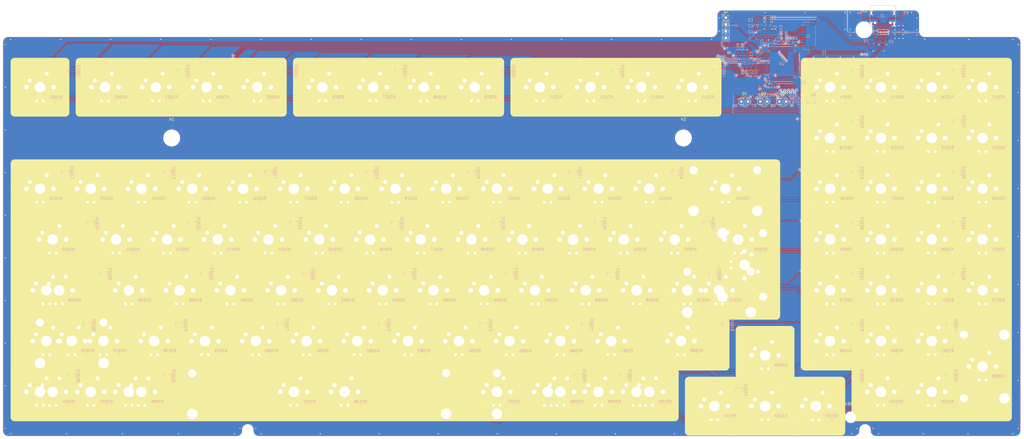
<source format=kicad_pcb>
(kicad_pcb (version 20171130) (host pcbnew "(5.1.6)-1")
  (layers (0 F.Cu signal) (31 B.Cu signal) (34 B.Paste user) (35 F.Paste user) (36 B.SilkS user) (37 F.SilkS user hide) (38 B.Mask user) (39 F.Mask user) (44 Edge.Cuts user))
  (net 0 "")
  (net 1 GND)
  (net 2 +5V)
  (net 3 +3V3)
  (net 4 /RST)
  (net 5 /BOOT)
  (net 6 /sense_battV)
  (net 7 /sense_charge)
  (net 8 chgsense)
  (net 9 USB-D-)
  (net 10 USB-D+)
  (net 11 SPI_MOSI)
  (net 12 SPI_MISO)
  (net 13 SPI_SCK)
  (net 14 SPI_CS)
  (net 15 SPI_IRQ)
  (net 16 SPI_RES)
  (net 17 COL00)
  (net 18 COL01)
  (net 19 COL02)
  (net 20 COL03)
  (net 21 COL04)
  (net 22 COL06)
  (net 23 COL07)
  (net 24 COL08)
  (net 25 COL09)
  (net 26 COL10)
  (net 27 COL11)
  (net 28 COL12)
  (net 29 COL13)
  (net 30 COL15)
  (net 31 COL16)
  (net 32 COL17)
  (net 33 COL18)
  (net 34 COL05)
  (net 35 COL14)
  (net 36 LED-)
  (net 37 "Net-(Q1-Pad1)")
  (net 38 LED_PWM)
  (net 39 ROW00)
  (net 40 "Net-(D1-Pad1)")
  (net 41 "Net-(D2-Pad1)")
  (net 42 "Net-(D3-Pad1)")
  (net 43 ROW01)
  (net 44 ROW02)
  (net 45 ROW03)
  (net 46 ROW04)
  (net 47 ROW05)
  (net 48 ROW06)
  (net 49 I2C_SDA)
  (net 50 "Net-(F1-Pad2)")
  (net 51 Earth)
  (net 52 "Net-(D2001-Pad2)")
  (net 53 "Net-(D2001-Pad1)")
  (net 54 "Net-(D2002-Pad2)")
  (net 55 "Net-(D2002-Pad1)")
  (net 56 "Net-(D2003-Pad2)")
  (net 57 "Net-(D2003-Pad1)")
  (net 58 "Net-(D2004-Pad2)")
  (net 59 "Net-(D2004-Pad1)")
  (net 60 "Net-(D2005-Pad2)")
  (net 61 "Net-(D2005-Pad1)")
  (net 62 "Net-(D2006-Pad2)")
  (net 63 "Net-(D2006-Pad1)")
  (net 64 "Net-(D2007-Pad2)")
  (net 65 "Net-(D2007-Pad1)")
  (net 66 "Net-(D2008-Pad2)")
  (net 67 "Net-(D2008-Pad1)")
  (net 68 "Net-(D2009-Pad2)")
  (net 69 "Net-(D2009-Pad1)")
  (net 70 "Net-(D2010-Pad2)")
  (net 71 "Net-(D2010-Pad1)")
  (net 72 "Net-(D2011-Pad2)")
  (net 73 "Net-(D2011-Pad1)")
  (net 74 "Net-(D2012-Pad2)")
  (net 75 "Net-(D2012-Pad1)")
  (net 76 "Net-(D2013-Pad2)")
  (net 77 "Net-(D2013-Pad1)")
  (net 78 "Net-(D2014-Pad2)")
  (net 79 "Net-(D2014-Pad1)")
  (net 80 "Net-(D2015-Pad2)")
  (net 81 "Net-(D2015-Pad1)")
  (net 82 "Net-(D2016-Pad2)")
  (net 83 "Net-(D2016-Pad1)")
  (net 84 "Net-(D2017-Pad2)")
  (net 85 "Net-(D2017-Pad1)")
  (net 86 "Net-(D2018-Pad2)")
  (net 87 "Net-(D2018-Pad1)")
  (net 88 "Net-(D2019-Pad2)")
  (net 89 "Net-(D2019-Pad1)")
  (net 90 "Net-(D2020-Pad2)")
  (net 91 "Net-(D2020-Pad1)")
  (net 92 "Net-(D2021-Pad2)")
  (net 93 "Net-(D2021-Pad1)")
  (net 94 "Net-(D2022-Pad2)")
  (net 95 "Net-(D2022-Pad1)")
  (net 96 "Net-(D2023-Pad2)")
  (net 97 "Net-(D2023-Pad1)")
  (net 98 "Net-(D2024-Pad2)")
  (net 99 "Net-(D2024-Pad1)")
  (net 100 "Net-(D2025-Pad2)")
  (net 101 "Net-(D2025-Pad1)")
  (net 102 "Net-(D2026-Pad2)")
  (net 103 "Net-(D2026-Pad1)")
  (net 104 "Net-(D2027-Pad2)")
  (net 105 "Net-(D2027-Pad1)")
  (net 106 "Net-(D2028-Pad2)")
  (net 107 "Net-(D2028-Pad1)")
  (net 108 "Net-(D2029-Pad2)")
  (net 109 "Net-(D2029-Pad1)")
  (net 110 "Net-(D2030-Pad2)")
  (net 111 "Net-(D2030-Pad1)")
  (net 112 "Net-(D2031-Pad2)")
  (net 113 "Net-(D2031-Pad1)")
  (net 114 "Net-(D2032-Pad2)")
  (net 115 "Net-(D2032-Pad1)")
  (net 116 "Net-(D2033-Pad2)")
  (net 117 "Net-(D2033-Pad1)")
  (net 118 "Net-(D2034-Pad2)")
  (net 119 "Net-(D2034-Pad1)")
  (net 120 "Net-(D2035-Pad2)")
  (net 121 "Net-(D2035-Pad1)")
  (net 122 "Net-(D2036-Pad2)")
  (net 123 "Net-(D2036-Pad1)")
  (net 124 "Net-(D2037-Pad2)")
  (net 125 "Net-(D2037-Pad1)")
  (net 126 "Net-(D2038-Pad2)")
  (net 127 "Net-(D2038-Pad1)")
  (net 128 "Net-(D2039-Pad2)")
  (net 129 "Net-(D2039-Pad1)")
  (net 130 "Net-(D2040-Pad2)")
  (net 131 "Net-(D2040-Pad1)")
  (net 132 "Net-(D2041-Pad2)")
  (net 133 "Net-(D2041-Pad1)")
  (net 134 "Net-(D2042-Pad2)")
  (net 135 "Net-(D2042-Pad1)")
  (net 136 "Net-(D2043-Pad2)")
  (net 137 "Net-(D2043-Pad1)")
  (net 138 "Net-(D2044-Pad2)")
  (net 139 "Net-(D2044-Pad1)")
  (net 140 "Net-(D2045-Pad2)")
  (net 141 "Net-(D2045-Pad1)")
  (net 142 "Net-(D2046-Pad2)")
  (net 143 "Net-(D2046-Pad1)")
  (net 144 "Net-(D2047-Pad2)")
  (net 145 "Net-(D2047-Pad1)")
  (net 146 "Net-(D2048-Pad2)")
  (net 147 "Net-(D2048-Pad1)")
  (net 148 "Net-(D2049-Pad2)")
  (net 149 "Net-(D2049-Pad1)")
  (net 150 "Net-(D2050-Pad2)")
  (net 151 "Net-(D2050-Pad1)")
  (net 152 "Net-(D2051-Pad2)")
  (net 153 "Net-(D2051-Pad1)")
  (net 154 "Net-(D2052-Pad2)")
  (net 155 "Net-(D2052-Pad1)")
  (net 156 "Net-(D2053-Pad2)")
  (net 157 "Net-(D2053-Pad1)")
  (net 158 "Net-(D2054-Pad2)")
  (net 159 "Net-(D2054-Pad1)")
  (net 160 "Net-(J3-PadB8)")
  (net 161 "Net-(J3-PadA5)")
  (net 162 "Net-(J3-PadA8)")
  (net 163 "Net-(J3-PadB5)")
  (net 164 "Net-(MX2001-Pad4)")
  (net 165 "Net-(MX2002-Pad4)")
  (net 166 "Net-(MX2003-Pad4)")
  (net 167 "Net-(MX2004-Pad4)")
  (net 168 "Net-(MX2005-Pad4)")
  (net 169 "Net-(MX2006-Pad4)")
  (net 170 "Net-(MX2007-Pad4)")
  (net 171 "Net-(MX2008-Pad4)")
  (net 172 "Net-(MX2009-Pad4)")
  (net 173 "Net-(MX2010-Pad4)")
  (net 174 "Net-(MX2011-Pad4)")
  (net 175 "Net-(MX2012-Pad4)")
  (net 176 "Net-(MX2013-Pad4)")
  (net 177 "Net-(MX2014-Pad4)")
  (net 178 "Net-(MX2015-Pad4)")
  (net 179 "Net-(MX2016-Pad4)")
  (net 180 "Net-(MX2017-Pad4)")
  (net 181 "Net-(MX2018-Pad4)")
  (net 182 "Net-(MX2019-Pad4)")
  (net 183 "Net-(MX2020-Pad4)")
  (net 184 "Net-(MX2021-Pad4)")
  (net 185 "Net-(MX2022-Pad4)")
  (net 186 "Net-(MX2023-Pad4)")
  (net 187 "Net-(MX2024-Pad4)")
  (net 188 "Net-(MX2025-Pad4)")
  (net 189 "Net-(MX2026-Pad4)")
  (net 190 "Net-(MX2027-Pad4)")
  (net 191 "Net-(MX2028-Pad4)")
  (net 192 "Net-(MX2029-Pad4)")
  (net 193 "Net-(MX2030-Pad4)")
  (net 194 "Net-(MX2031-Pad4)")
  (net 195 "Net-(MX2032-Pad4)")
  (net 196 "Net-(MX2033-Pad4)")
  (net 197 "Net-(MX2034-Pad4)")
  (net 198 "Net-(MX2035-Pad4)")
  (net 199 "Net-(MX2036-Pad4)")
  (net 200 "Net-(MX2037-Pad4)")
  (net 201 "Net-(MX2038-Pad4)")
  (net 202 "Net-(MX2039-Pad4)")
  (net 203 "Net-(MX2040-Pad4)")
  (net 204 "Net-(MX2041-Pad4)")
  (net 205 "Net-(MX2042-Pad4)")
  (net 206 "Net-(MX2043-Pad4)")
  (net 207 "Net-(MX2044-Pad4)")
  (net 208 "Net-(MX2045-Pad4)")
  (net 209 "Net-(MX2046-Pad4)")
  (net 210 "Net-(MX2047-Pad4)")
  (net 211 "Net-(MX2048-Pad4)")
  (net 212 "Net-(MX2049-Pad4)")
  (net 213 "Net-(MX2050-Pad4)")
  (net 214 "Net-(MX2051-Pad4)")
  (net 215 "Net-(MX2052-Pad4)")
  (net 216 "Net-(MX2053-Pad4)")
  (net 217 "Net-(MX2054-Pad4)")
  (net 218 "Net-(MX2055-Pad4)")
  (net 219 "Net-(MX2056-Pad4)")
  (net 220 "Net-(MX2057-Pad4)")
  (net 221 "Net-(MX2058-Pad4)")
  (net 222 "Net-(MX2060-Pad4)")
  (net 223 "Net-(MX2061-Pad4)")
  (net 224 "Net-(MX2062-Pad4)")
  (net 225 "Net-(MX2063-Pad4)")
  (net 226 "Net-(MX2064-Pad4)")
  (net 227 "Net-(MX2065-Pad4)")
  (net 228 "Net-(MX2066-Pad4)")
  (net 229 "Net-(MX2067-Pad4)")
  (net 230 "Net-(MX2068-Pad4)")
  (net 231 "Net-(MX2069-Pad4)")
  (net 232 "Net-(MX2070-Pad4)")
  (net 233 "Net-(MX2071-Pad4)")
  (net 234 "Net-(MX2072-Pad4)")
  (net 235 "Net-(MX2074-Pad4)")
  (net 236 "Net-(MX2075-Pad4)")
  (net 237 "Net-(MX2076-Pad4)")
  (net 238 "Net-(MX2077-Pad4)")
  (net 239 "Net-(MX2078-Pad4)")
  (net 240 "Net-(MX2080-Pad4)")
  (net 241 "Net-(MX2081-Pad4)")
  (net 242 "Net-(MX2082-Pad4)")
  (net 243 "Net-(MX2083-Pad4)")
  (net 244 "Net-(MX2084-Pad4)")
  (net 245 "Net-(MX2085-Pad4)")
  (net 246 "Net-(MX2086-Pad4)")
  (net 247 "Net-(MX2087-Pad4)")
  (net 248 "Net-(MX2088-Pad4)")
  (net 249 "Net-(MX2089-Pad4)")
  (net 250 "Net-(MX2090-Pad4)")
  (net 251 "Net-(MX2091-Pad4)")
  (net 252 "Net-(MX2092-Pad4)")
  (net 253 "Net-(MX2093-Pad4)")
  (net 254 "Net-(MX2094-Pad4)")
  (net 255 "Net-(MX2095-Pad4)")
  (net 256 "Net-(MX2096-Pad4)")
  (net 257 "Net-(MX2097-Pad4)")
  (net 258 "Net-(MX2098-Pad4)")
  (net 259 "Net-(MX2099-Pad4)")
  (net 260 "Net-(MX2100-Pad4)")
  (net 261 "Net-(MX2101-Pad4)")
  (net 262 "Net-(MX2102-Pad4)")
  (net 263 "Net-(MX2103-Pad4)")
  (net 264 "Net-(MX2104-Pad4)")
  (net 265 "Net-(MX2105-Pad4)")
  (net 266 "Net-(MX2106-Pad4)")
  (net 267 "Net-(MX2107-Pad4)")
  (net 268 "Net-(MX2108-Pad4)")
  (net 269 "Net-(MX2109-Pad4)")
  (net 270 "Net-(MX2115-Pad4)")
  (net 271 LED_NUM)
  (net 272 LED_CAPS)
  (net 273 LED_SCR)
  (net 274 "Net-(U3-Pad61)")
  (net 275 "Net-(U3-Pad49)")
  (net 276 "Net-(U3-Pad43)")
  (net 277 "Net-(U3-Pad38)")
  (net 278 "Net-(U3-Pad37)")
  (net 279 "Net-(U3-Pad36)")
  (net 280 "Net-(U3-Pad35)")
  (net 281 "Net-(U3-Pad34)")
  (net 282 "Net-(U3-Pad33)")
  (net 283 "Net-(U3-Pad1)")
  (net 284 I2C_SCL)
  (module Package_TO_SOT_SMD:SOT-23 (layer B.Cu) (at 47.752 108.204 90)
    (fp_text reference D2049 (at -0.0508 2.497192 270) (layer B.SilkS) (effects (justify mirror)))
    (fp_text value BAV70)
    (pad 3 smd rect (at 1 0 90) (size 0.9 0.8) (layers B.Cu B.Paste B.Mask) (net 48 ROW06))
    (pad 2 smd rect (at -1 -0.95 90) (size 0.9 0.8) (layers B.Cu B.Paste B.Mask) (net 148 "Net-(D2049-Pad2)"))
    (pad 1 smd rect (at -1 0.95 90) (size 0.9 0.8) (layers B.Cu B.Paste B.Mask) (net 149 "Net-(D2049-Pad1)"))
  )
  (module Package_TO_SOT_SMD:SOT-23 (layer B.Cu) (at 11.938 108.204 90)
    (fp_text reference D2048 (at 0 2.5 90) (layer B.SilkS) (effects (justify mirror)))
    (fp_text value BAV70)
    (pad 3 smd rect (at 1 0 90) (size 0.9 0.8) (layers B.Cu B.Paste B.Mask) (net 48 ROW06))
    (pad 2 smd rect (at -1 -0.95 90) (size 0.9 0.8) (layers B.Cu B.Paste B.Mask) (net 146 "Net-(D2048-Pad2)"))
    (pad 1 smd rect (at -1 0.95 90) (size 0.9 0.8) (layers B.Cu B.Paste B.Mask) (net 147 "Net-(D2048-Pad1)"))
  )
  (module random-keyboard-parts:SKQG-1155865 (layer F.Cu) (at 71.630242 110.609996)
    (fp_text reference SW1 (at 0 4.064) (layer F.SilkS))
    (fp_text value RST)
    (pad 4 smd rect (at -3.1 1.85) (size 1.8 1.1) (layers F.Cu F.Paste F.Mask))
    (pad 3 smd rect (at 3.1 -1.85) (size 1.8 1.1) (layers F.Cu F.Paste F.Mask))
    (pad 2 smd rect (at -3.1 -1.85) (size 1.8 1.1) (layers F.Cu F.Paste F.Mask) (net 4 /RST))
    (pad 1 smd rect (at 3.1 1.85) (size 1.8 1.1) (layers F.Cu F.Paste F.Mask) (net 1 GND))
  )
  (module MountingHole:MountingHole_4mm (layer F.Cu) (at 304.204992 123.824992)
    (fp_text reference H3001 (at 0 -5) (layer F.SilkS))
    (fp_text value MountingHole)
    (pad 1 np_thru_hole circle (at 0 0) (size 4 4) (drill 4) (layers *.Cu *.Mask))
  )
  (module Capacitor_SMD:C_0603_1608Metric_Pad1.05x0.95mm_HandSolder (layer B.Cu) (at 266.898492 -8.4455 270)
    (fp_text reference C14 (at 3.2131 -0.0127 270) (layer B.SilkS) (effects (justify mirror)))
    (fp_text value 100nF)
    (pad 1 smd roundrect (at -0.875 0 270) (size 1.05 0.95) (layers B.Cu B.Paste B.Mask) (net 1 GND))
    (pad 2 smd roundrect (at 0.875 0 270) (size 1.05 0.95) (layers B.Cu B.Paste B.Mask) (net 6 /sense_battV))
  )
  (module Resistor_SMD:R_0603_1608Metric_Pad1.05x0.95mm_HandSolder (layer B.Cu) (at 275.15949 4.4704 90)
    (fp_text reference R8 (at -2.5146 -0.069498 180) (layer B.SilkS) (effects (justify mirror)))
    (fp_text value 1k)
    (pad 2 smd roundrect (at 0.875 0 90) (size 1.05 0.95) (layers B.Cu B.Paste B.Mask) (net 273 LED_SCR))
    (pad 1 smd roundrect (at -0.875 0 90) (size 1.05 0.95) (layers B.Cu B.Paste B.Mask) (net 42 "Net-(D3-Pad1)"))
  )
  (module Resistor_SMD:R_0603_1608Metric_Pad1.05x0.95mm_HandSolder (layer B.Cu) (at 267.94589 4.4945 90)
    (fp_text reference R7 (at -2.4905 -0.094898 180) (layer B.SilkS) (effects (justify mirror)))
    (fp_text value 1k)
    (pad 2 smd roundrect (at 0.875 0 90) (size 1.05 0.95) (layers B.Cu B.Paste B.Mask) (net 272 LED_CAPS))
    (pad 1 smd roundrect (at -0.875 0 90) (size 1.05 0.95) (layers B.Cu B.Paste B.Mask) (net 41 "Net-(D2-Pad1)"))
  )
  (module Resistor_SMD:R_0603_1608Metric_Pad1.05x0.95mm_HandSolder (layer B.Cu) (at 260.73229 4.4704 90)
    (fp_text reference R6 (at -2.5146 -0.056798 180) (layer B.SilkS) (effects (justify mirror)))
    (fp_text value 1k)
    (pad 2 smd roundrect (at 0.875 0 90) (size 1.05 0.95) (layers B.Cu B.Paste B.Mask) (net 271 LED_NUM))
    (pad 1 smd roundrect (at -0.875 0 90) (size 1.05 0.95) (layers B.Cu B.Paste B.Mask) (net 40 "Net-(D1-Pad1)"))
  )
  (module Resistor_SMD:R_0603_1608Metric_Pad1.05x0.95mm_HandSolder (layer B.Cu) (at 284.70989 6.1595)
    (fp_text reference R2 (at -2.571398 -0.3175) (layer B.SilkS) (effects (justify mirror)))
    (fp_text value 10k)
    (pad 2 smd roundrect (at 0.875 0) (size 1.05 0.95) (layers B.Cu B.Paste B.Mask) (net 1 GND))
    (pad 1 smd roundrect (at -0.875 0) (size 1.05 0.95) (layers B.Cu B.Paste B.Mask) (net 38 LED_PWM))
  )
  (module LED_THT:LED_D3.0mm (layer F.Cu) (at 277.415992 5.357792)
    (fp_text reference D3 (at 1.27 -2.96) (layer F.SilkS))
    (fp_text value SCR)
    (pad 2 thru_hole circle (at 2.54 0) (size 1.8 1.8) (drill 0.9) (layers *.Cu *.Mask) (net 3 +3V3))
    (pad 1 thru_hole rect (at 0 0) (size 1.8 1.8) (drill 0.9) (layers *.Cu *.Mask) (net 42 "Net-(D3-Pad1)"))
  )
  (module LED_THT:LED_D3.0mm (layer F.Cu) (at 270.271992 5.357792)
    (fp_text reference D2 (at 1.27 -2.96) (layer F.SilkS))
    (fp_text value CAPS)
    (pad 2 thru_hole circle (at 2.54 0) (size 1.8 1.8) (drill 0.9) (layers *.Cu *.Mask) (net 3 +3V3))
    (pad 1 thru_hole rect (at 0 0) (size 1.8 1.8) (drill 0.9) (layers *.Cu *.Mask) (net 41 "Net-(D2-Pad1)"))
  )
  (module LED_THT:LED_D3.0mm (layer F.Cu) (at 263.127992 5.357792)
    (fp_text reference D1 (at 1.27 -2.96) (layer F.SilkS))
    (fp_text value NUM)
    (pad 2 thru_hole circle (at 2.54 0) (size 1.8 1.8) (drill 0.9) (layers *.Cu *.Mask) (net 3 +3V3))
    (pad 1 thru_hole rect (at 0 0) (size 1.8 1.8) (drill 0.9) (layers *.Cu *.Mask) (net 40 "Net-(D1-Pad1)"))
  )
  (module MountingHole:MountingHole_6mm (layer F.Cu) (at 309.4 -21.550008)
    (fp_text reference H3 (at 0 -7) (layer F.SilkS))
    (fp_text value MountingHole)
    (pad "" np_thru_hole circle (at -0.205102 0) (size 6 6) (drill 6) (layers *.Cu *.Mask))
  )
  (module MountingHole:MountingHole_6mm (layer F.Cu) (at 241.410992 19.049992)
    (fp_text reference H2 (at 0 -7) (layer F.SilkS))
    (fp_text value MountingHole)
    (pad 1 np_thru_hole circle (at 0 0) (size 6 6) (drill 6) (layers *.Cu *.Mask))
  )
  (module MountingHole:MountingHole_6mm (layer F.Cu) (at 49.410992 19.049992)
    (fp_text reference H1 (at 0 -7) (layer F.SilkS))
    (fp_text value MountingHole)
    (pad 1 np_thru_hole circle (at 0 0) (size 6 6) (drill 6) (layers *.Cu *.Mask))
  )
  (module Inductor_SMD:L_0603_1608Metric_Pad1.05x0.95mm_HandSolder (layer B.Cu) (at 322.30189 -20.687 90)
    (fp_text reference L1 (at -0.0114 2.622902) (layer B.SilkS) (effects (justify mirror)))
    (fp_text value PBY160808T-181Y-N)
    (pad 2 smd roundrect (at 0.875 0 90) (size 1.05 0.95) (layers B.Cu B.Paste B.Mask) (net 51 Earth))
    (pad 1 smd roundrect (at -0.875 0 90) (size 1.05 0.95) (layers B.Cu B.Paste B.Mask) (net 1 GND))
  )
  (module Package_TO_SOT_SMD:SOT-23-6 (layer B.Cu) (at 316.20589 -18.417 180)
    (fp_text reference U1 (at -3.029302 -1.2974) (layer B.SilkS) (effects (justify mirror)))
    (fp_text value SRV05-4)
    (pad 5 smd rect (at 1.1 0 180) (size 1.06 0.65) (layers B.Cu B.Paste B.Mask) (net 2 +5V))
    (pad 6 smd rect (at 1.1 0.95 180) (size 1.06 0.65) (layers B.Cu B.Paste B.Mask) (net 161 "Net-(J3-PadA5)"))
    (pad 4 smd rect (at 1.1 -0.95 180) (size 1.06 0.65) (layers B.Cu B.Paste B.Mask) (net 9 USB-D-))
    (pad 3 smd rect (at -1.1 -0.95 180) (size 1.06 0.65) (layers B.Cu B.Paste B.Mask) (net 10 USB-D+))
    (pad 2 smd rect (at -1.1 0 180) (size 1.06 0.65) (layers B.Cu B.Paste B.Mask) (net 51 Earth))
    (pad 1 smd rect (at -1.1 0.95 180) (size 1.06 0.65) (layers B.Cu B.Paste B.Mask) (net 163 "Net-(J3-PadB5)"))
  )
  (module Resistor_SMD:R_0603_1608Metric_Pad1.05x0.95mm_HandSolder (layer B.Cu) (at 309.245 -26.799 270)
    (fp_text reference R4 (at -1.0394 1.744608 180) (layer B.SilkS) (effects (justify mirror)))
    (fp_text value 5k1)
    (pad 2 smd roundrect (at 0.875 0 270) (size 1.05 0.95) (layers B.Cu B.Paste B.Mask) (net 161 "Net-(J3-PadA5)"))
    (pad 1 smd roundrect (at -0.875 0 270) (size 1.05 0.95) (layers B.Cu B.Paste B.Mask) (net 51 Earth))
  )
  (module Resistor_SMD:R_0603_1608Metric_Pad1.05x0.95mm_HandSolder (layer B.Cu) (at 323.11469 -26.7716 270)
    (fp_text reference R3 (at -1.0668 -1.810102) (layer B.SilkS) (effects (justify mirror)))
    (fp_text value 5k1)
    (pad 2 smd roundrect (at 0.875 0 270) (size 1.05 0.95) (layers B.Cu B.Paste B.Mask) (net 163 "Net-(J3-PadB5)"))
    (pad 1 smd roundrect (at -0.875 0 270) (size 1.05 0.95) (layers B.Cu B.Paste B.Mask) (net 51 Earth))
  )
  (module Connector_USB:USB_C_Receptacle_HRO_TYPE-C-31-M-12 (layer B.Cu) (at 316.20589 -26.776)
    (fp_text reference J3 (at 0.032102 0.0044) (layer B.SilkS) (effects (justify mirror)))
    (fp_text value USB_C_Receptacle_USB2.0)
    (pad B1 smd rect (at 3.25 4.045) (size 0.6 1.45) (layers B.Cu B.Paste B.Mask) (net 51 Earth))
    (pad A9 smd rect (at 2.45 4.045) (size 0.6 1.45) (layers B.Cu B.Paste B.Mask) (net 50 "Net-(F1-Pad2)"))
    (pad B9 smd rect (at -2.45 4.045) (size 0.6 1.45) (layers B.Cu B.Paste B.Mask) (net 50 "Net-(F1-Pad2)"))
    (pad B12 smd rect (at -3.25 4.045) (size 0.6 1.45) (layers B.Cu B.Paste B.Mask) (net 51 Earth))
    (pad A1 smd rect (at -3.25 4.045) (size 0.6 1.45) (layers B.Cu B.Paste B.Mask) (net 51 Earth))
    (pad A4 smd rect (at -2.45 4.045) (size 0.6 1.45) (layers B.Cu B.Paste B.Mask) (net 50 "Net-(F1-Pad2)"))
    (pad B4 smd rect (at 2.45 4.045) (size 0.6 1.45) (layers B.Cu B.Paste B.Mask) (net 50 "Net-(F1-Pad2)"))
    (pad A12 smd rect (at 3.25 4.045) (size 0.6 1.45) (layers B.Cu B.Paste B.Mask) (net 51 Earth))
    (pad B8 smd rect (at -1.75 4.045) (size 0.3 1.45) (layers B.Cu B.Paste B.Mask) (net 160 "Net-(J3-PadB8)"))
    (pad A5 smd rect (at -1.25 4.045) (size 0.3 1.45) (layers B.Cu B.Paste B.Mask) (net 161 "Net-(J3-PadA5)"))
    (pad B7 smd rect (at -0.75 4.045) (size 0.3 1.45) (layers B.Cu B.Paste B.Mask) (net 9 USB-D-))
    (pad A7 smd rect (at 0.25 4.045) (size 0.3 1.45) (layers B.Cu B.Paste B.Mask) (net 9 USB-D-))
    (pad B6 smd rect (at 0.75 4.045) (size 0.3 1.45) (layers B.Cu B.Paste B.Mask) (net 10 USB-D+))
    (pad A8 smd rect (at 1.25 4.045) (size 0.3 1.45) (layers B.Cu B.Paste B.Mask) (net 162 "Net-(J3-PadA8)"))
    (pad B5 smd rect (at 1.75 4.045) (size 0.3 1.45) (layers B.Cu B.Paste B.Mask) (net 163 "Net-(J3-PadB5)"))
    (pad A6 smd rect (at -0.25 4.045) (size 0.3 1.45) (layers B.Cu B.Paste B.Mask) (net 10 USB-D+))
    (pad S1 thru_hole oval (at 4.32 3.13) (size 1 2.1) (drill oval 0.6 1.7) (layers *.Cu *.Mask) (net 51 Earth))
    (pad S1 thru_hole oval (at -4.32 3.13) (size 1 2.1) (drill oval 0.6 1.7) (layers *.Cu *.Mask) (net 51 Earth))
    (pad "" np_thru_hole circle (at -2.89 2.6) (size 0.65 0.65) (drill 0.65) (layers *.Cu *.Mask))
    (pad S1 thru_hole oval (at -4.32 -1.05) (size 1 1.6) (drill oval 0.6 1.2) (layers *.Cu *.Mask) (net 51 Earth))
    (pad "" np_thru_hole circle (at 2.89 2.6) (size 0.65 0.65) (drill 0.65) (layers *.Cu *.Mask))
    (pad S1 thru_hole oval (at 4.32 -1.05) (size 1 1.6) (drill oval 0.6 1.2) (layers *.Cu *.Mask) (net 51 Earth))
  )
  (module Fuse:Fuse_1206_3216Metric_Pad1.42x1.75mm_HandSolder (layer B.Cu) (at 311.95139 -16.383 90)
    (fp_text reference F1 (at 0.889 -2.012598) (layer B.SilkS) (effects (justify mirror)))
    (fp_text value SCF075-1206R)
    (pad 2 smd roundrect (at 1.4875 0 90) (size 1.425 1.75) (layers B.Cu B.Paste B.Mask) (roundrect_rratio 0.175439) (net 50 "Net-(F1-Pad2)"))
    (pad 1 smd roundrect (at -1.4875 0 90) (size 1.425 1.75) (layers B.Cu B.Paste B.Mask) (roundrect_rratio 0.175439) (net 2 +5V))
  )
  (module Capacitor_SMD:C_0603_1608Metric_Pad1.05x0.95mm_HandSolder (layer B.Cu) (at 274.21425 -0.5715)
    (fp_text reference C9 (at -1.058258 -1.4385) (layer B.SilkS) (effects (justify mirror)))
    (fp_text value 100nF)
    (pad 2 smd roundrect (at 0.875 0) (size 1.05 0.95) (layers B.Cu B.Paste B.Mask) (net 1 GND))
    (pad 1 smd roundrect (at -0.875 0) (size 1.05 0.95) (layers B.Cu B.Paste B.Mask) (net 3 +3V3))
  )
  (module Capacitor_SMD:C_0603_1608Metric_Pad1.05x0.95mm_HandSolder (layer B.Cu) (at 265.247492 -11.938 270)
    (fp_text reference C15 (at 0 -1.5113 90) (layer B.SilkS) (effects (justify mirror)))
    (fp_text value 100nF)
    (pad 2 smd roundrect (at 0.875 0 270) (size 1.05 0.95) (layers B.Cu B.Paste B.Mask) (net 1 GND))
    (pad 1 smd roundrect (at -0.875 0 270) (size 1.05 0.95) (layers B.Cu B.Paste B.Mask) (net 7 /sense_charge))
  )
  (module Capacitor_SMD:C_0603_1608Metric_Pad1.05x0.95mm_HandSolder (layer B.Cu) (at 275.31575 1.5365 180)
    (fp_text reference C13 (at 2.257758 -1.4535) (layer B.SilkS) (effects (justify mirror)))
    (fp_text value 100nF)
    (pad 2 smd roundrect (at 0.875 0 180) (size 1.05 0.95) (layers B.Cu B.Paste B.Mask) (net 1 GND))
    (pad 1 smd roundrect (at -0.875 0 180) (size 1.05 0.95) (layers B.Cu B.Paste B.Mask) (net 5 /BOOT))
  )
  (module Capacitor_SMD:C_0603_1608Metric_Pad1.05x0.95mm_HandSolder (layer B.Cu) (at 268.549492 -8.4455 90)
    (fp_text reference C12 (at -3.2131 -0.0127 270) (layer B.SilkS) (effects (justify mirror)))
    (fp_text value 100nF)
    (pad 2 smd roundrect (at 0.875 0 90) (size 1.05 0.95) (layers B.Cu B.Paste B.Mask) (net 1 GND))
    (pad 1 smd roundrect (at -0.875 0 90) (size 1.05 0.95) (layers B.Cu B.Paste B.Mask) (net 4 /RST))
  )
  (module Capacitor_SMD:C_0603_1608Metric_Pad1.05x0.95mm_HandSolder (layer B.Cu) (at 272.20039 -19.6215 90)
    (fp_text reference C11 (at -2.9591 -1.275998 90) (layer B.SilkS) (effects (justify mirror)))
    (fp_text value 4.7uF)
    (pad 2 smd roundrect (at 0.875 0 90) (size 1.05 0.95) (layers B.Cu B.Paste B.Mask) (net 1 GND))
    (pad 1 smd roundrect (at -0.875 0 90) (size 1.05 0.95) (layers B.Cu B.Paste B.Mask) (net 3 +3V3))
  )
  (module Capacitor_SMD:C_0603_1608Metric_Pad1.05x0.95mm_HandSolder (layer B.Cu) (at 276.40789 -19.64614 90)
    (fp_text reference C10 (at 2.29946 1.577702 90) (layer B.SilkS) (effects (justify mirror)))
    (fp_text value 4.7uF)
    (pad 2 smd roundrect (at 0.875 0 90) (size 1.05 0.95) (layers B.Cu B.Paste B.Mask) (net 1 GND))
    (pad 1 smd roundrect (at -0.875 0 90) (size 1.05 0.95) (layers B.Cu B.Paste B.Mask) (net 3 +3V3))
  )
  (module Capacitor_SMD:C_0603_1608Metric_Pad1.05x0.95mm_HandSolder (layer B.Cu) (at 282.48739 -16.9715 180)
    (fp_text reference C8 (at -0.781402 1.43) (layer B.SilkS) (effects (justify mirror)))
    (fp_text value 100nF)
    (pad 2 smd roundrect (at 0.875 0 180) (size 1.05 0.95) (layers B.Cu B.Paste B.Mask) (net 1 GND))
    (pad 1 smd roundrect (at -0.875 0 180) (size 1.05 0.95) (layers B.Cu B.Paste B.Mask) (net 3 +3V3))
  )
  (module Capacitor_SMD:C_0603_1608Metric_Pad1.05x0.95mm_HandSolder (layer B.Cu) (at 275.35075 -16.9715 180)
    (fp_text reference C7 (at -2.736442 -0.0043) (layer B.SilkS) (effects (justify mirror)))
    (fp_text value 100nF)
    (pad 2 smd roundrect (at 0.875 0 180) (size 1.05 0.95) (layers B.Cu B.Paste B.Mask) (net 1 GND))
    (pad 1 smd roundrect (at -0.875 0 180) (size 1.05 0.95) (layers B.Cu B.Paste B.Mask) (net 3 +3V3))
  )
  (module Capacitor_SMD:C_0603_1608Metric_Pad1.05x0.95mm_HandSolder (layer B.Cu) (at 269.24 -12.129008 180)
    (fp_text reference C6 (at 0 1.43) (layer B.SilkS) (effects (justify mirror)))
    (fp_text value 100nF)
    (pad 2 smd roundrect (at 0.875 0 180) (size 1.05 0.95) (layers B.Cu B.Paste B.Mask) (net 1 GND))
    (pad 1 smd roundrect (at -0.875 0 180) (size 1.05 0.95) (layers B.Cu B.Paste B.Mask) (net 3 +3V3))
  )
  (module Capacitor_SMD:C_0603_1608Metric_Pad1.05x0.95mm_HandSolder (layer B.Cu) (at 286.4485 -4.191508 90)
    (fp_text reference C5 (at -2.477008 0.007992 180) (layer B.SilkS) (effects (justify mirror)))
    (fp_text value 100nF)
    (pad 2 smd roundrect (at 0.875 0 90) (size 1.05 0.95) (layers B.Cu B.Paste B.Mask) (net 1 GND))
    (pad 1 smd roundrect (at -0.875 0 90) (size 1.05 0.95) (layers B.Cu B.Paste B.Mask) (net 3 +3V3))
  )
  (module Capacitor_SMD:C_0603_1608Metric_Pad1.05x0.95mm_HandSolder (layer B.Cu) (at 274.40789 -19.64614 90)
    (fp_text reference C4 (at 2.65506 1.444102 90) (layer B.SilkS) (effects (justify mirror)))
    (fp_text value 1uF)
    (pad 2 smd roundrect (at 0.875 0 90) (size 1.05 0.95) (layers B.Cu B.Paste B.Mask) (net 1 GND))
    (pad 1 smd roundrect (at -0.875 0 90) (size 1.05 0.95) (layers B.Cu B.Paste B.Mask) (net 3 +3V3))
  )
  (module Capacitor_SMD:C_0603_1608Metric_Pad1.05x0.95mm_HandSolder (layer B.Cu) (at 269.34289 -25.20186)
    (fp_text reference C3 (at -2.685698 0.05586) (layer B.SilkS) (effects (justify mirror)))
    (fp_text value 4.7uF)
    (pad 2 smd roundrect (at 0.875 0) (size 1.05 0.95) (layers B.Cu B.Paste B.Mask) (net 1 GND))
    (pad 1 smd roundrect (at -0.875 0) (size 1.05 0.95) (layers B.Cu B.Paste B.Mask) (net 2 +5V))
  )
  (module Capacitor_SMD:C_0603_1608Metric_Pad1.05x0.95mm_HandSolder (layer B.Cu) (at 269.34289 -22.91586)
    (fp_text reference C2 (at -2.685698 0.00506) (layer B.SilkS) (effects (justify mirror)))
    (fp_text value 1uF)
    (pad 2 smd roundrect (at 0.875 0) (size 1.05 0.95) (layers B.Cu B.Paste B.Mask) (net 1 GND))
    (pad 1 smd roundrect (at -0.875 0) (size 1.05 0.95) (layers B.Cu B.Paste B.Mask) (net 2 +5V))
  )
  (module Connector_PinHeader_2.54mm:PinHeader_1x04_P2.54mm_Vertical (layer F.Cu) (at 257.34139 -26.0985)
    (fp_text reference J2 (at 0 -2.33) (layer F.SilkS))
    (fp_text value OLED)
    (pad 4 thru_hole oval (at 0 7.62) (size 1.7 1.7) (drill 1) (layers *.Cu *.Mask) (net 49 I2C_SDA))
    (pad 3 thru_hole oval (at 0 5.08) (size 1.7 1.7) (drill 1) (layers *.Cu *.Mask) (net 284 I2C_SCL))
    (pad 2 thru_hole oval (at 0 2.54) (size 1.7 1.7) (drill 1) (layers *.Cu *.Mask) (net 3 +3V3))
    (pad 1 thru_hole rect (at 0 0) (size 1.7 1.7) (drill 1) (layers *.Cu *.Mask) (net 1 GND))
  )
  (module MX_Only:MXOnly-1.25U (layer F.Cu) (at 2.38125 76.2)
    (fp_text reference MX2059)
    (fp_text value caps_stepped)
    (pad "" np_thru_hole circle (at 5.08 0 48.0996) (size 1.75 1.75) (drill 1.75) (layers *.Cu *.Mask))
    (pad "" np_thru_hole circle (at -5.08 0 48.0996) (size 1.75 1.75) (drill 1.75) (layers *.Cu *.Mask))
    (pad 4 thru_hole rect (at 1.27 5.08) (size 1.905 1.905) (drill 1.04) (layers *.Cu B.Mask) (net 221 "Net-(MX2058-Pad4)"))
    (pad 3 thru_hole circle (at -1.27 5.08) (size 1.905 1.905) (drill 1.04) (layers *.Cu B.Mask) (net 2 +5V))
    (pad 1 thru_hole circle (at -3.81 -2.54) (size 2.25 2.25) (drill 1.47) (layers *.Cu B.Mask) (net 17 COL00))
    (pad "" np_thru_hole circle (at 0 0) (size 3.9878 3.9878) (drill 3.9878) (layers *.Cu *.Mask))
    (pad 2 thru_hole circle (at 2.54 -5.08) (size 2.25 2.25) (drill 1.47) (layers *.Cu B.Mask) (net 110 "Net-(D2030-Pad2)"))
  )
  (module Resistor_SMD:R_0603_1608Metric_Pad1.05x0.95mm_HandSolder (layer B.Cu) (at 278.011255 124.737913 180)
    (fp_text reference R2102 (at 0 1.43) (layer B.SilkS) (effects (justify mirror)))
    (fp_text value 560)
    (pad 2 smd roundrect (at 0.875 0 180) (size 1.05 0.95) (layers B.Cu B.Paste B.Mask) (net 266 "Net-(MX2106-Pad4)"))
    (pad 1 smd roundrect (at -0.875 0 180) (size 1.05 0.95) (layers B.Cu B.Paste B.Mask) (net 36 LED-))
  )
  (module Resistor_SMD:R_0603_1608Metric_Pad1.05x0.95mm_HandSolder (layer B.Cu) (at 258.961175 124.737913 180)
    (fp_text reference R2101 (at 0 1.43) (layer B.SilkS) (effects (justify mirror)))
    (fp_text value 560)
    (pad 2 smd roundrect (at 0.875 0 180) (size 1.05 0.95) (layers B.Cu B.Paste B.Mask) (net 265 "Net-(MX2105-Pad4)"))
    (pad 1 smd roundrect (at -0.875 0 180) (size 1.05 0.95) (layers B.Cu B.Paste B.Mask) (net 36 LED-))
  )
  (module Resistor_SMD:R_0603_1608Metric_Pad1.05x0.95mm_HandSolder (layer B.Cu) (at 234.55411 119.38032 180)
    (fp_text reference R2100 (at 0 1.43) (layer B.SilkS) (effects (justify mirror)))
    (fp_text value 560)
    (pad 2 smd roundrect (at 0.875 0 180) (size 1.05 0.95) (layers B.Cu B.Paste B.Mask) (net 264 "Net-(MX2104-Pad4)"))
    (pad 1 smd roundrect (at -0.875 0 180) (size 1.05 0.95) (layers B.Cu B.Paste B.Mask) (net 36 LED-))
  )
  (module Resistor_SMD:R_0603_1608Metric_Pad1.05x0.95mm_HandSolder (layer B.Cu) (at 215.50403 119.38032 180)
    (fp_text reference R2099 (at 0 1.43) (layer B.SilkS) (effects (justify mirror)))
    (fp_text value 560)
    (pad 2 smd roundrect (at 0.875 0 180) (size 1.05 0.95) (layers B.Cu B.Paste B.Mask) (net 263 "Net-(MX2103-Pad4)"))
    (pad 1 smd roundrect (at -0.875 0 180) (size 1.05 0.95) (layers B.Cu B.Paste B.Mask) (net 36 LED-))
  )
  (module Resistor_SMD:R_0603_1608Metric_Pad1.05x0.95mm_HandSolder (layer B.Cu) (at 201.5321 119.38032 180)
    (fp_text reference R2098 (at 0 1.43) (layer B.SilkS) (effects (justify mirror)))
    (fp_text value 560)
    (pad 2 smd roundrect (at 0.875 0 180) (size 1.05 0.95) (layers B.Cu B.Paste B.Mask) (net 262 "Net-(MX2102-Pad4)"))
    (pad 1 smd roundrect (at -0.875 0 180) (size 1.05 0.95) (layers B.Cu B.Paste B.Mask) (net 36 LED-))
  )
  (module Resistor_SMD:R_0603_1608Metric_Pad1.05x0.95mm_HandSolder (layer B.Cu) (at 177.7195 119.38032 180)
    (fp_text reference R2097 (at 0 1.43) (layer B.SilkS) (effects (justify mirror)))
    (fp_text value 560)
    (pad 2 smd roundrect (at 0.875 0 180) (size 1.05 0.95) (layers B.Cu B.Paste B.Mask) (net 261 "Net-(MX2101-Pad4)"))
    (pad 1 smd roundrect (at -0.875 0 180) (size 1.05 0.95) (layers B.Cu B.Paste B.Mask) (net 36 LED-))
  )
  (module Resistor_SMD:R_0603_1608Metric_Pad1.05x0.95mm_HandSolder (layer B.Cu) (at 44.05331 119.38032 180)
    (fp_text reference R2096 (at 0 1.43) (layer B.SilkS) (effects (justify mirror)))
    (fp_text value 560)
    (pad 2 smd roundrect (at 0.875 0 180) (size 1.05 0.95) (layers B.Cu B.Paste B.Mask) (net 259 "Net-(MX2099-Pad4)"))
    (pad 1 smd roundrect (at -0.875 0 180) (size 1.05 0.95) (layers B.Cu B.Paste B.Mask) (net 36 LED-))
  )
  (module Resistor_SMD:R_0603_1608Metric_Pad1.05x0.95mm_HandSolder (layer B.Cu) (at 25.00323 119.38032 180)
    (fp_text reference R2095 (at 0 1.43) (layer B.SilkS) (effects (justify mirror)))
    (fp_text value 560)
    (pad 2 smd roundrect (at 0.875 0 180) (size 1.05 0.95) (layers B.Cu B.Paste B.Mask) (net 258 "Net-(MX2098-Pad4)"))
    (pad 1 smd roundrect (at -0.875 0 180) (size 1.05 0.95) (layers B.Cu B.Paste B.Mask) (net 36 LED-))
  )
  (module Resistor_SMD:R_0603_1608Metric_Pad1.05x0.95mm_HandSolder (layer B.Cu) (at 10.71567 119.38032 180)
    (fp_text reference R2094 (at 0 1.43) (layer B.SilkS) (effects (justify mirror)))
    (fp_text value 560)
    (pad 2 smd roundrect (at 0.875 0 180) (size 1.05 0.95) (layers B.Cu B.Paste B.Mask) (net 257 "Net-(MX2097-Pad4)"))
    (pad 1 smd roundrect (at -0.875 0 180) (size 1.05 0.95) (layers B.Cu B.Paste B.Mask) (net 36 LED-))
  )
  (module Resistor_SMD:R_0603_1608Metric_Pad1.05x0.95mm_HandSolder (layer B.Cu) (at 278.011255 105.687833 180)
    (fp_text reference R2089 (at 0 1.43) (layer B.SilkS) (effects (justify mirror)))
    (fp_text value 560)
    (pad 2 smd roundrect (at 0.875 0 180) (size 1.05 0.95) (layers B.Cu B.Paste B.Mask) (net 252 "Net-(MX2092-Pad4)"))
    (pad 1 smd roundrect (at -0.875 0 180) (size 1.05 0.95) (layers B.Cu B.Paste B.Mask) (net 36 LED-))
  )
  (module Resistor_SMD:R_0603_1608Metric_Pad1.05x0.95mm_HandSolder (layer B.Cu) (at 246.46041 100.33024 180)
    (fp_text reference R2088 (at 0 1.43) (layer B.SilkS) (effects (justify mirror)))
    (fp_text value 560)
    (pad 2 smd roundrect (at 0.875 0 180) (size 1.05 0.95) (layers B.Cu B.Paste B.Mask) (net 251 "Net-(MX2091-Pad4)"))
    (pad 1 smd roundrect (at -0.875 0 180) (size 1.05 0.95) (layers B.Cu B.Paste B.Mask) (net 36 LED-))
  )
  (module Resistor_SMD:R_0603_1608Metric_Pad1.05x0.95mm_HandSolder (layer B.Cu) (at 220.26655 100.33024 180)
    (fp_text reference R2087 (at 0 1.43) (layer B.SilkS) (effects (justify mirror)))
    (fp_text value 560)
    (pad 2 smd roundrect (at 0.875 0 180) (size 1.05 0.95) (layers B.Cu B.Paste B.Mask) (net 250 "Net-(MX2090-Pad4)"))
    (pad 1 smd roundrect (at -0.875 0 180) (size 1.05 0.95) (layers B.Cu B.Paste B.Mask) (net 36 LED-))
  )
  (module Resistor_SMD:R_0603_1608Metric_Pad1.05x0.95mm_HandSolder (layer B.Cu) (at 201.21647 100.33024 180)
    (fp_text reference R2086 (at 0 1.43) (layer B.SilkS) (effects (justify mirror)))
    (fp_text value 560)
    (pad 2 smd roundrect (at 0.875 0 180) (size 1.05 0.95) (layers B.Cu B.Paste B.Mask) (net 249 "Net-(MX2089-Pad4)"))
    (pad 1 smd roundrect (at -0.875 0 180) (size 1.05 0.95) (layers B.Cu B.Paste B.Mask) (net 36 LED-))
  )
  (module Resistor_SMD:R_0603_1608Metric_Pad1.05x0.95mm_HandSolder (layer B.Cu) (at 182.16639 100.33024 180)
    (fp_text reference R2085 (at 0 1.43) (layer B.SilkS) (effects (justify mirror)))
    (fp_text value 560)
    (pad 2 smd roundrect (at 0.875 0 180) (size 1.05 0.95) (layers B.Cu B.Paste B.Mask) (net 248 "Net-(MX2088-Pad4)"))
    (pad 1 smd roundrect (at -0.875 0 180) (size 1.05 0.95) (layers B.Cu B.Paste B.Mask) (net 36 LED-))
  )
  (module Resistor_SMD:R_0603_1608Metric_Pad1.05x0.95mm_HandSolder (layer B.Cu) (at 163.11631 100.33024 180)
    (fp_text reference R2084 (at 0 1.43) (layer B.SilkS) (effects (justify mirror)))
    (fp_text value 560)
    (pad 2 smd roundrect (at 0.875 0 180) (size 1.05 0.95) (layers B.Cu B.Paste B.Mask) (net 247 "Net-(MX2087-Pad4)"))
    (pad 1 smd roundrect (at -0.875 0 180) (size 1.05 0.95) (layers B.Cu B.Paste B.Mask) (net 36 LED-))
  )
  (module Resistor_SMD:R_0603_1608Metric_Pad1.05x0.95mm_HandSolder (layer B.Cu) (at 144.06623 100.33024 180)
    (fp_text reference R2083 (at 0 1.43) (layer B.SilkS) (effects (justify mirror)))
    (fp_text value 560)
    (pad 2 smd roundrect (at 0.875 0 180) (size 1.05 0.95) (layers B.Cu B.Paste B.Mask) (net 246 "Net-(MX2086-Pad4)"))
    (pad 1 smd roundrect (at -0.875 0 180) (size 1.05 0.95) (layers B.Cu B.Paste B.Mask) (net 36 LED-))
  )
  (module Resistor_SMD:R_0603_1608Metric_Pad1.05x0.95mm_HandSolder (layer B.Cu) (at 125.01615 100.33024 180)
    (fp_text reference R2082 (at 0 1.43) (layer B.SilkS) (effects (justify mirror)))
    (fp_text value 560)
    (pad 2 smd roundrect (at 0.875 0 180) (size 1.05 0.95) (layers B.Cu B.Paste B.Mask) (net 245 "Net-(MX2085-Pad4)"))
    (pad 1 smd roundrect (at -0.875 0 180) (size 1.05 0.95) (layers B.Cu B.Paste B.Mask) (net 36 LED-))
  )
  (module Resistor_SMD:R_0603_1608Metric_Pad1.05x0.95mm_HandSolder (layer B.Cu) (at 105.96607 100.33024 180)
    (fp_text reference R2081 (at 0 1.43) (layer B.SilkS) (effects (justify mirror)))
    (fp_text value 560)
    (pad 2 smd roundrect (at 0.875 0 180) (size 1.05 0.95) (layers B.Cu B.Paste B.Mask) (net 244 "Net-(MX2084-Pad4)"))
    (pad 1 smd roundrect (at -0.875 0 180) (size 1.05 0.95) (layers B.Cu B.Paste B.Mask) (net 36 LED-))
  )
  (module Resistor_SMD:R_0603_1608Metric_Pad1.05x0.95mm_HandSolder (layer B.Cu) (at 86.91599 100.33024 180)
    (fp_text reference R2080 (at 0 1.43) (layer B.SilkS) (effects (justify mirror)))
    (fp_text value 560)
    (pad 2 smd roundrect (at 0.875 0 180) (size 1.05 0.95) (layers B.Cu B.Paste B.Mask) (net 243 "Net-(MX2083-Pad4)"))
    (pad 1 smd roundrect (at -0.875 0 180) (size 1.05 0.95) (layers B.Cu B.Paste B.Mask) (net 36 LED-))
  )
  (module Resistor_SMD:R_0603_1608Metric_Pad1.05x0.95mm_HandSolder (layer B.Cu) (at 67.86591 100.33024 180)
    (fp_text reference R2079 (at 0 1.43) (layer B.SilkS) (effects (justify mirror)))
    (fp_text value 560)
    (pad 2 smd roundrect (at 0.875 0 180) (size 1.05 0.95) (layers B.Cu B.Paste B.Mask) (net 242 "Net-(MX2082-Pad4)"))
    (pad 1 smd roundrect (at -0.875 0 180) (size 1.05 0.95) (layers B.Cu B.Paste B.Mask) (net 36 LED-))
  )
  (module Resistor_SMD:R_0603_1608Metric_Pad1.05x0.95mm_HandSolder (layer B.Cu) (at 48.81583 100.33024 180)
    (fp_text reference R2078 (at 0 1.43) (layer B.SilkS) (effects (justify mirror)))
    (fp_text value 560)
    (pad 2 smd roundrect (at 0.875 0 180) (size 1.05 0.95) (layers B.Cu B.Paste B.Mask) (net 241 "Net-(MX2081-Pad4)"))
    (pad 1 smd roundrect (at -0.875 0 180) (size 1.05 0.95) (layers B.Cu B.Paste B.Mask) (net 36 LED-))
  )
  (module Resistor_SMD:R_0603_1608Metric_Pad1.05x0.95mm_HandSolder (layer B.Cu) (at 29.76575 100.33024 180)
    (fp_text reference R2077 (at 0 1.43) (layer B.SilkS) (effects (justify mirror)))
    (fp_text value 560)
    (pad 2 smd roundrect (at 0.875 0 180) (size 1.05 0.95) (layers B.Cu B.Paste B.Mask) (net 240 "Net-(MX2080-Pad4)"))
    (pad 1 smd roundrect (at -0.875 0 180) (size 1.05 0.95) (layers B.Cu B.Paste B.Mask) (net 36 LED-))
  )
  (module Resistor_SMD:R_0603_1608Metric_Pad1.05x0.95mm_HandSolder (layer B.Cu) (at 17.85945 100.33024 180)
    (fp_text reference R2076 (at 0 1.43) (layer B.SilkS) (effects (justify mirror)))
    (fp_text value 560)
    (pad 2 smd roundrect (at 0.875 0 180) (size 1.05 0.95) (layers B.Cu B.Paste B.Mask) (net 239 "Net-(MX2078-Pad4)"))
    (pad 1 smd roundrect (at -0.875 0 180) (size 1.05 0.95) (layers B.Cu B.Paste B.Mask) (net 36 LED-))
  )
  (module Resistor_SMD:R_0603_1608Metric_Pad1.05x0.95mm_HandSolder (layer B.Cu) (at 260.74797 81.28016 180)
    (fp_text reference R2071 (at 0 1.43) (layer B.SilkS) (effects (justify mirror)))
    (fp_text value 560)
    (pad 2 smd roundrect (at 0.875 0 180) (size 1.05 0.95) (layers B.Cu B.Paste B.Mask) (net 234 "Net-(MX2072-Pad4)"))
    (pad 1 smd roundrect (at -0.875 0 180) (size 1.05 0.95) (layers B.Cu B.Paste B.Mask) (net 36 LED-))
  )
  (module Resistor_SMD:R_0603_1608Metric_Pad1.05x0.95mm_HandSolder (layer B.Cu) (at 248.84167 81.28016 180)
    (fp_text reference R2070 (at 0 1.43) (layer B.SilkS) (effects (justify mirror)))
    (fp_text value 560)
    (pad 2 smd roundrect (at 0.875 0 180) (size 1.05 0.95) (layers B.Cu B.Paste B.Mask) (net 233 "Net-(MX2071-Pad4)"))
    (pad 1 smd roundrect (at -0.875 0 180) (size 1.05 0.95) (layers B.Cu B.Paste B.Mask) (net 36 LED-))
  )
  (module Resistor_SMD:R_0603_1608Metric_Pad1.05x0.95mm_HandSolder (layer B.Cu) (at 229.79159 81.28016 180)
    (fp_text reference R2069 (at 0 1.43) (layer B.SilkS) (effects (justify mirror)))
    (fp_text value 560)
    (pad 2 smd roundrect (at 0.875 0 180) (size 1.05 0.95) (layers B.Cu B.Paste B.Mask) (net 232 "Net-(MX2070-Pad4)"))
    (pad 1 smd roundrect (at -0.875 0 180) (size 1.05 0.95) (layers B.Cu B.Paste B.Mask) (net 36 LED-))
  )
  (module Resistor_SMD:R_0603_1608Metric_Pad1.05x0.95mm_HandSolder (layer B.Cu) (at 210.74151 81.28016 180)
    (fp_text reference R2068 (at 0 1.43) (layer B.SilkS) (effects (justify mirror)))
    (fp_text value 560)
    (pad 2 smd roundrect (at 0.875 0 180) (size 1.05 0.95) (layers B.Cu B.Paste B.Mask) (net 231 "Net-(MX2069-Pad4)"))
    (pad 1 smd roundrect (at -0.875 0 180) (size 1.05 0.95) (layers B.Cu B.Paste B.Mask) (net 36 LED-))
  )
  (module Resistor_SMD:R_0603_1608Metric_Pad1.05x0.95mm_HandSolder (layer B.Cu) (at 191.69143 81.28016 180)
    (fp_text reference R2067 (at 0 1.43) (layer B.SilkS) (effects (justify mirror)))
    (fp_text value 560)
    (pad 2 smd roundrect (at 0.875 0 180) (size 1.05 0.95) (layers B.Cu B.Paste B.Mask) (net 230 "Net-(MX2068-Pad4)"))
    (pad 1 smd roundrect (at -0.875 0 180) (size 1.05 0.95) (layers B.Cu B.Paste B.Mask) (net 36 LED-))
  )
  (module Resistor_SMD:R_0603_1608Metric_Pad1.05x0.95mm_HandSolder (layer B.Cu) (at 172.64135 81.28016 180)
    (fp_text reference R2066 (at 0 1.43) (layer B.SilkS) (effects (justify mirror)))
    (fp_text value 560)
    (pad 2 smd roundrect (at 0.875 0 180) (size 1.05 0.95) (layers B.Cu B.Paste B.Mask) (net 229 "Net-(MX2067-Pad4)"))
    (pad 1 smd roundrect (at -0.875 0 180) (size 1.05 0.95) (layers B.Cu B.Paste B.Mask) (net 36 LED-))
  )
  (module Resistor_SMD:R_0603_1608Metric_Pad1.05x0.95mm_HandSolder (layer B.Cu) (at 153.59127 81.28016 180)
    (fp_text reference R2065 (at 0 1.43) (layer B.SilkS) (effects (justify mirror)))
    (fp_text value 560)
    (pad 2 smd roundrect (at 0.875 0 180) (size 1.05 0.95) (layers B.Cu B.Paste B.Mask) (net 228 "Net-(MX2066-Pad4)"))
    (pad 1 smd roundrect (at -0.875 0 180) (size 1.05 0.95) (layers B.Cu B.Paste B.Mask) (net 36 LED-))
  )
  (module Resistor_SMD:R_0603_1608Metric_Pad1.05x0.95mm_HandSolder (layer B.Cu) (at 134.54119 81.28016 180)
    (fp_text reference R2064 (at 0 1.43) (layer B.SilkS) (effects (justify mirror)))
    (fp_text value 560)
    (pad 2 smd roundrect (at 0.875 0 180) (size 1.05 0.95) (layers B.Cu B.Paste B.Mask) (net 227 "Net-(MX2065-Pad4)"))
    (pad 1 smd roundrect (at -0.875 0 180) (size 1.05 0.95) (layers B.Cu B.Paste B.Mask) (net 36 LED-))
  )
  (module Resistor_SMD:R_0603_1608Metric_Pad1.05x0.95mm_HandSolder (layer B.Cu) (at 115.49111 81.28016 180)
    (fp_text reference R2063 (at 0 1.43) (layer B.SilkS) (effects (justify mirror)))
    (fp_text value 560)
    (pad 2 smd roundrect (at 0.875 0 180) (size 1.05 0.95) (layers B.Cu B.Paste B.Mask) (net 226 "Net-(MX2064-Pad4)"))
    (pad 1 smd roundrect (at -0.875 0 180) (size 1.05 0.95) (layers B.Cu B.Paste B.Mask) (net 36 LED-))
  )
  (module Resistor_SMD:R_0603_1608Metric_Pad1.05x0.95mm_HandSolder (layer B.Cu) (at 96.44103 81.28016 180)
    (fp_text reference R2062 (at 0 1.43) (layer B.SilkS) (effects (justify mirror)))
    (fp_text value 560)
    (pad 2 smd roundrect (at 0.875 0 180) (size 1.05 0.95) (layers B.Cu B.Paste B.Mask) (net 225 "Net-(MX2063-Pad4)"))
    (pad 1 smd roundrect (at -0.875 0 180) (size 1.05 0.95) (layers B.Cu B.Paste B.Mask) (net 36 LED-))
  )
  (module Resistor_SMD:R_0603_1608Metric_Pad1.05x0.95mm_HandSolder (layer B.Cu) (at 77.39095 81.28016 180)
    (fp_text reference R2061 (at 0 1.43) (layer B.SilkS) (effects (justify mirror)))
    (fp_text value 560)
    (pad 2 smd roundrect (at 0.875 0 180) (size 1.05 0.95) (layers B.Cu B.Paste B.Mask) (net 224 "Net-(MX2062-Pad4)"))
    (pad 1 smd roundrect (at -0.875 0 180) (size 1.05 0.95) (layers B.Cu B.Paste B.Mask) (net 36 LED-))
  )
  (module Resistor_SMD:R_0603_1608Metric_Pad1.05x0.95mm_HandSolder (layer B.Cu) (at 58.34087 81.28016 180)
    (fp_text reference R2060 (at 0 1.43) (layer B.SilkS) (effects (justify mirror)))
    (fp_text value 560)
    (pad 2 smd roundrect (at 0.875 0 180) (size 1.05 0.95) (layers B.Cu B.Paste B.Mask) (net 223 "Net-(MX2061-Pad4)"))
    (pad 1 smd roundrect (at -0.875 0 180) (size 1.05 0.95) (layers B.Cu B.Paste B.Mask) (net 36 LED-))
  )
  (module Resistor_SMD:R_0603_1608Metric_Pad1.05x0.95mm_HandSolder (layer B.Cu) (at 39.29079 81.28016 180)
    (fp_text reference R2059 (at 0 1.43) (layer B.SilkS) (effects (justify mirror)))
    (fp_text value 560)
    (pad 2 smd roundrect (at 0.875 0 180) (size 1.05 0.95) (layers B.Cu B.Paste B.Mask) (net 222 "Net-(MX2060-Pad4)"))
    (pad 1 smd roundrect (at -0.875 0 180) (size 1.05 0.95) (layers B.Cu B.Paste B.Mask) (net 36 LED-))
  )
  (module Resistor_SMD:R_0603_1608Metric_Pad1.05x0.95mm_HandSolder (layer B.Cu) (at 13.09693 81.28016 180)
    (fp_text reference R2058 (at 0 1.43) (layer B.SilkS) (effects (justify mirror)))
    (fp_text value 560)
    (pad 2 smd roundrect (at 0.875 0 180) (size 1.05 0.95) (layers B.Cu B.Paste B.Mask) (net 221 "Net-(MX2058-Pad4)"))
    (pad 1 smd roundrect (at -0.875 0 180) (size 1.05 0.95) (layers B.Cu B.Paste B.Mask) (net 36 LED-))
  )
  (module Resistor_SMD:R_0603_1608Metric_Pad1.05x0.95mm_HandSolder (layer B.Cu) (at 101.20355 119.38032 180)
    (fp_text reference R2107 (at 0 1.43) (layer B.SilkS) (effects (justify mirror)))
    (fp_text value 560)
    (pad 2 smd roundrect (at 0.875 0 180) (size 1.05 0.95) (layers B.Cu B.Paste B.Mask) (net 270 "Net-(MX2115-Pad4)"))
    (pad 1 smd roundrect (at -0.875 0 180) (size 1.05 0.95) (layers B.Cu B.Paste B.Mask) (net 36 LED-))
  )
  (module Resistor_SMD:R_0603_1608Metric_Pad1.05x0.95mm_HandSolder (layer B.Cu) (at 120.25363 119.38032 180)
    (fp_text reference R2106 (at 0 1.43) (layer B.SilkS) (effects (justify mirror)))
    (fp_text value 560)
    (pad 2 smd roundrect (at 0.875 0 180) (size 1.05 0.95) (layers B.Cu B.Paste B.Mask) (net 260 "Net-(MX2100-Pad4)"))
    (pad 1 smd roundrect (at -0.875 0 180) (size 1.05 0.95) (layers B.Cu B.Paste B.Mask) (net 36 LED-))
  )
  (module Resistor_SMD:R_0603_1608Metric_Pad1.05x0.95mm_HandSolder (layer B.Cu) (at 340.5192 119.38048 180)
    (fp_text reference R2105 (at 0 1.43) (layer B.SilkS) (effects (justify mirror)))
    (fp_text value 560)
    (pad 2 smd roundrect (at 0.875 0 180) (size 1.05 0.95) (layers B.Cu B.Paste B.Mask) (net 269 "Net-(MX2109-Pad4)"))
    (pad 1 smd roundrect (at -0.875 0 180) (size 1.05 0.95) (layers B.Cu B.Paste B.Mask) (net 36 LED-))
  )
  (module Resistor_SMD:R_0603_1608Metric_Pad1.05x0.95mm_HandSolder (layer B.Cu) (at 321.46912 119.38048 180)
    (fp_text reference R2104 (at 0 1.43) (layer B.SilkS) (effects (justify mirror)))
    (fp_text value 560)
    (pad 2 smd roundrect (at 0.875 0 180) (size 1.05 0.95) (layers B.Cu B.Paste B.Mask) (net 268 "Net-(MX2108-Pad4)"))
    (pad 1 smd roundrect (at -0.875 0 180) (size 1.05 0.95) (layers B.Cu B.Paste B.Mask) (net 36 LED-))
  )
  (module Resistor_SMD:R_0603_1608Metric_Pad1.05x0.95mm_HandSolder (layer B.Cu) (at 297.061335 124.737913 180)
    (fp_text reference R2103 (at 0 1.43) (layer B.SilkS) (effects (justify mirror)))
    (fp_text value 560)
    (pad 2 smd roundrect (at 0.875 0 180) (size 1.05 0.95) (layers B.Cu B.Paste B.Mask) (net 267 "Net-(MX2107-Pad4)"))
    (pad 1 smd roundrect (at -0.875 0 180) (size 1.05 0.95) (layers B.Cu B.Paste B.Mask) (net 36 LED-))
  )
  (module Resistor_SMD:R_0603_1608Metric_Pad1.05x0.95mm_HandSolder (layer B.Cu) (at 359.56928 109.85544 180)
    (fp_text reference R2093 (at 0 1.43) (layer B.SilkS) (effects (justify mirror)))
    (fp_text value 560)
    (pad 2 smd roundrect (at 0.875 0 180) (size 1.05 0.95) (layers B.Cu B.Paste B.Mask) (net 256 "Net-(MX2096-Pad4)"))
    (pad 1 smd roundrect (at -0.875 0 180) (size 1.05 0.95) (layers B.Cu B.Paste B.Mask) (net 36 LED-))
  )
  (module Resistor_SMD:R_0603_1608Metric_Pad1.05x0.95mm_HandSolder (layer B.Cu) (at 340.5192 100.3304 180)
    (fp_text reference R2092 (at 0 1.43) (layer B.SilkS) (effects (justify mirror)))
    (fp_text value 560)
    (pad 2 smd roundrect (at 0.875 0 180) (size 1.05 0.95) (layers B.Cu B.Paste B.Mask) (net 255 "Net-(MX2095-Pad4)"))
    (pad 1 smd roundrect (at -0.875 0 180) (size 1.05 0.95) (layers B.Cu B.Paste B.Mask) (net 36 LED-))
  )
  (module Resistor_SMD:R_0603_1608Metric_Pad1.05x0.95mm_HandSolder (layer B.Cu) (at 321.46912 100.3304 180)
    (fp_text reference R2091 (at 0 1.43) (layer B.SilkS) (effects (justify mirror)))
    (fp_text value 560)
    (pad 2 smd roundrect (at 0.875 0 180) (size 1.05 0.95) (layers B.Cu B.Paste B.Mask) (net 254 "Net-(MX2094-Pad4)"))
    (pad 1 smd roundrect (at -0.875 0 180) (size 1.05 0.95) (layers B.Cu B.Paste B.Mask) (net 36 LED-))
  )
  (module Resistor_SMD:R_0603_1608Metric_Pad1.05x0.95mm_HandSolder (layer B.Cu) (at 302.41904 100.3304 180)
    (fp_text reference R2090 (at 0 1.43) (layer B.SilkS) (effects (justify mirror)))
    (fp_text value 560)
    (pad 2 smd roundrect (at 0.875 0 180) (size 1.05 0.95) (layers B.Cu B.Paste B.Mask) (net 253 "Net-(MX2093-Pad4)"))
    (pad 1 smd roundrect (at -0.875 0 180) (size 1.05 0.95) (layers B.Cu B.Paste B.Mask) (net 36 LED-))
  )
  (module Resistor_SMD:R_0603_1608Metric_Pad1.05x0.95mm_HandSolder (layer B.Cu) (at 359.56928 81.28032 180)
    (fp_text reference R2075 (at 0 1.43) (layer B.SilkS) (effects (justify mirror)))
    (fp_text value 560)
    (pad 2 smd roundrect (at 0.875 0 180) (size 1.05 0.95) (layers B.Cu B.Paste B.Mask) (net 238 "Net-(MX2077-Pad4)"))
    (pad 1 smd roundrect (at -0.875 0 180) (size 1.05 0.95) (layers B.Cu B.Paste B.Mask) (net 36 LED-))
  )
  (module Resistor_SMD:R_0603_1608Metric_Pad1.05x0.95mm_HandSolder (layer B.Cu) (at 340.5192 81.28032 180)
    (fp_text reference R2074 (at 0 1.43) (layer B.SilkS) (effects (justify mirror)))
    (fp_text value 560)
    (pad 2 smd roundrect (at 0.875 0 180) (size 1.05 0.95) (layers B.Cu B.Paste B.Mask) (net 237 "Net-(MX2076-Pad4)"))
    (pad 1 smd roundrect (at -0.875 0 180) (size 1.05 0.95) (layers B.Cu B.Paste B.Mask) (net 36 LED-))
  )
  (module Resistor_SMD:R_0603_1608Metric_Pad1.05x0.95mm_HandSolder (layer B.Cu) (at 321.46912 81.28032 180)
    (fp_text reference R2073 (at 0 1.43) (layer B.SilkS) (effects (justify mirror)))
    (fp_text value 560)
    (pad 2 smd roundrect (at 0.875 0 180) (size 1.05 0.95) (layers B.Cu B.Paste B.Mask) (net 236 "Net-(MX2075-Pad4)"))
    (pad 1 smd roundrect (at -0.875 0 180) (size 1.05 0.95) (layers B.Cu B.Paste B.Mask) (net 36 LED-))
  )
  (module Resistor_SMD:R_0603_1608Metric_Pad1.05x0.95mm_HandSolder (layer B.Cu) (at 302.41904 81.28032 180)
    (fp_text reference R2072 (at 0 1.43) (layer B.SilkS) (effects (justify mirror)))
    (fp_text value 560)
    (pad 2 smd roundrect (at 0.875 0 180) (size 1.05 0.95) (layers B.Cu B.Paste B.Mask) (net 235 "Net-(MX2074-Pad4)"))
    (pad 1 smd roundrect (at -0.875 0 180) (size 1.05 0.95) (layers B.Cu B.Paste B.Mask) (net 36 LED-))
  )
  (module Resistor_SMD:R_0603_1608Metric_Pad1.05x0.95mm_HandSolder (layer B.Cu) (at 359.56928 62.23024 180)
    (fp_text reference R2057 (at 0 1.43) (layer B.SilkS) (effects (justify mirror)))
    (fp_text value 560)
    (pad 2 smd roundrect (at 0.875 0 180) (size 1.05 0.95) (layers B.Cu B.Paste B.Mask) (net 220 "Net-(MX2057-Pad4)"))
    (pad 1 smd roundrect (at -0.875 0 180) (size 1.05 0.95) (layers B.Cu B.Paste B.Mask) (net 36 LED-))
  )
  (module Resistor_SMD:R_0603_1608Metric_Pad1.05x0.95mm_HandSolder (layer B.Cu) (at 340.5192 62.23024 180)
    (fp_text reference R2056 (at 0 1.43) (layer B.SilkS) (effects (justify mirror)))
    (fp_text value 560)
    (pad 2 smd roundrect (at 0.875 0 180) (size 1.05 0.95) (layers B.Cu B.Paste B.Mask) (net 219 "Net-(MX2056-Pad4)"))
    (pad 1 smd roundrect (at -0.875 0 180) (size 1.05 0.95) (layers B.Cu B.Paste B.Mask) (net 36 LED-))
  )
  (module Resistor_SMD:R_0603_1608Metric_Pad1.05x0.95mm_HandSolder (layer B.Cu) (at 321.46912 62.23024 180)
    (fp_text reference R2055 (at 0 1.43) (layer B.SilkS) (effects (justify mirror)))
    (fp_text value 560)
    (pad 2 smd roundrect (at 0.875 0 180) (size 1.05 0.95) (layers B.Cu B.Paste B.Mask) (net 218 "Net-(MX2055-Pad4)"))
    (pad 1 smd roundrect (at -0.875 0 180) (size 1.05 0.95) (layers B.Cu B.Paste B.Mask) (net 36 LED-))
  )
  (module Resistor_SMD:R_0603_1608Metric_Pad1.05x0.95mm_HandSolder (layer B.Cu) (at 302.41904 62.23024 180)
    (fp_text reference R2054 (at 0 1.43) (layer B.SilkS) (effects (justify mirror)))
    (fp_text value 560)
    (pad 2 smd roundrect (at 0.875 0 180) (size 1.05 0.95) (layers B.Cu B.Paste B.Mask) (net 217 "Net-(MX2054-Pad4)"))
    (pad 1 smd roundrect (at -0.875 0 180) (size 1.05 0.95) (layers B.Cu B.Paste B.Mask) (net 36 LED-))
  )
  (module Resistor_SMD:R_0603_1608Metric_Pad1.05x0.95mm_HandSolder (layer B.Cu) (at 270.421025 62.253913 180)
    (fp_text reference R2053 (at 0 1.43) (layer B.SilkS) (effects (justify mirror)))
    (fp_text value 560)
    (pad 2 smd roundrect (at 0.875 0 180) (size 1.05 0.95) (layers B.Cu B.Paste B.Mask) (net 216 "Net-(MX2053-Pad4)"))
    (pad 1 smd roundrect (at -0.875 0 180) (size 1.05 0.95) (layers B.Cu B.Paste B.Mask) (net 36 LED-))
  )
  (module Resistor_SMD:R_0603_1608Metric_Pad1.05x0.95mm_HandSolder (layer B.Cu) (at 244.07915 62.23008 180)
    (fp_text reference R2052 (at 0 1.43) (layer B.SilkS) (effects (justify mirror)))
    (fp_text value 560)
    (pad 2 smd roundrect (at 0.875 0 180) (size 1.05 0.95) (layers B.Cu B.Paste B.Mask) (net 215 "Net-(MX2052-Pad4)"))
    (pad 1 smd roundrect (at -0.875 0 180) (size 1.05 0.95) (layers B.Cu B.Paste B.Mask) (net 36 LED-))
  )
  (module Resistor_SMD:R_0603_1608Metric_Pad1.05x0.95mm_HandSolder (layer B.Cu) (at 225.02907 62.23008 180)
    (fp_text reference R2051 (at 0 1.43) (layer B.SilkS) (effects (justify mirror)))
    (fp_text value 560)
    (pad 2 smd roundrect (at 0.875 0 180) (size 1.05 0.95) (layers B.Cu B.Paste B.Mask) (net 214 "Net-(MX2051-Pad4)"))
    (pad 1 smd roundrect (at -0.875 0 180) (size 1.05 0.95) (layers B.Cu B.Paste B.Mask) (net 36 LED-))
  )
  (module Resistor_SMD:R_0603_1608Metric_Pad1.05x0.95mm_HandSolder (layer B.Cu) (at 205.97899 62.23008 180)
    (fp_text reference R2050 (at 0 1.43) (layer B.SilkS) (effects (justify mirror)))
    (fp_text value 560)
    (pad 2 smd roundrect (at 0.875 0 180) (size 1.05 0.95) (layers B.Cu B.Paste B.Mask) (net 213 "Net-(MX2050-Pad4)"))
    (pad 1 smd roundrect (at -0.875 0 180) (size 1.05 0.95) (layers B.Cu B.Paste B.Mask) (net 36 LED-))
  )
  (module Resistor_SMD:R_0603_1608Metric_Pad1.05x0.95mm_HandSolder (layer B.Cu) (at 186.92891 62.23008 180)
    (fp_text reference R2049 (at 0 1.43) (layer B.SilkS) (effects (justify mirror)))
    (fp_text value 560)
    (pad 2 smd roundrect (at 0.875 0 180) (size 1.05 0.95) (layers B.Cu B.Paste B.Mask) (net 212 "Net-(MX2049-Pad4)"))
    (pad 1 smd roundrect (at -0.875 0 180) (size 1.05 0.95) (layers B.Cu B.Paste B.Mask) (net 36 LED-))
  )
  (module Resistor_SMD:R_0603_1608Metric_Pad1.05x0.95mm_HandSolder (layer B.Cu) (at 167.87883 62.23008 180)
    (fp_text reference R2048 (at 0 1.43) (layer B.SilkS) (effects (justify mirror)))
    (fp_text value 560)
    (pad 2 smd roundrect (at 0.875 0 180) (size 1.05 0.95) (layers B.Cu B.Paste B.Mask) (net 211 "Net-(MX2048-Pad4)"))
    (pad 1 smd roundrect (at -0.875 0 180) (size 1.05 0.95) (layers B.Cu B.Paste B.Mask) (net 36 LED-))
  )
  (module Resistor_SMD:R_0603_1608Metric_Pad1.05x0.95mm_HandSolder (layer B.Cu) (at 148.82875 62.23008 180)
    (fp_text reference R2047 (at 0 1.43) (layer B.SilkS) (effects (justify mirror)))
    (fp_text value 560)
    (pad 2 smd roundrect (at 0.875 0 180) (size 1.05 0.95) (layers B.Cu B.Paste B.Mask) (net 210 "Net-(MX2047-Pad4)"))
    (pad 1 smd roundrect (at -0.875 0 180) (size 1.05 0.95) (layers B.Cu B.Paste B.Mask) (net 36 LED-))
  )
  (module Resistor_SMD:R_0603_1608Metric_Pad1.05x0.95mm_HandSolder (layer B.Cu) (at 129.77867 62.23008 180)
    (fp_text reference R2046 (at 0 1.43) (layer B.SilkS) (effects (justify mirror)))
    (fp_text value 560)
    (pad 2 smd roundrect (at 0.875 0 180) (size 1.05 0.95) (layers B.Cu B.Paste B.Mask) (net 209 "Net-(MX2046-Pad4)"))
    (pad 1 smd roundrect (at -0.875 0 180) (size 1.05 0.95) (layers B.Cu B.Paste B.Mask) (net 36 LED-))
  )
  (module Resistor_SMD:R_0603_1608Metric_Pad1.05x0.95mm_HandSolder (layer B.Cu) (at 110.72859 62.23008 180)
    (fp_text reference R2045 (at 0 1.43) (layer B.SilkS) (effects (justify mirror)))
    (fp_text value 560)
    (pad 2 smd roundrect (at 0.875 0 180) (size 1.05 0.95) (layers B.Cu B.Paste B.Mask) (net 208 "Net-(MX2045-Pad4)"))
    (pad 1 smd roundrect (at -0.875 0 180) (size 1.05 0.95) (layers B.Cu B.Paste B.Mask) (net 36 LED-))
  )
  (module Resistor_SMD:R_0603_1608Metric_Pad1.05x0.95mm_HandSolder (layer B.Cu) (at 91.67851 62.23008 180)
    (fp_text reference R2044 (at 0 1.43) (layer B.SilkS) (effects (justify mirror)))
    (fp_text value 560)
    (pad 2 smd roundrect (at 0.875 0 180) (size 1.05 0.95) (layers B.Cu B.Paste B.Mask) (net 207 "Net-(MX2044-Pad4)"))
    (pad 1 smd roundrect (at -0.875 0 180) (size 1.05 0.95) (layers B.Cu B.Paste B.Mask) (net 36 LED-))
  )
  (module Resistor_SMD:R_0603_1608Metric_Pad1.05x0.95mm_HandSolder (layer B.Cu) (at 72.62843 62.23008 180)
    (fp_text reference R2043 (at 0 1.43) (layer B.SilkS) (effects (justify mirror)))
    (fp_text value 560)
    (pad 2 smd roundrect (at 0.875 0 180) (size 1.05 0.95) (layers B.Cu B.Paste B.Mask) (net 206 "Net-(MX2043-Pad4)"))
    (pad 1 smd roundrect (at -0.875 0 180) (size 1.05 0.95) (layers B.Cu B.Paste B.Mask) (net 36 LED-))
  )
  (module Resistor_SMD:R_0603_1608Metric_Pad1.05x0.95mm_HandSolder (layer B.Cu) (at 53.57835 62.23008 180)
    (fp_text reference R2042 (at 0 1.43) (layer B.SilkS) (effects (justify mirror)))
    (fp_text value 560)
    (pad 2 smd roundrect (at 0.875 0 180) (size 1.05 0.95) (layers B.Cu B.Paste B.Mask) (net 205 "Net-(MX2042-Pad4)"))
    (pad 1 smd roundrect (at -0.875 0 180) (size 1.05 0.95) (layers B.Cu B.Paste B.Mask) (net 36 LED-))
  )
  (module Resistor_SMD:R_0603_1608Metric_Pad1.05x0.95mm_HandSolder (layer B.Cu) (at 34.8439 62.23008 180)
    (fp_text reference R2041 (at 0 1.43) (layer B.SilkS) (effects (justify mirror)))
    (fp_text value 560)
    (pad 2 smd roundrect (at 0.875 0 180) (size 1.05 0.95) (layers B.Cu B.Paste B.Mask) (net 204 "Net-(MX2041-Pad4)"))
    (pad 1 smd roundrect (at -0.875 0 180) (size 1.05 0.95) (layers B.Cu B.Paste B.Mask) (net 36 LED-))
  )
  (module Resistor_SMD:R_0603_1608Metric_Pad1.05x0.95mm_HandSolder (layer B.Cu) (at 10.71567 62.23008 180)
    (fp_text reference R2040 (at 0 1.43) (layer B.SilkS) (effects (justify mirror)))
    (fp_text value 560)
    (pad 2 smd roundrect (at 0.875 0 180) (size 1.05 0.95) (layers B.Cu B.Paste B.Mask) (net 203 "Net-(MX2040-Pad4)"))
    (pad 1 smd roundrect (at -0.875 0 180) (size 1.05 0.95) (layers B.Cu B.Paste B.Mask) (net 36 LED-))
  )
  (module Resistor_SMD:R_0603_1608Metric_Pad1.05x0.95mm_HandSolder (layer B.Cu) (at 359.56928 43.18 180)
    (fp_text reference R2039 (at 0 1.43) (layer B.SilkS) (effects (justify mirror)))
    (fp_text value 560)
    (pad 2 smd roundrect (at 0.875 0 180) (size 1.05 0.95) (layers B.Cu B.Paste B.Mask) (net 202 "Net-(MX2039-Pad4)"))
    (pad 1 smd roundrect (at -0.875 0 180) (size 1.05 0.95) (layers B.Cu B.Paste B.Mask) (net 36 LED-))
  )
  (module Resistor_SMD:R_0603_1608Metric_Pad1.05x0.95mm_HandSolder (layer B.Cu) (at 340.519015 43.18 180)
    (fp_text reference R2038 (at 0 1.43) (layer B.SilkS) (effects (justify mirror)))
    (fp_text value 560)
    (pad 2 smd roundrect (at 0.875 0 180) (size 1.05 0.95) (layers B.Cu B.Paste B.Mask) (net 201 "Net-(MX2038-Pad4)"))
    (pad 1 smd roundrect (at -0.875 0 180) (size 1.05 0.95) (layers B.Cu B.Paste B.Mask) (net 36 LED-))
  )
  (module Resistor_SMD:R_0603_1608Metric_Pad1.05x0.95mm_HandSolder (layer B.Cu) (at 321.78464 43.18 180)
    (fp_text reference R2037 (at 0 1.43) (layer B.SilkS) (effects (justify mirror)))
    (fp_text value 560)
    (pad 2 smd roundrect (at 0.875 0 180) (size 1.05 0.95) (layers B.Cu B.Paste B.Mask) (net 200 "Net-(MX2037-Pad4)"))
    (pad 1 smd roundrect (at -0.875 0 180) (size 1.05 0.95) (layers B.Cu B.Paste B.Mask) (net 36 LED-))
  )
  (module Resistor_SMD:R_0603_1608Metric_Pad1.05x0.95mm_HandSolder (layer B.Cu) (at 302.73464 43.18 180)
    (fp_text reference R2036 (at 0 1.43) (layer B.SilkS) (effects (justify mirror)))
    (fp_text value 560)
    (pad 2 smd roundrect (at 0.875 0 180) (size 1.05 0.95) (layers B.Cu B.Paste B.Mask) (net 199 "Net-(MX2036-Pad4)"))
    (pad 1 smd roundrect (at -0.875 0 180) (size 1.05 0.95) (layers B.Cu B.Paste B.Mask) (net 36 LED-))
  )
  (module Resistor_SMD:R_0603_1608Metric_Pad1.05x0.95mm_HandSolder (layer B.Cu) (at 263.44375 43.18 180)
    (fp_text reference R2035 (at 0 1.43) (layer B.SilkS) (effects (justify mirror)))
    (fp_text value 560)
    (pad 2 smd roundrect (at 0.875 0 180) (size 1.05 0.95) (layers B.Cu B.Paste B.Mask) (net 198 "Net-(MX2035-Pad4)"))
    (pad 1 smd roundrect (at -0.875 0 180) (size 1.05 0.95) (layers B.Cu B.Paste B.Mask) (net 36 LED-))
  )
  (module Resistor_SMD:R_0603_1608Metric_Pad1.05x0.95mm_HandSolder (layer B.Cu) (at 234.553125 43.18 180)
    (fp_text reference R2034 (at 0 1.43) (layer B.SilkS) (effects (justify mirror)))
    (fp_text value 560)
    (pad 2 smd roundrect (at 0.875 0 180) (size 1.05 0.95) (layers B.Cu B.Paste B.Mask) (net 197 "Net-(MX2034-Pad4)"))
    (pad 1 smd roundrect (at -0.875 0 180) (size 1.05 0.95) (layers B.Cu B.Paste B.Mask) (net 36 LED-))
  )
  (module Resistor_SMD:R_0603_1608Metric_Pad1.05x0.95mm_HandSolder (layer B.Cu) (at 215.503125 43.18 180)
    (fp_text reference R2033 (at 0 1.43) (layer B.SilkS) (effects (justify mirror)))
    (fp_text value 560)
    (pad 2 smd roundrect (at 0.875 0 180) (size 1.05 0.95) (layers B.Cu B.Paste B.Mask) (net 196 "Net-(MX2033-Pad4)"))
    (pad 1 smd roundrect (at -0.875 0 180) (size 1.05 0.95) (layers B.Cu B.Paste B.Mask) (net 36 LED-))
  )
  (module Resistor_SMD:R_0603_1608Metric_Pad1.05x0.95mm_HandSolder (layer B.Cu) (at 196.453125 43.18 180)
    (fp_text reference R2032 (at 0 1.43) (layer B.SilkS) (effects (justify mirror)))
    (fp_text value 560)
    (pad 2 smd roundrect (at 0.875 0 180) (size 1.05 0.95) (layers B.Cu B.Paste B.Mask) (net 195 "Net-(MX2032-Pad4)"))
    (pad 1 smd roundrect (at -0.875 0 180) (size 1.05 0.95) (layers B.Cu B.Paste B.Mask) (net 36 LED-))
  )
  (module Resistor_SMD:R_0603_1608Metric_Pad1.05x0.95mm_HandSolder (layer B.Cu) (at 177.71875 43.18 180)
    (fp_text reference R2031 (at 0 1.43) (layer B.SilkS) (effects (justify mirror)))
    (fp_text value 560)
    (pad 2 smd roundrect (at 0.875 0 180) (size 1.05 0.95) (layers B.Cu B.Paste B.Mask) (net 194 "Net-(MX2031-Pad4)"))
    (pad 1 smd roundrect (at -0.875 0 180) (size 1.05 0.95) (layers B.Cu B.Paste B.Mask) (net 36 LED-))
  )
  (module Resistor_SMD:R_0603_1608Metric_Pad1.05x0.95mm_HandSolder (layer B.Cu) (at 158.353125 43.18 180)
    (fp_text reference R2030 (at 0 1.43) (layer B.SilkS) (effects (justify mirror)))
    (fp_text value 560)
    (pad 2 smd roundrect (at 0.875 0 180) (size 1.05 0.95) (layers B.Cu B.Paste B.Mask) (net 193 "Net-(MX2030-Pad4)"))
    (pad 1 smd roundrect (at -0.875 0 180) (size 1.05 0.95) (layers B.Cu B.Paste B.Mask) (net 36 LED-))
  )
  (module Resistor_SMD:R_0603_1608Metric_Pad1.05x0.95mm_HandSolder (layer B.Cu) (at 139.303125 43.18 180)
    (fp_text reference R2029 (at 0 1.43) (layer B.SilkS) (effects (justify mirror)))
    (fp_text value 560)
    (pad 2 smd roundrect (at 0.875 0 180) (size 1.05 0.95) (layers B.Cu B.Paste B.Mask) (net 192 "Net-(MX2029-Pad4)"))
    (pad 1 smd roundrect (at -0.875 0 180) (size 1.05 0.95) (layers B.Cu B.Paste B.Mask) (net 36 LED-))
  )
  (module Resistor_SMD:R_0603_1608Metric_Pad1.05x0.95mm_HandSolder (layer B.Cu) (at 120.56875 43.18 180)
    (fp_text reference R2028 (at 0 1.43) (layer B.SilkS) (effects (justify mirror)))
    (fp_text value 560)
    (pad 2 smd roundrect (at 0.875 0 180) (size 1.05 0.95) (layers B.Cu B.Paste B.Mask) (net 191 "Net-(MX2028-Pad4)"))
    (pad 1 smd roundrect (at -0.875 0 180) (size 1.05 0.95) (layers B.Cu B.Paste B.Mask) (net 36 LED-))
  )
  (module Resistor_SMD:R_0603_1608Metric_Pad1.05x0.95mm_HandSolder (layer B.Cu) (at 101.51875 43.18 180)
    (fp_text reference R2027 (at 0 1.43) (layer B.SilkS) (effects (justify mirror)))
    (fp_text value 560)
    (pad 2 smd roundrect (at 0.875 0 180) (size 1.05 0.95) (layers B.Cu B.Paste B.Mask) (net 190 "Net-(MX2027-Pad4)"))
    (pad 1 smd roundrect (at -0.875 0 180) (size 1.05 0.95) (layers B.Cu B.Paste B.Mask) (net 36 LED-))
  )
  (module Resistor_SMD:R_0603_1608Metric_Pad1.05x0.95mm_HandSolder (layer B.Cu) (at 82.46875 43.18 180)
    (fp_text reference R2026 (at 0 1.43) (layer B.SilkS) (effects (justify mirror)))
    (fp_text value 560)
    (pad 2 smd roundrect (at 0.875 0 180) (size 1.05 0.95) (layers B.Cu B.Paste B.Mask) (net 189 "Net-(MX2026-Pad4)"))
    (pad 1 smd roundrect (at -0.875 0 180) (size 1.05 0.95) (layers B.Cu B.Paste B.Mask) (net 36 LED-))
  )
  (module Resistor_SMD:R_0603_1608Metric_Pad1.05x0.95mm_HandSolder (layer B.Cu) (at 63.41875 43.18 180)
    (fp_text reference R2025 (at 0 1.43) (layer B.SilkS) (effects (justify mirror)))
    (fp_text value 560)
    (pad 2 smd roundrect (at 0.875 0 180) (size 1.05 0.95) (layers B.Cu B.Paste B.Mask) (net 188 "Net-(MX2025-Pad4)"))
    (pad 1 smd roundrect (at -0.875 0 180) (size 1.05 0.95) (layers B.Cu B.Paste B.Mask) (net 36 LED-))
  )
  (module Resistor_SMD:R_0603_1608Metric_Pad1.05x0.95mm_HandSolder (layer B.Cu) (at 44.36875 43.18 180)
    (fp_text reference R2024 (at 0 1.43) (layer B.SilkS) (effects (justify mirror)))
    (fp_text value 560)
    (pad 2 smd roundrect (at 0.875 0 180) (size 1.05 0.95) (layers B.Cu B.Paste B.Mask) (net 187 "Net-(MX2024-Pad4)"))
    (pad 1 smd roundrect (at -0.875 0 180) (size 1.05 0.95) (layers B.Cu B.Paste B.Mask) (net 36 LED-))
  )
  (module Resistor_SMD:R_0603_1608Metric_Pad1.05x0.95mm_HandSolder (layer B.Cu) (at 25.003125 43.18 180)
    (fp_text reference R2023 (at 0 1.43) (layer B.SilkS) (effects (justify mirror)))
    (fp_text value 560)
    (pad 2 smd roundrect (at 0.875 0 180) (size 1.05 0.95) (layers B.Cu B.Paste B.Mask) (net 186 "Net-(MX2023-Pad4)"))
    (pad 1 smd roundrect (at -0.875 0 180) (size 1.05 0.95) (layers B.Cu B.Paste B.Mask) (net 36 LED-))
  )
  (module Resistor_SMD:R_0603_1608Metric_Pad1.05x0.95mm_HandSolder (layer B.Cu) (at 5.953125 43.18 180)
    (fp_text reference R2022 (at 0 1.43) (layer B.SilkS) (effects (justify mirror)))
    (fp_text value 560)
    (pad 2 smd roundrect (at 0.875 0 180) (size 1.05 0.95) (layers B.Cu B.Paste B.Mask) (net 185 "Net-(MX2022-Pad4)"))
    (pad 1 smd roundrect (at -0.875 0 180) (size 1.05 0.95) (layers B.Cu B.Paste B.Mask) (net 36 LED-))
  )
  (module Resistor_SMD:R_0603_1608Metric_Pad1.05x0.95mm_HandSolder (layer B.Cu) (at 359.56928 24.12992 180)
    (fp_text reference R2021 (at 0 1.43) (layer B.SilkS) (effects (justify mirror)))
    (fp_text value 560)
    (pad 2 smd roundrect (at 0.875 0 180) (size 1.05 0.95) (layers B.Cu B.Paste B.Mask) (net 184 "Net-(MX2021-Pad4)"))
    (pad 1 smd roundrect (at -0.875 0 180) (size 1.05 0.95) (layers B.Cu B.Paste B.Mask) (net 36 LED-))
  )
  (module Resistor_SMD:R_0603_1608Metric_Pad1.05x0.95mm_HandSolder (layer B.Cu) (at 340.519015 24.13 180)
    (fp_text reference R2020 (at 0 1.43) (layer B.SilkS) (effects (justify mirror)))
    (fp_text value 560)
    (pad 2 smd roundrect (at 0.875 0 180) (size 1.05 0.95) (layers B.Cu B.Paste B.Mask) (net 183 "Net-(MX2020-Pad4)"))
    (pad 1 smd roundrect (at -0.875 0 180) (size 1.05 0.95) (layers B.Cu B.Paste B.Mask) (net 36 LED-))
  )
  (module Resistor_SMD:R_0603_1608Metric_Pad1.05x0.95mm_HandSolder (layer B.Cu) (at 321.78464 24.13 180)
    (fp_text reference R2019 (at 0 1.43) (layer B.SilkS) (effects (justify mirror)))
    (fp_text value 560)
    (pad 2 smd roundrect (at 0.875 0 180) (size 1.05 0.95) (layers B.Cu B.Paste B.Mask) (net 182 "Net-(MX2019-Pad4)"))
    (pad 1 smd roundrect (at -0.875 0 180) (size 1.05 0.95) (layers B.Cu B.Paste B.Mask) (net 36 LED-))
  )
  (module Resistor_SMD:R_0603_1608Metric_Pad1.05x0.95mm_HandSolder (layer B.Cu) (at 302.419015 24.13 180)
    (fp_text reference R2018 (at 0 1.43) (layer B.SilkS) (effects (justify mirror)))
    (fp_text value 560)
    (pad 2 smd roundrect (at 0.875 0 180) (size 1.05 0.95) (layers B.Cu B.Paste B.Mask) (net 181 "Net-(MX2018-Pad4)"))
    (pad 1 smd roundrect (at -0.875 0 180) (size 1.05 0.95) (layers B.Cu B.Paste B.Mask) (net 36 LED-))
  )
  (module Resistor_SMD:R_0603_1608Metric_Pad1.05x0.95mm_HandSolder (layer B.Cu) (at 359.56928 5.07984 180)
    (fp_text reference R2017 (at 0 1.43) (layer B.SilkS) (effects (justify mirror)))
    (fp_text value 560)
    (pad 2 smd roundrect (at 0.875 0 180) (size 1.05 0.95) (layers B.Cu B.Paste B.Mask) (net 180 "Net-(MX2017-Pad4)"))
    (pad 1 smd roundrect (at -0.875 0 180) (size 1.05 0.95) (layers B.Cu B.Paste B.Mask) (net 36 LED-))
  )
  (module Resistor_SMD:R_0603_1608Metric_Pad1.05x0.95mm_HandSolder (layer B.Cu) (at 340.519015 5.08 180)
    (fp_text reference R2016 (at 0 1.43) (layer B.SilkS) (effects (justify mirror)))
    (fp_text value 560)
    (pad 2 smd roundrect (at 0.875 0 180) (size 1.05 0.95) (layers B.Cu B.Paste B.Mask) (net 179 "Net-(MX2016-Pad4)"))
    (pad 1 smd roundrect (at -0.875 0 180) (size 1.05 0.95) (layers B.Cu B.Paste B.Mask) (net 36 LED-))
  )
  (module Resistor_SMD:R_0603_1608Metric_Pad1.05x0.95mm_HandSolder (layer B.Cu) (at 321.78464 5.08 180)
    (fp_text reference R2015 (at 0 1.43) (layer B.SilkS) (effects (justify mirror)))
    (fp_text value 560)
    (pad 2 smd roundrect (at 0.875 0 180) (size 1.05 0.95) (layers B.Cu B.Paste B.Mask) (net 178 "Net-(MX2015-Pad4)"))
    (pad 1 smd roundrect (at -0.875 0 180) (size 1.05 0.95) (layers B.Cu B.Paste B.Mask) (net 36 LED-))
  )
  (module Resistor_SMD:R_0603_1608Metric_Pad1.05x0.95mm_HandSolder (layer B.Cu) (at 302.419015 5.08 180)
    (fp_text reference R2014 (at 0 1.43) (layer B.SilkS) (effects (justify mirror)))
    (fp_text value 560)
    (pad 2 smd roundrect (at 0.875 0 180) (size 1.05 0.95) (layers B.Cu B.Paste B.Mask) (net 177 "Net-(MX2014-Pad4)"))
    (pad 1 smd roundrect (at -0.875 0 180) (size 1.05 0.95) (layers B.Cu B.Paste B.Mask) (net 36 LED-))
  )
  (module Resistor_SMD:R_0603_1608Metric_Pad1.05x0.95mm_HandSolder (layer B.Cu) (at 250.62672 5.08 180)
    (fp_text reference R2013 (at 0 1.43) (layer B.SilkS) (effects (justify mirror)))
    (fp_text value 560)
    (pad 2 smd roundrect (at 0.875 0 180) (size 1.05 0.95) (layers B.Cu B.Paste B.Mask) (net 176 "Net-(MX2013-Pad4)"))
    (pad 1 smd roundrect (at -0.875 0 180) (size 1.05 0.95) (layers B.Cu B.Paste B.Mask) (net 36 LED-))
  )
  (module Resistor_SMD:R_0603_1608Metric_Pad1.05x0.95mm_HandSolder (layer B.Cu) (at 231.57672 5.08 180)
    (fp_text reference R2012 (at 0 1.43) (layer B.SilkS) (effects (justify mirror)))
    (fp_text value 560)
    (pad 2 smd roundrect (at 0.875 0 180) (size 1.05 0.95) (layers B.Cu B.Paste B.Mask) (net 175 "Net-(MX2012-Pad4)"))
    (pad 1 smd roundrect (at -0.875 0 180) (size 1.05 0.95) (layers B.Cu B.Paste B.Mask) (net 36 LED-))
  )
  (module Resistor_SMD:R_0603_1608Metric_Pad1.05x0.95mm_HandSolder (layer B.Cu) (at 212.52672 5.08 180)
    (fp_text reference R2011 (at 0 1.43) (layer B.SilkS) (effects (justify mirror)))
    (fp_text value 560)
    (pad 2 smd roundrect (at 0.875 0 180) (size 1.05 0.95) (layers B.Cu B.Paste B.Mask) (net 174 "Net-(MX2011-Pad4)"))
    (pad 1 smd roundrect (at -0.875 0 180) (size 1.05 0.95) (layers B.Cu B.Paste B.Mask) (net 36 LED-))
  )
  (module Resistor_SMD:R_0603_1608Metric_Pad1.05x0.95mm_HandSolder (layer B.Cu) (at 193.47672 5.08 180)
    (fp_text reference R2010 (at 0 1.43) (layer B.SilkS) (effects (justify mirror)))
    (fp_text value 560)
    (pad 2 smd roundrect (at 0.875 0 180) (size 1.05 0.95) (layers B.Cu B.Paste B.Mask) (net 173 "Net-(MX2010-Pad4)"))
    (pad 1 smd roundrect (at -0.875 0 180) (size 1.05 0.95) (layers B.Cu B.Paste B.Mask) (net 36 LED-))
  )
  (module Resistor_SMD:R_0603_1608Metric_Pad1.05x0.95mm_HandSolder (layer B.Cu) (at 169.068839 5.08 180)
    (fp_text reference R2009 (at 0 1.43) (layer B.SilkS) (effects (justify mirror)))
    (fp_text value 560)
    (pad 2 smd roundrect (at 0.875 0 180) (size 1.05 0.95) (layers B.Cu B.Paste B.Mask) (net 172 "Net-(MX2009-Pad4)"))
    (pad 1 smd roundrect (at -0.875 0 180) (size 1.05 0.95) (layers B.Cu B.Paste B.Mask) (net 36 LED-))
  )
  (module Resistor_SMD:R_0603_1608Metric_Pad1.05x0.95mm_HandSolder (layer B.Cu) (at 150.018839 5.08 180)
    (fp_text reference R2008 (at 0 1.43) (layer B.SilkS) (effects (justify mirror)))
    (fp_text value 560)
    (pad 2 smd roundrect (at 0.875 0 180) (size 1.05 0.95) (layers B.Cu B.Paste B.Mask) (net 171 "Net-(MX2008-Pad4)"))
    (pad 1 smd roundrect (at -0.875 0 180) (size 1.05 0.95) (layers B.Cu B.Paste B.Mask) (net 36 LED-))
  )
  (module Resistor_SMD:R_0603_1608Metric_Pad1.05x0.95mm_HandSolder (layer B.Cu) (at 130.968839 5.08 180)
    (fp_text reference R2007 (at 0 1.43) (layer B.SilkS) (effects (justify mirror)))
    (fp_text value 560)
    (pad 2 smd roundrect (at 0.875 0 180) (size 1.05 0.95) (layers B.Cu B.Paste B.Mask) (net 170 "Net-(MX2007-Pad4)"))
    (pad 1 smd roundrect (at -0.875 0 180) (size 1.05 0.95) (layers B.Cu B.Paste B.Mask) (net 36 LED-))
  )
  (module Resistor_SMD:R_0603_1608Metric_Pad1.05x0.95mm_HandSolder (layer B.Cu) (at 111.918839 5.08 180)
    (fp_text reference R2006 (at 0 1.43) (layer B.SilkS) (effects (justify mirror)))
    (fp_text value 560)
    (pad 2 smd roundrect (at 0.875 0 180) (size 1.05 0.95) (layers B.Cu B.Paste B.Mask) (net 169 "Net-(MX2006-Pad4)"))
    (pad 1 smd roundrect (at -0.875 0 180) (size 1.05 0.95) (layers B.Cu B.Paste B.Mask) (net 36 LED-))
  )
  (module Resistor_SMD:R_0603_1608Metric_Pad1.05x0.95mm_HandSolder (layer B.Cu) (at 87.510958 5.08 180)
    (fp_text reference R2005 (at 0 1.43) (layer B.SilkS) (effects (justify mirror)))
    (fp_text value 560)
    (pad 2 smd roundrect (at 0.875 0 180) (size 1.05 0.95) (layers B.Cu B.Paste B.Mask) (net 168 "Net-(MX2005-Pad4)"))
    (pad 1 smd roundrect (at -0.875 0 180) (size 1.05 0.95) (layers B.Cu B.Paste B.Mask) (net 36 LED-))
  )
  (module Resistor_SMD:R_0603_1608Metric_Pad1.05x0.95mm_HandSolder (layer B.Cu) (at 68.460958 5.08 180)
    (fp_text reference R2004 (at 0 1.43) (layer B.SilkS) (effects (justify mirror)))
    (fp_text value 560)
    (pad 2 smd roundrect (at 0.875 0 180) (size 1.05 0.95) (layers B.Cu B.Paste B.Mask) (net 167 "Net-(MX2004-Pad4)"))
    (pad 1 smd roundrect (at -0.875 0 180) (size 1.05 0.95) (layers B.Cu B.Paste B.Mask) (net 36 LED-))
  )
  (module Resistor_SMD:R_0603_1608Metric_Pad1.05x0.95mm_HandSolder (layer B.Cu) (at 49.410958 5.08 180)
    (fp_text reference R2003 (at 0 1.43) (layer B.SilkS) (effects (justify mirror)))
    (fp_text value 560)
    (pad 2 smd roundrect (at 0.875 0 180) (size 1.05 0.95) (layers B.Cu B.Paste B.Mask) (net 166 "Net-(MX2003-Pad4)"))
    (pad 1 smd roundrect (at -0.875 0 180) (size 1.05 0.95) (layers B.Cu B.Paste B.Mask) (net 36 LED-))
  )
  (module Resistor_SMD:R_0603_1608Metric_Pad1.05x0.95mm_HandSolder (layer B.Cu) (at 30.360958 5.08 180)
    (fp_text reference R2002 (at 0 1.43) (layer B.SilkS) (effects (justify mirror)))
    (fp_text value 560)
    (pad 2 smd roundrect (at 0.875 0 180) (size 1.05 0.95) (layers B.Cu B.Paste B.Mask) (net 165 "Net-(MX2002-Pad4)"))
    (pad 1 smd roundrect (at -0.875 0 180) (size 1.05 0.95) (layers B.Cu B.Paste B.Mask) (net 36 LED-))
  )
  (module Resistor_SMD:R_0603_1608Metric_Pad1.05x0.95mm_HandSolder (layer B.Cu) (at 5.953125 5.08 180)
    (fp_text reference R2001 (at 0 1.43) (layer B.SilkS) (effects (justify mirror)))
    (fp_text value 560)
    (pad 2 smd roundrect (at 0.875 0 180) (size 1.05 0.95) (layers B.Cu B.Paste B.Mask) (net 164 "Net-(MX2001-Pad4)"))
    (pad 1 smd roundrect (at -0.875 0 180) (size 1.05 0.95) (layers B.Cu B.Paste B.Mask) (net 36 LED-))
  )
  (module Resistor_SMD:R_0603_1608Metric_Pad1.05x0.95mm_HandSolder (layer B.Cu) (at 263.596492 -11.938 270)
    (fp_text reference R12 (at -3.2004 -0.0127 90) (layer B.SilkS) (effects (justify mirror)))
    (fp_text value 47k)
    (pad 2 smd roundrect (at 0.875 0 270) (size 1.05 0.95) (layers B.Cu B.Paste B.Mask) (net 1 GND))
    (pad 1 smd roundrect (at -0.875 0 270) (size 1.05 0.95) (layers B.Cu B.Paste B.Mask) (net 7 /sense_charge))
  )
  (module Resistor_SMD:R_0603_1608Metric_Pad1.05x0.95mm_HandSolder (layer B.Cu) (at 261.945492 -11.938 90)
    (fp_text reference R11 (at 3.2004 -0.0127 90) (layer B.SilkS) (effects (justify mirror)))
    (fp_text value 47k)
    (pad 2 smd roundrect (at 0.875 0 90) (size 1.05 0.95) (layers B.Cu B.Paste B.Mask) (net 7 /sense_charge))
    (pad 1 smd roundrect (at -0.875 0 90) (size 1.05 0.95) (layers B.Cu B.Paste B.Mask) (net 8 chgsense))
  )
  (module Resistor_SMD:R_0603_1608Metric_Pad1.05x0.95mm_HandSolder (layer B.Cu) (at 265.247492 -8.4455 90)
    (fp_text reference R10 (at -3.2131 0.0381 270) (layer B.SilkS) (effects (justify mirror)))
    (fp_text value 47k)
    (pad 2 smd roundrect (at 0.875 0 90) (size 1.05 0.95) (layers B.Cu B.Paste B.Mask) (net 1 GND))
    (pad 1 smd roundrect (at -0.875 0 90) (size 1.05 0.95) (layers B.Cu B.Paste B.Mask) (net 6 /sense_battV))
  )
  (module Resistor_SMD:R_0603_1608Metric_Pad1.05x0.95mm_HandSolder (layer B.Cu) (at 263.596492 -8.4455 270)
    (fp_text reference R9 (at 2.7559 -0.0127 270) (layer B.SilkS) (effects (justify mirror)))
    (fp_text value 47k)
    (pad 2 smd roundrect (at 0.875 0 270) (size 1.05 0.95) (layers B.Cu B.Paste B.Mask) (net 6 /sense_battV))
    (pad 1 smd roundrect (at -0.875 0 270) (size 1.05 0.95) (layers B.Cu B.Paste B.Mask) (net 2 +5V))
  )
  (module Resistor_SMD:R_0603_1608Metric_Pad1.05x0.95mm_HandSolder (layer B.Cu) (at 271.81575 1.5365)
    (fp_text reference R5 (at -1.419758 1.4535) (layer B.SilkS) (effects (justify mirror)))
    (fp_text value 10k)
    (pad 2 smd roundrect (at 0.875 0) (size 1.05 0.95) (layers B.Cu B.Paste B.Mask) (net 1 GND))
    (pad 1 smd roundrect (at -0.875 0) (size 1.05 0.95) (layers B.Cu B.Paste B.Mask) (net 5 /BOOT))
  )
  (module Resistor_SMD:R_0603_1608Metric_Pad1.05x0.95mm_HandSolder (layer B.Cu) (at 284.70989 4.265)
    (fp_text reference R1 (at -2.571398 0.053) (layer B.SilkS) (effects (justify mirror)))
    (fp_text value 100R)
    (pad 2 smd roundrect (at 0.875 0) (size 1.05 0.95) (layers B.Cu B.Paste B.Mask) (net 37 "Net-(Q1-Pad1)"))
    (pad 1 smd roundrect (at -0.875 0) (size 1.05 0.95) (layers B.Cu B.Paste B.Mask) (net 38 LED_PWM))
  )
  (module Package_TO_SOT_SMD:SOT-23 (layer B.Cu) (at 341.376 108.204 90)
    (fp_text reference D2054 (at 0 2.5 90) (layer B.SilkS) (effects (justify mirror)))
    (fp_text value BAV70)
    (pad 3 smd rect (at 1 0 90) (size 0.9 0.8) (layers B.Cu B.Paste B.Mask) (net 48 ROW06))
    (pad 2 smd rect (at -1 -0.95 90) (size 0.9 0.8) (layers B.Cu B.Paste B.Mask) (net 158 "Net-(D2054-Pad2)"))
    (pad 1 smd rect (at -1 0.95 90) (size 0.9 0.8) (layers B.Cu B.Paste B.Mask) (net 159 "Net-(D2054-Pad1)"))
  )
  (module Package_TO_SOT_SMD:SOT-23 (layer B.Cu) (at 306.07 108.204 90)
    (fp_text reference D2053 (at 0 2.5 90) (layer B.SilkS) (effects (justify mirror)))
    (fp_text value BAV70)
    (pad 3 smd rect (at 1 0 90) (size 0.9 0.8) (layers B.Cu B.Paste B.Mask) (net 48 ROW06))
    (pad 2 smd rect (at -1 -0.95 90) (size 0.9 0.8) (layers B.Cu B.Paste B.Mask) (net 156 "Net-(D2053-Pad2)"))
    (pad 1 smd rect (at -1 0.95 90) (size 0.9 0.8) (layers B.Cu B.Paste B.Mask) (net 157 "Net-(D2053-Pad1)"))
  )
  (module Package_TO_SOT_SMD:SOT-23 (layer B.Cu) (at 262.382 113.538 90)
    (fp_text reference D2052 (at 0 2.5 90) (layer B.SilkS) (effects (justify mirror)))
    (fp_text value BAV70)
    (pad 3 smd rect (at 1 0 90) (size 0.9 0.8) (layers B.Cu B.Paste B.Mask) (net 48 ROW06))
    (pad 2 smd rect (at -1 -0.95 90) (size 0.9 0.8) (layers B.Cu B.Paste B.Mask) (net 154 "Net-(D2052-Pad2)"))
    (pad 1 smd rect (at -1 0.95 90) (size 0.9 0.8) (layers B.Cu B.Paste B.Mask) (net 155 "Net-(D2052-Pad1)"))
  )
  (module Package_TO_SOT_SMD:SOT-23 (layer B.Cu) (at 218.948 108.204 90)
    (fp_text reference D2051 (at 0 2.5 90) (layer B.SilkS) (effects (justify mirror)))
    (fp_text value BAV70)
    (pad 3 smd rect (at 1 0 90) (size 0.9 0.8) (layers B.Cu B.Paste B.Mask) (net 48 ROW06))
    (pad 2 smd rect (at -1 -0.95 90) (size 0.9 0.8) (layers B.Cu B.Paste B.Mask) (net 152 "Net-(D2051-Pad2)"))
    (pad 1 smd rect (at -1 0.95 90) (size 0.9 0.8) (layers B.Cu B.Paste B.Mask) (net 153 "Net-(D2051-Pad1)"))
  )
  (module Package_TO_SOT_SMD:SOT-23 (layer B.Cu) (at 201.93 108.204 90)
    (fp_text reference D2050 (at 0 2.5 90) (layer B.SilkS) (effects (justify mirror)))
    (fp_text value BAV70)
    (pad 3 smd rect (at 1 0 90) (size 0.9 0.8) (layers B.Cu B.Paste B.Mask) (net 48 ROW06))
    (pad 2 smd rect (at -1 -0.95 90) (size 0.9 0.8) (layers B.Cu B.Paste B.Mask) (net 150 "Net-(D2050-Pad2)"))
    (pad 1 smd rect (at -1 0.95 90) (size 0.9 0.8) (layers B.Cu B.Paste B.Mask) (net 151 "Net-(D2050-Pad1)"))
  )
  (module Package_TO_SOT_SMD:SOT-23 (layer B.Cu) (at 341.376 89.154 90)
    (fp_text reference D2047 (at 0 2.5 90) (layer B.SilkS) (effects (justify mirror)))
    (fp_text value BAV70)
    (pad 3 smd rect (at 1 0 90) (size 0.9 0.8) (layers B.Cu B.Paste B.Mask) (net 47 ROW05))
    (pad 2 smd rect (at -1 -0.95 90) (size 0.9 0.8) (layers B.Cu B.Paste B.Mask) (net 144 "Net-(D2047-Pad2)"))
    (pad 1 smd rect (at -1 0.95 90) (size 0.9 0.8) (layers B.Cu B.Paste B.Mask) (net 145 "Net-(D2047-Pad1)"))
  )
  (module Package_TO_SOT_SMD:SOT-23 (layer B.Cu) (at 306.07 89.154 90)
    (fp_text reference D2046 (at 0 2.5 90) (layer B.SilkS) (effects (justify mirror)))
    (fp_text value BAV70)
    (pad 3 smd rect (at 1 0 90) (size 0.9 0.8) (layers B.Cu B.Paste B.Mask) (net 47 ROW05))
    (pad 2 smd rect (at -1 -0.95 90) (size 0.9 0.8) (layers B.Cu B.Paste B.Mask) (net 142 "Net-(D2046-Pad2)"))
    (pad 1 smd rect (at -1 0.95 90) (size 0.9 0.8) (layers B.Cu B.Paste B.Mask) (net 143 "Net-(D2046-Pad1)"))
  )
  (module Package_TO_SOT_SMD:SOT-23 (layer B.Cu) (at 257.302 89.154 90)
    (fp_text reference D2045 (at 0 2.5 90) (layer B.SilkS) (effects (justify mirror)))
    (fp_text value BAV70)
    (pad 3 smd rect (at 1 0 90) (size 0.9 0.8) (layers B.Cu B.Paste B.Mask) (net 47 ROW05))
    (pad 2 smd rect (at -1 -0.95 90) (size 0.9 0.8) (layers B.Cu B.Paste B.Mask) (net 140 "Net-(D2045-Pad2)"))
    (pad 1 smd rect (at -1 0.95 90) (size 0.9 0.8) (layers B.Cu B.Paste B.Mask) (net 141 "Net-(D2045-Pad1)"))
  )
  (module Package_TO_SOT_SMD:SOT-23 (layer B.Cu) (at 204.724 89.154 90)
    (fp_text reference D2044 (at 0 2.5 90) (layer B.SilkS) (effects (justify mirror)))
    (fp_text value BAV70)
    (pad 3 smd rect (at 1 0 90) (size 0.9 0.8) (layers B.Cu B.Paste B.Mask) (net 47 ROW05))
    (pad 2 smd rect (at -1 -0.95 90) (size 0.9 0.8) (layers B.Cu B.Paste B.Mask) (net 138 "Net-(D2044-Pad2)"))
    (pad 1 smd rect (at -1 0.95 90) (size 0.9 0.8) (layers B.Cu B.Paste B.Mask) (net 139 "Net-(D2044-Pad1)"))
  )
  (module Package_TO_SOT_SMD:SOT-23 (layer B.Cu) (at 166.624 89.154 90)
    (fp_text reference D2043 (at 0 2.5 90) (layer B.SilkS) (effects (justify mirror)))
    (fp_text value BAV70)
    (pad 3 smd rect (at 1 0 90) (size 0.9 0.8) (layers B.Cu B.Paste B.Mask) (net 47 ROW05))
    (pad 2 smd rect (at -1 -0.95 90) (size 0.9 0.8) (layers B.Cu B.Paste B.Mask) (net 136 "Net-(D2043-Pad2)"))
    (pad 1 smd rect (at -1 0.95 90) (size 0.9 0.8) (layers B.Cu B.Paste B.Mask) (net 137 "Net-(D2043-Pad1)"))
  )
  (module Package_TO_SOT_SMD:SOT-23 (layer B.Cu) (at 128.524 89.154 90)
    (fp_text reference D2042 (at 0 2.5 90) (layer B.SilkS) (effects (justify mirror)))
    (fp_text value BAV70)
    (pad 3 smd rect (at 1 0 90) (size 0.9 0.8) (layers B.Cu B.Paste B.Mask) (net 47 ROW05))
    (pad 2 smd rect (at -1 -0.95 90) (size 0.9 0.8) (layers B.Cu B.Paste B.Mask) (net 134 "Net-(D2042-Pad2)"))
    (pad 1 smd rect (at -1 0.95 90) (size 0.9 0.8) (layers B.Cu B.Paste B.Mask) (net 135 "Net-(D2042-Pad1)"))
  )
  (module Package_TO_SOT_SMD:SOT-23 (layer B.Cu) (at 90.424 89.154 90)
    (fp_text reference D2041 (at 0 2.5 90) (layer B.SilkS) (effects (justify mirror)))
    (fp_text value BAV70)
    (pad 3 smd rect (at 1 0 90) (size 0.9 0.8) (layers B.Cu B.Paste B.Mask) (net 47 ROW05))
    (pad 2 smd rect (at -1 -0.95 90) (size 0.9 0.8) (layers B.Cu B.Paste B.Mask) (net 132 "Net-(D2041-Pad2)"))
    (pad 1 smd rect (at -1 0.95 90) (size 0.9 0.8) (layers B.Cu B.Paste B.Mask) (net 133 "Net-(D2041-Pad1)"))
  )
  (module Package_TO_SOT_SMD:SOT-23 (layer B.Cu) (at 52.324 89.154 90)
    (fp_text reference D2040 (at 0 2.5 90) (layer B.SilkS) (effects (justify mirror)))
    (fp_text value BAV70)
    (pad 3 smd rect (at 1 0 90) (size 0.9 0.8) (layers B.Cu B.Paste B.Mask) (net 47 ROW05))
    (pad 2 smd rect (at -1 -0.95 90) (size 0.9 0.8) (layers B.Cu B.Paste B.Mask) (net 130 "Net-(D2040-Pad2)"))
    (pad 1 smd rect (at -1 0.95 90) (size 0.9 0.8) (layers B.Cu B.Paste B.Mask) (net 131 "Net-(D2040-Pad1)"))
  )
  (module Package_TO_SOT_SMD:SOT-23 (layer B.Cu) (at 17.78 89.154 90)
    (fp_text reference D2039 (at 0 2.5 90) (layer B.SilkS) (effects (justify mirror)))
    (fp_text value BAV70)
    (pad 3 smd rect (at 1 0 90) (size 0.9 0.8) (layers B.Cu B.Paste B.Mask) (net 47 ROW05))
    (pad 2 smd rect (at -1 -0.95 90) (size 0.9 0.8) (layers B.Cu B.Paste B.Mask) (net 128 "Net-(D2039-Pad2)"))
    (pad 1 smd rect (at -1 0.95 90) (size 0.9 0.8) (layers B.Cu B.Paste B.Mask) (net 129 "Net-(D2039-Pad1)"))
  )
  (module Package_TO_SOT_SMD:SOT-23 (layer B.Cu) (at 344.17 70.104 90)
    (fp_text reference D2038 (at 0 2.5 90) (layer B.SilkS) (effects (justify mirror)))
    (fp_text value BAV70)
    (pad 3 smd rect (at 1 0 90) (size 0.9 0.8) (layers B.Cu B.Paste B.Mask) (net 46 ROW04))
    (pad 2 smd rect (at -1 -0.95 90) (size 0.9 0.8) (layers B.Cu B.Paste B.Mask) (net 126 "Net-(D2038-Pad2)"))
    (pad 1 smd rect (at -1 0.95 90) (size 0.9 0.8) (layers B.Cu B.Paste B.Mask) (net 127 "Net-(D2038-Pad1)"))
  )
  (module Package_TO_SOT_SMD:SOT-23 (layer B.Cu) (at 306.07 70.104 90)
    (fp_text reference D2037 (at 0 2.5 90) (layer B.SilkS) (effects (justify mirror)))
    (fp_text value BAV70)
    (pad 3 smd rect (at 1 0 90) (size 0.9 0.8) (layers B.Cu B.Paste B.Mask) (net 46 ROW04))
    (pad 2 smd rect (at -1 -0.95 90) (size 0.9 0.8) (layers B.Cu B.Paste B.Mask) (net 124 "Net-(D2037-Pad2)"))
    (pad 1 smd rect (at -1 0.95 90) (size 0.9 0.8) (layers B.Cu B.Paste B.Mask) (net 125 "Net-(D2037-Pad1)"))
  )
  (module Package_TO_SOT_SMD:SOT-23 (layer B.Cu) (at 252.476 70.104 90)
    (fp_text reference D2036 (at 0 2.5 90) (layer B.SilkS) (effects (justify mirror)))
    (fp_text value BAV70)
    (pad 3 smd rect (at 1 0 90) (size 0.9 0.8) (layers B.Cu B.Paste B.Mask) (net 46 ROW04))
    (pad 2 smd rect (at -1 -0.95 90) (size 0.9 0.8) (layers B.Cu B.Paste B.Mask) (net 122 "Net-(D2036-Pad2)"))
    (pad 1 smd rect (at -1 0.95 90) (size 0.9 0.8) (layers B.Cu B.Paste B.Mask) (net 123 "Net-(D2036-Pad1)"))
  )
  (module Package_TO_SOT_SMD:SOT-23 (layer B.Cu) (at 214.376 70.104 90)
    (fp_text reference D2035 (at 0 2.5 90) (layer B.SilkS) (effects (justify mirror)))
    (fp_text value BAV70)
    (pad 3 smd rect (at 1 0 90) (size 0.9 0.8) (layers B.Cu B.Paste B.Mask) (net 46 ROW04))
    (pad 2 smd rect (at -1 -0.95 90) (size 0.9 0.8) (layers B.Cu B.Paste B.Mask) (net 120 "Net-(D2035-Pad2)"))
    (pad 1 smd rect (at -1 0.95 90) (size 0.9 0.8) (layers B.Cu B.Paste B.Mask) (net 121 "Net-(D2035-Pad1)"))
  )
  (module Package_TO_SOT_SMD:SOT-23 (layer B.Cu) (at 176.276 70.104 90)
    (fp_text reference D2034 (at 0 2.5 90) (layer B.SilkS) (effects (justify mirror)))
    (fp_text value BAV70)
    (pad 3 smd rect (at 1 0 90) (size 0.9 0.8) (layers B.Cu B.Paste B.Mask) (net 46 ROW04))
    (pad 2 smd rect (at -1 -0.95 90) (size 0.9 0.8) (layers B.Cu B.Paste B.Mask) (net 118 "Net-(D2034-Pad2)"))
    (pad 1 smd rect (at -1 0.95 90) (size 0.9 0.8) (layers B.Cu B.Paste B.Mask) (net 119 "Net-(D2034-Pad1)"))
  )
  (module Package_TO_SOT_SMD:SOT-23 (layer B.Cu) (at 138.176 70.104 90)
    (fp_text reference D2033 (at 0 2.5 90) (layer B.SilkS) (effects (justify mirror)))
    (fp_text value BAV70)
    (pad 3 smd rect (at 1 0 90) (size 0.9 0.8) (layers B.Cu B.Paste B.Mask) (net 46 ROW04))
    (pad 2 smd rect (at -1 -0.95 90) (size 0.9 0.8) (layers B.Cu B.Paste B.Mask) (net 116 "Net-(D2033-Pad2)"))
    (pad 1 smd rect (at -1 0.95 90) (size 0.9 0.8) (layers B.Cu B.Paste B.Mask) (net 117 "Net-(D2033-Pad1)"))
  )
  (module Package_TO_SOT_SMD:SOT-23 (layer B.Cu) (at 100.076 70.104 90)
    (fp_text reference D2032 (at 0 2.5 90) (layer B.SilkS) (effects (justify mirror)))
    (fp_text value BAV70)
    (pad 3 smd rect (at 1 0 90) (size 0.9 0.8) (layers B.Cu B.Paste B.Mask) (net 46 ROW04))
    (pad 2 smd rect (at -1 -0.95 90) (size 0.9 0.8) (layers B.Cu B.Paste B.Mask) (net 114 "Net-(D2032-Pad2)"))
    (pad 1 smd rect (at -1 0.95 90) (size 0.9 0.8) (layers B.Cu B.Paste B.Mask) (net 115 "Net-(D2032-Pad1)"))
  )
  (module Package_TO_SOT_SMD:SOT-23 (layer B.Cu) (at 61.976 70.104 90)
    (fp_text reference D2031 (at 0 2.5 90) (layer B.SilkS) (effects (justify mirror)))
    (fp_text value BAV70)
    (pad 3 smd rect (at 1 0 90) (size 0.9 0.8) (layers B.Cu B.Paste B.Mask) (net 46 ROW04))
    (pad 2 smd rect (at -1 -0.95 90) (size 0.9 0.8) (layers B.Cu B.Paste B.Mask) (net 112 "Net-(D2031-Pad2)"))
    (pad 1 smd rect (at -1 0.95 90) (size 0.9 0.8) (layers B.Cu B.Paste B.Mask) (net 113 "Net-(D2031-Pad1)"))
  )
  (module Package_TO_SOT_SMD:SOT-23 (layer B.Cu) (at 23.876 70.104 90)
    (fp_text reference D2030 (at 0 2.5 90) (layer B.SilkS) (effects (justify mirror)))
    (fp_text value BAV70)
    (pad 3 smd rect (at 1 0 90) (size 0.9 0.8) (layers B.Cu B.Paste B.Mask) (net 46 ROW04))
    (pad 2 smd rect (at -1 -0.95 90) (size 0.9 0.8) (layers B.Cu B.Paste B.Mask) (net 110 "Net-(D2030-Pad2)"))
    (pad 1 smd rect (at -1 0.95 90) (size 0.9 0.8) (layers B.Cu B.Paste B.Mask) (net 111 "Net-(D2030-Pad1)"))
  )
  (module Package_TO_SOT_SMD:SOT-23 (layer B.Cu) (at 344.17 51.054 90)
    (fp_text reference D2029 (at 0 2.5 90) (layer B.SilkS) (effects (justify mirror)))
    (fp_text value BAV70)
    (pad 3 smd rect (at 1 0 90) (size 0.9 0.8) (layers B.Cu B.Paste B.Mask) (net 45 ROW03))
    (pad 2 smd rect (at -1 -0.95 90) (size 0.9 0.8) (layers B.Cu B.Paste B.Mask) (net 108 "Net-(D2029-Pad2)"))
    (pad 1 smd rect (at -1 0.95 90) (size 0.9 0.8) (layers B.Cu B.Paste B.Mask) (net 109 "Net-(D2029-Pad1)"))
  )
  (module Package_TO_SOT_SMD:SOT-23 (layer B.Cu) (at 306.07 51.054 90)
    (fp_text reference D2028 (at 0 2.5 90) (layer B.SilkS) (effects (justify mirror)))
    (fp_text value BAV70)
    (pad 3 smd rect (at 1 0 90) (size 0.9 0.8) (layers B.Cu B.Paste B.Mask) (net 45 ROW03))
    (pad 2 smd rect (at -1 -0.95 90) (size 0.9 0.8) (layers B.Cu B.Paste B.Mask) (net 106 "Net-(D2028-Pad2)"))
    (pad 1 smd rect (at -1 0.95 90) (size 0.9 0.8) (layers B.Cu B.Paste B.Mask) (net 107 "Net-(D2028-Pad1)"))
  )
  (module Package_TO_SOT_SMD:SOT-23 (layer B.Cu) (at 250.19 51.054 90)
    (fp_text reference D2027 (at 0 2.5 90) (layer B.SilkS) (effects (justify mirror)))
    (fp_text value BAV70)
    (pad 3 smd rect (at 1 0 90) (size 0.9 0.8) (layers B.Cu B.Paste B.Mask) (net 45 ROW03))
    (pad 2 smd rect (at -1 -0.95 90) (size 0.9 0.8) (layers B.Cu B.Paste B.Mask) (net 104 "Net-(D2027-Pad2)"))
    (pad 1 smd rect (at -1 0.95 90) (size 0.9 0.8) (layers B.Cu B.Paste B.Mask) (net 105 "Net-(D2027-Pad1)"))
  )
  (module Package_TO_SOT_SMD:SOT-23 (layer B.Cu) (at 209.55 51.054 90)
    (fp_text reference D2026 (at 0 2.5 90) (layer B.SilkS) (effects (justify mirror)))
    (fp_text value BAV70)
    (pad 3 smd rect (at 1 0 90) (size 0.9 0.8) (layers B.Cu B.Paste B.Mask) (net 45 ROW03))
    (pad 2 smd rect (at -1 -0.95 90) (size 0.9 0.8) (layers B.Cu B.Paste B.Mask) (net 102 "Net-(D2026-Pad2)"))
    (pad 1 smd rect (at -1 0.95 90) (size 0.9 0.8) (layers B.Cu B.Paste B.Mask) (net 103 "Net-(D2026-Pad1)"))
  )
  (module Package_TO_SOT_SMD:SOT-23 (layer B.Cu) (at 171.45 51.054 90)
    (fp_text reference D2025 (at 0 2.5 90) (layer B.SilkS) (effects (justify mirror)))
    (fp_text value BAV70)
    (pad 3 smd rect (at 1 0 90) (size 0.9 0.8) (layers B.Cu B.Paste B.Mask) (net 45 ROW03))
    (pad 2 smd rect (at -1 -0.95 90) (size 0.9 0.8) (layers B.Cu B.Paste B.Mask) (net 100 "Net-(D2025-Pad2)"))
    (pad 1 smd rect (at -1 0.95 90) (size 0.9 0.8) (layers B.Cu B.Paste B.Mask) (net 101 "Net-(D2025-Pad1)"))
  )
  (module Package_TO_SOT_SMD:SOT-23 (layer B.Cu) (at 133.35 51.054 90)
    (fp_text reference D2024 (at 0 2.5 90) (layer B.SilkS) (effects (justify mirror)))
    (fp_text value BAV70)
    (pad 3 smd rect (at 1 0 90) (size 0.9 0.8) (layers B.Cu B.Paste B.Mask) (net 45 ROW03))
    (pad 2 smd rect (at -1 -0.95 90) (size 0.9 0.8) (layers B.Cu B.Paste B.Mask) (net 98 "Net-(D2024-Pad2)"))
    (pad 1 smd rect (at -1 0.95 90) (size 0.9 0.8) (layers B.Cu B.Paste B.Mask) (net 99 "Net-(D2024-Pad1)"))
  )
  (module Package_TO_SOT_SMD:SOT-23 (layer B.Cu) (at 95.25 51.054 90)
    (fp_text reference D2023 (at 0 2.5 90) (layer B.SilkS) (effects (justify mirror)))
    (fp_text value BAV70)
    (pad 3 smd rect (at 1 0 90) (size 0.9 0.8) (layers B.Cu B.Paste B.Mask) (net 45 ROW03))
    (pad 2 smd rect (at -1 -0.95 90) (size 0.9 0.8) (layers B.Cu B.Paste B.Mask) (net 96 "Net-(D2023-Pad2)"))
    (pad 1 smd rect (at -1 0.95 90) (size 0.9 0.8) (layers B.Cu B.Paste B.Mask) (net 97 "Net-(D2023-Pad1)"))
  )
  (module Package_TO_SOT_SMD:SOT-23 (layer B.Cu) (at 57.15 51.054 90)
    (fp_text reference D2022 (at 0 2.5 90) (layer B.SilkS) (effects (justify mirror)))
    (fp_text value BAV70)
    (pad 3 smd rect (at 1 0 90) (size 0.9 0.8) (layers B.Cu B.Paste B.Mask) (net 45 ROW03))
    (pad 2 smd rect (at -1 -0.95 90) (size 0.9 0.8) (layers B.Cu B.Paste B.Mask) (net 94 "Net-(D2022-Pad2)"))
    (pad 1 smd rect (at -1 0.95 90) (size 0.9 0.8) (layers B.Cu B.Paste B.Mask) (net 95 "Net-(D2022-Pad1)"))
  )
  (module Package_TO_SOT_SMD:SOT-23 (layer B.Cu) (at 19.05 51.054 90)
    (fp_text reference D2021 (at 0 2.5 90) (layer B.SilkS) (effects (justify mirror)))
    (fp_text value BAV70)
    (pad 3 smd rect (at 1 0 90) (size 0.9 0.8) (layers B.Cu B.Paste B.Mask) (net 45 ROW03))
    (pad 2 smd rect (at -1 -0.95 90) (size 0.9 0.8) (layers B.Cu B.Paste B.Mask) (net 92 "Net-(D2021-Pad2)"))
    (pad 1 smd rect (at -1 0.95 90) (size 0.9 0.8) (layers B.Cu B.Paste B.Mask) (net 93 "Net-(D2021-Pad1)"))
  )
  (module Package_TO_SOT_SMD:SOT-23 (layer B.Cu) (at 344.17 32.004 90)
    (fp_text reference D2020 (at 0 2.5 90) (layer B.SilkS) (effects (justify mirror)))
    (fp_text value BAV70)
    (pad 3 smd rect (at 1 0 90) (size 0.9 0.8) (layers B.Cu B.Paste B.Mask) (net 44 ROW02))
    (pad 2 smd rect (at -1 -0.95 90) (size 0.9 0.8) (layers B.Cu B.Paste B.Mask) (net 90 "Net-(D2020-Pad2)"))
    (pad 1 smd rect (at -1 0.95 90) (size 0.9 0.8) (layers B.Cu B.Paste B.Mask) (net 91 "Net-(D2020-Pad1)"))
  )
  (module Package_TO_SOT_SMD:SOT-23 (layer B.Cu) (at 306.07 32.004 90)
    (fp_text reference D2019 (at 0 2.5 90) (layer B.SilkS) (effects (justify mirror)))
    (fp_text value BAV70)
    (pad 3 smd rect (at 1 0 90) (size 0.9 0.8) (layers B.Cu B.Paste B.Mask) (net 44 ROW02))
    (pad 2 smd rect (at -1 -0.95 90) (size 0.9 0.8) (layers B.Cu B.Paste B.Mask) (net 88 "Net-(D2019-Pad2)"))
    (pad 1 smd rect (at -1 0.95 90) (size 0.9 0.8) (layers B.Cu B.Paste B.Mask) (net 89 "Net-(D2019-Pad1)"))
  )
  (module Package_TO_SOT_SMD:SOT-23 (layer B.Cu) (at 238.252 32.004 90)
    (fp_text reference D2018 (at 0 2.5 90) (layer B.SilkS) (effects (justify mirror)))
    (fp_text value BAV70)
    (pad 3 smd rect (at 1 0 90) (size 0.9 0.8) (layers B.Cu B.Paste B.Mask) (net 44 ROW02))
    (pad 2 smd rect (at -1 -0.95 90) (size 0.9 0.8) (layers B.Cu B.Paste B.Mask) (net 86 "Net-(D2018-Pad2)"))
    (pad 1 smd rect (at -1 0.95 90) (size 0.9 0.8) (layers B.Cu B.Paste B.Mask) (net 87 "Net-(D2018-Pad1)"))
  )
  (module Package_TO_SOT_SMD:SOT-23 (layer B.Cu) (at 200.152 32.004 90)
    (fp_text reference D2017 (at 0 2.5 90) (layer B.SilkS) (effects (justify mirror)))
    (fp_text value BAV70)
    (pad 3 smd rect (at 1 0 90) (size 0.9 0.8) (layers B.Cu B.Paste B.Mask) (net 44 ROW02))
    (pad 2 smd rect (at -1 -0.95 90) (size 0.9 0.8) (layers B.Cu B.Paste B.Mask) (net 84 "Net-(D2017-Pad2)"))
    (pad 1 smd rect (at -1 0.95 90) (size 0.9 0.8) (layers B.Cu B.Paste B.Mask) (net 85 "Net-(D2017-Pad1)"))
  )
  (module Package_TO_SOT_SMD:SOT-23 (layer B.Cu) (at 162.052 32.004 90)
    (fp_text reference D2016 (at 0 2.5 90) (layer B.SilkS) (effects (justify mirror)))
    (fp_text value BAV70)
    (pad 3 smd rect (at 1 0 90) (size 0.9 0.8) (layers B.Cu B.Paste B.Mask) (net 44 ROW02))
    (pad 2 smd rect (at -1 -0.95 90) (size 0.9 0.8) (layers B.Cu B.Paste B.Mask) (net 82 "Net-(D2016-Pad2)"))
    (pad 1 smd rect (at -1 0.95 90) (size 0.9 0.8) (layers B.Cu B.Paste B.Mask) (net 83 "Net-(D2016-Pad1)"))
  )
  (module Package_TO_SOT_SMD:SOT-23 (layer B.Cu) (at 123.952 32.004 90)
    (fp_text reference D2015 (at 0 2.5 90) (layer B.SilkS) (effects (justify mirror)))
    (fp_text value BAV70)
    (pad 3 smd rect (at 1 0 90) (size 0.9 0.8) (layers B.Cu B.Paste B.Mask) (net 44 ROW02))
    (pad 2 smd rect (at -1 -0.95 90) (size 0.9 0.8) (layers B.Cu B.Paste B.Mask) (net 80 "Net-(D2015-Pad2)"))
    (pad 1 smd rect (at -1 0.95 90) (size 0.9 0.8) (layers B.Cu B.Paste B.Mask) (net 81 "Net-(D2015-Pad1)"))
  )
  (module Package_TO_SOT_SMD:SOT-23 (layer B.Cu) (at 85.852 32.004 90)
    (fp_text reference D2014 (at 0 2.5 90) (layer B.SilkS) (effects (justify mirror)))
    (fp_text value BAV70)
    (pad 3 smd rect (at 1 0 90) (size 0.9 0.8) (layers B.Cu B.Paste B.Mask) (net 44 ROW02))
    (pad 2 smd rect (at -1 -0.95 90) (size 0.9 0.8) (layers B.Cu B.Paste B.Mask) (net 78 "Net-(D2014-Pad2)"))
    (pad 1 smd rect (at -1 0.95 90) (size 0.9 0.8) (layers B.Cu B.Paste B.Mask) (net 79 "Net-(D2014-Pad1)"))
  )
  (module Package_TO_SOT_SMD:SOT-23 (layer B.Cu) (at 47.752 32.004 90)
    (fp_text reference D2013 (at 0 2.5 90) (layer B.SilkS) (effects (justify mirror)))
    (fp_text value BAV70)
    (pad 3 smd rect (at 1 0 90) (size 0.9 0.8) (layers B.Cu B.Paste B.Mask) (net 44 ROW02))
    (pad 2 smd rect (at -1 -0.95 90) (size 0.9 0.8) (layers B.Cu B.Paste B.Mask) (net 76 "Net-(D2013-Pad2)"))
    (pad 1 smd rect (at -1 0.95 90) (size 0.9 0.8) (layers B.Cu B.Paste B.Mask) (net 77 "Net-(D2013-Pad1)"))
  )
  (module Package_TO_SOT_SMD:SOT-23 (layer B.Cu) (at 9.652 32.004 90)
    (fp_text reference D2012 (at 0 2.5 90) (layer B.SilkS) (effects (justify mirror)))
    (fp_text value BAV70)
    (pad 3 smd rect (at 1 0 90) (size 0.9 0.8) (layers B.Cu B.Paste B.Mask) (net 44 ROW02))
    (pad 2 smd rect (at -1 -0.95 90) (size 0.9 0.8) (layers B.Cu B.Paste B.Mask) (net 74 "Net-(D2012-Pad2)"))
    (pad 1 smd rect (at -1 0.95 90) (size 0.9 0.8) (layers B.Cu B.Paste B.Mask) (net 75 "Net-(D2012-Pad1)"))
  )
  (module Package_TO_SOT_SMD:SOT-23 (layer B.Cu) (at 344.17 12.954 90)
    (fp_text reference D2011 (at 0 2.5 270) (layer B.SilkS) (effects (justify mirror)))
    (fp_text value BAV70)
    (pad 3 smd rect (at 1 0 90) (size 0.9 0.8) (layers B.Cu B.Paste B.Mask) (net 43 ROW01))
    (pad 2 smd rect (at -1 -0.95 90) (size 0.9 0.8) (layers B.Cu B.Paste B.Mask) (net 72 "Net-(D2011-Pad2)"))
    (pad 1 smd rect (at -1 0.95 90) (size 0.9 0.8) (layers B.Cu B.Paste B.Mask) (net 73 "Net-(D2011-Pad1)"))
  )
  (module Package_TO_SOT_SMD:SOT-23 (layer B.Cu) (at 306.07 12.954 90)
    (fp_text reference D2010 (at 0 2.5 270) (layer B.SilkS) (effects (justify mirror)))
    (fp_text value BAV70)
    (pad 3 smd rect (at 1 0 90) (size 0.9 0.8) (layers B.Cu B.Paste B.Mask) (net 43 ROW01))
    (pad 2 smd rect (at -1 -0.95 90) (size 0.9 0.8) (layers B.Cu B.Paste B.Mask) (net 70 "Net-(D2010-Pad2)"))
    (pad 1 smd rect (at -1 0.95 90) (size 0.9 0.8) (layers B.Cu B.Paste B.Mask) (net 71 "Net-(D2010-Pad1)"))
  )
  (module Package_TO_SOT_SMD:SOT-23 (layer B.Cu) (at 344.17 -6.096 90)
    (fp_text reference D2009 (at 0 2.5 270) (layer B.SilkS) (effects (justify mirror)))
    (fp_text value BAV70)
    (pad 3 smd rect (at 1 0 90) (size 0.9 0.8) (layers B.Cu B.Paste B.Mask) (net 39 ROW00))
    (pad 2 smd rect (at -1 -0.95 90) (size 0.9 0.8) (layers B.Cu B.Paste B.Mask) (net 68 "Net-(D2009-Pad2)"))
    (pad 1 smd rect (at -1 0.95 90) (size 0.9 0.8) (layers B.Cu B.Paste B.Mask) (net 69 "Net-(D2009-Pad1)"))
  )
  (module Package_TO_SOT_SMD:SOT-23 (layer B.Cu) (at 306.07 -6.096 90)
    (fp_text reference D2008 (at 0 2.5 270) (layer B.SilkS) (effects (justify mirror)))
    (fp_text value BAV70)
    (pad 3 smd rect (at 1 0 90) (size 0.9 0.8) (layers B.Cu B.Paste B.Mask) (net 39 ROW00))
    (pad 2 smd rect (at -1 -0.95 90) (size 0.9 0.8) (layers B.Cu B.Paste B.Mask) (net 66 "Net-(D2008-Pad2)"))
    (pad 1 smd rect (at -1 0.95 90) (size 0.9 0.8) (layers B.Cu B.Paste B.Mask) (net 67 "Net-(D2008-Pad1)"))
  )
  (module Package_TO_SOT_SMD:SOT-23 (layer B.Cu) (at 254.254 -6.096 90)
    (fp_text reference D2007 (at 0 2.5 270) (layer B.SilkS) (effects (justify mirror)))
    (fp_text value BAV70)
    (pad 3 smd rect (at 1 0 90) (size 0.9 0.8) (layers B.Cu B.Paste B.Mask) (net 39 ROW00))
    (pad 2 smd rect (at -1 -0.95 90) (size 0.9 0.8) (layers B.Cu B.Paste B.Mask) (net 64 "Net-(D2007-Pad2)"))
    (pad 1 smd rect (at -1 0.95 90) (size 0.9 0.8) (layers B.Cu B.Paste B.Mask) (net 65 "Net-(D2007-Pad1)"))
  )
  (module Package_TO_SOT_SMD:SOT-23 (layer B.Cu) (at 216.154 -6.096 90)
    (fp_text reference D2006 (at 0 2.5 270) (layer B.SilkS) (effects (justify mirror)))
    (fp_text value BAV70)
    (pad 3 smd rect (at 1 0 90) (size 0.9 0.8) (layers B.Cu B.Paste B.Mask) (net 39 ROW00))
    (pad 2 smd rect (at -1 -0.95 90) (size 0.9 0.8) (layers B.Cu B.Paste B.Mask) (net 62 "Net-(D2006-Pad2)"))
    (pad 1 smd rect (at -1 0.95 90) (size 0.9 0.8) (layers B.Cu B.Paste B.Mask) (net 63 "Net-(D2006-Pad1)"))
  )
  (module Package_TO_SOT_SMD:SOT-23 (layer B.Cu) (at 175.26 -6.096 90)
    (fp_text reference D2005 (at 0 2.5 270) (layer B.SilkS) (effects (justify mirror)))
    (fp_text value BAV70)
    (pad 3 smd rect (at 1 0 90) (size 0.9 0.8) (layers B.Cu B.Paste B.Mask) (net 39 ROW00))
    (pad 2 smd rect (at -1 -0.95 90) (size 0.9 0.8) (layers B.Cu B.Paste B.Mask) (net 60 "Net-(D2005-Pad2)"))
    (pad 1 smd rect (at -1 0.95 90) (size 0.9 0.8) (layers B.Cu B.Paste B.Mask) (net 61 "Net-(D2005-Pad1)"))
  )
  (module Package_TO_SOT_SMD:SOT-23 (layer B.Cu) (at 134.62 -6.096 90)
    (fp_text reference D2004 (at 0 2.5 270) (layer B.SilkS) (effects (justify mirror)))
    (fp_text value BAV70)
    (pad 3 smd rect (at 1 0 90) (size 0.9 0.8) (layers B.Cu B.Paste B.Mask) (net 39 ROW00))
    (pad 2 smd rect (at -1 -0.95 90) (size 0.9 0.8) (layers B.Cu B.Paste B.Mask) (net 58 "Net-(D2004-Pad2)"))
    (pad 1 smd rect (at -1 0.95 90) (size 0.9 0.8) (layers B.Cu B.Paste B.Mask) (net 59 "Net-(D2004-Pad1)"))
  )
  (module Package_TO_SOT_SMD:SOT-23 (layer B.Cu) (at 93.726 -6.096 90)
    (fp_text reference D2003 (at 0 2.5 270) (layer B.SilkS) (effects (justify mirror)))
    (fp_text value BAV70)
    (pad 3 smd rect (at 1 0 90) (size 0.9 0.8) (layers B.Cu B.Paste B.Mask) (net 39 ROW00))
    (pad 2 smd rect (at -1 -0.95 90) (size 0.9 0.8) (layers B.Cu B.Paste B.Mask) (net 56 "Net-(D2003-Pad2)"))
    (pad 1 smd rect (at -1 0.95 90) (size 0.9 0.8) (layers B.Cu B.Paste B.Mask) (net 57 "Net-(D2003-Pad1)"))
  )
  (module Package_TO_SOT_SMD:SOT-23 (layer B.Cu) (at 53.086 -6.096 90)
    (fp_text reference D2002 (at 0 2.5 270) (layer B.SilkS) (effects (justify mirror)))
    (fp_text value BAV70)
    (pad 3 smd rect (at 1 0 90) (size 0.9 0.8) (layers B.Cu B.Paste B.Mask) (net 39 ROW00))
    (pad 2 smd rect (at -1 -0.95 90) (size 0.9 0.8) (layers B.Cu B.Paste B.Mask) (net 54 "Net-(D2002-Pad2)"))
    (pad 1 smd rect (at -1 0.95 90) (size 0.9 0.8) (layers B.Cu B.Paste B.Mask) (net 55 "Net-(D2002-Pad1)"))
  )
  (module Package_TO_SOT_SMD:SOT-23 (layer B.Cu) (at 12.192 -6.096 90)
    (fp_text reference D2001 (at 0 2.5 270) (layer B.SilkS) (effects (justify mirror)))
    (fp_text value BAV70)
    (pad 3 smd rect (at 1 0 90) (size 0.9 0.8) (layers B.Cu B.Paste B.Mask) (net 39 ROW00))
    (pad 2 smd rect (at -1 -0.95 90) (size 0.9 0.8) (layers B.Cu B.Paste B.Mask) (net 52 "Net-(D2001-Pad2)"))
    (pad 1 smd rect (at -1 0.95 90) (size 0.9 0.8) (layers B.Cu B.Paste B.Mask) (net 53 "Net-(D2001-Pad1)"))
  )
  (module MX_Only:MXOnly-7U (layer F.Cu) (at 114.3 114.3)
    (fp_text reference MX2112)
    (fp_text value space_7u)
    (pad "" np_thru_hole circle (at 57.15 8.255) (size 3.9878 3.9878) (drill 3.9878) (layers *.Cu *.Mask))
    (pad "" np_thru_hole circle (at 57.15 -6.985) (size 3.048 3.048) (drill 3.048) (layers *.Cu *.Mask))
    (pad "" np_thru_hole circle (at 5.08 0 48.0996) (size 1.75 1.75) (drill 1.75) (layers *.Cu *.Mask))
    (pad "" np_thru_hole circle (at -5.08 0 48.0996) (size 1.75 1.75) (drill 1.75) (layers *.Cu *.Mask))
    (pad 4 thru_hole rect (at 1.27 5.08) (size 1.905 1.905) (drill 1.04) (layers *.Cu B.Mask) (net 260 "Net-(MX2100-Pad4)"))
    (pad 3 thru_hole circle (at -1.27 5.08) (size 1.905 1.905) (drill 1.04) (layers *.Cu B.Mask) (net 2 +5V))
    (pad 1 thru_hole circle (at -3.81 -2.54) (size 2.25 2.25) (drill 1.47) (layers *.Cu B.Mask) (net 22 COL06))
    (pad "" np_thru_hole circle (at 0 0) (size 3.9878 3.9878) (drill 3.9878) (layers *.Cu *.Mask))
    (pad 2 thru_hole circle (at 2.54 -5.08) (size 2.25 2.25) (drill 1.47) (layers *.Cu B.Mask) (net 149 "Net-(D2049-Pad1)"))
  )
  (module MX_Only:MXOnly-6U-ReversedStabilizers (layer F.Cu) (at 95.2501 114.30012 180)
    (fp_text reference MX2115)
    (fp_text value space_6u_flipped)
    (pad "" np_thru_hole circle (at -5.08 0 48.0996) (size 1.75 1.75) (drill 1.75) (layers *.Cu *.Mask))
    (pad "" np_thru_hole circle (at 5.08 0 48.0996) (size 1.75 1.75) (drill 1.75) (layers *.Cu *.Mask))
    (pad 4 thru_hole rect (at -1.27 -5.08) (size 1.905 1.905) (drill 1.04) (layers *.Cu B.Mask) (net 270 "Net-(MX2115-Pad4)"))
    (pad 3 thru_hole circle (at 1.27 -5.08) (size 1.905 1.905) (drill 1.04) (layers *.Cu B.Mask) (net 2 +5V))
    (pad 1 thru_hole circle (at 3.81 2.54) (size 2.25 2.25) (drill 1.47) (layers *.Cu B.Mask) (net 22 COL06))
    (pad "" np_thru_hole circle (at 0 0) (size 3.9878 3.9878) (drill 3.9878) (layers *.Cu *.Mask))
    (pad 2 thru_hole circle (at -2.54 5.08) (size 2.25 2.25) (drill 1.47) (layers *.Cu B.Mask) (net 149 "Net-(D2049-Pad1)"))
  )
  (module MX_Only:MXOnly-1.5U (layer F.Cu) (at 223.8375 114.3)
    (fp_text reference MX2114)
    (fp_text value rctrl_1.5u)
    (pad "" np_thru_hole circle (at 5.08 0 48.0996) (size 1.75 1.75) (drill 1.75) (layers *.Cu *.Mask))
    (pad "" np_thru_hole circle (at -5.08 0 48.0996) (size 1.75 1.75) (drill 1.75) (layers *.Cu *.Mask))
    (pad 4 thru_hole rect (at 1.27 5.08) (size 1.905 1.905) (drill 1.04) (layers *.Cu B.Mask) (net 264 "Net-(MX2104-Pad4)"))
    (pad 3 thru_hole circle (at -1.27 5.08) (size 1.905 1.905) (drill 1.04) (layers *.Cu B.Mask) (net 2 +5V))
    (pad 1 thru_hole circle (at -3.81 -2.54) (size 2.25 2.25) (drill 1.47) (layers *.Cu B.Mask) (net 28 COL12))
    (pad "" np_thru_hole circle (at 0 0) (size 3.9878 3.9878) (drill 3.9878) (layers *.Cu *.Mask))
    (pad 2 thru_hole circle (at 2.54 -5.08) (size 2.25 2.25) (drill 1.47) (layers *.Cu B.Mask) (net 153 "Net-(D2051-Pad1)"))
  )
  (module MX_Only:MXOnly-1.5U (layer F.Cu) (at 195.2625 114.3)
    (fp_text reference MX2113)
    (fp_text value ralt_1.5u)
    (pad "" np_thru_hole circle (at 5.08 0 48.0996) (size 1.75 1.75) (drill 1.75) (layers *.Cu *.Mask))
    (pad "" np_thru_hole circle (at -5.08 0 48.0996) (size 1.75 1.75) (drill 1.75) (layers *.Cu *.Mask))
    (pad 4 thru_hole rect (at 1.27 5.08) (size 1.905 1.905) (drill 1.04) (layers *.Cu B.Mask) (net 262 "Net-(MX2102-Pad4)"))
    (pad 3 thru_hole circle (at -1.27 5.08) (size 1.905 1.905) (drill 1.04) (layers *.Cu B.Mask) (net 2 +5V))
    (pad 1 thru_hole circle (at -3.81 -2.54) (size 2.25 2.25) (drill 1.47) (layers *.Cu B.Mask) (net 25 COL09))
    (pad "" np_thru_hole circle (at 0 0) (size 3.9878 3.9878) (drill 3.9878) (layers *.Cu *.Mask))
    (pad 2 thru_hole circle (at 2.54 -5.08) (size 2.25 2.25) (drill 1.47) (layers *.Cu B.Mask) (net 150 "Net-(D2050-Pad2)"))
  )
  (module MX_Only:MXOnly-1.5U (layer F.Cu) (at 33.3375 114.3)
    (fp_text reference MX2111)
    (fp_text value alt_1.5u)
    (pad "" np_thru_hole circle (at 5.08 0 48.0996) (size 1.75 1.75) (drill 1.75) (layers *.Cu *.Mask))
    (pad "" np_thru_hole circle (at -5.08 0 48.0996) (size 1.75 1.75) (drill 1.75) (layers *.Cu *.Mask))
    (pad 4 thru_hole rect (at 1.27 5.08) (size 1.905 1.905) (drill 1.04) (layers *.Cu B.Mask) (net 259 "Net-(MX2099-Pad4)"))
    (pad 3 thru_hole circle (at -1.27 5.08) (size 1.905 1.905) (drill 1.04) (layers *.Cu B.Mask) (net 2 +5V))
    (pad 1 thru_hole circle (at -3.81 -2.54) (size 2.25 2.25) (drill 1.47) (layers *.Cu B.Mask) (net 19 COL02))
    (pad "" np_thru_hole circle (at 0 0) (size 3.9878 3.9878) (drill 3.9878) (layers *.Cu *.Mask))
    (pad 2 thru_hole circle (at 2.54 -5.08) (size 2.25 2.25) (drill 1.47) (layers *.Cu B.Mask) (net 148 "Net-(D2049-Pad2)"))
  )
  (module MX_Only:MXOnly-1.5U (layer F.Cu) (at 4.7625 114.3)
    (fp_text reference MX2110)
    (fp_text value ctrl_1.5u)
    (pad "" np_thru_hole circle (at 5.08 0 48.0996) (size 1.75 1.75) (drill 1.75) (layers *.Cu *.Mask))
    (pad "" np_thru_hole circle (at -5.08 0 48.0996) (size 1.75 1.75) (drill 1.75) (layers *.Cu *.Mask))
    (pad 4 thru_hole rect (at 1.27 5.08) (size 1.905 1.905) (drill 1.04) (layers *.Cu B.Mask) (net 257 "Net-(MX2097-Pad4)"))
    (pad 3 thru_hole circle (at -1.27 5.08) (size 1.905 1.905) (drill 1.04) (layers *.Cu B.Mask) (net 2 +5V))
    (pad 1 thru_hole circle (at -3.81 -2.54) (size 2.25 2.25) (drill 1.47) (layers *.Cu B.Mask) (net 17 COL00))
    (pad "" np_thru_hole circle (at 0 0) (size 3.9878 3.9878) (drill 3.9878) (layers *.Cu *.Mask))
    (pad 2 thru_hole circle (at 2.54 -5.08) (size 2.25 2.25) (drill 1.47) (layers *.Cu B.Mask) (net 146 "Net-(D2048-Pad2)"))
  )
  (module MX_Only:MXOnly-ISO-ROTATED-ReversedStabilizers (layer F.Cu) (at 264.31875 66.675)
    (fp_text reference MX2072)
    (fp_text value enter_iso)
    (pad "" np_thru_hole circle (at -8.255 -11.938) (size 3.9878 3.9878) (drill 3.9878) (layers *.Cu *.Mask))
    (pad "" np_thru_hole circle (at -8.255 11.938) (size 3.9878 3.9878) (drill 3.9878) (layers *.Cu *.Mask))
    (pad "" np_thru_hole circle (at 6.985 -11.938) (size 3.048 3.048) (drill 3.048) (layers *.Cu *.Mask))
    (pad "" np_thru_hole circle (at 6.985 11.938) (size 3.048 3.048) (drill 3.048) (layers *.Cu *.Mask))
    (pad "" np_thru_hole circle (at 0 5.08 48.0996) (size 1.75 1.75) (drill 1.75) (layers *.Cu *.Mask))
    (pad "" np_thru_hole circle (at 0 -5.08 48.0996) (size 1.75 1.75) (drill 1.75) (layers *.Cu *.Mask))
    (pad 4 thru_hole rect (at -5.08 1.27) (size 1.905 1.905) (drill 1.04) (layers *.Cu B.Mask) (net 234 "Net-(MX2072-Pad4)"))
    (pad 3 thru_hole circle (at -5.08 -1.27) (size 1.905 1.905) (drill 1.04) (layers *.Cu B.Mask) (net 2 +5V))
    (pad 1 thru_hole circle (at 2.54 -3.81) (size 2.25 2.25) (drill 1.47) (layers *.Cu B.Mask) (net 35 COL14))
    (pad "" np_thru_hole circle (at 0 0) (size 3.9878 3.9878) (drill 3.9878) (layers *.Cu *.Mask))
    (pad 2 thru_hole circle (at 5.08 2.54) (size 2.25 2.25) (drill 1.47) (layers *.Cu B.Mask) (net 123 "Net-(D2036-Pad1)"))
  )
  (module MX_Only:MXOnly-ISO (layer F.Cu) (at 353.61589 104.775)
    (fp_text reference MX2096)
    (fp_text value enter_numpad)
    (pad "" np_thru_hole circle (at 8.255 -11.938) (size 3.9878 3.9878) (drill 3.9878) (layers *.Cu *.Mask))
    (pad "" np_thru_hole circle (at 8.255 11.938) (size 3.9878 3.9878) (drill 3.9878) (layers *.Cu *.Mask))
    (pad "" np_thru_hole circle (at -6.985 -11.938) (size 3.048 3.048) (drill 3.048) (layers *.Cu *.Mask))
    (pad "" np_thru_hole circle (at -6.985 11.938) (size 3.048 3.048) (drill 3.048) (layers *.Cu *.Mask))
    (pad "" np_thru_hole circle (at 5.08 0 48.0996) (size 1.75 1.75) (drill 1.75) (layers *.Cu *.Mask))
    (pad "" np_thru_hole circle (at -5.08 0 48.0996) (size 1.75 1.75) (drill 1.75) (layers *.Cu *.Mask))
    (pad 4 thru_hole rect (at 1.27 5.08) (size 1.905 1.905) (drill 1.04) (layers *.Cu B.Mask) (net 256 "Net-(MX2096-Pad4)"))
    (pad 3 thru_hole circle (at -1.27 5.08) (size 1.905 1.905) (drill 1.04) (layers *.Cu B.Mask) (net 2 +5V))
    (pad 1 thru_hole circle (at -3.81 -2.54) (size 2.25 2.25) (drill 1.47) (layers *.Cu B.Mask) (net 33 COL18))
    (pad "" np_thru_hole circle (at 0 0) (size 3.9878 3.9878) (drill 3.9878) (layers *.Cu *.Mask))
    (pad 2 thru_hole circle (at 2.54 -5.08) (size 2.25 2.25) (drill 1.47) (layers *.Cu B.Mask) (net 145 "Net-(D2047-Pad1)"))
  )
  (module MX_Only:MXOnly-1.5U (layer F.Cu) (at 4.7625 57.15)
    (fp_text reference MX2040)
    (fp_text value tab)
    (pad "" np_thru_hole circle (at 5.08 0 48.0996) (size 1.75 1.75) (drill 1.75) (layers *.Cu *.Mask))
    (pad "" np_thru_hole circle (at -5.08 0 48.0996) (size 1.75 1.75) (drill 1.75) (layers *.Cu *.Mask))
    (pad 4 thru_hole rect (at 1.27 5.08) (size 1.905 1.905) (drill 1.04) (layers *.Cu B.Mask) (net 203 "Net-(MX2040-Pad4)"))
    (pad 3 thru_hole circle (at -1.27 5.08) (size 1.905 1.905) (drill 1.04) (layers *.Cu B.Mask) (net 2 +5V))
    (pad 1 thru_hole circle (at -3.81 -2.54) (size 2.25 2.25) (drill 1.47) (layers *.Cu B.Mask) (net 17 COL00))
    (pad "" np_thru_hole circle (at 0 0) (size 3.9878 3.9878) (drill 3.9878) (layers *.Cu *.Mask))
    (pad 2 thru_hole circle (at 2.54 -5.08) (size 2.25 2.25) (drill 1.47) (layers *.Cu B.Mask) (net 92 "Net-(D2021-Pad2)"))
  )
  (module MX_Only:MXOnly-1.75U (layer F.Cu) (at 7.14375 76.2)
    (fp_text reference MX2058)
    (fp_text value caps)
    (pad "" np_thru_hole circle (at 5.08 0 48.0996) (size 1.75 1.75) (drill 1.75) (layers *.Cu *.Mask))
    (pad "" np_thru_hole circle (at -5.08 0 48.0996) (size 1.75 1.75) (drill 1.75) (layers *.Cu *.Mask))
    (pad 4 thru_hole rect (at 1.27 5.08) (size 1.905 1.905) (drill 1.04) (layers *.Cu B.Mask) (net 221 "Net-(MX2058-Pad4)"))
    (pad 3 thru_hole circle (at -1.27 5.08) (size 1.905 1.905) (drill 1.04) (layers *.Cu B.Mask) (net 2 +5V))
    (pad 1 thru_hole circle (at -3.81 -2.54) (size 2.25 2.25) (drill 1.47) (layers *.Cu B.Mask) (net 17 COL00))
    (pad "" np_thru_hole circle (at 0 0) (size 3.9878 3.9878) (drill 3.9878) (layers *.Cu *.Mask))
    (pad 2 thru_hole circle (at 2.54 -5.08) (size 2.25 2.25) (drill 1.47) (layers *.Cu B.Mask) (net 110 "Net-(D2030-Pad2)"))
  )
  (module MX_Only:MXOnly-1.75U (layer F.Cu) (at 240.50625 95.25)
    (fp_text reference MX2091)
    (fp_text value rshift)
    (pad "" np_thru_hole circle (at 5.08 0 48.0996) (size 1.75 1.75) (drill 1.75) (layers *.Cu *.Mask))
    (pad "" np_thru_hole circle (at -5.08 0 48.0996) (size 1.75 1.75) (drill 1.75) (layers *.Cu *.Mask))
    (pad 4 thru_hole rect (at 1.27 5.08) (size 1.905 1.905) (drill 1.04) (layers *.Cu B.Mask) (net 251 "Net-(MX2091-Pad4)"))
    (pad 3 thru_hole circle (at -1.27 5.08) (size 1.905 1.905) (drill 1.04) (layers *.Cu B.Mask) (net 2 +5V))
    (pad 1 thru_hole circle (at -3.81 -2.54) (size 2.25 2.25) (drill 1.47) (layers *.Cu B.Mask) (net 29 COL13))
    (pad "" np_thru_hole circle (at 0 0) (size 3.9878 3.9878) (drill 3.9878) (layers *.Cu *.Mask))
    (pad 2 thru_hole circle (at 2.54 -5.08) (size 2.25 2.25) (drill 1.47) (layers *.Cu B.Mask) (net 140 "Net-(D2045-Pad2)"))
  )
  (module Package_QFP:LQFP-64_10x10mm_P0.5mm (layer B.Cu) (at 278.35225 -8.6995)
    (fp_text reference U3 (at 0 -0.0635) (layer B.SilkS) (effects (justify mirror)))
    (fp_text value STM32F072RBTx)
    (pad 64 smd roundrect (at -3.75 5.675) (size 0.3 1.55) (layers B.Cu B.Paste B.Mask) (net 3 +3V3))
    (pad 63 smd roundrect (at -3.25 5.675) (size 0.3 1.55) (layers B.Cu B.Paste B.Mask) (net 1 GND))
    (pad 62 smd roundrect (at -2.75 5.675) (size 0.3 1.55) (layers B.Cu B.Paste B.Mask) (net 35 COL14))
    (pad 61 smd roundrect (at -2.25 5.675) (size 0.3 1.55) (layers B.Cu B.Paste B.Mask) (net 274 "Net-(U3-Pad61)"))
    (pad 60 smd roundrect (at -1.75 5.675) (size 0.3 1.55) (layers B.Cu B.Paste B.Mask) (net 5 /BOOT))
    (pad 59 smd roundrect (at -1.25 5.675) (size 0.3 1.55) (layers B.Cu B.Paste B.Mask) (net 39 ROW00))
    (pad 58 smd roundrect (at -0.75 5.675) (size 0.3 1.55) (layers B.Cu B.Paste B.Mask) (net 271 LED_NUM))
    (pad 57 smd roundrect (at -0.25 5.675) (size 0.3 1.55) (layers B.Cu B.Paste B.Mask) (net 272 LED_CAPS))
    (pad 56 smd roundrect (at 0.25 5.675) (size 0.3 1.55) (layers B.Cu B.Paste B.Mask) (net 273 LED_SCR))
    (pad 55 smd roundrect (at 0.75 5.675) (size 0.3 1.55) (layers B.Cu B.Paste B.Mask) (net 43 ROW01))
    (pad 54 smd roundrect (at 1.25 5.675) (size 0.3 1.55) (layers B.Cu B.Paste B.Mask) (net 44 ROW02))
    (pad 53 smd roundrect (at 1.75 5.675) (size 0.3 1.55) (layers B.Cu B.Paste B.Mask) (net 45 ROW03))
    (pad 52 smd roundrect (at 2.25 5.675) (size 0.3 1.55) (layers B.Cu B.Paste B.Mask) (net 46 ROW04))
    (pad 51 smd roundrect (at 2.75 5.675) (size 0.3 1.55) (layers B.Cu B.Paste B.Mask) (net 47 ROW05))
    (pad 50 smd roundrect (at 3.25 5.675) (size 0.3 1.55) (layers B.Cu B.Paste B.Mask) (net 48 ROW06))
    (pad 49 smd roundrect (at 3.75 5.675) (size 0.3 1.55) (layers B.Cu B.Paste B.Mask) (net 275 "Net-(U3-Pad49)"))
    (pad 48 smd roundrect (at 5.675 3.75) (size 1.55 0.3) (layers B.Cu B.Paste B.Mask) (net 3 +3V3))
    (pad 47 smd roundrect (at 5.675 3.25) (size 1.55 0.3) (layers B.Cu B.Paste B.Mask) (net 1 GND))
    (pad 46 smd roundrect (at 5.675 2.75) (size 1.55 0.3) (layers B.Cu B.Paste B.Mask) (net 30 COL15))
    (pad 45 smd roundrect (at 5.675 2.25) (size 1.55 0.3) (layers B.Cu B.Paste B.Mask) (net 10 USB-D+))
    (pad 44 smd roundrect (at 5.675 1.75) (size 1.55 0.3) (layers B.Cu B.Paste B.Mask) (net 9 USB-D-))
    (pad 43 smd roundrect (at 5.675 1.25) (size 1.55 0.3) (layers B.Cu B.Paste B.Mask) (net 276 "Net-(U3-Pad43)"))
    (pad 42 smd roundrect (at 5.675 0.75) (size 1.55 0.3) (layers B.Cu B.Paste B.Mask) (net 38 LED_PWM))
    (pad 41 smd roundrect (at 5.675 0.25) (size 1.55 0.3) (layers B.Cu B.Paste B.Mask) (net 31 COL16))
    (pad 40 smd roundrect (at 5.675 -0.25) (size 1.55 0.3) (layers B.Cu B.Paste B.Mask) (net 32 COL17))
    (pad 39 smd roundrect (at 5.675 -0.75) (size 1.55 0.3) (layers B.Cu B.Paste B.Mask) (net 33 COL18))
    (pad 38 smd roundrect (at 5.675 -1.25) (size 1.55 0.3) (layers B.Cu B.Paste B.Mask) (net 277 "Net-(U3-Pad38)"))
    (pad 37 smd roundrect (at 5.675 -1.75) (size 1.55 0.3) (layers B.Cu B.Paste B.Mask) (net 278 "Net-(U3-Pad37)"))
    (pad 36 smd roundrect (at 5.675 -2.25) (size 1.55 0.3) (layers B.Cu B.Paste B.Mask) (net 279 "Net-(U3-Pad36)"))
    (pad 35 smd roundrect (at 5.675 -2.75) (size 1.55 0.3) (layers B.Cu B.Paste B.Mask) (net 280 "Net-(U3-Pad35)"))
    (pad 34 smd roundrect (at 5.675 -3.25) (size 1.55 0.3) (layers B.Cu B.Paste B.Mask) (net 281 "Net-(U3-Pad34)"))
    (pad 33 smd roundrect (at 5.675 -3.75) (size 1.55 0.3) (layers B.Cu B.Paste B.Mask) (net 282 "Net-(U3-Pad33)"))
    (pad 32 smd roundrect (at 3.75 -5.675) (size 0.3 1.55) (layers B.Cu B.Paste B.Mask) (net 3 +3V3))
    (pad 31 smd roundrect (at 3.25 -5.675) (size 0.3 1.55) (layers B.Cu B.Paste B.Mask) (net 1 GND))
    (pad 30 smd roundrect (at 2.75 -5.675) (size 0.3 1.55) (layers B.Cu B.Paste B.Mask) (net 49 I2C_SDA))
    (pad 29 smd roundrect (at 2.25 -5.675) (size 0.3 1.55) (layers B.Cu B.Paste B.Mask) (net 284 I2C_SCL))
    (pad 28 smd roundrect (at 1.75 -5.675) (size 0.3 1.55) (layers B.Cu B.Paste B.Mask) (net 29 COL13))
    (pad 27 smd roundrect (at 1.25 -5.675) (size 0.3 1.55) (layers B.Cu B.Paste B.Mask) (net 28 COL12))
    (pad 26 smd roundrect (at 0.75 -5.675) (size 0.3 1.55) (layers B.Cu B.Paste B.Mask) (net 27 COL11))
    (pad 25 smd roundrect (at 0.25 -5.675) (size 0.3 1.55) (layers B.Cu B.Paste B.Mask) (net 26 COL10))
    (pad 24 smd roundrect (at -0.25 -5.675) (size 0.3 1.55) (layers B.Cu B.Paste B.Mask) (net 25 COL09))
    (pad 23 smd roundrect (at -0.75 -5.675) (size 0.3 1.55) (layers B.Cu B.Paste B.Mask) (net 11 SPI_MOSI))
    (pad 22 smd roundrect (at -1.25 -5.675) (size 0.3 1.55) (layers B.Cu B.Paste B.Mask) (net 12 SPI_MISO))
    (pad 21 smd roundrect (at -1.75 -5.675) (size 0.3 1.55) (layers B.Cu B.Paste B.Mask) (net 13 SPI_SCK))
    (pad 20 smd roundrect (at -2.25 -5.675) (size 0.3 1.55) (layers B.Cu B.Paste B.Mask) (net 14 SPI_CS))
    (pad 19 smd roundrect (at -2.75 -5.675) (size 0.3 1.55) (layers B.Cu B.Paste B.Mask) (net 3 +3V3))
    (pad 18 smd roundrect (at -3.25 -5.675) (size 0.3 1.55) (layers B.Cu B.Paste B.Mask) (net 1 GND))
    (pad 17 smd roundrect (at -3.75 -5.675) (size 0.3 1.55) (layers B.Cu B.Paste B.Mask) (net 15 SPI_IRQ))
    (pad 16 smd roundrect (at -5.675 -3.75) (size 1.55 0.3) (layers B.Cu B.Paste B.Mask) (net 16 SPI_RES))
    (pad 15 smd roundrect (at -5.675 -3.25) (size 1.55 0.3) (layers B.Cu B.Paste B.Mask) (net 17 COL00))
    (pad 14 smd roundrect (at -5.675 -2.75) (size 1.55 0.3) (layers B.Cu B.Paste B.Mask) (net 18 COL01))
    (pad 13 smd roundrect (at -5.675 -2.25) (size 1.55 0.3) (layers B.Cu B.Paste B.Mask) (net 3 +3V3))
    (pad 12 smd roundrect (at -5.675 -1.75) (size 1.55 0.3) (layers B.Cu B.Paste B.Mask) (net 1 GND))
    (pad 11 smd roundrect (at -5.675 -1.25) (size 1.55 0.3) (layers B.Cu B.Paste B.Mask) (net 19 COL02))
    (pad 10 smd roundrect (at -5.675 -0.75) (size 1.55 0.3) (layers B.Cu B.Paste B.Mask) (net 20 COL03))
    (pad 9 smd roundrect (at -5.675 -0.25) (size 1.55 0.3) (layers B.Cu B.Paste B.Mask) (net 7 /sense_charge))
    (pad 8 smd roundrect (at -5.675 0.25) (size 1.55 0.3) (layers B.Cu B.Paste B.Mask) (net 6 /sense_battV))
    (pad 7 smd roundrect (at -5.675 0.75) (size 1.55 0.3) (layers B.Cu B.Paste B.Mask) (net 4 /RST))
    (pad 6 smd roundrect (at -5.675 1.25) (size 1.55 0.3) (layers B.Cu B.Paste B.Mask) (net 21 COL04))
    (pad 5 smd roundrect (at -5.675 1.75) (size 1.55 0.3) (layers B.Cu B.Paste B.Mask) (net 34 COL05))
    (pad 4 smd roundrect (at -5.675 2.25) (size 1.55 0.3) (layers B.Cu B.Paste B.Mask) (net 22 COL06))
    (pad 3 smd roundrect (at -5.675 2.75) (size 1.55 0.3) (layers B.Cu B.Paste B.Mask) (net 23 COL07))
    (pad 2 smd roundrect (at -5.675 3.25) (size 1.55 0.3) (layers B.Cu B.Paste B.Mask) (net 24 COL08))
    (pad 1 smd roundrect (at -5.675 3.75) (size 1.55 0.3) (layers B.Cu B.Paste B.Mask) (net 283 "Net-(U3-Pad1)"))
  )
  (module Package_TO_SOT_SMD:SOT-23 (layer B.Cu) (at 269.34289 -19.61386 180)
    (fp_text reference U2 (at 2.736498 1.11254) (layer B.SilkS) (effects (justify mirror)))
    (fp_text value XC6206P332MR)
    (pad 3 smd rect (at 1 0 180) (size 0.9 0.8) (layers B.Cu B.Paste B.Mask) (net 2 +5V))
    (pad 2 smd rect (at -1 -0.95 180) (size 0.9 0.8) (layers B.Cu B.Paste B.Mask) (net 3 +3V3))
    (pad 1 smd rect (at -1 0.95 180) (size 0.9 0.8) (layers B.Cu B.Paste B.Mask) (net 1 GND))
  )
  (module random-keyboard-parts:SKQG-1155865 (layer F.Cu) (at 71.630242 117.992422)
    (fp_text reference SW2 (at 0 4.064 180) (layer F.SilkS))
    (fp_text value BOOT)
    (pad 4 smd rect (at -3.1 1.85) (size 1.8 1.1) (layers F.Cu F.Paste F.Mask))
    (pad 3 smd rect (at 3.1 -1.85) (size 1.8 1.1) (layers F.Cu F.Paste F.Mask))
    (pad 2 smd rect (at -3.1 -1.85) (size 1.8 1.1) (layers F.Cu F.Paste F.Mask) (net 5 /BOOT))
    (pad 1 smd rect (at 3.1 1.85) (size 1.8 1.1) (layers F.Cu F.Paste F.Mask) (net 3 +3V3))
  )
  (module Package_TO_SOT_SMD:SOT-23 (layer B.Cu) (at 289.23275 5.265 270)
    (fp_text reference Q1 (at -2.471 -0.906742 180) (layer B.SilkS) (effects (justify mirror)))
    (fp_text value AO3400A)
    (pad 3 smd rect (at 1 0 270) (size 0.9 0.8) (layers B.Cu B.Paste B.Mask) (net 36 LED-))
    (pad 2 smd rect (at -1 -0.95 270) (size 0.9 0.8) (layers B.Cu B.Paste B.Mask) (net 1 GND))
    (pad 1 smd rect (at -1 0.95 270) (size 0.9 0.8) (layers B.Cu B.Paste B.Mask) (net 37 "Net-(Q1-Pad1)"))
  )
  (module MX_Only:MXOnly-1U (layer F.Cu) (at 334.56589 114.3)
    (fp_text reference MX2109)
    (fp_text value MX-LED)
    (pad "" np_thru_hole circle (at 5.08 0 48.0996) (size 1.75 1.75) (drill 1.75) (layers *.Cu *.Mask))
    (pad "" np_thru_hole circle (at -5.08 0 48.0996) (size 1.75 1.75) (drill 1.75) (layers *.Cu *.Mask))
    (pad 4 thru_hole rect (at 1.27 5.08) (size 1.905 1.905) (drill 1.04) (layers *.Cu B.Mask) (net 269 "Net-(MX2109-Pad4)"))
    (pad 3 thru_hole circle (at -1.27 5.08) (size 1.905 1.905) (drill 1.04) (layers *.Cu B.Mask) (net 2 +5V))
    (pad 1 thru_hole circle (at -3.81 -2.54) (size 2.25 2.25) (drill 1.47) (layers *.Cu B.Mask) (net 32 COL17))
    (pad "" np_thru_hole circle (at 0 0) (size 3.9878 3.9878) (drill 3.9878) (layers *.Cu *.Mask))
    (pad 2 thru_hole circle (at 2.54 -5.08) (size 2.25 2.25) (drill 1.47) (layers *.Cu B.Mask) (net 158 "Net-(D2054-Pad2)"))
  )
  (module MX_Only:MXOnly-1U (layer F.Cu) (at 315.51589 114.3)
    (fp_text reference MX2108)
    (fp_text value MX-LED)
    (pad "" np_thru_hole circle (at 5.08 0 48.0996) (size 1.75 1.75) (drill 1.75) (layers *.Cu *.Mask))
    (pad "" np_thru_hole circle (at -5.08 0 48.0996) (size 1.75 1.75) (drill 1.75) (layers *.Cu *.Mask))
    (pad 4 thru_hole rect (at 1.27 5.08) (size 1.905 1.905) (drill 1.04) (layers *.Cu B.Mask) (net 268 "Net-(MX2108-Pad4)"))
    (pad 3 thru_hole circle (at -1.27 5.08) (size 1.905 1.905) (drill 1.04) (layers *.Cu B.Mask) (net 2 +5V))
    (pad 1 thru_hole circle (at -3.81 -2.54) (size 2.25 2.25) (drill 1.47) (layers *.Cu B.Mask) (net 31 COL16))
    (pad "" np_thru_hole circle (at 0 0) (size 3.9878 3.9878) (drill 3.9878) (layers *.Cu *.Mask))
    (pad 2 thru_hole circle (at 2.54 -5.08) (size 2.25 2.25) (drill 1.47) (layers *.Cu B.Mask) (net 157 "Net-(D2053-Pad1)"))
  )
  (module MX_Only:MXOnly-1U (layer F.Cu) (at 291.108025 119.657913)
    (fp_text reference MX2107)
    (fp_text value MX-LED)
    (pad "" np_thru_hole circle (at 5.08 0 48.0996) (size 1.75 1.75) (drill 1.75) (layers *.Cu *.Mask))
    (pad "" np_thru_hole circle (at -5.08 0 48.0996) (size 1.75 1.75) (drill 1.75) (layers *.Cu *.Mask))
    (pad 4 thru_hole rect (at 1.27 5.08) (size 1.905 1.905) (drill 1.04) (layers *.Cu B.Mask) (net 267 "Net-(MX2107-Pad4)"))
    (pad 3 thru_hole circle (at -1.27 5.08) (size 1.905 1.905) (drill 1.04) (layers *.Cu B.Mask) (net 2 +5V))
    (pad 1 thru_hole circle (at -3.81 -2.54) (size 2.25 2.25) (drill 1.47) (layers *.Cu B.Mask) (net 30 COL15))
    (pad "" np_thru_hole circle (at 0 0) (size 3.9878 3.9878) (drill 3.9878) (layers *.Cu *.Mask))
    (pad 2 thru_hole circle (at 2.54 -5.08) (size 2.25 2.25) (drill 1.47) (layers *.Cu B.Mask) (net 156 "Net-(D2053-Pad2)"))
  )
  (module MX_Only:MXOnly-1U (layer F.Cu) (at 272.058025 119.657913)
    (fp_text reference MX2106)
    (fp_text value MX-LED)
    (pad "" np_thru_hole circle (at 5.08 0 48.0996) (size 1.75 1.75) (drill 1.75) (layers *.Cu *.Mask))
    (pad "" np_thru_hole circle (at -5.08 0 48.0996) (size 1.75 1.75) (drill 1.75) (layers *.Cu *.Mask))
    (pad 4 thru_hole rect (at 1.27 5.08) (size 1.905 1.905) (drill 1.04) (layers *.Cu B.Mask) (net 266 "Net-(MX2106-Pad4)"))
    (pad 3 thru_hole circle (at -1.27 5.08) (size 1.905 1.905) (drill 1.04) (layers *.Cu B.Mask) (net 2 +5V))
    (pad 1 thru_hole circle (at -3.81 -2.54) (size 2.25 2.25) (drill 1.47) (layers *.Cu B.Mask) (net 35 COL14))
    (pad "" np_thru_hole circle (at 0 0) (size 3.9878 3.9878) (drill 3.9878) (layers *.Cu *.Mask))
    (pad 2 thru_hole circle (at 2.54 -5.08) (size 2.25 2.25) (drill 1.47) (layers *.Cu B.Mask) (net 155 "Net-(D2052-Pad1)"))
  )
  (module MX_Only:MXOnly-1U (layer F.Cu) (at 253.008025 119.657913)
    (fp_text reference MX2105)
    (fp_text value MX-LED)
    (pad "" np_thru_hole circle (at 5.08 0 48.0996) (size 1.75 1.75) (drill 1.75) (layers *.Cu *.Mask))
    (pad "" np_thru_hole circle (at -5.08 0 48.0996) (size 1.75 1.75) (drill 1.75) (layers *.Cu *.Mask))
    (pad 4 thru_hole rect (at 1.27 5.08) (size 1.905 1.905) (drill 1.04) (layers *.Cu B.Mask) (net 265 "Net-(MX2105-Pad4)"))
    (pad 3 thru_hole circle (at -1.27 5.08) (size 1.905 1.905) (drill 1.04) (layers *.Cu B.Mask) (net 2 +5V))
    (pad 1 thru_hole circle (at -3.81 -2.54) (size 2.25 2.25) (drill 1.47) (layers *.Cu B.Mask) (net 29 COL13))
    (pad "" np_thru_hole circle (at 0 0) (size 3.9878 3.9878) (drill 3.9878) (layers *.Cu *.Mask))
    (pad 2 thru_hole circle (at 2.54 -5.08) (size 2.25 2.25) (drill 1.47) (layers *.Cu B.Mask) (net 154 "Net-(D2052-Pad2)"))
  )
  (module MX_Only:MXOnly-1U (layer F.Cu) (at 228.6 114.3)
    (fp_text reference MX2104)
    (fp_text value rctrl_1u)
    (pad "" np_thru_hole circle (at 5.08 0 48.0996) (size 1.75 1.75) (drill 1.75) (layers *.Cu *.Mask))
    (pad "" np_thru_hole circle (at -5.08 0 48.0996) (size 1.75 1.75) (drill 1.75) (layers *.Cu *.Mask))
    (pad 4 thru_hole rect (at 1.27 5.08) (size 1.905 1.905) (drill 1.04) (layers *.Cu B.Mask) (net 264 "Net-(MX2104-Pad4)"))
    (pad 3 thru_hole circle (at -1.27 5.08) (size 1.905 1.905) (drill 1.04) (layers *.Cu B.Mask) (net 2 +5V))
    (pad 1 thru_hole circle (at -3.81 -2.54) (size 2.25 2.25) (drill 1.47) (layers *.Cu B.Mask) (net 28 COL12))
    (pad "" np_thru_hole circle (at 0 0) (size 3.9878 3.9878) (drill 3.9878) (layers *.Cu *.Mask))
    (pad 2 thru_hole circle (at 2.54 -5.08) (size 2.25 2.25) (drill 1.47) (layers *.Cu B.Mask) (net 153 "Net-(D2051-Pad1)"))
  )
  (module MX_Only:MXOnly-1U (layer F.Cu) (at 209.55 114.3)
    (fp_text reference MX2103)
    (fp_text value menu_1u)
    (pad "" np_thru_hole circle (at 5.08 0 48.0996) (size 1.75 1.75) (drill 1.75) (layers *.Cu *.Mask))
    (pad "" np_thru_hole circle (at -5.08 0 48.0996) (size 1.75 1.75) (drill 1.75) (layers *.Cu *.Mask))
    (pad 4 thru_hole rect (at 1.27 5.08) (size 1.905 1.905) (drill 1.04) (layers *.Cu B.Mask) (net 263 "Net-(MX2103-Pad4)"))
    (pad 3 thru_hole circle (at -1.27 5.08) (size 1.905 1.905) (drill 1.04) (layers *.Cu B.Mask) (net 2 +5V))
    (pad 1 thru_hole circle (at -3.81 -2.54) (size 2.25 2.25) (drill 1.47) (layers *.Cu B.Mask) (net 27 COL11))
    (pad "" np_thru_hole circle (at 0 0) (size 3.9878 3.9878) (drill 3.9878) (layers *.Cu *.Mask))
    (pad 2 thru_hole circle (at 2.54 -5.08) (size 2.25 2.25) (drill 1.47) (layers *.Cu B.Mask) (net 152 "Net-(D2051-Pad2)"))
  )
  (module MX_Only:MXOnly-1U (layer F.Cu) (at 190.5 114.3)
    (fp_text reference MX2102)
    (fp_text value rsuper_1u)
    (pad "" np_thru_hole circle (at 5.08 0 48.0996) (size 1.75 1.75) (drill 1.75) (layers *.Cu *.Mask))
    (pad "" np_thru_hole circle (at -5.08 0 48.0996) (size 1.75 1.75) (drill 1.75) (layers *.Cu *.Mask))
    (pad 4 thru_hole rect (at 1.27 5.08) (size 1.905 1.905) (drill 1.04) (layers *.Cu B.Mask) (net 262 "Net-(MX2102-Pad4)"))
    (pad 3 thru_hole circle (at -1.27 5.08) (size 1.905 1.905) (drill 1.04) (layers *.Cu B.Mask) (net 2 +5V))
    (pad 1 thru_hole circle (at -3.81 -2.54) (size 2.25 2.25) (drill 1.47) (layers *.Cu B.Mask) (net 26 COL10))
    (pad "" np_thru_hole circle (at 0 0) (size 3.9878 3.9878) (drill 3.9878) (layers *.Cu *.Mask))
    (pad 2 thru_hole circle (at 2.54 -5.08) (size 2.25 2.25) (drill 1.47) (layers *.Cu B.Mask) (net 151 "Net-(D2050-Pad1)"))
  )
  (module MX_Only:MXOnly-1U (layer F.Cu) (at 171.45 114.3)
    (fp_text reference MX2101)
    (fp_text value ralt_1u)
    (pad "" np_thru_hole circle (at 5.08 0 48.0996) (size 1.75 1.75) (drill 1.75) (layers *.Cu *.Mask))
    (pad "" np_thru_hole circle (at -5.08 0 48.0996) (size 1.75 1.75) (drill 1.75) (layers *.Cu *.Mask))
    (pad 4 thru_hole rect (at 1.27 5.08) (size 1.905 1.905) (drill 1.04) (layers *.Cu B.Mask) (net 261 "Net-(MX2101-Pad4)"))
    (pad 3 thru_hole circle (at -1.27 5.08) (size 1.905 1.905) (drill 1.04) (layers *.Cu B.Mask) (net 2 +5V))
    (pad 1 thru_hole circle (at -3.81 -2.54) (size 2.25 2.25) (drill 1.47) (layers *.Cu B.Mask) (net 25 COL09))
    (pad "" np_thru_hole circle (at 0 0) (size 3.9878 3.9878) (drill 3.9878) (layers *.Cu *.Mask))
    (pad 2 thru_hole circle (at 2.54 -5.08) (size 2.25 2.25) (drill 1.47) (layers *.Cu B.Mask) (net 150 "Net-(D2050-Pad2)"))
  )
  (module MX_Only:MXOnly-6U (layer F.Cu) (at 104.775 114.3)
    (fp_text reference MX2100)
    (fp_text value space_6u)
    (pad "" np_thru_hole circle (at 47.625 8.255) (size 3.9878 3.9878) (drill 3.9878) (layers *.Cu *.Mask))
    (pad "" np_thru_hole circle (at -47.625 8.255) (size 3.9878 3.9878) (drill 3.9878) (layers *.Cu *.Mask))
    (pad "" np_thru_hole circle (at 47.625 -6.985) (size 3.048 3.048) (drill 3.048) (layers *.Cu *.Mask))
    (pad "" np_thru_hole circle (at -47.625 -6.985) (size 3.048 3.048) (drill 3.048) (layers *.Cu *.Mask))
    (pad "" np_thru_hole circle (at 14.605 0 48.0996) (size 1.75 1.75) (drill 1.75) (layers *.Cu *.Mask))
    (pad "" np_thru_hole circle (at 4.445 0 48.0996) (size 1.75 1.75) (drill 1.75) (layers *.Cu *.Mask))
    (pad 4 thru_hole rect (at 10.795 5.08) (size 1.905 1.905) (drill 1.04) (layers *.Cu B.Mask) (net 260 "Net-(MX2100-Pad4)"))
    (pad 3 thru_hole circle (at 8.255 5.08) (size 1.905 1.905) (drill 1.04) (layers *.Cu B.Mask) (net 2 +5V))
    (pad 1 thru_hole circle (at 5.715 -2.54) (size 2.25 2.25) (drill 1.47) (layers *.Cu B.Mask) (net 22 COL06))
    (pad "" np_thru_hole circle (at 9.525 0) (size 3.9878 3.9878) (drill 3.9878) (layers *.Cu *.Mask))
    (pad 2 thru_hole circle (at 12.065 -5.08) (size 2.25 2.25) (drill 1.47) (layers *.Cu B.Mask) (net 149 "Net-(D2049-Pad1)"))
  )
  (module MX_Only:MXOnly-1U (layer F.Cu) (at 38.1 114.3)
    (fp_text reference MX2099)
    (fp_text value alt_1u)
    (pad "" np_thru_hole circle (at 5.08 0 48.0996) (size 1.75 1.75) (drill 1.75) (layers *.Cu *.Mask))
    (pad "" np_thru_hole circle (at -5.08 0 48.0996) (size 1.75 1.75) (drill 1.75) (layers *.Cu *.Mask))
    (pad 4 thru_hole rect (at 1.27 5.08) (size 1.905 1.905) (drill 1.04) (layers *.Cu B.Mask) (net 259 "Net-(MX2099-Pad4)"))
    (pad 3 thru_hole circle (at -1.27 5.08) (size 1.905 1.905) (drill 1.04) (layers *.Cu B.Mask) (net 2 +5V))
    (pad 1 thru_hole circle (at -3.81 -2.54) (size 2.25 2.25) (drill 1.47) (layers *.Cu B.Mask) (net 19 COL02))
    (pad "" np_thru_hole circle (at 0 0) (size 3.9878 3.9878) (drill 3.9878) (layers *.Cu *.Mask))
    (pad 2 thru_hole circle (at 2.54 -5.08) (size 2.25 2.25) (drill 1.47) (layers *.Cu B.Mask) (net 148 "Net-(D2049-Pad2)"))
  )
  (module MX_Only:MXOnly-1U (layer F.Cu) (at 19.05 114.3)
    (fp_text reference MX2098)
    (fp_text value super_1u)
    (pad "" np_thru_hole circle (at 5.08 0 48.0996) (size 1.75 1.75) (drill 1.75) (layers *.Cu *.Mask))
    (pad "" np_thru_hole circle (at -5.08 0 48.0996) (size 1.75 1.75) (drill 1.75) (layers *.Cu *.Mask))
    (pad 4 thru_hole rect (at 1.27 5.08) (size 1.905 1.905) (drill 1.04) (layers *.Cu B.Mask) (net 258 "Net-(MX2098-Pad4)"))
    (pad 3 thru_hole circle (at -1.27 5.08) (size 1.905 1.905) (drill 1.04) (layers *.Cu B.Mask) (net 2 +5V))
    (pad 1 thru_hole circle (at -3.81 -2.54) (size 2.25 2.25) (drill 1.47) (layers *.Cu B.Mask) (net 18 COL01))
    (pad "" np_thru_hole circle (at 0 0) (size 3.9878 3.9878) (drill 3.9878) (layers *.Cu *.Mask))
    (pad 2 thru_hole circle (at 2.54 -5.08) (size 2.25 2.25) (drill 1.47) (layers *.Cu B.Mask) (net 147 "Net-(D2048-Pad1)"))
  )
  (module MX_Only:MXOnly-1U (layer F.Cu) (at 0 114.3)
    (fp_text reference MX2097)
    (fp_text value ctrl_1u)
    (pad "" np_thru_hole circle (at 5.08 0 48.0996) (size 1.75 1.75) (drill 1.75) (layers *.Cu *.Mask))
    (pad "" np_thru_hole circle (at -5.08 0 48.0996) (size 1.75 1.75) (drill 1.75) (layers *.Cu *.Mask))
    (pad 4 thru_hole rect (at 1.27 5.08) (size 1.905 1.905) (drill 1.04) (layers *.Cu B.Mask) (net 257 "Net-(MX2097-Pad4)"))
    (pad 3 thru_hole circle (at -1.27 5.08) (size 1.905 1.905) (drill 1.04) (layers *.Cu B.Mask) (net 2 +5V))
    (pad 1 thru_hole circle (at -3.81 -2.54) (size 2.25 2.25) (drill 1.47) (layers *.Cu B.Mask) (net 17 COL00))
    (pad "" np_thru_hole circle (at 0 0) (size 3.9878 3.9878) (drill 3.9878) (layers *.Cu *.Mask))
    (pad 2 thru_hole circle (at 2.54 -5.08) (size 2.25 2.25) (drill 1.47) (layers *.Cu B.Mask) (net 146 "Net-(D2048-Pad2)"))
  )
  (module MX_Only:MXOnly-1U (layer F.Cu) (at 334.56589 95.25)
    (fp_text reference MX2095)
    (fp_text value MX-LED)
    (pad "" np_thru_hole circle (at 5.08 0 48.0996) (size 1.75 1.75) (drill 1.75) (layers *.Cu *.Mask))
    (pad "" np_thru_hole circle (at -5.08 0 48.0996) (size 1.75 1.75) (drill 1.75) (layers *.Cu *.Mask))
    (pad 4 thru_hole rect (at 1.27 5.08) (size 1.905 1.905) (drill 1.04) (layers *.Cu B.Mask) (net 255 "Net-(MX2095-Pad4)"))
    (pad 3 thru_hole circle (at -1.27 5.08) (size 1.905 1.905) (drill 1.04) (layers *.Cu B.Mask) (net 2 +5V))
    (pad 1 thru_hole circle (at -3.81 -2.54) (size 2.25 2.25) (drill 1.47) (layers *.Cu B.Mask) (net 32 COL17))
    (pad "" np_thru_hole circle (at 0 0) (size 3.9878 3.9878) (drill 3.9878) (layers *.Cu *.Mask))
    (pad 2 thru_hole circle (at 2.54 -5.08) (size 2.25 2.25) (drill 1.47) (layers *.Cu B.Mask) (net 144 "Net-(D2047-Pad2)"))
  )
  (module MX_Only:MXOnly-1U (layer F.Cu) (at 315.51589 95.25)
    (fp_text reference MX2094)
    (fp_text value MX-LED)
    (pad "" np_thru_hole circle (at 5.08 0 48.0996) (size 1.75 1.75) (drill 1.75) (layers *.Cu *.Mask))
    (pad "" np_thru_hole circle (at -5.08 0 48.0996) (size 1.75 1.75) (drill 1.75) (layers *.Cu *.Mask))
    (pad 4 thru_hole rect (at 1.27 5.08) (size 1.905 1.905) (drill 1.04) (layers *.Cu B.Mask) (net 254 "Net-(MX2094-Pad4)"))
    (pad 3 thru_hole circle (at -1.27 5.08) (size 1.905 1.905) (drill 1.04) (layers *.Cu B.Mask) (net 2 +5V))
    (pad 1 thru_hole circle (at -3.81 -2.54) (size 2.25 2.25) (drill 1.47) (layers *.Cu B.Mask) (net 31 COL16))
    (pad "" np_thru_hole circle (at 0 0) (size 3.9878 3.9878) (drill 3.9878) (layers *.Cu *.Mask))
    (pad 2 thru_hole circle (at 2.54 -5.08) (size 2.25 2.25) (drill 1.47) (layers *.Cu B.Mask) (net 143 "Net-(D2046-Pad1)"))
  )
  (module MX_Only:MXOnly-1U (layer F.Cu) (at 296.46589 95.25)
    (fp_text reference MX2093)
    (fp_text value MX-LED)
    (pad "" np_thru_hole circle (at 5.08 0 48.0996) (size 1.75 1.75) (drill 1.75) (layers *.Cu *.Mask))
    (pad "" np_thru_hole circle (at -5.08 0 48.0996) (size 1.75 1.75) (drill 1.75) (layers *.Cu *.Mask))
    (pad 4 thru_hole rect (at 1.27 5.08) (size 1.905 1.905) (drill 1.04) (layers *.Cu B.Mask) (net 253 "Net-(MX2093-Pad4)"))
    (pad 3 thru_hole circle (at -1.27 5.08) (size 1.905 1.905) (drill 1.04) (layers *.Cu B.Mask) (net 2 +5V))
    (pad 1 thru_hole circle (at -3.81 -2.54) (size 2.25 2.25) (drill 1.47) (layers *.Cu B.Mask) (net 30 COL15))
    (pad "" np_thru_hole circle (at 0 0) (size 3.9878 3.9878) (drill 3.9878) (layers *.Cu *.Mask))
    (pad 2 thru_hole circle (at 2.54 -5.08) (size 2.25 2.25) (drill 1.47) (layers *.Cu B.Mask) (net 142 "Net-(D2046-Pad2)"))
  )
  (module MX_Only:MXOnly-1U (layer F.Cu) (at 272.058025 100.607913)
    (fp_text reference MX2092)
    (fp_text value MX-LED)
    (pad "" np_thru_hole circle (at 5.08 0 48.0996) (size 1.75 1.75) (drill 1.75) (layers *.Cu *.Mask))
    (pad "" np_thru_hole circle (at -5.08 0 48.0996) (size 1.75 1.75) (drill 1.75) (layers *.Cu *.Mask))
    (pad 4 thru_hole rect (at 1.27 5.08) (size 1.905 1.905) (drill 1.04) (layers *.Cu B.Mask) (net 252 "Net-(MX2092-Pad4)"))
    (pad 3 thru_hole circle (at -1.27 5.08) (size 1.905 1.905) (drill 1.04) (layers *.Cu B.Mask) (net 2 +5V))
    (pad 1 thru_hole circle (at -3.81 -2.54) (size 2.25 2.25) (drill 1.47) (layers *.Cu B.Mask) (net 35 COL14))
    (pad "" np_thru_hole circle (at 0 0) (size 3.9878 3.9878) (drill 3.9878) (layers *.Cu *.Mask))
    (pad 2 thru_hole circle (at 2.54 -5.08) (size 2.25 2.25) (drill 1.47) (layers *.Cu B.Mask) (net 141 "Net-(D2045-Pad1)"))
  )
  (module MX_Only:MXOnly-1U (layer F.Cu) (at 214.3125 95.25)
    (fp_text reference MX2090)
    (fp_text value MX-LED)
    (pad "" np_thru_hole circle (at 5.08 0 48.0996) (size 1.75 1.75) (drill 1.75) (layers *.Cu *.Mask))
    (pad "" np_thru_hole circle (at -5.08 0 48.0996) (size 1.75 1.75) (drill 1.75) (layers *.Cu *.Mask))
    (pad 4 thru_hole rect (at 1.27 5.08) (size 1.905 1.905) (drill 1.04) (layers *.Cu B.Mask) (net 250 "Net-(MX2090-Pad4)"))
    (pad 3 thru_hole circle (at -1.27 5.08) (size 1.905 1.905) (drill 1.04) (layers *.Cu B.Mask) (net 2 +5V))
    (pad 1 thru_hole circle (at -3.81 -2.54) (size 2.25 2.25) (drill 1.47) (layers *.Cu B.Mask) (net 27 COL11))
    (pad "" np_thru_hole circle (at 0 0) (size 3.9878 3.9878) (drill 3.9878) (layers *.Cu *.Mask))
    (pad 2 thru_hole circle (at 2.54 -5.08) (size 2.25 2.25) (drill 1.47) (layers *.Cu B.Mask) (net 139 "Net-(D2044-Pad1)"))
  )
  (module MX_Only:MXOnly-1U (layer F.Cu) (at 195.2625 95.25)
    (fp_text reference MX2089)
    (fp_text value MX-LED)
    (pad "" np_thru_hole circle (at 5.08 0 48.0996) (size 1.75 1.75) (drill 1.75) (layers *.Cu *.Mask))
    (pad "" np_thru_hole circle (at -5.08 0 48.0996) (size 1.75 1.75) (drill 1.75) (layers *.Cu *.Mask))
    (pad 4 thru_hole rect (at 1.27 5.08) (size 1.905 1.905) (drill 1.04) (layers *.Cu B.Mask) (net 249 "Net-(MX2089-Pad4)"))
    (pad 3 thru_hole circle (at -1.27 5.08) (size 1.905 1.905) (drill 1.04) (layers *.Cu B.Mask) (net 2 +5V))
    (pad 1 thru_hole circle (at -3.81 -2.54) (size 2.25 2.25) (drill 1.47) (layers *.Cu B.Mask) (net 26 COL10))
    (pad "" np_thru_hole circle (at 0 0) (size 3.9878 3.9878) (drill 3.9878) (layers *.Cu *.Mask))
    (pad 2 thru_hole circle (at 2.54 -5.08) (size 2.25 2.25) (drill 1.47) (layers *.Cu B.Mask) (net 138 "Net-(D2044-Pad2)"))
  )
  (module MX_Only:MXOnly-1U (layer F.Cu) (at 176.2125 95.25)
    (fp_text reference MX2088)
    (fp_text value MX-LED)
    (pad "" np_thru_hole circle (at 5.08 0 48.0996) (size 1.75 1.75) (drill 1.75) (layers *.Cu *.Mask))
    (pad "" np_thru_hole circle (at -5.08 0 48.0996) (size 1.75 1.75) (drill 1.75) (layers *.Cu *.Mask))
    (pad 4 thru_hole rect (at 1.27 5.08) (size 1.905 1.905) (drill 1.04) (layers *.Cu B.Mask) (net 248 "Net-(MX2088-Pad4)"))
    (pad 3 thru_hole circle (at -1.27 5.08) (size 1.905 1.905) (drill 1.04) (layers *.Cu B.Mask) (net 2 +5V))
    (pad 1 thru_hole circle (at -3.81 -2.54) (size 2.25 2.25) (drill 1.47) (layers *.Cu B.Mask) (net 25 COL09))
    (pad "" np_thru_hole circle (at 0 0) (size 3.9878 3.9878) (drill 3.9878) (layers *.Cu *.Mask))
    (pad 2 thru_hole circle (at 2.54 -5.08) (size 2.25 2.25) (drill 1.47) (layers *.Cu B.Mask) (net 137 "Net-(D2043-Pad1)"))
  )
  (module MX_Only:MXOnly-1U (layer F.Cu) (at 157.1625 95.25)
    (fp_text reference MX2087)
    (fp_text value MX-LED)
    (pad "" np_thru_hole circle (at 5.08 0 48.0996) (size 1.75 1.75) (drill 1.75) (layers *.Cu *.Mask))
    (pad "" np_thru_hole circle (at -5.08 0 48.0996) (size 1.75 1.75) (drill 1.75) (layers *.Cu *.Mask))
    (pad 4 thru_hole rect (at 1.27 5.08) (size 1.905 1.905) (drill 1.04) (layers *.Cu B.Mask) (net 247 "Net-(MX2087-Pad4)"))
    (pad 3 thru_hole circle (at -1.27 5.08) (size 1.905 1.905) (drill 1.04) (layers *.Cu B.Mask) (net 2 +5V))
    (pad 1 thru_hole circle (at -3.81 -2.54) (size 2.25 2.25) (drill 1.47) (layers *.Cu B.Mask) (net 24 COL08))
    (pad "" np_thru_hole circle (at 0 0) (size 3.9878 3.9878) (drill 3.9878) (layers *.Cu *.Mask))
    (pad 2 thru_hole circle (at 2.54 -5.08) (size 2.25 2.25) (drill 1.47) (layers *.Cu B.Mask) (net 136 "Net-(D2043-Pad2)"))
  )
  (module MX_Only:MXOnly-1U (layer F.Cu) (at 138.1125 95.25)
    (fp_text reference MX2086)
    (fp_text value MX-LED)
    (pad "" np_thru_hole circle (at 5.08 0 48.0996) (size 1.75 1.75) (drill 1.75) (layers *.Cu *.Mask))
    (pad "" np_thru_hole circle (at -5.08 0 48.0996) (size 1.75 1.75) (drill 1.75) (layers *.Cu *.Mask))
    (pad 4 thru_hole rect (at 1.27 5.08) (size 1.905 1.905) (drill 1.04) (layers *.Cu B.Mask) (net 246 "Net-(MX2086-Pad4)"))
    (pad 3 thru_hole circle (at -1.27 5.08) (size 1.905 1.905) (drill 1.04) (layers *.Cu B.Mask) (net 2 +5V))
    (pad 1 thru_hole circle (at -3.81 -2.54) (size 2.25 2.25) (drill 1.47) (layers *.Cu B.Mask) (net 23 COL07))
    (pad "" np_thru_hole circle (at 0 0) (size 3.9878 3.9878) (drill 3.9878) (layers *.Cu *.Mask))
    (pad 2 thru_hole circle (at 2.54 -5.08) (size 2.25 2.25) (drill 1.47) (layers *.Cu B.Mask) (net 135 "Net-(D2042-Pad1)"))
  )
  (module MX_Only:MXOnly-1U (layer F.Cu) (at 119.0625 95.25)
    (fp_text reference MX2085)
    (fp_text value MX-LED)
    (pad "" np_thru_hole circle (at 5.08 0 48.0996) (size 1.75 1.75) (drill 1.75) (layers *.Cu *.Mask))
    (pad "" np_thru_hole circle (at -5.08 0 48.0996) (size 1.75 1.75) (drill 1.75) (layers *.Cu *.Mask))
    (pad 4 thru_hole rect (at 1.27 5.08) (size 1.905 1.905) (drill 1.04) (layers *.Cu B.Mask) (net 245 "Net-(MX2085-Pad4)"))
    (pad 3 thru_hole circle (at -1.27 5.08) (size 1.905 1.905) (drill 1.04) (layers *.Cu B.Mask) (net 2 +5V))
    (pad 1 thru_hole circle (at -3.81 -2.54) (size 2.25 2.25) (drill 1.47) (layers *.Cu B.Mask) (net 22 COL06))
    (pad "" np_thru_hole circle (at 0 0) (size 3.9878 3.9878) (drill 3.9878) (layers *.Cu *.Mask))
    (pad 2 thru_hole circle (at 2.54 -5.08) (size 2.25 2.25) (drill 1.47) (layers *.Cu B.Mask) (net 134 "Net-(D2042-Pad2)"))
  )
  (module MX_Only:MXOnly-1U (layer F.Cu) (at 100.0125 95.25)
    (fp_text reference MX2084)
    (fp_text value MX-LED)
    (pad "" np_thru_hole circle (at 5.08 0 48.0996) (size 1.75 1.75) (drill 1.75) (layers *.Cu *.Mask))
    (pad "" np_thru_hole circle (at -5.08 0 48.0996) (size 1.75 1.75) (drill 1.75) (layers *.Cu *.Mask))
    (pad 4 thru_hole rect (at 1.27 5.08) (size 1.905 1.905) (drill 1.04) (layers *.Cu B.Mask) (net 244 "Net-(MX2084-Pad4)"))
    (pad 3 thru_hole circle (at -1.27 5.08) (size 1.905 1.905) (drill 1.04) (layers *.Cu B.Mask) (net 2 +5V))
    (pad 1 thru_hole circle (at -3.81 -2.54) (size 2.25 2.25) (drill 1.47) (layers *.Cu B.Mask) (net 34 COL05))
    (pad "" np_thru_hole circle (at 0 0) (size 3.9878 3.9878) (drill 3.9878) (layers *.Cu *.Mask))
    (pad 2 thru_hole circle (at 2.54 -5.08) (size 2.25 2.25) (drill 1.47) (layers *.Cu B.Mask) (net 133 "Net-(D2041-Pad1)"))
  )
  (module MX_Only:MXOnly-1U (layer F.Cu) (at 80.9625 95.25)
    (fp_text reference MX2083)
    (fp_text value MX-LED)
    (pad "" np_thru_hole circle (at 5.08 0 48.0996) (size 1.75 1.75) (drill 1.75) (layers *.Cu *.Mask))
    (pad "" np_thru_hole circle (at -5.08 0 48.0996) (size 1.75 1.75) (drill 1.75) (layers *.Cu *.Mask))
    (pad 4 thru_hole rect (at 1.27 5.08) (size 1.905 1.905) (drill 1.04) (layers *.Cu B.Mask) (net 243 "Net-(MX2083-Pad4)"))
    (pad 3 thru_hole circle (at -1.27 5.08) (size 1.905 1.905) (drill 1.04) (layers *.Cu B.Mask) (net 2 +5V))
    (pad 1 thru_hole circle (at -3.81 -2.54) (size 2.25 2.25) (drill 1.47) (layers *.Cu B.Mask) (net 21 COL04))
    (pad "" np_thru_hole circle (at 0 0) (size 3.9878 3.9878) (drill 3.9878) (layers *.Cu *.Mask))
    (pad 2 thru_hole circle (at 2.54 -5.08) (size 2.25 2.25) (drill 1.47) (layers *.Cu B.Mask) (net 132 "Net-(D2041-Pad2)"))
  )
  (module MX_Only:MXOnly-1U (layer F.Cu) (at 61.9125 95.25)
    (fp_text reference MX2082)
    (fp_text value MX-LED)
    (pad "" np_thru_hole circle (at 5.08 0 48.0996) (size 1.75 1.75) (drill 1.75) (layers *.Cu *.Mask))
    (pad "" np_thru_hole circle (at -5.08 0 48.0996) (size 1.75 1.75) (drill 1.75) (layers *.Cu *.Mask))
    (pad 4 thru_hole rect (at 1.27 5.08) (size 1.905 1.905) (drill 1.04) (layers *.Cu B.Mask) (net 242 "Net-(MX2082-Pad4)"))
    (pad 3 thru_hole circle (at -1.27 5.08) (size 1.905 1.905) (drill 1.04) (layers *.Cu B.Mask) (net 2 +5V))
    (pad 1 thru_hole circle (at -3.81 -2.54) (size 2.25 2.25) (drill 1.47) (layers *.Cu B.Mask) (net 20 COL03))
    (pad "" np_thru_hole circle (at 0 0) (size 3.9878 3.9878) (drill 3.9878) (layers *.Cu *.Mask))
    (pad 2 thru_hole circle (at 2.54 -5.08) (size 2.25 2.25) (drill 1.47) (layers *.Cu B.Mask) (net 131 "Net-(D2040-Pad1)"))
  )
  (module MX_Only:MXOnly-1U (layer F.Cu) (at 42.8625 95.25)
    (fp_text reference MX2081)
    (fp_text value MX-LED)
    (pad "" np_thru_hole circle (at 5.08 0 48.0996) (size 1.75 1.75) (drill 1.75) (layers *.Cu *.Mask))
    (pad "" np_thru_hole circle (at -5.08 0 48.0996) (size 1.75 1.75) (drill 1.75) (layers *.Cu *.Mask))
    (pad 4 thru_hole rect (at 1.27 5.08) (size 1.905 1.905) (drill 1.04) (layers *.Cu B.Mask) (net 241 "Net-(MX2081-Pad4)"))
    (pad 3 thru_hole circle (at -1.27 5.08) (size 1.905 1.905) (drill 1.04) (layers *.Cu B.Mask) (net 2 +5V))
    (pad 1 thru_hole circle (at -3.81 -2.54) (size 2.25 2.25) (drill 1.47) (layers *.Cu B.Mask) (net 19 COL02))
    (pad "" np_thru_hole circle (at 0 0) (size 3.9878 3.9878) (drill 3.9878) (layers *.Cu *.Mask))
    (pad 2 thru_hole circle (at 2.54 -5.08) (size 2.25 2.25) (drill 1.47) (layers *.Cu B.Mask) (net 130 "Net-(D2040-Pad2)"))
  )
  (module MX_Only:MXOnly-1U (layer F.Cu) (at 23.8125 95.25)
    (fp_text reference MX2080)
    (fp_text value MX-LED)
    (pad "" np_thru_hole circle (at 5.08 0 48.0996) (size 1.75 1.75) (drill 1.75) (layers *.Cu *.Mask))
    (pad "" np_thru_hole circle (at -5.08 0 48.0996) (size 1.75 1.75) (drill 1.75) (layers *.Cu *.Mask))
    (pad 4 thru_hole rect (at 1.27 5.08) (size 1.905 1.905) (drill 1.04) (layers *.Cu B.Mask) (net 240 "Net-(MX2080-Pad4)"))
    (pad 3 thru_hole circle (at -1.27 5.08) (size 1.905 1.905) (drill 1.04) (layers *.Cu B.Mask) (net 2 +5V))
    (pad 1 thru_hole circle (at -3.81 -2.54) (size 2.25 2.25) (drill 1.47) (layers *.Cu B.Mask) (net 18 COL01))
    (pad "" np_thru_hole circle (at 0 0) (size 3.9878 3.9878) (drill 3.9878) (layers *.Cu *.Mask))
    (pad 2 thru_hole circle (at 2.54 -5.08) (size 2.25 2.25) (drill 1.47) (layers *.Cu B.Mask) (net 129 "Net-(D2039-Pad1)"))
  )
  (module MX_Only:MXOnly-2.25U (layer F.Cu) (at 11.90625 95.25)
    (fp_text reference MX2079)
    (fp_text value lshift_ansi)
    (pad "" np_thru_hole circle (at 11.938 8.255) (size 3.9878 3.9878) (drill 3.9878) (layers *.Cu *.Mask))
    (pad "" np_thru_hole circle (at -11.938 8.255) (size 3.9878 3.9878) (drill 3.9878) (layers *.Cu *.Mask))
    (pad "" np_thru_hole circle (at 11.938 -6.985) (size 3.048 3.048) (drill 3.048) (layers *.Cu *.Mask))
    (pad "" np_thru_hole circle (at -11.938 -6.985) (size 3.048 3.048) (drill 3.048) (layers *.Cu *.Mask))
    (pad "" np_thru_hole circle (at 5.08 0 48.0996) (size 1.75 1.75) (drill 1.75) (layers *.Cu *.Mask))
    (pad "" np_thru_hole circle (at -5.08 0 48.0996) (size 1.75 1.75) (drill 1.75) (layers *.Cu *.Mask))
    (pad 4 thru_hole rect (at 1.27 5.08) (size 1.905 1.905) (drill 1.04) (layers *.Cu B.Mask) (net 239 "Net-(MX2078-Pad4)"))
    (pad 3 thru_hole circle (at -1.27 5.08) (size 1.905 1.905) (drill 1.04) (layers *.Cu B.Mask) (net 2 +5V))
    (pad 1 thru_hole circle (at -3.81 -2.54) (size 2.25 2.25) (drill 1.47) (layers *.Cu B.Mask) (net 17 COL00))
    (pad "" np_thru_hole circle (at 0 0) (size 3.9878 3.9878) (drill 3.9878) (layers *.Cu *.Mask))
    (pad 2 thru_hole circle (at 2.54 -5.08) (size 2.25 2.25) (drill 1.47) (layers *.Cu B.Mask) (net 128 "Net-(D2039-Pad2)"))
  )
  (module MX_Only:MXOnly-1.25U (layer F.Cu) (at 2.38125 95.25)
    (fp_text reference MX2078)
    (fp_text value lshift_iso)
    (pad "" np_thru_hole circle (at 5.08 0 48.0996) (size 1.75 1.75) (drill 1.75) (layers *.Cu *.Mask))
    (pad "" np_thru_hole circle (at -5.08 0 48.0996) (size 1.75 1.75) (drill 1.75) (layers *.Cu *.Mask))
    (pad 4 thru_hole rect (at 1.27 5.08) (size 1.905 1.905) (drill 1.04) (layers *.Cu B.Mask) (net 239 "Net-(MX2078-Pad4)"))
    (pad 3 thru_hole circle (at -1.27 5.08) (size 1.905 1.905) (drill 1.04) (layers *.Cu B.Mask) (net 2 +5V))
    (pad 1 thru_hole circle (at -3.81 -2.54) (size 2.25 2.25) (drill 1.47) (layers *.Cu B.Mask) (net 17 COL00))
    (pad "" np_thru_hole circle (at 0 0) (size 3.9878 3.9878) (drill 3.9878) (layers *.Cu *.Mask))
    (pad 2 thru_hole circle (at 2.54 -5.08) (size 2.25 2.25) (drill 1.47) (layers *.Cu B.Mask) (net 128 "Net-(D2039-Pad2)"))
  )
  (module MX_Only:MXOnly-1U (layer F.Cu) (at 353.61589 76.2)
    (fp_text reference MX2077)
    (fp_text value +)
    (pad "" np_thru_hole circle (at 5.08 0 48.0996) (size 1.75 1.75) (drill 1.75) (layers *.Cu *.Mask))
    (pad "" np_thru_hole circle (at -5.08 0 48.0996) (size 1.75 1.75) (drill 1.75) (layers *.Cu *.Mask))
    (pad 4 thru_hole rect (at 1.27 5.08) (size 1.905 1.905) (drill 1.04) (layers *.Cu B.Mask) (net 238 "Net-(MX2077-Pad4)"))
    (pad 3 thru_hole circle (at -1.27 5.08) (size 1.905 1.905) (drill 1.04) (layers *.Cu B.Mask) (net 2 +5V))
    (pad 1 thru_hole circle (at -3.81 -2.54) (size 2.25 2.25) (drill 1.47) (layers *.Cu B.Mask) (net 33 COL18))
    (pad "" np_thru_hole circle (at 0 0) (size 3.9878 3.9878) (drill 3.9878) (layers *.Cu *.Mask))
    (pad 2 thru_hole circle (at 2.54 -5.08) (size 2.25 2.25) (drill 1.47) (layers *.Cu B.Mask) (net 127 "Net-(D2038-Pad1)"))
  )
  (module MX_Only:MXOnly-1U (layer F.Cu) (at 334.56589 76.2)
    (fp_text reference MX2076)
    (fp_text value MX-LED)
    (pad "" np_thru_hole circle (at 5.08 0 48.0996) (size 1.75 1.75) (drill 1.75) (layers *.Cu *.Mask))
    (pad "" np_thru_hole circle (at -5.08 0 48.0996) (size 1.75 1.75) (drill 1.75) (layers *.Cu *.Mask))
    (pad 4 thru_hole rect (at 1.27 5.08) (size 1.905 1.905) (drill 1.04) (layers *.Cu B.Mask) (net 237 "Net-(MX2076-Pad4)"))
    (pad 3 thru_hole circle (at -1.27 5.08) (size 1.905 1.905) (drill 1.04) (layers *.Cu B.Mask) (net 2 +5V))
    (pad 1 thru_hole circle (at -3.81 -2.54) (size 2.25 2.25) (drill 1.47) (layers *.Cu B.Mask) (net 32 COL17))
    (pad "" np_thru_hole circle (at 0 0) (size 3.9878 3.9878) (drill 3.9878) (layers *.Cu *.Mask))
    (pad 2 thru_hole circle (at 2.54 -5.08) (size 2.25 2.25) (drill 1.47) (layers *.Cu B.Mask) (net 126 "Net-(D2038-Pad2)"))
  )
  (module MX_Only:MXOnly-1U (layer F.Cu) (at 315.51589 76.2)
    (fp_text reference MX2075)
    (fp_text value MX-LED)
    (pad "" np_thru_hole circle (at 5.08 0 48.0996) (size 1.75 1.75) (drill 1.75) (layers *.Cu *.Mask))
    (pad "" np_thru_hole circle (at -5.08 0 48.0996) (size 1.75 1.75) (drill 1.75) (layers *.Cu *.Mask))
    (pad 4 thru_hole rect (at 1.27 5.08) (size 1.905 1.905) (drill 1.04) (layers *.Cu B.Mask) (net 236 "Net-(MX2075-Pad4)"))
    (pad 3 thru_hole circle (at -1.27 5.08) (size 1.905 1.905) (drill 1.04) (layers *.Cu B.Mask) (net 2 +5V))
    (pad 1 thru_hole circle (at -3.81 -2.54) (size 2.25 2.25) (drill 1.47) (layers *.Cu B.Mask) (net 31 COL16))
    (pad "" np_thru_hole circle (at 0 0) (size 3.9878 3.9878) (drill 3.9878) (layers *.Cu *.Mask))
    (pad 2 thru_hole circle (at 2.54 -5.08) (size 2.25 2.25) (drill 1.47) (layers *.Cu B.Mask) (net 125 "Net-(D2037-Pad1)"))
  )
  (module MX_Only:MXOnly-1U (layer F.Cu) (at 296.46589 76.2)
    (fp_text reference MX2074)
    (fp_text value MX-LED)
    (pad "" np_thru_hole circle (at 5.08 0 48.0996) (size 1.75 1.75) (drill 1.75) (layers *.Cu *.Mask))
    (pad "" np_thru_hole circle (at -5.08 0 48.0996) (size 1.75 1.75) (drill 1.75) (layers *.Cu *.Mask))
    (pad 4 thru_hole rect (at 1.27 5.08) (size 1.905 1.905) (drill 1.04) (layers *.Cu B.Mask) (net 235 "Net-(MX2074-Pad4)"))
    (pad 3 thru_hole circle (at -1.27 5.08) (size 1.905 1.905) (drill 1.04) (layers *.Cu B.Mask) (net 2 +5V))
    (pad 1 thru_hole circle (at -3.81 -2.54) (size 2.25 2.25) (drill 1.47) (layers *.Cu B.Mask) (net 30 COL15))
    (pad "" np_thru_hole circle (at 0 0) (size 3.9878 3.9878) (drill 3.9878) (layers *.Cu *.Mask))
    (pad 2 thru_hole circle (at 2.54 -5.08) (size 2.25 2.25) (drill 1.47) (layers *.Cu B.Mask) (net 124 "Net-(D2037-Pad2)"))
  )
  (module MX_Only:MXOnly-2.25U (layer F.Cu) (at 254.79375 76.2)
    (fp_text reference MX2073)
    (fp_text value enter_ansi)
    (pad "" np_thru_hole circle (at 11.938 8.255) (size 3.9878 3.9878) (drill 3.9878) (layers *.Cu *.Mask))
    (pad "" np_thru_hole circle (at -11.938 8.255) (size 3.9878 3.9878) (drill 3.9878) (layers *.Cu *.Mask))
    (pad "" np_thru_hole circle (at 11.938 -6.985) (size 3.048 3.048) (drill 3.048) (layers *.Cu *.Mask))
    (pad "" np_thru_hole circle (at -11.938 -6.985) (size 3.048 3.048) (drill 3.048) (layers *.Cu *.Mask))
    (pad "" np_thru_hole circle (at 5.08 0 48.0996) (size 1.75 1.75) (drill 1.75) (layers *.Cu *.Mask))
    (pad "" np_thru_hole circle (at -5.08 0 48.0996) (size 1.75 1.75) (drill 1.75) (layers *.Cu *.Mask))
    (pad 4 thru_hole rect (at 1.27 5.08) (size 1.905 1.905) (drill 1.04) (layers *.Cu B.Mask) (net 234 "Net-(MX2072-Pad4)"))
    (pad 3 thru_hole circle (at -1.27 5.08) (size 1.905 1.905) (drill 1.04) (layers *.Cu B.Mask) (net 2 +5V))
    (pad 1 thru_hole circle (at -3.81 -2.54) (size 2.25 2.25) (drill 1.47) (layers *.Cu B.Mask) (net 35 COL14))
    (pad "" np_thru_hole circle (at 0 0) (size 3.9878 3.9878) (drill 3.9878) (layers *.Cu *.Mask))
    (pad 2 thru_hole circle (at 2.54 -5.08) (size 2.25 2.25) (drill 1.47) (layers *.Cu B.Mask) (net 123 "Net-(D2036-Pad1)"))
  )
  (module MX_Only:MXOnly-1U (layer F.Cu) (at 242.8875 76.2)
    (fp_text reference MX2071)
    (fp_text value MX-LED)
    (pad "" np_thru_hole circle (at 5.08 0 48.0996) (size 1.75 1.75) (drill 1.75) (layers *.Cu *.Mask))
    (pad "" np_thru_hole circle (at -5.08 0 48.0996) (size 1.75 1.75) (drill 1.75) (layers *.Cu *.Mask))
    (pad 4 thru_hole rect (at 1.27 5.08) (size 1.905 1.905) (drill 1.04) (layers *.Cu B.Mask) (net 233 "Net-(MX2071-Pad4)"))
    (pad 3 thru_hole circle (at -1.27 5.08) (size 1.905 1.905) (drill 1.04) (layers *.Cu B.Mask) (net 2 +5V))
    (pad 1 thru_hole circle (at -3.81 -2.54) (size 2.25 2.25) (drill 1.47) (layers *.Cu B.Mask) (net 29 COL13))
    (pad "" np_thru_hole circle (at 0 0) (size 3.9878 3.9878) (drill 3.9878) (layers *.Cu *.Mask))
    (pad 2 thru_hole circle (at 2.54 -5.08) (size 2.25 2.25) (drill 1.47) (layers *.Cu B.Mask) (net 122 "Net-(D2036-Pad2)"))
  )
  (module MX_Only:MXOnly-1U (layer F.Cu) (at 223.8375 76.2)
    (fp_text reference MX2070)
    (fp_text value MX-LED)
    (pad "" np_thru_hole circle (at 5.08 0 48.0996) (size 1.75 1.75) (drill 1.75) (layers *.Cu *.Mask))
    (pad "" np_thru_hole circle (at -5.08 0 48.0996) (size 1.75 1.75) (drill 1.75) (layers *.Cu *.Mask))
    (pad 4 thru_hole rect (at 1.27 5.08) (size 1.905 1.905) (drill 1.04) (layers *.Cu B.Mask) (net 232 "Net-(MX2070-Pad4)"))
    (pad 3 thru_hole circle (at -1.27 5.08) (size 1.905 1.905) (drill 1.04) (layers *.Cu B.Mask) (net 2 +5V))
    (pad 1 thru_hole circle (at -3.81 -2.54) (size 2.25 2.25) (drill 1.47) (layers *.Cu B.Mask) (net 28 COL12))
    (pad "" np_thru_hole circle (at 0 0) (size 3.9878 3.9878) (drill 3.9878) (layers *.Cu *.Mask))
    (pad 2 thru_hole circle (at 2.54 -5.08) (size 2.25 2.25) (drill 1.47) (layers *.Cu B.Mask) (net 121 "Net-(D2035-Pad1)"))
  )
  (module MX_Only:MXOnly-1U (layer F.Cu) (at 204.7875 76.2)
    (fp_text reference MX2069)
    (fp_text value MX-LED)
    (pad "" np_thru_hole circle (at 5.08 0 48.0996) (size 1.75 1.75) (drill 1.75) (layers *.Cu *.Mask))
    (pad "" np_thru_hole circle (at -5.08 0 48.0996) (size 1.75 1.75) (drill 1.75) (layers *.Cu *.Mask))
    (pad 4 thru_hole rect (at 1.27 5.08) (size 1.905 1.905) (drill 1.04) (layers *.Cu B.Mask) (net 231 "Net-(MX2069-Pad4)"))
    (pad 3 thru_hole circle (at -1.27 5.08) (size 1.905 1.905) (drill 1.04) (layers *.Cu B.Mask) (net 2 +5V))
    (pad 1 thru_hole circle (at -3.81 -2.54) (size 2.25 2.25) (drill 1.47) (layers *.Cu B.Mask) (net 27 COL11))
    (pad "" np_thru_hole circle (at 0 0) (size 3.9878 3.9878) (drill 3.9878) (layers *.Cu *.Mask))
    (pad 2 thru_hole circle (at 2.54 -5.08) (size 2.25 2.25) (drill 1.47) (layers *.Cu B.Mask) (net 120 "Net-(D2035-Pad2)"))
  )
  (module MX_Only:MXOnly-1U (layer F.Cu) (at 185.7375 76.2)
    (fp_text reference MX2068)
    (fp_text value MX-LED)
    (pad "" np_thru_hole circle (at 5.08 0 48.0996) (size 1.75 1.75) (drill 1.75) (layers *.Cu *.Mask))
    (pad "" np_thru_hole circle (at -5.08 0 48.0996) (size 1.75 1.75) (drill 1.75) (layers *.Cu *.Mask))
    (pad 4 thru_hole rect (at 1.27 5.08) (size 1.905 1.905) (drill 1.04) (layers *.Cu B.Mask) (net 230 "Net-(MX2068-Pad4)"))
    (pad 3 thru_hole circle (at -1.27 5.08) (size 1.905 1.905) (drill 1.04) (layers *.Cu B.Mask) (net 2 +5V))
    (pad 1 thru_hole circle (at -3.81 -2.54) (size 2.25 2.25) (drill 1.47) (layers *.Cu B.Mask) (net 26 COL10))
    (pad "" np_thru_hole circle (at 0 0) (size 3.9878 3.9878) (drill 3.9878) (layers *.Cu *.Mask))
    (pad 2 thru_hole circle (at 2.54 -5.08) (size 2.25 2.25) (drill 1.47) (layers *.Cu B.Mask) (net 119 "Net-(D2034-Pad1)"))
  )
  (module MX_Only:MXOnly-1U (layer F.Cu) (at 166.6875 76.2)
    (fp_text reference MX2067)
    (fp_text value MX-LED)
    (pad "" np_thru_hole circle (at 5.08 0 48.0996) (size 1.75 1.75) (drill 1.75) (layers *.Cu *.Mask))
    (pad "" np_thru_hole circle (at -5.08 0 48.0996) (size 1.75 1.75) (drill 1.75) (layers *.Cu *.Mask))
    (pad 4 thru_hole rect (at 1.27 5.08) (size 1.905 1.905) (drill 1.04) (layers *.Cu B.Mask) (net 229 "Net-(MX2067-Pad4)"))
    (pad 3 thru_hole circle (at -1.27 5.08) (size 1.905 1.905) (drill 1.04) (layers *.Cu B.Mask) (net 2 +5V))
    (pad 1 thru_hole circle (at -3.81 -2.54) (size 2.25 2.25) (drill 1.47) (layers *.Cu B.Mask) (net 25 COL09))
    (pad "" np_thru_hole circle (at 0 0) (size 3.9878 3.9878) (drill 3.9878) (layers *.Cu *.Mask))
    (pad 2 thru_hole circle (at 2.54 -5.08) (size 2.25 2.25) (drill 1.47) (layers *.Cu B.Mask) (net 118 "Net-(D2034-Pad2)"))
  )
  (module MX_Only:MXOnly-1U (layer F.Cu) (at 147.6375 76.2)
    (fp_text reference MX2066)
    (fp_text value MX-LED)
    (pad "" np_thru_hole circle (at 5.08 0 48.0996) (size 1.75 1.75) (drill 1.75) (layers *.Cu *.Mask))
    (pad "" np_thru_hole circle (at -5.08 0 48.0996) (size 1.75 1.75) (drill 1.75) (layers *.Cu *.Mask))
    (pad 4 thru_hole rect (at 1.27 5.08) (size 1.905 1.905) (drill 1.04) (layers *.Cu B.Mask) (net 228 "Net-(MX2066-Pad4)"))
    (pad 3 thru_hole circle (at -1.27 5.08) (size 1.905 1.905) (drill 1.04) (layers *.Cu B.Mask) (net 2 +5V))
    (pad 1 thru_hole circle (at -3.81 -2.54) (size 2.25 2.25) (drill 1.47) (layers *.Cu B.Mask) (net 24 COL08))
    (pad "" np_thru_hole circle (at 0 0) (size 3.9878 3.9878) (drill 3.9878) (layers *.Cu *.Mask))
    (pad 2 thru_hole circle (at 2.54 -5.08) (size 2.25 2.25) (drill 1.47) (layers *.Cu B.Mask) (net 117 "Net-(D2033-Pad1)"))
  )
  (module MX_Only:MXOnly-1U (layer F.Cu) (at 128.5875 76.2)
    (fp_text reference MX2065)
    (fp_text value MX-LED)
    (pad "" np_thru_hole circle (at 5.08 0 48.0996) (size 1.75 1.75) (drill 1.75) (layers *.Cu *.Mask))
    (pad "" np_thru_hole circle (at -5.08 0 48.0996) (size 1.75 1.75) (drill 1.75) (layers *.Cu *.Mask))
    (pad 4 thru_hole rect (at 1.27 5.08) (size 1.905 1.905) (drill 1.04) (layers *.Cu B.Mask) (net 227 "Net-(MX2065-Pad4)"))
    (pad 3 thru_hole circle (at -1.27 5.08) (size 1.905 1.905) (drill 1.04) (layers *.Cu B.Mask) (net 2 +5V))
    (pad 1 thru_hole circle (at -3.81 -2.54) (size 2.25 2.25) (drill 1.47) (layers *.Cu B.Mask) (net 23 COL07))
    (pad "" np_thru_hole circle (at 0 0) (size 3.9878 3.9878) (drill 3.9878) (layers *.Cu *.Mask))
    (pad 2 thru_hole circle (at 2.54 -5.08) (size 2.25 2.25) (drill 1.47) (layers *.Cu B.Mask) (net 116 "Net-(D2033-Pad2)"))
  )
  (module MX_Only:MXOnly-1U (layer F.Cu) (at 109.5375 76.2)
    (fp_text reference MX2064)
    (fp_text value MX-LED)
    (pad "" np_thru_hole circle (at 5.08 0 48.0996) (size 1.75 1.75) (drill 1.75) (layers *.Cu *.Mask))
    (pad "" np_thru_hole circle (at -5.08 0 48.0996) (size 1.75 1.75) (drill 1.75) (layers *.Cu *.Mask))
    (pad 4 thru_hole rect (at 1.27 5.08) (size 1.905 1.905) (drill 1.04) (layers *.Cu B.Mask) (net 226 "Net-(MX2064-Pad4)"))
    (pad 3 thru_hole circle (at -1.27 5.08) (size 1.905 1.905) (drill 1.04) (layers *.Cu B.Mask) (net 2 +5V))
    (pad 1 thru_hole circle (at -3.81 -2.54) (size 2.25 2.25) (drill 1.47) (layers *.Cu B.Mask) (net 22 COL06))
    (pad "" np_thru_hole circle (at 0 0) (size 3.9878 3.9878) (drill 3.9878) (layers *.Cu *.Mask))
    (pad 2 thru_hole circle (at 2.54 -5.08) (size 2.25 2.25) (drill 1.47) (layers *.Cu B.Mask) (net 115 "Net-(D2032-Pad1)"))
  )
  (module MX_Only:MXOnly-1U (layer F.Cu) (at 90.4875 76.2)
    (fp_text reference MX2063)
    (fp_text value MX-LED)
    (pad "" np_thru_hole circle (at 5.08 0 48.0996) (size 1.75 1.75) (drill 1.75) (layers *.Cu *.Mask))
    (pad "" np_thru_hole circle (at -5.08 0 48.0996) (size 1.75 1.75) (drill 1.75) (layers *.Cu *.Mask))
    (pad 4 thru_hole rect (at 1.27 5.08) (size 1.905 1.905) (drill 1.04) (layers *.Cu B.Mask) (net 225 "Net-(MX2063-Pad4)"))
    (pad 3 thru_hole circle (at -1.27 5.08) (size 1.905 1.905) (drill 1.04) (layers *.Cu B.Mask) (net 2 +5V))
    (pad 1 thru_hole circle (at -3.81 -2.54) (size 2.25 2.25) (drill 1.47) (layers *.Cu B.Mask) (net 34 COL05))
    (pad "" np_thru_hole circle (at 0 0) (size 3.9878 3.9878) (drill 3.9878) (layers *.Cu *.Mask))
    (pad 2 thru_hole circle (at 2.54 -5.08) (size 2.25 2.25) (drill 1.47) (layers *.Cu B.Mask) (net 114 "Net-(D2032-Pad2)"))
  )
  (module MX_Only:MXOnly-1U (layer F.Cu) (at 71.4375 76.2)
    (fp_text reference MX2062)
    (fp_text value MX-LED)
    (pad "" np_thru_hole circle (at 5.08 0 48.0996) (size 1.75 1.75) (drill 1.75) (layers *.Cu *.Mask))
    (pad "" np_thru_hole circle (at -5.08 0 48.0996) (size 1.75 1.75) (drill 1.75) (layers *.Cu *.Mask))
    (pad 4 thru_hole rect (at 1.27 5.08) (size 1.905 1.905) (drill 1.04) (layers *.Cu B.Mask) (net 224 "Net-(MX2062-Pad4)"))
    (pad 3 thru_hole circle (at -1.27 5.08) (size 1.905 1.905) (drill 1.04) (layers *.Cu B.Mask) (net 2 +5V))
    (pad 1 thru_hole circle (at -3.81 -2.54) (size 2.25 2.25) (drill 1.47) (layers *.Cu B.Mask) (net 21 COL04))
    (pad "" np_thru_hole circle (at 0 0) (size 3.9878 3.9878) (drill 3.9878) (layers *.Cu *.Mask))
    (pad 2 thru_hole circle (at 2.54 -5.08) (size 2.25 2.25) (drill 1.47) (layers *.Cu B.Mask) (net 113 "Net-(D2031-Pad1)"))
  )
  (module MX_Only:MXOnly-1U (layer F.Cu) (at 52.3875 76.2)
    (fp_text reference MX2061)
    (fp_text value MX-LED)
    (pad "" np_thru_hole circle (at 5.08 0 48.0996) (size 1.75 1.75) (drill 1.75) (layers *.Cu *.Mask))
    (pad "" np_thru_hole circle (at -5.08 0 48.0996) (size 1.75 1.75) (drill 1.75) (layers *.Cu *.Mask))
    (pad 4 thru_hole rect (at 1.27 5.08) (size 1.905 1.905) (drill 1.04) (layers *.Cu B.Mask) (net 223 "Net-(MX2061-Pad4)"))
    (pad 3 thru_hole circle (at -1.27 5.08) (size 1.905 1.905) (drill 1.04) (layers *.Cu B.Mask) (net 2 +5V))
    (pad 1 thru_hole circle (at -3.81 -2.54) (size 2.25 2.25) (drill 1.47) (layers *.Cu B.Mask) (net 20 COL03))
    (pad "" np_thru_hole circle (at 0 0) (size 3.9878 3.9878) (drill 3.9878) (layers *.Cu *.Mask))
    (pad 2 thru_hole circle (at 2.54 -5.08) (size 2.25 2.25) (drill 1.47) (layers *.Cu B.Mask) (net 112 "Net-(D2031-Pad2)"))
  )
  (module MX_Only:MXOnly-1U (layer F.Cu) (at 33.3375 76.2)
    (fp_text reference MX2060)
    (fp_text value MX-LED)
    (pad "" np_thru_hole circle (at 5.08 0 48.0996) (size 1.75 1.75) (drill 1.75) (layers *.Cu *.Mask))
    (pad "" np_thru_hole circle (at -5.08 0 48.0996) (size 1.75 1.75) (drill 1.75) (layers *.Cu *.Mask))
    (pad 4 thru_hole rect (at 1.27 5.08) (size 1.905 1.905) (drill 1.04) (layers *.Cu B.Mask) (net 222 "Net-(MX2060-Pad4)"))
    (pad 3 thru_hole circle (at -1.27 5.08) (size 1.905 1.905) (drill 1.04) (layers *.Cu B.Mask) (net 2 +5V))
    (pad 1 thru_hole circle (at -3.81 -2.54) (size 2.25 2.25) (drill 1.47) (layers *.Cu B.Mask) (net 19 COL02))
    (pad "" np_thru_hole circle (at 0 0) (size 3.9878 3.9878) (drill 3.9878) (layers *.Cu *.Mask))
    (pad 2 thru_hole circle (at 2.54 -5.08) (size 2.25 2.25) (drill 1.47) (layers *.Cu B.Mask) (net 111 "Net-(D2030-Pad1)"))
  )
  (module MX_Only:MXOnly-1U (layer F.Cu) (at 353.61589 57.15)
    (fp_text reference MX2057)
    (fp_text value MX-LED)
    (pad "" np_thru_hole circle (at 5.08 0 48.0996) (size 1.75 1.75) (drill 1.75) (layers *.Cu *.Mask))
    (pad "" np_thru_hole circle (at -5.08 0 48.0996) (size 1.75 1.75) (drill 1.75) (layers *.Cu *.Mask))
    (pad 4 thru_hole rect (at 1.27 5.08) (size 1.905 1.905) (drill 1.04) (layers *.Cu B.Mask) (net 220 "Net-(MX2057-Pad4)"))
    (pad 3 thru_hole circle (at -1.27 5.08) (size 1.905 1.905) (drill 1.04) (layers *.Cu B.Mask) (net 2 +5V))
    (pad 1 thru_hole circle (at -3.81 -2.54) (size 2.25 2.25) (drill 1.47) (layers *.Cu B.Mask) (net 33 COL18))
    (pad "" np_thru_hole circle (at 0 0) (size 3.9878 3.9878) (drill 3.9878) (layers *.Cu *.Mask))
    (pad 2 thru_hole circle (at 2.54 -5.08) (size 2.25 2.25) (drill 1.47) (layers *.Cu B.Mask) (net 109 "Net-(D2029-Pad1)"))
  )
  (module MX_Only:MXOnly-1U (layer F.Cu) (at 334.56589 57.15)
    (fp_text reference MX2056)
    (fp_text value MX-LED)
    (pad "" np_thru_hole circle (at 5.08 0 48.0996) (size 1.75 1.75) (drill 1.75) (layers *.Cu *.Mask))
    (pad "" np_thru_hole circle (at -5.08 0 48.0996) (size 1.75 1.75) (drill 1.75) (layers *.Cu *.Mask))
    (pad 4 thru_hole rect (at 1.27 5.08) (size 1.905 1.905) (drill 1.04) (layers *.Cu B.Mask) (net 219 "Net-(MX2056-Pad4)"))
    (pad 3 thru_hole circle (at -1.27 5.08) (size 1.905 1.905) (drill 1.04) (layers *.Cu B.Mask) (net 2 +5V))
    (pad 1 thru_hole circle (at -3.81 -2.54) (size 2.25 2.25) (drill 1.47) (layers *.Cu B.Mask) (net 32 COL17))
    (pad "" np_thru_hole circle (at 0 0) (size 3.9878 3.9878) (drill 3.9878) (layers *.Cu *.Mask))
    (pad 2 thru_hole circle (at 2.54 -5.08) (size 2.25 2.25) (drill 1.47) (layers *.Cu B.Mask) (net 108 "Net-(D2029-Pad2)"))
  )
  (module MX_Only:MXOnly-1U (layer F.Cu) (at 315.51589 57.15)
    (fp_text reference MX2055)
    (fp_text value MX-LED)
    (pad "" np_thru_hole circle (at 5.08 0 48.0996) (size 1.75 1.75) (drill 1.75) (layers *.Cu *.Mask))
    (pad "" np_thru_hole circle (at -5.08 0 48.0996) (size 1.75 1.75) (drill 1.75) (layers *.Cu *.Mask))
    (pad 4 thru_hole rect (at 1.27 5.08) (size 1.905 1.905) (drill 1.04) (layers *.Cu B.Mask) (net 218 "Net-(MX2055-Pad4)"))
    (pad 3 thru_hole circle (at -1.27 5.08) (size 1.905 1.905) (drill 1.04) (layers *.Cu B.Mask) (net 2 +5V))
    (pad 1 thru_hole circle (at -3.81 -2.54) (size 2.25 2.25) (drill 1.47) (layers *.Cu B.Mask) (net 31 COL16))
    (pad "" np_thru_hole circle (at 0 0) (size 3.9878 3.9878) (drill 3.9878) (layers *.Cu *.Mask))
    (pad 2 thru_hole circle (at 2.54 -5.08) (size 2.25 2.25) (drill 1.47) (layers *.Cu B.Mask) (net 107 "Net-(D2028-Pad1)"))
  )
  (module MX_Only:MXOnly-1U (layer F.Cu) (at 296.46589 57.15)
    (fp_text reference MX2054)
    (fp_text value MX-LED)
    (pad "" np_thru_hole circle (at 5.08 0 48.0996) (size 1.75 1.75) (drill 1.75) (layers *.Cu *.Mask))
    (pad "" np_thru_hole circle (at -5.08 0 48.0996) (size 1.75 1.75) (drill 1.75) (layers *.Cu *.Mask))
    (pad 4 thru_hole rect (at 1.27 5.08) (size 1.905 1.905) (drill 1.04) (layers *.Cu B.Mask) (net 217 "Net-(MX2054-Pad4)"))
    (pad 3 thru_hole circle (at -1.27 5.08) (size 1.905 1.905) (drill 1.04) (layers *.Cu B.Mask) (net 2 +5V))
    (pad 1 thru_hole circle (at -3.81 -2.54) (size 2.25 2.25) (drill 1.47) (layers *.Cu B.Mask) (net 30 COL15))
    (pad "" np_thru_hole circle (at 0 0) (size 3.9878 3.9878) (drill 3.9878) (layers *.Cu *.Mask))
    (pad 2 thru_hole circle (at 2.54 -5.08) (size 2.25 2.25) (drill 1.47) (layers *.Cu B.Mask) (net 106 "Net-(D2028-Pad2)"))
  )
  (module MX_Only:MXOnly-1.5U (layer F.Cu) (at 261.9375 57.15)
    (fp_text reference MX2053)
    (fp_text value \_ansi)
    (pad "" np_thru_hole circle (at 5.08 0 48.0996) (size 1.75 1.75) (drill 1.75) (layers *.Cu *.Mask))
    (pad "" np_thru_hole circle (at -5.08 0 48.0996) (size 1.75 1.75) (drill 1.75) (layers *.Cu *.Mask))
    (pad 4 thru_hole rect (at 1.27 5.08) (size 1.905 1.905) (drill 1.04) (layers *.Cu B.Mask) (net 216 "Net-(MX2053-Pad4)"))
    (pad 3 thru_hole circle (at -1.27 5.08) (size 1.905 1.905) (drill 1.04) (layers *.Cu B.Mask) (net 2 +5V))
    (pad 1 thru_hole circle (at -3.81 -2.54) (size 2.25 2.25) (drill 1.47) (layers *.Cu B.Mask) (net 35 COL14))
    (pad "" np_thru_hole circle (at 0 0) (size 3.9878 3.9878) (drill 3.9878) (layers *.Cu *.Mask))
    (pad 2 thru_hole circle (at 2.54 -5.08) (size 2.25 2.25) (drill 1.47) (layers *.Cu B.Mask) (net 105 "Net-(D2027-Pad1)"))
  )
  (module MX_Only:MXOnly-1U (layer F.Cu) (at 238.125 57.15)
    (fp_text reference MX2052)
    (fp_text value MX-LED)
    (pad "" np_thru_hole circle (at 5.08 0 48.0996) (size 1.75 1.75) (drill 1.75) (layers *.Cu *.Mask))
    (pad "" np_thru_hole circle (at -5.08 0 48.0996) (size 1.75 1.75) (drill 1.75) (layers *.Cu *.Mask))
    (pad 4 thru_hole rect (at 1.27 5.08) (size 1.905 1.905) (drill 1.04) (layers *.Cu B.Mask) (net 215 "Net-(MX2052-Pad4)"))
    (pad 3 thru_hole circle (at -1.27 5.08) (size 1.905 1.905) (drill 1.04) (layers *.Cu B.Mask) (net 2 +5V))
    (pad 1 thru_hole circle (at -3.81 -2.54) (size 2.25 2.25) (drill 1.47) (layers *.Cu B.Mask) (net 29 COL13))
    (pad "" np_thru_hole circle (at 0 0) (size 3.9878 3.9878) (drill 3.9878) (layers *.Cu *.Mask))
    (pad 2 thru_hole circle (at 2.54 -5.08) (size 2.25 2.25) (drill 1.47) (layers *.Cu B.Mask) (net 104 "Net-(D2027-Pad2)"))
  )
  (module MX_Only:MXOnly-1U (layer F.Cu) (at 219.075 57.15)
    (fp_text reference MX2051)
    (fp_text value MX-LED)
    (pad "" np_thru_hole circle (at 5.08 0 48.0996) (size 1.75 1.75) (drill 1.75) (layers *.Cu *.Mask))
    (pad "" np_thru_hole circle (at -5.08 0 48.0996) (size 1.75 1.75) (drill 1.75) (layers *.Cu *.Mask))
    (pad 4 thru_hole rect (at 1.27 5.08) (size 1.905 1.905) (drill 1.04) (layers *.Cu B.Mask) (net 214 "Net-(MX2051-Pad4)"))
    (pad 3 thru_hole circle (at -1.27 5.08) (size 1.905 1.905) (drill 1.04) (layers *.Cu B.Mask) (net 2 +5V))
    (pad 1 thru_hole circle (at -3.81 -2.54) (size 2.25 2.25) (drill 1.47) (layers *.Cu B.Mask) (net 28 COL12))
    (pad "" np_thru_hole circle (at 0 0) (size 3.9878 3.9878) (drill 3.9878) (layers *.Cu *.Mask))
    (pad 2 thru_hole circle (at 2.54 -5.08) (size 2.25 2.25) (drill 1.47) (layers *.Cu B.Mask) (net 103 "Net-(D2026-Pad1)"))
  )
  (module MX_Only:MXOnly-1U (layer F.Cu) (at 200.025 57.15)
    (fp_text reference MX2050)
    (fp_text value MX-LED)
    (pad "" np_thru_hole circle (at 5.08 0 48.0996) (size 1.75 1.75) (drill 1.75) (layers *.Cu *.Mask))
    (pad "" np_thru_hole circle (at -5.08 0 48.0996) (size 1.75 1.75) (drill 1.75) (layers *.Cu *.Mask))
    (pad 4 thru_hole rect (at 1.27 5.08) (size 1.905 1.905) (drill 1.04) (layers *.Cu B.Mask) (net 213 "Net-(MX2050-Pad4)"))
    (pad 3 thru_hole circle (at -1.27 5.08) (size 1.905 1.905) (drill 1.04) (layers *.Cu B.Mask) (net 2 +5V))
    (pad 1 thru_hole circle (at -3.81 -2.54) (size 2.25 2.25) (drill 1.47) (layers *.Cu B.Mask) (net 27 COL11))
    (pad "" np_thru_hole circle (at 0 0) (size 3.9878 3.9878) (drill 3.9878) (layers *.Cu *.Mask))
    (pad 2 thru_hole circle (at 2.54 -5.08) (size 2.25 2.25) (drill 1.47) (layers *.Cu B.Mask) (net 102 "Net-(D2026-Pad2)"))
  )
  (module MX_Only:MXOnly-1U (layer F.Cu) (at 180.975 57.15)
    (fp_text reference MX2049)
    (fp_text value MX-LED)
    (pad "" np_thru_hole circle (at 5.08 0 48.0996) (size 1.75 1.75) (drill 1.75) (layers *.Cu *.Mask))
    (pad "" np_thru_hole circle (at -5.08 0 48.0996) (size 1.75 1.75) (drill 1.75) (layers *.Cu *.Mask))
    (pad 4 thru_hole rect (at 1.27 5.08) (size 1.905 1.905) (drill 1.04) (layers *.Cu B.Mask) (net 212 "Net-(MX2049-Pad4)"))
    (pad 3 thru_hole circle (at -1.27 5.08) (size 1.905 1.905) (drill 1.04) (layers *.Cu B.Mask) (net 2 +5V))
    (pad 1 thru_hole circle (at -3.81 -2.54) (size 2.25 2.25) (drill 1.47) (layers *.Cu B.Mask) (net 26 COL10))
    (pad "" np_thru_hole circle (at 0 0) (size 3.9878 3.9878) (drill 3.9878) (layers *.Cu *.Mask))
    (pad 2 thru_hole circle (at 2.54 -5.08) (size 2.25 2.25) (drill 1.47) (layers *.Cu B.Mask) (net 101 "Net-(D2025-Pad1)"))
  )
  (module MX_Only:MXOnly-1U (layer F.Cu) (at 161.925 57.15)
    (fp_text reference MX2048)
    (fp_text value MX-LED)
    (pad "" np_thru_hole circle (at 5.08 0 48.0996) (size 1.75 1.75) (drill 1.75) (layers *.Cu *.Mask))
    (pad "" np_thru_hole circle (at -5.08 0 48.0996) (size 1.75 1.75) (drill 1.75) (layers *.Cu *.Mask))
    (pad 4 thru_hole rect (at 1.27 5.08) (size 1.905 1.905) (drill 1.04) (layers *.Cu B.Mask) (net 211 "Net-(MX2048-Pad4)"))
    (pad 3 thru_hole circle (at -1.27 5.08) (size 1.905 1.905) (drill 1.04) (layers *.Cu B.Mask) (net 2 +5V))
    (pad 1 thru_hole circle (at -3.81 -2.54) (size 2.25 2.25) (drill 1.47) (layers *.Cu B.Mask) (net 25 COL09))
    (pad "" np_thru_hole circle (at 0 0) (size 3.9878 3.9878) (drill 3.9878) (layers *.Cu *.Mask))
    (pad 2 thru_hole circle (at 2.54 -5.08) (size 2.25 2.25) (drill 1.47) (layers *.Cu B.Mask) (net 100 "Net-(D2025-Pad2)"))
  )
  (module MX_Only:MXOnly-1U (layer F.Cu) (at 142.875 57.15)
    (fp_text reference MX2047)
    (fp_text value MX-LED)
    (pad "" np_thru_hole circle (at 5.08 0 48.0996) (size 1.75 1.75) (drill 1.75) (layers *.Cu *.Mask))
    (pad "" np_thru_hole circle (at -5.08 0 48.0996) (size 1.75 1.75) (drill 1.75) (layers *.Cu *.Mask))
    (pad 4 thru_hole rect (at 1.27 5.08) (size 1.905 1.905) (drill 1.04) (layers *.Cu B.Mask) (net 210 "Net-(MX2047-Pad4)"))
    (pad 3 thru_hole circle (at -1.27 5.08) (size 1.905 1.905) (drill 1.04) (layers *.Cu B.Mask) (net 2 +5V))
    (pad 1 thru_hole circle (at -3.81 -2.54) (size 2.25 2.25) (drill 1.47) (layers *.Cu B.Mask) (net 24 COL08))
    (pad "" np_thru_hole circle (at 0 0) (size 3.9878 3.9878) (drill 3.9878) (layers *.Cu *.Mask))
    (pad 2 thru_hole circle (at 2.54 -5.08) (size 2.25 2.25) (drill 1.47) (layers *.Cu B.Mask) (net 99 "Net-(D2024-Pad1)"))
  )
  (module MX_Only:MXOnly-1U (layer F.Cu) (at 123.825 57.15)
    (fp_text reference MX2046)
    (fp_text value MX-LED)
    (pad "" np_thru_hole circle (at 5.08 0 48.0996) (size 1.75 1.75) (drill 1.75) (layers *.Cu *.Mask))
    (pad "" np_thru_hole circle (at -5.08 0 48.0996) (size 1.75 1.75) (drill 1.75) (layers *.Cu *.Mask))
    (pad 4 thru_hole rect (at 1.27 5.08) (size 1.905 1.905) (drill 1.04) (layers *.Cu B.Mask) (net 209 "Net-(MX2046-Pad4)"))
    (pad 3 thru_hole circle (at -1.27 5.08) (size 1.905 1.905) (drill 1.04) (layers *.Cu B.Mask) (net 2 +5V))
    (pad 1 thru_hole circle (at -3.81 -2.54) (size 2.25 2.25) (drill 1.47) (layers *.Cu B.Mask) (net 23 COL07))
    (pad "" np_thru_hole circle (at 0 0) (size 3.9878 3.9878) (drill 3.9878) (layers *.Cu *.Mask))
    (pad 2 thru_hole circle (at 2.54 -5.08) (size 2.25 2.25) (drill 1.47) (layers *.Cu B.Mask) (net 98 "Net-(D2024-Pad2)"))
  )
  (module MX_Only:MXOnly-1U (layer F.Cu) (at 104.775 57.15)
    (fp_text reference MX2045)
    (fp_text value MX-LED)
    (pad "" np_thru_hole circle (at 5.08 0 48.0996) (size 1.75 1.75) (drill 1.75) (layers *.Cu *.Mask))
    (pad "" np_thru_hole circle (at -5.08 0 48.0996) (size 1.75 1.75) (drill 1.75) (layers *.Cu *.Mask))
    (pad 4 thru_hole rect (at 1.27 5.08) (size 1.905 1.905) (drill 1.04) (layers *.Cu B.Mask) (net 208 "Net-(MX2045-Pad4)"))
    (pad 3 thru_hole circle (at -1.27 5.08) (size 1.905 1.905) (drill 1.04) (layers *.Cu B.Mask) (net 2 +5V))
    (pad 1 thru_hole circle (at -3.81 -2.54) (size 2.25 2.25) (drill 1.47) (layers *.Cu B.Mask) (net 22 COL06))
    (pad "" np_thru_hole circle (at 0 0) (size 3.9878 3.9878) (drill 3.9878) (layers *.Cu *.Mask))
    (pad 2 thru_hole circle (at 2.54 -5.08) (size 2.25 2.25) (drill 1.47) (layers *.Cu B.Mask) (net 97 "Net-(D2023-Pad1)"))
  )
  (module MX_Only:MXOnly-1U (layer F.Cu) (at 85.725 57.15)
    (fp_text reference MX2044)
    (fp_text value MX-LED)
    (pad "" np_thru_hole circle (at 5.08 0 48.0996) (size 1.75 1.75) (drill 1.75) (layers *.Cu *.Mask))
    (pad "" np_thru_hole circle (at -5.08 0 48.0996) (size 1.75 1.75) (drill 1.75) (layers *.Cu *.Mask))
    (pad 4 thru_hole rect (at 1.27 5.08) (size 1.905 1.905) (drill 1.04) (layers *.Cu B.Mask) (net 207 "Net-(MX2044-Pad4)"))
    (pad 3 thru_hole circle (at -1.27 5.08) (size 1.905 1.905) (drill 1.04) (layers *.Cu B.Mask) (net 2 +5V))
    (pad 1 thru_hole circle (at -3.81 -2.54) (size 2.25 2.25) (drill 1.47) (layers *.Cu B.Mask) (net 34 COL05))
    (pad "" np_thru_hole circle (at 0 0) (size 3.9878 3.9878) (drill 3.9878) (layers *.Cu *.Mask))
    (pad 2 thru_hole circle (at 2.54 -5.08) (size 2.25 2.25) (drill 1.47) (layers *.Cu B.Mask) (net 96 "Net-(D2023-Pad2)"))
  )
  (module MX_Only:MXOnly-1U (layer F.Cu) (at 66.675 57.15)
    (fp_text reference MX2043)
    (fp_text value MX-LED)
    (pad "" np_thru_hole circle (at 5.08 0 48.0996) (size 1.75 1.75) (drill 1.75) (layers *.Cu *.Mask))
    (pad "" np_thru_hole circle (at -5.08 0 48.0996) (size 1.75 1.75) (drill 1.75) (layers *.Cu *.Mask))
    (pad 4 thru_hole rect (at 1.27 5.08) (size 1.905 1.905) (drill 1.04) (layers *.Cu B.Mask) (net 206 "Net-(MX2043-Pad4)"))
    (pad 3 thru_hole circle (at -1.27 5.08) (size 1.905 1.905) (drill 1.04) (layers *.Cu B.Mask) (net 2 +5V))
    (pad 1 thru_hole circle (at -3.81 -2.54) (size 2.25 2.25) (drill 1.47) (layers *.Cu B.Mask) (net 21 COL04))
    (pad "" np_thru_hole circle (at 0 0) (size 3.9878 3.9878) (drill 3.9878) (layers *.Cu *.Mask))
    (pad 2 thru_hole circle (at 2.54 -5.08) (size 2.25 2.25) (drill 1.47) (layers *.Cu B.Mask) (net 95 "Net-(D2022-Pad1)"))
  )
  (module MX_Only:MXOnly-1U (layer F.Cu) (at 47.625 57.15)
    (fp_text reference MX2042)
    (fp_text value MX-LED)
    (pad "" np_thru_hole circle (at 5.08 0 48.0996) (size 1.75 1.75) (drill 1.75) (layers *.Cu *.Mask))
    (pad "" np_thru_hole circle (at -5.08 0 48.0996) (size 1.75 1.75) (drill 1.75) (layers *.Cu *.Mask))
    (pad 4 thru_hole rect (at 1.27 5.08) (size 1.905 1.905) (drill 1.04) (layers *.Cu B.Mask) (net 205 "Net-(MX2042-Pad4)"))
    (pad 3 thru_hole circle (at -1.27 5.08) (size 1.905 1.905) (drill 1.04) (layers *.Cu B.Mask) (net 2 +5V))
    (pad 1 thru_hole circle (at -3.81 -2.54) (size 2.25 2.25) (drill 1.47) (layers *.Cu B.Mask) (net 20 COL03))
    (pad "" np_thru_hole circle (at 0 0) (size 3.9878 3.9878) (drill 3.9878) (layers *.Cu *.Mask))
    (pad 2 thru_hole circle (at 2.54 -5.08) (size 2.25 2.25) (drill 1.47) (layers *.Cu B.Mask) (net 94 "Net-(D2022-Pad2)"))
  )
  (module MX_Only:MXOnly-1U (layer F.Cu) (at 28.575 57.15)
    (fp_text reference MX2041)
    (fp_text value MX-LED)
    (pad "" np_thru_hole circle (at 5.08 0 48.0996) (size 1.75 1.75) (drill 1.75) (layers *.Cu *.Mask))
    (pad "" np_thru_hole circle (at -5.08 0 48.0996) (size 1.75 1.75) (drill 1.75) (layers *.Cu *.Mask))
    (pad 4 thru_hole rect (at 1.27 5.08) (size 1.905 1.905) (drill 1.04) (layers *.Cu B.Mask) (net 204 "Net-(MX2041-Pad4)"))
    (pad 3 thru_hole circle (at -1.27 5.08) (size 1.905 1.905) (drill 1.04) (layers *.Cu B.Mask) (net 2 +5V))
    (pad 1 thru_hole circle (at -3.81 -2.54) (size 2.25 2.25) (drill 1.47) (layers *.Cu B.Mask) (net 19 COL02))
    (pad "" np_thru_hole circle (at 0 0) (size 3.9878 3.9878) (drill 3.9878) (layers *.Cu *.Mask))
    (pad 2 thru_hole circle (at 2.54 -5.08) (size 2.25 2.25) (drill 1.47) (layers *.Cu B.Mask) (net 93 "Net-(D2021-Pad1)"))
  )
  (module MX_Only:MXOnly-1U (layer F.Cu) (at 353.61589 38.1)
    (fp_text reference MX2039)
    (fp_text value MX-LED)
    (pad "" np_thru_hole circle (at 5.08 0 48.0996) (size 1.75 1.75) (drill 1.75) (layers *.Cu *.Mask))
    (pad "" np_thru_hole circle (at -5.08 0 48.0996) (size 1.75 1.75) (drill 1.75) (layers *.Cu *.Mask))
    (pad 4 thru_hole rect (at 1.27 5.08) (size 1.905 1.905) (drill 1.04) (layers *.Cu B.Mask) (net 202 "Net-(MX2039-Pad4)"))
    (pad 3 thru_hole circle (at -1.27 5.08) (size 1.905 1.905) (drill 1.04) (layers *.Cu B.Mask) (net 2 +5V))
    (pad 1 thru_hole circle (at -3.81 -2.54) (size 2.25 2.25) (drill 1.47) (layers *.Cu B.Mask) (net 33 COL18))
    (pad "" np_thru_hole circle (at 0 0) (size 3.9878 3.9878) (drill 3.9878) (layers *.Cu *.Mask))
    (pad 2 thru_hole circle (at 2.54 -5.08) (size 2.25 2.25) (drill 1.47) (layers *.Cu B.Mask) (net 91 "Net-(D2020-Pad1)"))
  )
  (module MX_Only:MXOnly-1U (layer F.Cu) (at 334.56589 38.1)
    (fp_text reference MX2038)
    (fp_text value MX-LED)
    (pad "" np_thru_hole circle (at 5.08 0 48.0996) (size 1.75 1.75) (drill 1.75) (layers *.Cu *.Mask))
    (pad "" np_thru_hole circle (at -5.08 0 48.0996) (size 1.75 1.75) (drill 1.75) (layers *.Cu *.Mask))
    (pad 4 thru_hole rect (at 1.27 5.08) (size 1.905 1.905) (drill 1.04) (layers *.Cu B.Mask) (net 201 "Net-(MX2038-Pad4)"))
    (pad 3 thru_hole circle (at -1.27 5.08) (size 1.905 1.905) (drill 1.04) (layers *.Cu B.Mask) (net 2 +5V))
    (pad 1 thru_hole circle (at -3.81 -2.54) (size 2.25 2.25) (drill 1.47) (layers *.Cu B.Mask) (net 32 COL17))
    (pad "" np_thru_hole circle (at 0 0) (size 3.9878 3.9878) (drill 3.9878) (layers *.Cu *.Mask))
    (pad 2 thru_hole circle (at 2.54 -5.08) (size 2.25 2.25) (drill 1.47) (layers *.Cu B.Mask) (net 90 "Net-(D2020-Pad2)"))
  )
  (module MX_Only:MXOnly-1U (layer F.Cu) (at 315.51589 38.1)
    (fp_text reference MX2037)
    (fp_text value MX-LED)
    (pad "" np_thru_hole circle (at 5.08 0 48.0996) (size 1.75 1.75) (drill 1.75) (layers *.Cu *.Mask))
    (pad "" np_thru_hole circle (at -5.08 0 48.0996) (size 1.75 1.75) (drill 1.75) (layers *.Cu *.Mask))
    (pad 4 thru_hole rect (at 1.27 5.08) (size 1.905 1.905) (drill 1.04) (layers *.Cu B.Mask) (net 200 "Net-(MX2037-Pad4)"))
    (pad 3 thru_hole circle (at -1.27 5.08) (size 1.905 1.905) (drill 1.04) (layers *.Cu B.Mask) (net 2 +5V))
    (pad 1 thru_hole circle (at -3.81 -2.54) (size 2.25 2.25) (drill 1.47) (layers *.Cu B.Mask) (net 31 COL16))
    (pad "" np_thru_hole circle (at 0 0) (size 3.9878 3.9878) (drill 3.9878) (layers *.Cu *.Mask))
    (pad 2 thru_hole circle (at 2.54 -5.08) (size 2.25 2.25) (drill 1.47) (layers *.Cu B.Mask) (net 89 "Net-(D2019-Pad1)"))
  )
  (module MX_Only:MXOnly-1U (layer F.Cu) (at 296.46589 38.1)
    (fp_text reference MX2036)
    (fp_text value MX-LED)
    (pad "" np_thru_hole circle (at 5.08 0 48.0996) (size 1.75 1.75) (drill 1.75) (layers *.Cu *.Mask))
    (pad "" np_thru_hole circle (at -5.08 0 48.0996) (size 1.75 1.75) (drill 1.75) (layers *.Cu *.Mask))
    (pad 4 thru_hole rect (at 1.27 5.08) (size 1.905 1.905) (drill 1.04) (layers *.Cu B.Mask) (net 199 "Net-(MX2036-Pad4)"))
    (pad 3 thru_hole circle (at -1.27 5.08) (size 1.905 1.905) (drill 1.04) (layers *.Cu B.Mask) (net 2 +5V))
    (pad 1 thru_hole circle (at -3.81 -2.54) (size 2.25 2.25) (drill 1.47) (layers *.Cu B.Mask) (net 30 COL15))
    (pad "" np_thru_hole circle (at 0 0) (size 3.9878 3.9878) (drill 3.9878) (layers *.Cu *.Mask))
    (pad 2 thru_hole circle (at 2.54 -5.08) (size 2.25 2.25) (drill 1.47) (layers *.Cu B.Mask) (net 88 "Net-(D2019-Pad2)"))
  )
  (module MX_Only:MXOnly-2U (layer F.Cu) (at 257.175 38.1)
    (fp_text reference MX2035)
    (fp_text value Backspace_2u)
    (pad "" np_thru_hole circle (at 11.938 8.255) (size 3.9878 3.9878) (drill 3.9878) (layers *.Cu *.Mask))
    (pad "" np_thru_hole circle (at -11.938 8.255) (size 3.9878 3.9878) (drill 3.9878) (layers *.Cu *.Mask))
    (pad "" np_thru_hole circle (at 11.938 -6.985) (size 3.048 3.048) (drill 3.048) (layers *.Cu *.Mask))
    (pad "" np_thru_hole circle (at -11.938 -6.985) (size 3.048 3.048) (drill 3.048) (layers *.Cu *.Mask))
    (pad "" np_thru_hole circle (at 5.08 0 48.0996) (size 1.75 1.75) (drill 1.75) (layers *.Cu *.Mask))
    (pad "" np_thru_hole circle (at -5.08 0 48.0996) (size 1.75 1.75) (drill 1.75) (layers *.Cu *.Mask))
    (pad 4 thru_hole rect (at 1.27 5.08) (size 1.905 1.905) (drill 1.04) (layers *.Cu B.Mask) (net 198 "Net-(MX2035-Pad4)"))
    (pad 3 thru_hole circle (at -1.27 5.08) (size 1.905 1.905) (drill 1.04) (layers *.Cu B.Mask) (net 2 +5V))
    (pad 1 thru_hole circle (at -3.81 -2.54) (size 2.25 2.25) (drill 1.47) (layers *.Cu B.Mask) (net 35 COL14))
    (pad "" np_thru_hole circle (at 0 0) (size 3.9878 3.9878) (drill 3.9878) (layers *.Cu *.Mask))
    (pad 2 thru_hole circle (at 2.54 -5.08) (size 2.25 2.25) (drill 1.47) (layers *.Cu B.Mask) (net 87 "Net-(D2018-Pad1)"))
  )
  (module MX_Only:MXOnly-1U (layer F.Cu) (at 228.6 38.1)
    (fp_text reference MX2034)
    (fp_text value MX-LED)
    (pad "" np_thru_hole circle (at 5.08 0 48.0996) (size 1.75 1.75) (drill 1.75) (layers *.Cu *.Mask))
    (pad "" np_thru_hole circle (at -5.08 0 48.0996) (size 1.75 1.75) (drill 1.75) (layers *.Cu *.Mask))
    (pad 4 thru_hole rect (at 1.27 5.08) (size 1.905 1.905) (drill 1.04) (layers *.Cu B.Mask) (net 197 "Net-(MX2034-Pad4)"))
    (pad 3 thru_hole circle (at -1.27 5.08) (size 1.905 1.905) (drill 1.04) (layers *.Cu B.Mask) (net 2 +5V))
    (pad 1 thru_hole circle (at -3.81 -2.54) (size 2.25 2.25) (drill 1.47) (layers *.Cu B.Mask) (net 28 COL12))
    (pad "" np_thru_hole circle (at 0 0) (size 3.9878 3.9878) (drill 3.9878) (layers *.Cu *.Mask))
    (pad 2 thru_hole circle (at 2.54 -5.08) (size 2.25 2.25) (drill 1.47) (layers *.Cu B.Mask) (net 86 "Net-(D2018-Pad2)"))
  )
  (module MX_Only:MXOnly-1U (layer F.Cu) (at 209.55 38.1)
    (fp_text reference MX2033)
    (fp_text value MX-LED)
    (pad "" np_thru_hole circle (at 5.08 0 48.0996) (size 1.75 1.75) (drill 1.75) (layers *.Cu *.Mask))
    (pad "" np_thru_hole circle (at -5.08 0 48.0996) (size 1.75 1.75) (drill 1.75) (layers *.Cu *.Mask))
    (pad 4 thru_hole rect (at 1.27 5.08) (size 1.905 1.905) (drill 1.04) (layers *.Cu B.Mask) (net 196 "Net-(MX2033-Pad4)"))
    (pad 3 thru_hole circle (at -1.27 5.08) (size 1.905 1.905) (drill 1.04) (layers *.Cu B.Mask) (net 2 +5V))
    (pad 1 thru_hole circle (at -3.81 -2.54) (size 2.25 2.25) (drill 1.47) (layers *.Cu B.Mask) (net 27 COL11))
    (pad "" np_thru_hole circle (at 0 0) (size 3.9878 3.9878) (drill 3.9878) (layers *.Cu *.Mask))
    (pad 2 thru_hole circle (at 2.54 -5.08) (size 2.25 2.25) (drill 1.47) (layers *.Cu B.Mask) (net 85 "Net-(D2017-Pad1)"))
  )
  (module MX_Only:MXOnly-1U (layer F.Cu) (at 190.5 38.1)
    (fp_text reference MX2032)
    (fp_text value MX-LED)
    (pad "" np_thru_hole circle (at 5.08 0 48.0996) (size 1.75 1.75) (drill 1.75) (layers *.Cu *.Mask))
    (pad "" np_thru_hole circle (at -5.08 0 48.0996) (size 1.75 1.75) (drill 1.75) (layers *.Cu *.Mask))
    (pad 4 thru_hole rect (at 1.27 5.08) (size 1.905 1.905) (drill 1.04) (layers *.Cu B.Mask) (net 195 "Net-(MX2032-Pad4)"))
    (pad 3 thru_hole circle (at -1.27 5.08) (size 1.905 1.905) (drill 1.04) (layers *.Cu B.Mask) (net 2 +5V))
    (pad 1 thru_hole circle (at -3.81 -2.54) (size 2.25 2.25) (drill 1.47) (layers *.Cu B.Mask) (net 26 COL10))
    (pad "" np_thru_hole circle (at 0 0) (size 3.9878 3.9878) (drill 3.9878) (layers *.Cu *.Mask))
    (pad 2 thru_hole circle (at 2.54 -5.08) (size 2.25 2.25) (drill 1.47) (layers *.Cu B.Mask) (net 84 "Net-(D2017-Pad2)"))
  )
  (module MX_Only:MXOnly-1U (layer F.Cu) (at 171.45 38.1)
    (fp_text reference MX2031)
    (fp_text value MX-LED)
    (pad "" np_thru_hole circle (at 5.08 0 48.0996) (size 1.75 1.75) (drill 1.75) (layers *.Cu *.Mask))
    (pad "" np_thru_hole circle (at -5.08 0 48.0996) (size 1.75 1.75) (drill 1.75) (layers *.Cu *.Mask))
    (pad 4 thru_hole rect (at 1.27 5.08) (size 1.905 1.905) (drill 1.04) (layers *.Cu B.Mask) (net 194 "Net-(MX2031-Pad4)"))
    (pad 3 thru_hole circle (at -1.27 5.08) (size 1.905 1.905) (drill 1.04) (layers *.Cu B.Mask) (net 2 +5V))
    (pad 1 thru_hole circle (at -3.81 -2.54) (size 2.25 2.25) (drill 1.47) (layers *.Cu B.Mask) (net 25 COL09))
    (pad "" np_thru_hole circle (at 0 0) (size 3.9878 3.9878) (drill 3.9878) (layers *.Cu *.Mask))
    (pad 2 thru_hole circle (at 2.54 -5.08) (size 2.25 2.25) (drill 1.47) (layers *.Cu B.Mask) (net 83 "Net-(D2016-Pad1)"))
  )
  (module MX_Only:MXOnly-1U (layer F.Cu) (at 152.4 38.1)
    (fp_text reference MX2030)
    (fp_text value MX-LED)
    (pad "" np_thru_hole circle (at 5.08 0 48.0996) (size 1.75 1.75) (drill 1.75) (layers *.Cu *.Mask))
    (pad "" np_thru_hole circle (at -5.08 0 48.0996) (size 1.75 1.75) (drill 1.75) (layers *.Cu *.Mask))
    (pad 4 thru_hole rect (at 1.27 5.08) (size 1.905 1.905) (drill 1.04) (layers *.Cu B.Mask) (net 193 "Net-(MX2030-Pad4)"))
    (pad 3 thru_hole circle (at -1.27 5.08) (size 1.905 1.905) (drill 1.04) (layers *.Cu B.Mask) (net 2 +5V))
    (pad 1 thru_hole circle (at -3.81 -2.54) (size 2.25 2.25) (drill 1.47) (layers *.Cu B.Mask) (net 24 COL08))
    (pad "" np_thru_hole circle (at 0 0) (size 3.9878 3.9878) (drill 3.9878) (layers *.Cu *.Mask))
    (pad 2 thru_hole circle (at 2.54 -5.08) (size 2.25 2.25) (drill 1.47) (layers *.Cu B.Mask) (net 82 "Net-(D2016-Pad2)"))
  )
  (module MX_Only:MXOnly-1U (layer F.Cu) (at 133.35 38.1)
    (fp_text reference MX2029)
    (fp_text value MX-LED)
    (pad "" np_thru_hole circle (at 5.08 0 48.0996) (size 1.75 1.75) (drill 1.75) (layers *.Cu *.Mask))
    (pad "" np_thru_hole circle (at -5.08 0 48.0996) (size 1.75 1.75) (drill 1.75) (layers *.Cu *.Mask))
    (pad 4 thru_hole rect (at 1.27 5.08) (size 1.905 1.905) (drill 1.04) (layers *.Cu B.Mask) (net 192 "Net-(MX2029-Pad4)"))
    (pad 3 thru_hole circle (at -1.27 5.08) (size 1.905 1.905) (drill 1.04) (layers *.Cu B.Mask) (net 2 +5V))
    (pad 1 thru_hole circle (at -3.81 -2.54) (size 2.25 2.25) (drill 1.47) (layers *.Cu B.Mask) (net 23 COL07))
    (pad "" np_thru_hole circle (at 0 0) (size 3.9878 3.9878) (drill 3.9878) (layers *.Cu *.Mask))
    (pad 2 thru_hole circle (at 2.54 -5.08) (size 2.25 2.25) (drill 1.47) (layers *.Cu B.Mask) (net 81 "Net-(D2015-Pad1)"))
  )
  (module MX_Only:MXOnly-1U (layer F.Cu) (at 114.3 38.1)
    (fp_text reference MX2028)
    (fp_text value MX-LED)
    (pad "" np_thru_hole circle (at 5.08 0 48.0996) (size 1.75 1.75) (drill 1.75) (layers *.Cu *.Mask))
    (pad "" np_thru_hole circle (at -5.08 0 48.0996) (size 1.75 1.75) (drill 1.75) (layers *.Cu *.Mask))
    (pad 4 thru_hole rect (at 1.27 5.08) (size 1.905 1.905) (drill 1.04) (layers *.Cu B.Mask) (net 191 "Net-(MX2028-Pad4)"))
    (pad 3 thru_hole circle (at -1.27 5.08) (size 1.905 1.905) (drill 1.04) (layers *.Cu B.Mask) (net 2 +5V))
    (pad 1 thru_hole circle (at -3.81 -2.54) (size 2.25 2.25) (drill 1.47) (layers *.Cu B.Mask) (net 22 COL06))
    (pad "" np_thru_hole circle (at 0 0) (size 3.9878 3.9878) (drill 3.9878) (layers *.Cu *.Mask))
    (pad 2 thru_hole circle (at 2.54 -5.08) (size 2.25 2.25) (drill 1.47) (layers *.Cu B.Mask) (net 80 "Net-(D2015-Pad2)"))
  )
  (module MX_Only:MXOnly-1U (layer F.Cu) (at 95.25 38.1)
    (fp_text reference MX2027)
    (fp_text value MX-LED)
    (pad "" np_thru_hole circle (at 5.08 0 48.0996) (size 1.75 1.75) (drill 1.75) (layers *.Cu *.Mask))
    (pad "" np_thru_hole circle (at -5.08 0 48.0996) (size 1.75 1.75) (drill 1.75) (layers *.Cu *.Mask))
    (pad 4 thru_hole rect (at 1.27 5.08) (size 1.905 1.905) (drill 1.04) (layers *.Cu B.Mask) (net 190 "Net-(MX2027-Pad4)"))
    (pad 3 thru_hole circle (at -1.27 5.08) (size 1.905 1.905) (drill 1.04) (layers *.Cu B.Mask) (net 2 +5V))
    (pad 1 thru_hole circle (at -3.81 -2.54) (size 2.25 2.25) (drill 1.47) (layers *.Cu B.Mask) (net 34 COL05))
    (pad "" np_thru_hole circle (at 0 0) (size 3.9878 3.9878) (drill 3.9878) (layers *.Cu *.Mask))
    (pad 2 thru_hole circle (at 2.54 -5.08) (size 2.25 2.25) (drill 1.47) (layers *.Cu B.Mask) (net 79 "Net-(D2014-Pad1)"))
  )
  (module MX_Only:MXOnly-1U (layer F.Cu) (at 76.2 38.1)
    (fp_text reference MX2026)
    (fp_text value MX-LED)
    (pad "" np_thru_hole circle (at 5.08 0 48.0996) (size 1.75 1.75) (drill 1.75) (layers *.Cu *.Mask))
    (pad "" np_thru_hole circle (at -5.08 0 48.0996) (size 1.75 1.75) (drill 1.75) (layers *.Cu *.Mask))
    (pad 4 thru_hole rect (at 1.27 5.08) (size 1.905 1.905) (drill 1.04) (layers *.Cu B.Mask) (net 189 "Net-(MX2026-Pad4)"))
    (pad 3 thru_hole circle (at -1.27 5.08) (size 1.905 1.905) (drill 1.04) (layers *.Cu B.Mask) (net 2 +5V))
    (pad 1 thru_hole circle (at -3.81 -2.54) (size 2.25 2.25) (drill 1.47) (layers *.Cu B.Mask) (net 21 COL04))
    (pad "" np_thru_hole circle (at 0 0) (size 3.9878 3.9878) (drill 3.9878) (layers *.Cu *.Mask))
    (pad 2 thru_hole circle (at 2.54 -5.08) (size 2.25 2.25) (drill 1.47) (layers *.Cu B.Mask) (net 78 "Net-(D2014-Pad2)"))
  )
  (module MX_Only:MXOnly-1U (layer F.Cu) (at 57.15 38.1)
    (fp_text reference MX2025)
    (fp_text value MX-LED)
    (pad "" np_thru_hole circle (at 5.08 0 48.0996) (size 1.75 1.75) (drill 1.75) (layers *.Cu *.Mask))
    (pad "" np_thru_hole circle (at -5.08 0 48.0996) (size 1.75 1.75) (drill 1.75) (layers *.Cu *.Mask))
    (pad 4 thru_hole rect (at 1.27 5.08) (size 1.905 1.905) (drill 1.04) (layers *.Cu B.Mask) (net 188 "Net-(MX2025-Pad4)"))
    (pad 3 thru_hole circle (at -1.27 5.08) (size 1.905 1.905) (drill 1.04) (layers *.Cu B.Mask) (net 2 +5V))
    (pad 1 thru_hole circle (at -3.81 -2.54) (size 2.25 2.25) (drill 1.47) (layers *.Cu B.Mask) (net 20 COL03))
    (pad "" np_thru_hole circle (at 0 0) (size 3.9878 3.9878) (drill 3.9878) (layers *.Cu *.Mask))
    (pad 2 thru_hole circle (at 2.54 -5.08) (size 2.25 2.25) (drill 1.47) (layers *.Cu B.Mask) (net 77 "Net-(D2013-Pad1)"))
  )
  (module MX_Only:MXOnly-1U (layer F.Cu) (at 38.1 38.1)
    (fp_text reference MX2024)
    (fp_text value MX-LED)
    (pad "" np_thru_hole circle (at 5.08 0 48.0996) (size 1.75 1.75) (drill 1.75) (layers *.Cu *.Mask))
    (pad "" np_thru_hole circle (at -5.08 0 48.0996) (size 1.75 1.75) (drill 1.75) (layers *.Cu *.Mask))
    (pad 4 thru_hole rect (at 1.27 5.08) (size 1.905 1.905) (drill 1.04) (layers *.Cu B.Mask) (net 187 "Net-(MX2024-Pad4)"))
    (pad 3 thru_hole circle (at -1.27 5.08) (size 1.905 1.905) (drill 1.04) (layers *.Cu B.Mask) (net 2 +5V))
    (pad 1 thru_hole circle (at -3.81 -2.54) (size 2.25 2.25) (drill 1.47) (layers *.Cu B.Mask) (net 19 COL02))
    (pad "" np_thru_hole circle (at 0 0) (size 3.9878 3.9878) (drill 3.9878) (layers *.Cu *.Mask))
    (pad 2 thru_hole circle (at 2.54 -5.08) (size 2.25 2.25) (drill 1.47) (layers *.Cu B.Mask) (net 76 "Net-(D2013-Pad2)"))
  )
  (module MX_Only:MXOnly-1U (layer F.Cu) (at 19.05 38.1)
    (fp_text reference MX2023)
    (fp_text value MX-LED)
    (pad "" np_thru_hole circle (at 5.08 0 48.0996) (size 1.75 1.75) (drill 1.75) (layers *.Cu *.Mask))
    (pad "" np_thru_hole circle (at -5.08 0 48.0996) (size 1.75 1.75) (drill 1.75) (layers *.Cu *.Mask))
    (pad 4 thru_hole rect (at 1.27 5.08) (size 1.905 1.905) (drill 1.04) (layers *.Cu B.Mask) (net 186 "Net-(MX2023-Pad4)"))
    (pad 3 thru_hole circle (at -1.27 5.08) (size 1.905 1.905) (drill 1.04) (layers *.Cu B.Mask) (net 2 +5V))
    (pad 1 thru_hole circle (at -3.81 -2.54) (size 2.25 2.25) (drill 1.47) (layers *.Cu B.Mask) (net 18 COL01))
    (pad "" np_thru_hole circle (at 0 0) (size 3.9878 3.9878) (drill 3.9878) (layers *.Cu *.Mask))
    (pad 2 thru_hole circle (at 2.54 -5.08) (size 2.25 2.25) (drill 1.47) (layers *.Cu B.Mask) (net 75 "Net-(D2012-Pad1)"))
  )
  (module MX_Only:MXOnly-1U (layer F.Cu) (at 0 38.1)
    (fp_text reference MX2022)
    (fp_text value MX-LED)
    (pad "" np_thru_hole circle (at 5.08 0 48.0996) (size 1.75 1.75) (drill 1.75) (layers *.Cu *.Mask))
    (pad "" np_thru_hole circle (at -5.08 0 48.0996) (size 1.75 1.75) (drill 1.75) (layers *.Cu *.Mask))
    (pad 4 thru_hole rect (at 1.27 5.08) (size 1.905 1.905) (drill 1.04) (layers *.Cu B.Mask) (net 185 "Net-(MX2022-Pad4)"))
    (pad 3 thru_hole circle (at -1.27 5.08) (size 1.905 1.905) (drill 1.04) (layers *.Cu B.Mask) (net 2 +5V))
    (pad 1 thru_hole circle (at -3.81 -2.54) (size 2.25 2.25) (drill 1.47) (layers *.Cu B.Mask) (net 17 COL00))
    (pad "" np_thru_hole circle (at 0 0) (size 3.9878 3.9878) (drill 3.9878) (layers *.Cu *.Mask))
    (pad 2 thru_hole circle (at 2.54 -5.08) (size 2.25 2.25) (drill 1.47) (layers *.Cu B.Mask) (net 74 "Net-(D2012-Pad2)"))
  )
  (module MX_Only:MXOnly-1U (layer F.Cu) (at 353.61589 19.05)
    (fp_text reference MX2021)
    (fp_text value MX-LED)
    (pad "" np_thru_hole circle (at 5.08 0 48.0996) (size 1.75 1.75) (drill 1.75) (layers *.Cu *.Mask))
    (pad "" np_thru_hole circle (at -5.08 0 48.0996) (size 1.75 1.75) (drill 1.75) (layers *.Cu *.Mask))
    (pad 4 thru_hole rect (at 1.27 5.08) (size 1.905 1.905) (drill 1.04) (layers *.Cu B.Mask) (net 184 "Net-(MX2021-Pad4)"))
    (pad 3 thru_hole circle (at -1.27 5.08) (size 1.905 1.905) (drill 1.04) (layers *.Cu B.Mask) (net 2 +5V))
    (pad 1 thru_hole circle (at -3.81 -2.54) (size 2.25 2.25) (drill 1.47) (layers *.Cu B.Mask) (net 33 COL18))
    (pad "" np_thru_hole circle (at 0 0) (size 3.9878 3.9878) (drill 3.9878) (layers *.Cu *.Mask))
    (pad 2 thru_hole circle (at 2.54 -5.08) (size 2.25 2.25) (drill 1.47) (layers *.Cu B.Mask) (net 73 "Net-(D2011-Pad1)"))
  )
  (module MX_Only:MXOnly-1U (layer F.Cu) (at 334.56589 19.05)
    (fp_text reference MX2020)
    (fp_text value MX-LED)
    (pad "" np_thru_hole circle (at 5.08 0 48.0996) (size 1.75 1.75) (drill 1.75) (layers *.Cu *.Mask))
    (pad "" np_thru_hole circle (at -5.08 0 48.0996) (size 1.75 1.75) (drill 1.75) (layers *.Cu *.Mask))
    (pad 4 thru_hole rect (at 1.27 5.08) (size 1.905 1.905) (drill 1.04) (layers *.Cu B.Mask) (net 183 "Net-(MX2020-Pad4)"))
    (pad 3 thru_hole circle (at -1.27 5.08) (size 1.905 1.905) (drill 1.04) (layers *.Cu B.Mask) (net 2 +5V))
    (pad 1 thru_hole circle (at -3.81 -2.54) (size 2.25 2.25) (drill 1.47) (layers *.Cu B.Mask) (net 32 COL17))
    (pad "" np_thru_hole circle (at 0 0) (size 3.9878 3.9878) (drill 3.9878) (layers *.Cu *.Mask))
    (pad 2 thru_hole circle (at 2.54 -5.08) (size 2.25 2.25) (drill 1.47) (layers *.Cu B.Mask) (net 72 "Net-(D2011-Pad2)"))
  )
  (module MX_Only:MXOnly-1U (layer F.Cu) (at 315.51589 19.05)
    (fp_text reference MX2019)
    (fp_text value MX-LED)
    (pad "" np_thru_hole circle (at 5.08 0 48.0996) (size 1.75 1.75) (drill 1.75) (layers *.Cu *.Mask))
    (pad "" np_thru_hole circle (at -5.08 0 48.0996) (size 1.75 1.75) (drill 1.75) (layers *.Cu *.Mask))
    (pad 4 thru_hole rect (at 1.27 5.08) (size 1.905 1.905) (drill 1.04) (layers *.Cu B.Mask) (net 182 "Net-(MX2019-Pad4)"))
    (pad 3 thru_hole circle (at -1.27 5.08) (size 1.905 1.905) (drill 1.04) (layers *.Cu B.Mask) (net 2 +5V))
    (pad 1 thru_hole circle (at -3.81 -2.54) (size 2.25 2.25) (drill 1.47) (layers *.Cu B.Mask) (net 31 COL16))
    (pad "" np_thru_hole circle (at 0 0) (size 3.9878 3.9878) (drill 3.9878) (layers *.Cu *.Mask))
    (pad 2 thru_hole circle (at 2.54 -5.08) (size 2.25 2.25) (drill 1.47) (layers *.Cu B.Mask) (net 71 "Net-(D2010-Pad1)"))
  )
  (module MX_Only:MXOnly-1U (layer F.Cu) (at 296.46589 19.05)
    (fp_text reference MX2018)
    (fp_text value MX-LED)
    (pad "" np_thru_hole circle (at 5.08 0 48.0996) (size 1.75 1.75) (drill 1.75) (layers *.Cu *.Mask))
    (pad "" np_thru_hole circle (at -5.08 0 48.0996) (size 1.75 1.75) (drill 1.75) (layers *.Cu *.Mask))
    (pad 4 thru_hole rect (at 1.27 5.08) (size 1.905 1.905) (drill 1.04) (layers *.Cu B.Mask) (net 181 "Net-(MX2018-Pad4)"))
    (pad 3 thru_hole circle (at -1.27 5.08) (size 1.905 1.905) (drill 1.04) (layers *.Cu B.Mask) (net 2 +5V))
    (pad 1 thru_hole circle (at -3.81 -2.54) (size 2.25 2.25) (drill 1.47) (layers *.Cu B.Mask) (net 30 COL15))
    (pad "" np_thru_hole circle (at 0 0) (size 3.9878 3.9878) (drill 3.9878) (layers *.Cu *.Mask))
    (pad 2 thru_hole circle (at 2.54 -5.08) (size 2.25 2.25) (drill 1.47) (layers *.Cu B.Mask) (net 70 "Net-(D2010-Pad2)"))
  )
  (module MX_Only:MXOnly-1U (layer F.Cu) (at 353.61589 0)
    (fp_text reference MX2017)
    (fp_text value MX-LED)
    (pad "" np_thru_hole circle (at 5.08 0 48.0996) (size 1.75 1.75) (drill 1.75) (layers *.Cu *.Mask))
    (pad "" np_thru_hole circle (at -5.08 0 48.0996) (size 1.75 1.75) (drill 1.75) (layers *.Cu *.Mask))
    (pad 4 thru_hole rect (at 1.27 5.08) (size 1.905 1.905) (drill 1.04) (layers *.Cu B.Mask) (net 180 "Net-(MX2017-Pad4)"))
    (pad 3 thru_hole circle (at -1.27 5.08) (size 1.905 1.905) (drill 1.04) (layers *.Cu B.Mask) (net 2 +5V))
    (pad 1 thru_hole circle (at -3.81 -2.54) (size 2.25 2.25) (drill 1.47) (layers *.Cu B.Mask) (net 33 COL18))
    (pad "" np_thru_hole circle (at 0 0) (size 3.9878 3.9878) (drill 3.9878) (layers *.Cu *.Mask))
    (pad 2 thru_hole circle (at 2.54 -5.08) (size 2.25 2.25) (drill 1.47) (layers *.Cu B.Mask) (net 69 "Net-(D2009-Pad1)"))
  )
  (module MX_Only:MXOnly-1U (layer F.Cu) (at 334.56589 0)
    (fp_text reference MX2016)
    (fp_text value MX-LED)
    (pad "" np_thru_hole circle (at 5.08 0 48.0996) (size 1.75 1.75) (drill 1.75) (layers *.Cu *.Mask))
    (pad "" np_thru_hole circle (at -5.08 0 48.0996) (size 1.75 1.75) (drill 1.75) (layers *.Cu *.Mask))
    (pad 4 thru_hole rect (at 1.27 5.08) (size 1.905 1.905) (drill 1.04) (layers *.Cu B.Mask) (net 179 "Net-(MX2016-Pad4)"))
    (pad 3 thru_hole circle (at -1.27 5.08) (size 1.905 1.905) (drill 1.04) (layers *.Cu B.Mask) (net 2 +5V))
    (pad 1 thru_hole circle (at -3.81 -2.54) (size 2.25 2.25) (drill 1.47) (layers *.Cu B.Mask) (net 32 COL17))
    (pad "" np_thru_hole circle (at 0 0) (size 3.9878 3.9878) (drill 3.9878) (layers *.Cu *.Mask))
    (pad 2 thru_hole circle (at 2.54 -5.08) (size 2.25 2.25) (drill 1.47) (layers *.Cu B.Mask) (net 68 "Net-(D2009-Pad2)"))
  )
  (module MX_Only:MXOnly-1U (layer F.Cu) (at 315.51589 0)
    (fp_text reference MX2015)
    (fp_text value MX-LED)
    (pad "" np_thru_hole circle (at 5.08 0 48.0996) (size 1.75 1.75) (drill 1.75) (layers *.Cu *.Mask))
    (pad "" np_thru_hole circle (at -5.08 0 48.0996) (size 1.75 1.75) (drill 1.75) (layers *.Cu *.Mask))
    (pad 4 thru_hole rect (at 1.27 5.08) (size 1.905 1.905) (drill 1.04) (layers *.Cu B.Mask) (net 178 "Net-(MX2015-Pad4)"))
    (pad 3 thru_hole circle (at -1.27 5.08) (size 1.905 1.905) (drill 1.04) (layers *.Cu B.Mask) (net 2 +5V))
    (pad 1 thru_hole circle (at -3.81 -2.54) (size 2.25 2.25) (drill 1.47) (layers *.Cu B.Mask) (net 31 COL16))
    (pad "" np_thru_hole circle (at 0 0) (size 3.9878 3.9878) (drill 3.9878) (layers *.Cu *.Mask))
    (pad 2 thru_hole circle (at 2.54 -5.08) (size 2.25 2.25) (drill 1.47) (layers *.Cu B.Mask) (net 67 "Net-(D2008-Pad1)"))
  )
  (module MX_Only:MXOnly-1U (layer F.Cu) (at 296.46589 0)
    (fp_text reference MX2014)
    (fp_text value MX-LED)
    (pad "" np_thru_hole circle (at 5.08 0 48.0996) (size 1.75 1.75) (drill 1.75) (layers *.Cu *.Mask))
    (pad "" np_thru_hole circle (at -5.08 0 48.0996) (size 1.75 1.75) (drill 1.75) (layers *.Cu *.Mask))
    (pad 4 thru_hole rect (at 1.27 5.08) (size 1.905 1.905) (drill 1.04) (layers *.Cu B.Mask) (net 177 "Net-(MX2014-Pad4)"))
    (pad 3 thru_hole circle (at -1.27 5.08) (size 1.905 1.905) (drill 1.04) (layers *.Cu B.Mask) (net 2 +5V))
    (pad 1 thru_hole circle (at -3.81 -2.54) (size 2.25 2.25) (drill 1.47) (layers *.Cu B.Mask) (net 30 COL15))
    (pad "" np_thru_hole circle (at 0 0) (size 3.9878 3.9878) (drill 3.9878) (layers *.Cu *.Mask))
    (pad 2 thru_hole circle (at 2.54 -5.08) (size 2.25 2.25) (drill 1.47) (layers *.Cu B.Mask) (net 66 "Net-(D2008-Pad2)"))
  )
  (module MX_Only:MXOnly-1U (layer F.Cu) (at 244.673595 0)
    (fp_text reference MX2013)
    (fp_text value MX-LED)
    (pad "" np_thru_hole circle (at 5.08 0 48.0996) (size 1.75 1.75) (drill 1.75) (layers *.Cu *.Mask))
    (pad "" np_thru_hole circle (at -5.08 0 48.0996) (size 1.75 1.75) (drill 1.75) (layers *.Cu *.Mask))
    (pad 4 thru_hole rect (at 1.27 5.08) (size 1.905 1.905) (drill 1.04) (layers *.Cu B.Mask) (net 176 "Net-(MX2013-Pad4)"))
    (pad 3 thru_hole circle (at -1.27 5.08) (size 1.905 1.905) (drill 1.04) (layers *.Cu B.Mask) (net 2 +5V))
    (pad 1 thru_hole circle (at -3.81 -2.54) (size 2.25 2.25) (drill 1.47) (layers *.Cu B.Mask) (net 29 COL13))
    (pad "" np_thru_hole circle (at 0 0) (size 3.9878 3.9878) (drill 3.9878) (layers *.Cu *.Mask))
    (pad 2 thru_hole circle (at 2.54 -5.08) (size 2.25 2.25) (drill 1.47) (layers *.Cu B.Mask) (net 64 "Net-(D2007-Pad2)"))
  )
  (module MX_Only:MXOnly-1U (layer F.Cu) (at 225.623595 0)
    (fp_text reference MX2012)
    (fp_text value MX-LED)
    (pad "" np_thru_hole circle (at 5.08 0 48.0996) (size 1.75 1.75) (drill 1.75) (layers *.Cu *.Mask))
    (pad "" np_thru_hole circle (at -5.08 0 48.0996) (size 1.75 1.75) (drill 1.75) (layers *.Cu *.Mask))
    (pad 4 thru_hole rect (at 1.27 5.08) (size 1.905 1.905) (drill 1.04) (layers *.Cu B.Mask) (net 175 "Net-(MX2012-Pad4)"))
    (pad 3 thru_hole circle (at -1.27 5.08) (size 1.905 1.905) (drill 1.04) (layers *.Cu B.Mask) (net 2 +5V))
    (pad 1 thru_hole circle (at -3.81 -2.54) (size 2.25 2.25) (drill 1.47) (layers *.Cu B.Mask) (net 28 COL12))
    (pad "" np_thru_hole circle (at 0 0) (size 3.9878 3.9878) (drill 3.9878) (layers *.Cu *.Mask))
    (pad 2 thru_hole circle (at 2.54 -5.08) (size 2.25 2.25) (drill 1.47) (layers *.Cu B.Mask) (net 63 "Net-(D2006-Pad1)"))
  )
  (module MX_Only:MXOnly-1U (layer F.Cu) (at 206.573595 0)
    (fp_text reference MX2011)
    (fp_text value MX-LED)
    (pad "" np_thru_hole circle (at 5.08 0 48.0996) (size 1.75 1.75) (drill 1.75) (layers *.Cu *.Mask))
    (pad "" np_thru_hole circle (at -5.08 0 48.0996) (size 1.75 1.75) (drill 1.75) (layers *.Cu *.Mask))
    (pad 4 thru_hole rect (at 1.27 5.08) (size 1.905 1.905) (drill 1.04) (layers *.Cu B.Mask) (net 174 "Net-(MX2011-Pad4)"))
    (pad 3 thru_hole circle (at -1.27 5.08) (size 1.905 1.905) (drill 1.04) (layers *.Cu B.Mask) (net 2 +5V))
    (pad 1 thru_hole circle (at -3.81 -2.54) (size 2.25 2.25) (drill 1.47) (layers *.Cu B.Mask) (net 27 COL11))
    (pad "" np_thru_hole circle (at 0 0) (size 3.9878 3.9878) (drill 3.9878) (layers *.Cu *.Mask))
    (pad 2 thru_hole circle (at 2.54 -5.08) (size 2.25 2.25) (drill 1.47) (layers *.Cu B.Mask) (net 62 "Net-(D2006-Pad2)"))
  )
  (module MX_Only:MXOnly-1U (layer F.Cu) (at 187.523595 0)
    (fp_text reference MX2010)
    (fp_text value MX-LED)
    (pad "" np_thru_hole circle (at 5.08 0 48.0996) (size 1.75 1.75) (drill 1.75) (layers *.Cu *.Mask))
    (pad "" np_thru_hole circle (at -5.08 0 48.0996) (size 1.75 1.75) (drill 1.75) (layers *.Cu *.Mask))
    (pad 4 thru_hole rect (at 1.27 5.08) (size 1.905 1.905) (drill 1.04) (layers *.Cu B.Mask) (net 173 "Net-(MX2010-Pad4)"))
    (pad 3 thru_hole circle (at -1.27 5.08) (size 1.905 1.905) (drill 1.04) (layers *.Cu B.Mask) (net 2 +5V))
    (pad 1 thru_hole circle (at -3.81 -2.54) (size 2.25 2.25) (drill 1.47) (layers *.Cu B.Mask) (net 26 COL10))
    (pad "" np_thru_hole circle (at 0 0) (size 3.9878 3.9878) (drill 3.9878) (layers *.Cu *.Mask))
    (pad 2 thru_hole circle (at 2.54 -5.08) (size 2.25 2.25) (drill 1.47) (layers *.Cu B.Mask) (net 61 "Net-(D2005-Pad1)"))
  )
  (module MX_Only:MXOnly-1U (layer F.Cu) (at 163.115714 0)
    (fp_text reference MX2009)
    (fp_text value MX-LED)
    (pad "" np_thru_hole circle (at 5.08 0 48.0996) (size 1.75 1.75) (drill 1.75) (layers *.Cu *.Mask))
    (pad "" np_thru_hole circle (at -5.08 0 48.0996) (size 1.75 1.75) (drill 1.75) (layers *.Cu *.Mask))
    (pad 4 thru_hole rect (at 1.27 5.08) (size 1.905 1.905) (drill 1.04) (layers *.Cu B.Mask) (net 172 "Net-(MX2009-Pad4)"))
    (pad 3 thru_hole circle (at -1.27 5.08) (size 1.905 1.905) (drill 1.04) (layers *.Cu B.Mask) (net 2 +5V))
    (pad 1 thru_hole circle (at -3.81 -2.54) (size 2.25 2.25) (drill 1.47) (layers *.Cu B.Mask) (net 25 COL09))
    (pad "" np_thru_hole circle (at 0 0) (size 3.9878 3.9878) (drill 3.9878) (layers *.Cu *.Mask))
    (pad 2 thru_hole circle (at 2.54 -5.08) (size 2.25 2.25) (drill 1.47) (layers *.Cu B.Mask) (net 60 "Net-(D2005-Pad2)"))
  )
  (module MX_Only:MXOnly-1U (layer F.Cu) (at 144.065714 0)
    (fp_text reference MX2008)
    (fp_text value MX-LED)
    (pad "" np_thru_hole circle (at 5.08 0 48.0996) (size 1.75 1.75) (drill 1.75) (layers *.Cu *.Mask))
    (pad "" np_thru_hole circle (at -5.08 0 48.0996) (size 1.75 1.75) (drill 1.75) (layers *.Cu *.Mask))
    (pad 4 thru_hole rect (at 1.27 5.08) (size 1.905 1.905) (drill 1.04) (layers *.Cu B.Mask) (net 171 "Net-(MX2008-Pad4)"))
    (pad 3 thru_hole circle (at -1.27 5.08) (size 1.905 1.905) (drill 1.04) (layers *.Cu B.Mask) (net 2 +5V))
    (pad 1 thru_hole circle (at -3.81 -2.54) (size 2.25 2.25) (drill 1.47) (layers *.Cu B.Mask) (net 24 COL08))
    (pad "" np_thru_hole circle (at 0 0) (size 3.9878 3.9878) (drill 3.9878) (layers *.Cu *.Mask))
    (pad 2 thru_hole circle (at 2.54 -5.08) (size 2.25 2.25) (drill 1.47) (layers *.Cu B.Mask) (net 59 "Net-(D2004-Pad1)"))
  )
  (module MX_Only:MXOnly-1U (layer F.Cu) (at 125.015714 0)
    (fp_text reference MX2007)
    (fp_text value MX-LED)
    (pad "" np_thru_hole circle (at 5.08 0 48.0996) (size 1.75 1.75) (drill 1.75) (layers *.Cu *.Mask))
    (pad "" np_thru_hole circle (at -5.08 0 48.0996) (size 1.75 1.75) (drill 1.75) (layers *.Cu *.Mask))
    (pad 4 thru_hole rect (at 1.27 5.08) (size 1.905 1.905) (drill 1.04) (layers *.Cu B.Mask) (net 170 "Net-(MX2007-Pad4)"))
    (pad 3 thru_hole circle (at -1.27 5.08) (size 1.905 1.905) (drill 1.04) (layers *.Cu B.Mask) (net 2 +5V))
    (pad 1 thru_hole circle (at -3.81 -2.54) (size 2.25 2.25) (drill 1.47) (layers *.Cu B.Mask) (net 23 COL07))
    (pad "" np_thru_hole circle (at 0 0) (size 3.9878 3.9878) (drill 3.9878) (layers *.Cu *.Mask))
    (pad 2 thru_hole circle (at 2.54 -5.08) (size 2.25 2.25) (drill 1.47) (layers *.Cu B.Mask) (net 58 "Net-(D2004-Pad2)"))
  )
  (module MX_Only:MXOnly-1U (layer F.Cu) (at 105.965714 0)
    (fp_text reference MX2006)
    (fp_text value MX-LED)
    (pad "" np_thru_hole circle (at 5.08 0 48.0996) (size 1.75 1.75) (drill 1.75) (layers *.Cu *.Mask))
    (pad "" np_thru_hole circle (at -5.08 0 48.0996) (size 1.75 1.75) (drill 1.75) (layers *.Cu *.Mask))
    (pad 4 thru_hole rect (at 1.27 5.08) (size 1.905 1.905) (drill 1.04) (layers *.Cu B.Mask) (net 169 "Net-(MX2006-Pad4)"))
    (pad 3 thru_hole circle (at -1.27 5.08) (size 1.905 1.905) (drill 1.04) (layers *.Cu B.Mask) (net 2 +5V))
    (pad 1 thru_hole circle (at -3.81 -2.54) (size 2.25 2.25) (drill 1.47) (layers *.Cu B.Mask) (net 22 COL06))
    (pad "" np_thru_hole circle (at 0 0) (size 3.9878 3.9878) (drill 3.9878) (layers *.Cu *.Mask))
    (pad 2 thru_hole circle (at 2.54 -5.08) (size 2.25 2.25) (drill 1.47) (layers *.Cu B.Mask) (net 57 "Net-(D2003-Pad1)"))
  )
  (module MX_Only:MXOnly-1U (layer F.Cu) (at 81.557833 0)
    (fp_text reference MX2005)
    (fp_text value MX-LED)
    (pad "" np_thru_hole circle (at 5.08 0 48.0996) (size 1.75 1.75) (drill 1.75) (layers *.Cu *.Mask))
    (pad "" np_thru_hole circle (at -5.08 0 48.0996) (size 1.75 1.75) (drill 1.75) (layers *.Cu *.Mask))
    (pad 4 thru_hole rect (at 1.27 5.08) (size 1.905 1.905) (drill 1.04) (layers *.Cu B.Mask) (net 168 "Net-(MX2005-Pad4)"))
    (pad 3 thru_hole circle (at -1.27 5.08) (size 1.905 1.905) (drill 1.04) (layers *.Cu B.Mask) (net 2 +5V))
    (pad 1 thru_hole circle (at -3.81 -2.54) (size 2.25 2.25) (drill 1.47) (layers *.Cu B.Mask) (net 21 COL04))
    (pad "" np_thru_hole circle (at 0 0) (size 3.9878 3.9878) (drill 3.9878) (layers *.Cu *.Mask))
    (pad 2 thru_hole circle (at 2.54 -5.08) (size 2.25 2.25) (drill 1.47) (layers *.Cu B.Mask) (net 56 "Net-(D2003-Pad2)"))
  )
  (module MX_Only:MXOnly-1U (layer F.Cu) (at 62.507833 0)
    (fp_text reference MX2004)
    (fp_text value MX-LED)
    (pad "" np_thru_hole circle (at 5.08 0 48.0996) (size 1.75 1.75) (drill 1.75) (layers *.Cu *.Mask))
    (pad "" np_thru_hole circle (at -5.08 0 48.0996) (size 1.75 1.75) (drill 1.75) (layers *.Cu *.Mask))
    (pad 4 thru_hole rect (at 1.27 5.08) (size 1.905 1.905) (drill 1.04) (layers *.Cu B.Mask) (net 167 "Net-(MX2004-Pad4)"))
    (pad 3 thru_hole circle (at -1.27 5.08) (size 1.905 1.905) (drill 1.04) (layers *.Cu B.Mask) (net 2 +5V))
    (pad 1 thru_hole circle (at -3.81 -2.54) (size 2.25 2.25) (drill 1.47) (layers *.Cu B.Mask) (net 20 COL03))
    (pad "" np_thru_hole circle (at 0 0) (size 3.9878 3.9878) (drill 3.9878) (layers *.Cu *.Mask))
    (pad 2 thru_hole circle (at 2.54 -5.08) (size 2.25 2.25) (drill 1.47) (layers *.Cu B.Mask) (net 55 "Net-(D2002-Pad1)"))
  )
  (module MX_Only:MXOnly-1U (layer F.Cu) (at 43.457833 0)
    (fp_text reference MX2003)
    (fp_text value MX-LED)
    (pad "" np_thru_hole circle (at 5.08 0 48.0996) (size 1.75 1.75) (drill 1.75) (layers *.Cu *.Mask))
    (pad "" np_thru_hole circle (at -5.08 0 48.0996) (size 1.75 1.75) (drill 1.75) (layers *.Cu *.Mask))
    (pad 4 thru_hole rect (at 1.27 5.08) (size 1.905 1.905) (drill 1.04) (layers *.Cu B.Mask) (net 166 "Net-(MX2003-Pad4)"))
    (pad 3 thru_hole circle (at -1.27 5.08) (size 1.905 1.905) (drill 1.04) (layers *.Cu B.Mask) (net 2 +5V))
    (pad 1 thru_hole circle (at -3.81 -2.54) (size 2.25 2.25) (drill 1.47) (layers *.Cu B.Mask) (net 19 COL02))
    (pad "" np_thru_hole circle (at 0 0) (size 3.9878 3.9878) (drill 3.9878) (layers *.Cu *.Mask))
    (pad 2 thru_hole circle (at 2.54 -5.08) (size 2.25 2.25) (drill 1.47) (layers *.Cu B.Mask) (net 54 "Net-(D2002-Pad2)"))
  )
  (module MX_Only:MXOnly-1U (layer F.Cu) (at 24.407833 0)
    (fp_text reference MX2002)
    (fp_text value MX-LED)
    (pad "" np_thru_hole circle (at 5.08 0 48.0996) (size 1.75 1.75) (drill 1.75) (layers *.Cu *.Mask))
    (pad "" np_thru_hole circle (at -5.08 0 48.0996) (size 1.75 1.75) (drill 1.75) (layers *.Cu *.Mask))
    (pad 4 thru_hole rect (at 1.27 5.08) (size 1.905 1.905) (drill 1.04) (layers *.Cu B.Mask) (net 165 "Net-(MX2002-Pad4)"))
    (pad 3 thru_hole circle (at -1.27 5.08) (size 1.905 1.905) (drill 1.04) (layers *.Cu B.Mask) (net 2 +5V))
    (pad 1 thru_hole circle (at -3.81 -2.54) (size 2.25 2.25) (drill 1.47) (layers *.Cu B.Mask) (net 18 COL01))
    (pad "" np_thru_hole circle (at 0 0) (size 3.9878 3.9878) (drill 3.9878) (layers *.Cu *.Mask))
    (pad 2 thru_hole circle (at 2.54 -5.08) (size 2.25 2.25) (drill 1.47) (layers *.Cu B.Mask) (net 53 "Net-(D2001-Pad1)"))
  )
  (module MX_Only:MXOnly-1U (layer F.Cu) (at 0 0)
    (fp_text reference MX2001)
    (fp_text value MX-LED)
    (pad "" np_thru_hole circle (at 5.08 0 48.0996) (size 1.75 1.75) (drill 1.75) (layers *.Cu *.Mask))
    (pad "" np_thru_hole circle (at -5.08 0 48.0996) (size 1.75 1.75) (drill 1.75) (layers *.Cu *.Mask))
    (pad 4 thru_hole rect (at 1.27 5.08) (size 1.905 1.905) (drill 1.04) (layers *.Cu B.Mask) (net 164 "Net-(MX2001-Pad4)"))
    (pad 3 thru_hole circle (at -1.27 5.08) (size 1.905 1.905) (drill 1.04) (layers *.Cu B.Mask) (net 2 +5V))
    (pad 1 thru_hole circle (at -3.81 -2.54) (size 2.25 2.25) (drill 1.47) (layers *.Cu B.Mask) (net 17 COL00))
    (pad "" np_thru_hole circle (at 0 0) (size 3.9878 3.9878) (drill 3.9878) (layers *.Cu *.Mask))
    (pad 2 thru_hole circle (at 2.54 -5.08) (size 2.25 2.25) (drill 1.47) (layers *.Cu B.Mask) (net 52 "Net-(D2001-Pad2)"))
  )
  (module Connector_JST:JST_SH_SM08B-SRSS-TB_1x08-1MP_P1.00mm_Horizontal (layer B.Cu) (at 288.29 -19.241008 270)
    (fp_text reference J1 (at 0.038608 0.042808 90) (layer B.SilkS) (effects (justify mirror)))
    (fp_text value SPI)
    (pad MP smd roundrect (at 4.8 -1.875 270) (size 1.2 1.8) (layers B.Cu B.Paste B.Mask) (roundrect_rratio 0.208333))
    (pad MP smd roundrect (at -4.8 -1.875 270) (size 1.2 1.8) (layers B.Cu B.Paste B.Mask) (roundrect_rratio 0.208333))
    (pad 8 smd roundrect (at 3.5 2 270) (size 0.6 1.55) (layers B.Cu B.Paste B.Mask) (net 3 +3V3))
    (pad 7 smd roundrect (at 2.5 2 270) (size 0.6 1.55) (layers B.Cu B.Paste B.Mask) (net 11 SPI_MOSI))
    (pad 6 smd roundrect (at 1.5 2 270) (size 0.6 1.55) (layers B.Cu B.Paste B.Mask) (net 12 SPI_MISO))
    (pad 5 smd roundrect (at 0.5 2 270) (size 0.6 1.55) (layers B.Cu B.Paste B.Mask) (net 13 SPI_SCK))
    (pad 4 smd roundrect (at -0.5 2 270) (size 0.6 1.55) (layers B.Cu B.Paste B.Mask) (net 1 GND))
    (pad 3 smd roundrect (at -1.5 2 270) (size 0.6 1.55) (layers B.Cu B.Paste B.Mask) (net 14 SPI_CS))
    (pad 2 smd roundrect (at -2.5 2 270) (size 0.6 1.55) (layers B.Cu B.Paste B.Mask) (net 15 SPI_IRQ))
    (pad 1 smd roundrect (at -3.5 2 270) (size 0.6 1.55) (layers B.Cu B.Paste B.Mask) (net 16 SPI_RES))
  )
  (module Capacitor_Tantalum_SMD:CP_EIA-3216-18_Kemet-A (layer B.Cu) (at 273.15289 -24.511 270)
    (fp_text reference C1 (at -1.7018 -2.140302 180) (layer B.SilkS) (effects (justify mirror)))
    (fp_text value 10uF)
    (pad 2 smd roundrect (at 1.35 0 270) (size 1.4 1.35) (layers B.Cu B.Paste B.Mask) (roundrect_rratio 0.185185) (net 1 GND))
    (pad 1 smd roundrect (at -1.35 0 270) (size 1.4 1.35) (layers B.Cu B.Paste B.Mask) (roundrect_rratio 0.185185) (net 2 +5V))
  )
  (gr_line (start 75.985992 129) (end 75.985992 128.586992) (layer Edge.Cuts) (width 0.05))
  (gr_line (start 79.985992 129) (end 79.985992 128.586992) (layer Edge.Cuts) (width 0.05))
  (gr_line (start 307.561992 129) (end 307.561992 128.586992) (layer Edge.Cuts) (width 0.05))
  (gr_line (start 311.561992 129) (end 311.561992 128.586992) (layer Edge.Cuts) (width 0.05))
  (gr_line (start -14 -17) (end -14 129) (layer Edge.Cuts) (width 0.05))
  (gr_line (start -12 -19) (end 252 -19) (layer Edge.Cuts) (width 0.05))
  (gr_arc (start -12 -17) (end -12 -19) (angle -90) (layer Edge.Cuts) (width 0.05))
  (gr_arc (start 332 -21) (end 330 -21) (angle -90) (layer Edge.Cuts) (width 0.05))
  (gr_arc (start 328 -27) (end 330 -27) (angle -90) (layer Edge.Cuts) (width 0.05))
  (gr_line (start 330 -21) (end 330 -27) (layer Edge.Cuts) (width 0.05))
  (gr_poly (pts (xy 276.225 85.725) (xy 257.175 85.725) (xy 257.175 104.775) (xy 238.125 104.775) (xy 238.125 123.825) (xy -9.525 123.825) (xy -9.5 28.586992) (xy 276.225 28.575)) (layer F.SilkS) (width 3))
  (gr_poly (pts (xy 281.583025 110.132913) (xy 300.633025 110.132913) (xy 300.633025 129.182913) (xy 243.483025 129.182913) (xy 243.483025 110.132913) (xy 262.533025 110.132913) (xy 262.533025 91.082913) (xy 281.583025 91.082913)) (layer F.SilkS) (width 3))
  (gr_poly (pts (xy 363.14089 123.825) (xy 305.99089 123.825) (xy 305.99089 104.775) (xy 286.94089 104.775) (xy 286.94089 -9.525) (xy 363.14089 -9.525)) (layer F.SilkS) (width 3))
  (gr_poly (pts (xy 254.198595 9.525) (xy 177.998595 9.525) (xy 177.998595 -9.525) (xy 254.198595 -9.525)) (layer F.SilkS) (width 3))
  (gr_poly (pts (xy 172.640714 9.525) (xy 96.440714 9.525) (xy 96.440714 -9.525) (xy 172.640714 -9.525)) (layer F.SilkS) (width 3))
  (gr_poly (pts (xy 91.082833 9.525) (xy 14.882833 9.525) (xy 14.882833 -9.525) (xy 91.082833 -9.525)) (layer F.SilkS) (width 3))
  (gr_poly (pts (xy 9.525 9.525) (xy -9.525 9.525) (xy -9.525 -9.525) (xy 9.525 -9.525)) (layer F.SilkS) (width 3))
  (gr_line (start 81.985992 131) (end 305.561992 131) (layer Edge.Cuts) (width 0.05))
  (gr_line (start 73.985992 131) (end -12 131) (layer Edge.Cuts) (width 0.05))
  (gr_line (start 368 129) (end 368 -17) (layer Edge.Cuts) (width 0.05))
  (gr_line (start 313.561992 131) (end 366 131) (layer Edge.Cuts) (width 0.05))
  (gr_arc (start 366 129) (end 366 131) (angle -90) (layer Edge.Cuts) (width 0.05))
  (gr_arc (start -12 129) (end -14 129) (angle -90) (layer Edge.Cuts) (width 0.05))
  (gr_arc (start 73.985992 129) (end 73.985992 131) (angle -90) (layer Edge.Cuts) (width 0.05))
  (gr_arc (start 81.985992 129) (end 79.985992 129) (angle -90) (layer Edge.Cuts) (width 0.05))
  (gr_arc (start 305.561992 129) (end 305.561992 131) (angle -90) (layer Edge.Cuts) (width 0.05))
  (gr_arc (start 313.561992 129) (end 311.561992 129) (angle -90) (layer Edge.Cuts) (width 0.05))
  (gr_arc (start 309.561992 128.586992) (end 311.561992 128.586992) (angle -180) (layer Edge.Cuts) (width 0.05))
  (gr_arc (start 77.985992 128.586992) (end 79.985992 128.586992) (angle -180) (layer Edge.Cuts) (width 0.05))
  (gr_line (start 254 -27) (end 254 -21) (layer Edge.Cuts) (width 0.05))
  (gr_line (start 328 -29) (end 256 -29) (layer Edge.Cuts) (width 0.05))
  (gr_line (start 366 -19) (end 332 -19) (layer Edge.Cuts) (width 0.05))
  (gr_arc (start 252 -21) (end 252 -19) (angle -90) (layer Edge.Cuts) (width 0.05))
  (gr_arc (start 366 -17) (end 368 -17) (angle -90) (layer Edge.Cuts) (width 0.05))
  (gr_arc (start 256 -27) (end 256 -29) (angle -90) (layer Edge.Cuts) (width 0.05))
  (segment (start 281.60225 -16.96136) (end 281.61239 -16.9715) (width 0.3) (layer B.Cu) (net 1))
  (segment (start 281.60225 -14.3745) (end 281.60225 -16.96136) (width 0.3) (layer B.Cu) (net 1))
  (segment (start 286.41125 -5.4495) (end 286.41425 -5.4465) (width 0.3) (layer B.Cu) (net 1))
  (segment (start 275.10225 -0.5845) (end 275.08925 -0.5715) (width 0.3) (layer B.Cu) (net 1))
  (segment (start 275.10225 -3.0245) (end 275.10225 -0.5845) (width 0.3) (layer B.Cu) (net 1))
  (segment (start 272.69075 1.5365) (end 274.44075 1.5365) (width 0.3) (layer B.Cu) (net 1))
  (via (at 320.77789 -19.812) (size 0.8) (drill 0.4) (layers F.Cu B.Cu) (net 1))
  (via (at 322.30189 -18.288) (size 0.8) (drill 0.4) (layers F.Cu B.Cu) (net 1))
  (via (at 320.77789 -18.288) (size 0.8) (drill 0.4) (layers F.Cu B.Cu) (net 1))
  (via (at 323.82589 -18.288) (size 0.8) (drill 0.4) (layers F.Cu B.Cu) (net 1))
  (via (at 323.82589 -19.812) (size 0.8) (drill 0.4) (layers F.Cu B.Cu) (net 1))
  (via (at 314.80889 -16.002) (size 0.8) (drill 0.4) (layers F.Cu B.Cu) (net 1))
  (via (at 317.60289 -16.002) (size 0.8) (drill 0.4) (layers F.Cu B.Cu) (net 1))
  (via (at 291.56789 -8.636) (size 0.8) (drill 0.4) (layers F.Cu B.Cu) (net 1))
  (via (at 290.29789 -11.303) (size 0.8) (drill 0.4) (layers F.Cu B.Cu) (net 1))
  (via (at 311.63389 -8.636) (size 0.8) (drill 0.4) (layers F.Cu B.Cu) (net 1))
  (via (at 301.60089 -8.636) (size 0.8) (drill 0.4) (layers F.Cu B.Cu) (net 1))
  (via (at 296.58439 -8.636) (size 0.8) (drill 0.4) (layers F.Cu B.Cu) (net 1))
  (via (at 306.61739 -8.636) (size 0.8) (drill 0.4) (layers F.Cu B.Cu) (net 1))
  (via (at 300.26739 -11.303) (size 0.8) (drill 0.4) (layers F.Cu B.Cu) (net 1))
  (via (at 295.28264 -11.303) (size 0.8) (drill 0.4) (layers F.Cu B.Cu) (net 1))
  (via (at 305.25214 -11.303) (size 0.8) (drill 0.4) (layers F.Cu B.Cu) (net 1))
  (via (at 312.64989 -13.589) (size 0.8) (drill 0.4) (layers F.Cu B.Cu) (net 1))
  (via (at 314.04689 -11.049) (size 0.8) (drill 0.4) (layers F.Cu B.Cu) (net 1))
  (via (at 316.58689 -13.589) (size 0.8) (drill 0.4) (layers F.Cu B.Cu) (net 1))
  (via (at 246.48289 82.931) (size 0.8) (drill 0.4) (layers F.Cu B.Cu) (net 1))
  (via (at 239.49789 82.804) (size 0.8) (drill 0.4) (layers F.Cu B.Cu) (net 1))
  (via (at 257.78589 76.073) (size 0.8) (drill 0.4) (layers F.Cu B.Cu) (net 1))
  (via (at 259.18289 78.232) (size 0.8) (drill 0.4) (layers F.Cu B.Cu) (net 1))
  (via (at 167.10789 119.634) (size 0.8) (drill 0.4) (layers F.Cu B.Cu) (net 1))
  (via (at 175.10889 121.158) (size 0.8) (drill 0.4) (layers F.Cu B.Cu) (net 1))
  (via (at 273.304 -17.717008) (size 0.8) (drill 0.4) (layers F.Cu B.Cu) (net 1))
  (segment (start 268.365 -12.129008) (end 268.53749 -12.129008) (width 0.2) (layer B.Cu) (net 1))
  (segment (start 268.76424 -12.129008) (end 268.365 -12.129008) (width 0.3) (layer B.Cu) (net 1))
  (via (at 271.7165 -24.511508) (size 0.8) (drill 0.4) (layers F.Cu B.Cu) (net 1))
  (via (at 274.701 -24.511508) (size 0.8) (drill 0.4) (layers F.Cu B.Cu) (net 1))
  (via (at 271.7165 -21.844508) (size 0.8) (drill 0.4) (layers F.Cu B.Cu) (net 1))
  (via (at 274.701 -21.844508) (size 0.8) (drill 0.4) (layers F.Cu B.Cu) (net 1))
  (via (at -11 -18) (size 0.8) (drill 0.4) (layers F.Cu B.Cu) (net 1))
  (via (at -13 -16) (size 0.8) (drill 0.4) (layers F.Cu B.Cu) (net 1))
  (via (at 252 -18) (size 0.8) (drill 0.4) (layers F.Cu B.Cu) (net 1))
  (via (at 255 -21) (size 0.8) (drill 0.4) (layers F.Cu B.Cu) (net 1))
  (via (at 255 -26) (size 0.8) (drill 0.4) (layers F.Cu B.Cu) (net 1))
  (via (at 257 -28) (size 0.8) (drill 0.4) (layers F.Cu B.Cu) (net 1))
  (via (at 302 -28) (size 0.8) (drill 0.4) (layers F.Cu B.Cu) (net 1))
  (via (at 329 -19.6) (size 0.8) (drill 0.4) (layers F.Cu B.Cu) (net 1))
  (via (at 332 -18) (size 0.8) (drill 0.4) (layers F.Cu B.Cu) (net 1))
  (via (at 365 -18) (size 0.8) (drill 0.4) (layers F.Cu B.Cu) (net 1))
  (via (at 367 -16) (size 0.8) (drill 0.4) (layers F.Cu B.Cu) (net 1))
  (via (at 367 128) (size 0.8) (drill 0.4) (layers F.Cu B.Cu) (net 1))
  (via (at 365 130) (size 0.8) (drill 0.4) (layers F.Cu B.Cu) (net 1))
  (via (at -11 130) (size 0.8) (drill 0.4) (layers F.Cu B.Cu) (net 1))
  (via (at -13 128) (size 0.8) (drill 0.4) (layers F.Cu B.Cu) (net 1))
  (via (at 302 -21.77) (size 0.8) (drill 0.4) (layers F.Cu B.Cu) (net 1))
  (via (at 304 -19.5) (size 0.8) (drill 0.4) (layers F.Cu B.Cu) (net 1))
  (via (at 314.561992 130) (size 0.8) (drill 0.4) (layers F.Cu B.Cu) (net 1))
  (via (at 304.561992 130) (size 0.8) (drill 0.4) (layers F.Cu B.Cu) (net 1))
  (via (at 312.561992 128) (size 0.8) (drill 0.4) (layers F.Cu B.Cu) (net 1))
  (via (at 306.561992 128) (size 0.8) (drill 0.4) (layers F.Cu B.Cu) (net 1))
  (via (at 82.985992 130) (size 0.8) (drill 0.4) (layers F.Cu B.Cu) (net 1))
  (via (at 80.985992 128) (size 0.8) (drill 0.4) (layers F.Cu B.Cu) (net 1))
  (via (at 72.985992 130) (size 0.8) (drill 0.4) (layers F.Cu B.Cu) (net 1))
  (via (at 74.985992 128) (size 0.8) (drill 0.4) (layers F.Cu B.Cu) (net 1))
  (via (at 9.996498 130) (size 0.8) (drill 0.4) (layers F.Cu B.Cu) (net 1))
  (via (at 30.992996 130) (size 0.8) (drill 0.4) (layers F.Cu B.Cu) (net 1))
  (via (at 51.989494 130) (size 0.8) (drill 0.4) (layers F.Cu B.Cu) (net 1))
  (via (at 105.143592 130) (size 0.8) (drill 0.4) (layers F.Cu B.Cu) (net 1))
  (via (at 127.301192 130) (size 0.8) (drill 0.4) (layers F.Cu B.Cu) (net 1))
  (via (at 149.458792 130) (size 0.8) (drill 0.4) (layers F.Cu B.Cu) (net 1))
  (via (at 171.616392 130) (size 0.8) (drill 0.4) (layers F.Cu B.Cu) (net 1))
  (via (at 193.773992 130) (size 0.8) (drill 0.4) (layers F.Cu B.Cu) (net 1))
  (via (at 215.931592 130) (size 0.8) (drill 0.4) (layers F.Cu B.Cu) (net 1))
  (via (at 238.089192 130) (size 0.8) (drill 0.4) (layers F.Cu B.Cu) (net 1))
  (via (at 260.246792 130) (size 0.8) (drill 0.4) (layers F.Cu B.Cu) (net 1))
  (via (at 282.404392 130) (size 0.8) (drill 0.4) (layers F.Cu B.Cu) (net 1))
  (via (at 348.18733 130) (size 0.8) (drill 0.4) (layers F.Cu B.Cu) (net 1))
  (via (at 331.374661 130) (size 0.8) (drill 0.4) (layers F.Cu B.Cu) (net 1))
  (via (at 366.985992 110) (size 0.8) (drill 0.4) (layers F.Cu B.Cu) (net 1))
  (via (at 366.985992 92) (size 0.8) (drill 0.4) (layers F.Cu B.Cu) (net 1))
  (via (at 366.985992 56) (size 0.8) (drill 0.4) (layers F.Cu B.Cu) (net 1))
  (via (at 366.985992 38) (size 0.8) (drill 0.4) (layers F.Cu B.Cu) (net 1))
  (via (at 366.985992 20) (size 0.8) (drill 0.4) (layers F.Cu B.Cu) (net 1))
  (via (at 366.985992 2) (size 0.8) (drill 0.4) (layers F.Cu B.Cu) (net 1))
  (via (at 366.985992 74) (size 0.8) (drill 0.4) (layers F.Cu B.Cu) (net 1))
  (via (at -13.014008 112) (size 0.8) (drill 0.4) (layers F.Cu B.Cu) (net 1))
  (via (at -13.014008 96) (size 0.8) (drill 0.4) (layers F.Cu B.Cu) (net 1))
  (via (at -13.014008 80) (size 0.8) (drill 0.4) (layers F.Cu B.Cu) (net 1))
  (via (at -13.014008 64) (size 0.8) (drill 0.4) (layers F.Cu B.Cu) (net 1))
  (via (at -13.014008 48) (size 0.8) (drill 0.4) (layers F.Cu B.Cu) (net 1))
  (via (at -13.014008 32) (size 0.8) (drill 0.4) (layers F.Cu B.Cu) (net 1))
  (via (at -13.014008 16) (size 0.8) (drill 0.4) (layers F.Cu B.Cu) (net 1))
  (via (at -13.014008 0) (size 0.8) (drill 0.4) (layers F.Cu B.Cu) (net 1))
  (via (at 348.5 -18) (size 0.8) (drill 0.4) (layers F.Cu B.Cu) (net 1))
  (via (at 7.785714 -18) (size 0.8) (drill 0.4) (layers F.Cu B.Cu) (net 1))
  (via (at 26.571428 -18) (size 0.8) (drill 0.4) (layers F.Cu B.Cu) (net 1))
  (via (at 45.357142 -18) (size 0.8) (drill 0.4) (layers F.Cu B.Cu) (net 1))
  (via (at 64.142856 -18) (size 0.8) (drill 0.4) (layers F.Cu B.Cu) (net 1))
  (via (at 82.92857 -18) (size 0.8) (drill 0.4) (layers F.Cu B.Cu) (net 1))
  (via (at 101.714284 -18) (size 0.8) (drill 0.4) (layers F.Cu B.Cu) (net 1))
  (via (at 120.499998 -18) (size 0.8) (drill 0.4) (layers F.Cu B.Cu) (net 1))
  (via (at 139.285712 -18) (size 0.8) (drill 0.4) (layers F.Cu B.Cu) (net 1))
  (via (at 158.071426 -18) (size 0.8) (drill 0.4) (layers F.Cu B.Cu) (net 1))
  (via (at 176.85714 -18) (size 0.8) (drill 0.4) (layers F.Cu B.Cu) (net 1))
  (via (at 195.642854 -18) (size 0.8) (drill 0.4) (layers F.Cu B.Cu) (net 1))
  (via (at 214.428568 -18) (size 0.8) (drill 0.4) (layers F.Cu B.Cu) (net 1))
  (via (at 233.214282 -18) (size 0.8) (drill 0.4) (layers F.Cu B.Cu) (net 1))
  (via (at 287 -28) (size 0.8) (drill 0.4) (layers F.Cu B.Cu) (net 1))
  (via (at 272 -28) (size 0.8) (drill 0.4) (layers F.Cu B.Cu) (net 1))
  (via (at 265.374492 -14.0335) (size 0.8) (drill 0.4) (layers F.Cu B.Cu) (net 1))
  (via (at 258.015992 -14.79) (size 0.8) (drill 0.4) (layers F.Cu B.Cu) (net 1))
  (segment (start 223.754999 79.827499) (end 240.164999 79.827499) (width 0.6) (layer B.Cu) (net 2))
  (segment (start 240.164999 79.827499) (end 241.6175 81.28) (width 0.6) (layer B.Cu) (net 2))
  (segment (start 222.5675 81.014998) (end 223.754999 79.827499) (width 0.6) (layer B.Cu) (net 2))
  (segment (start 222.5675 81.28) (end 222.5675 81.014998) (width 0.6) (layer B.Cu) (net 2))
  (segment (start 252.071249 79.827499) (end 253.52375 81.28) (width 0.6) (layer B.Cu) (net 2))
  (segment (start 242.804999 79.827499) (end 252.071249 79.827499) (width 0.6) (layer B.Cu) (net 2))
  (segment (start 241.6175 81.014998) (end 242.804999 79.827499) (width 0.6) (layer B.Cu) (net 2))
  (segment (start 241.6175 81.28) (end 241.6175 81.014998) (width 0.6) (layer B.Cu) (net 2))
  (segment (start -0.082501 117.927499) (end 2.622501 117.927499) (width 0.6) (layer B.Cu) (net 2))
  (segment (start -1.27 119.114998) (end -0.082501 117.927499) (width 0.6) (layer B.Cu) (net 2))
  (segment (start 3.4925 118.797498) (end 3.4925 119.38) (width 0.6) (layer B.Cu) (net 2))
  (segment (start 2.622501 117.927499) (end 3.4925 118.797498) (width 0.6) (layer B.Cu) (net 2))
  (segment (start -1.27 119.38) (end -1.27 119.114998) (width 0.6) (layer B.Cu) (net 2))
  (segment (start 35.960001 117.927499) (end 36.83 118.797498) (width 0.6) (layer B.Cu) (net 2))
  (segment (start 36.83 118.797498) (end 36.83 119.38) (width 0.6) (layer B.Cu) (net 2))
  (segment (start 33.254999 117.927499) (end 35.960001 117.927499) (width 0.6) (layer B.Cu) (net 2))
  (segment (start 32.0675 119.114998) (end 33.254999 117.927499) (width 0.6) (layer B.Cu) (net 2))
  (segment (start 32.0675 119.38) (end 32.0675 119.114998) (width 0.6) (layer B.Cu) (net 2))
  (segment (start 114.217499 117.927499) (end 168.727499 117.927499) (width 0.6) (layer B.Cu) (net 2))
  (segment (start 113.03 119.114998) (end 114.217499 117.927499) (width 0.6) (layer B.Cu) (net 2))
  (segment (start 168.727499 117.927499) (end 170.18 119.38) (width 0.6) (layer B.Cu) (net 2))
  (segment (start 113.03 119.38) (end 113.03 119.114998) (width 0.6) (layer B.Cu) (net 2))
  (segment (start 193.122501 117.927499) (end 193.9925 118.797498) (width 0.6) (layer B.Cu) (net 2))
  (segment (start 190.417499 117.927499) (end 193.122501 117.927499) (width 0.6) (layer B.Cu) (net 2))
  (segment (start 193.9925 118.797498) (end 193.9925 119.38) (width 0.6) (layer B.Cu) (net 2))
  (segment (start 189.23 119.114998) (end 190.417499 117.927499) (width 0.6) (layer B.Cu) (net 2))
  (segment (start 189.23 119.38) (end 189.23 119.114998) (width 0.6) (layer B.Cu) (net 2))
  (segment (start 227.33 118.797498) (end 227.33 119.38) (width 0.6) (layer B.Cu) (net 2))
  (segment (start 226.460001 117.927499) (end 227.33 118.797498) (width 0.6) (layer B.Cu) (net 2))
  (segment (start 223.754999 117.927499) (end 226.460001 117.927499) (width 0.6) (layer B.Cu) (net 2))
  (segment (start 222.5675 119.114998) (end 223.754999 117.927499) (width 0.6) (layer B.Cu) (net 2))
  (segment (start 222.5675 119.38) (end 222.5675 119.114998) (width 0.6) (layer B.Cu) (net 2))
  (segment (start 271.975524 123.285412) (end 288.385524 123.285412) (width 0.6) (layer B.Cu) (net 2))
  (segment (start 288.385524 123.285412) (end 289.838025 124.737913) (width 0.6) (layer B.Cu) (net 2))
  (segment (start 270.788025 124.472911) (end 271.975524 123.285412) (width 0.6) (layer B.Cu) (net 2))
  (segment (start 270.788025 124.737913) (end 270.788025 124.472911) (width 0.6) (layer B.Cu) (net 2))
  (segment (start 235.544287 117.927499) (end 228.517499 117.927499) (width 0.6) (layer B.Cu) (net 2))
  (segment (start 227.33 119.114998) (end 227.33 119.38) (width 0.6) (layer B.Cu) (net 2))
  (segment (start 243.092788 125.476) (end 235.544287 117.927499) (width 0.6) (layer B.Cu) (net 2))
  (segment (start 251.738025 124.737913) (end 250.999938 125.476) (width 0.6) (layer B.Cu) (net 2))
  (segment (start 250.999938 125.476) (end 243.092788 125.476) (width 0.6) (layer B.Cu) (net 2))
  (segment (start 228.517499 117.927499) (end 227.33 119.114998) (width 0.6) (layer B.Cu) (net 2))
  (segment (start 95.167599 117.927619) (end 110.561619 117.927619) (width 0.6) (layer B.Cu) (net 2))
  (segment (start 93.9801 119.38012) (end 93.9801 119.115118) (width 0.6) (layer B.Cu) (net 2))
  (segment (start 112.014 119.38) (end 113.03 119.38) (width 0.6) (layer B.Cu) (net 2))
  (segment (start 110.561619 117.927619) (end 112.014 119.38) (width 0.6) (layer B.Cu) (net 2))
  (segment (start 93.9801 119.115118) (end 95.167599 117.927619) (width 0.6) (layer B.Cu) (net 2))
  (segment (start 92.96411 119.38012) (end 93.9801 119.38012) (width 0.6) (layer B.Cu) (net 2))
  (segment (start 91.511489 117.927499) (end 92.96411 119.38012) (width 0.6) (layer B.Cu) (net 2))
  (segment (start 38.017499 117.927499) (end 91.511489 117.927499) (width 0.6) (layer B.Cu) (net 2))
  (segment (start 36.83 119.38) (end 36.83 119.114998) (width 0.6) (layer B.Cu) (net 2))
  (segment (start 36.83 119.114998) (end 38.017499 117.927499) (width 0.6) (layer B.Cu) (net 2))
  (segment (start 31.242 119.38) (end 32.0675 119.38) (width 0.6) (layer B.Cu) (net 2))
  (segment (start 29.789499 117.927499) (end 31.242 119.38) (width 0.6) (layer B.Cu) (net 2))
  (segment (start 18.967499 117.927499) (end 29.789499 117.927499) (width 0.6) (layer B.Cu) (net 2))
  (segment (start 17.78 119.38) (end 17.78 119.114998) (width 0.6) (layer B.Cu) (net 2))
  (segment (start 17.78 119.114998) (end 18.967499 117.927499) (width 0.6) (layer B.Cu) (net 2))
  (segment (start 3.4925 119.114998) (end 4.679999 117.927499) (width 0.6) (layer B.Cu) (net 2))
  (segment (start 3.4925 119.38) (end 3.4925 119.114998) (width 0.6) (layer B.Cu) (net 2))
  (segment (start 4.679999 117.927499) (end 15.311499 117.927499) (width 0.6) (layer B.Cu) (net 2))
  (segment (start 15.311499 117.927499) (end 16.764 119.38) (width 0.6) (layer B.Cu) (net 2))
  (segment (start 16.764 119.38) (end 17.78 119.38) (width 0.6) (layer B.Cu) (net 2))
  (segment (start 238.363125 100.33) (end 239.23625 100.33) (width 0.6) (layer B.Cu) (net 2))
  (segment (start 236.910624 98.877499) (end 238.363125 100.33) (width 0.6) (layer B.Cu) (net 2))
  (segment (start 214.229999 98.877499) (end 236.910624 98.877499) (width 0.6) (layer B.Cu) (net 2))
  (segment (start 213.0425 100.33) (end 213.0425 100.064998) (width 0.6) (layer B.Cu) (net 2))
  (segment (start 213.0425 100.064998) (end 214.229999 98.877499) (width 0.6) (layer B.Cu) (net 2))
  (segment (start 210.637499 98.877499) (end 212.09 100.33) (width 0.6) (layer B.Cu) (net 2))
  (segment (start 195.179999 98.877499) (end 210.637499 98.877499) (width 0.6) (layer B.Cu) (net 2))
  (segment (start 212.09 100.33) (end 213.0425 100.33) (width 0.6) (layer B.Cu) (net 2))
  (segment (start 193.9925 100.33) (end 193.9925 100.064998) (width 0.6) (layer B.Cu) (net 2))
  (segment (start 193.9925 100.064998) (end 195.179999 98.877499) (width 0.6) (layer B.Cu) (net 2))
  (segment (start 153.455749 98.877499) (end 154.90825 100.33) (width 0.6) (layer B.Cu) (net 2))
  (segment (start 138.029999 98.877499) (end 153.455749 98.877499) (width 0.6) (layer B.Cu) (net 2))
  (segment (start 154.90825 100.33) (end 155.8925 100.33) (width 0.6) (layer B.Cu) (net 2))
  (segment (start 136.8425 100.33) (end 136.8425 100.064998) (width 0.6) (layer B.Cu) (net 2))
  (segment (start 136.8425 100.064998) (end 138.029999 98.877499) (width 0.6) (layer B.Cu) (net 2))
  (segment (start 172.505749 98.877499) (end 173.95825 100.33) (width 0.6) (layer B.Cu) (net 2))
  (segment (start 157.079999 98.877499) (end 172.505749 98.877499) (width 0.6) (layer B.Cu) (net 2))
  (segment (start 155.8925 100.33) (end 155.8925 100.064998) (width 0.6) (layer B.Cu) (net 2))
  (segment (start 173.95825 100.33) (end 174.9425 100.33) (width 0.6) (layer B.Cu) (net 2))
  (segment (start 155.8925 100.064998) (end 157.079999 98.877499) (width 0.6) (layer B.Cu) (net 2))
  (segment (start 193.04 100.33) (end 193.9925 100.33) (width 0.6) (layer B.Cu) (net 2))
  (segment (start 191.587499 98.877499) (end 193.04 100.33) (width 0.6) (layer B.Cu) (net 2))
  (segment (start 176.129999 98.877499) (end 191.587499 98.877499) (width 0.6) (layer B.Cu) (net 2))
  (segment (start 174.9425 100.33) (end 174.9425 100.064998) (width 0.6) (layer B.Cu) (net 2))
  (segment (start 174.9425 100.064998) (end 176.129999 98.877499) (width 0.6) (layer B.Cu) (net 2))
  (segment (start 96.305749 98.877499) (end 97.75825 100.33) (width 0.6) (layer B.Cu) (net 2))
  (segment (start 80.879999 98.877499) (end 96.305749 98.877499) (width 0.6) (layer B.Cu) (net 2))
  (segment (start 97.75825 100.33) (end 98.7425 100.33) (width 0.6) (layer B.Cu) (net 2))
  (segment (start 79.6925 100.33) (end 79.6925 100.064998) (width 0.6) (layer B.Cu) (net 2))
  (segment (start 79.6925 100.064998) (end 80.879999 98.877499) (width 0.6) (layer B.Cu) (net 2))
  (segment (start 115.387499 98.877499) (end 116.84 100.33) (width 0.6) (layer B.Cu) (net 2))
  (segment (start 116.84 100.33) (end 117.7925 100.33) (width 0.6) (layer B.Cu) (net 2))
  (segment (start 99.929999 98.877499) (end 115.387499 98.877499) (width 0.6) (layer B.Cu) (net 2))
  (segment (start 98.7425 100.33) (end 98.7425 100.064998) (width 0.6) (layer B.Cu) (net 2))
  (segment (start 98.7425 100.064998) (end 99.929999 98.877499) (width 0.6) (layer B.Cu) (net 2))
  (segment (start 135.89 100.33) (end 136.8425 100.33) (width 0.6) (layer B.Cu) (net 2))
  (segment (start 134.437499 98.877499) (end 135.89 100.33) (width 0.6) (layer B.Cu) (net 2))
  (segment (start 118.979999 98.877499) (end 134.437499 98.877499) (width 0.6) (layer B.Cu) (net 2))
  (segment (start 117.7925 100.33) (end 117.7925 100.064998) (width 0.6) (layer B.Cu) (net 2))
  (segment (start 117.7925 100.064998) (end 118.979999 98.877499) (width 0.6) (layer B.Cu) (net 2))
  (segment (start 77.287499 98.877499) (end 78.74 100.33) (width 0.6) (layer B.Cu) (net 2))
  (segment (start 78.74 100.33) (end 79.6925 100.33) (width 0.6) (layer B.Cu) (net 2))
  (segment (start 61.829999 98.877499) (end 77.287499 98.877499) (width 0.6) (layer B.Cu) (net 2))
  (segment (start 60.6425 100.33) (end 60.6425 100.064998) (width 0.6) (layer B.Cu) (net 2))
  (segment (start 60.6425 100.064998) (end 61.829999 98.877499) (width 0.6) (layer B.Cu) (net 2))
  (segment (start 59.69 100.33) (end 60.6425 100.33) (width 0.6) (layer B.Cu) (net 2))
  (segment (start 58.237499 98.877499) (end 59.69 100.33) (width 0.6) (layer B.Cu) (net 2))
  (segment (start 42.779999 98.877499) (end 58.237499 98.877499) (width 0.6) (layer B.Cu) (net 2))
  (segment (start 41.5925 100.33) (end 41.5925 100.064998) (width 0.6) (layer B.Cu) (net 2))
  (segment (start 41.5925 100.064998) (end 42.779999 98.877499) (width 0.6) (layer B.Cu) (net 2))
  (segment (start 23.729999 98.877499) (end 39.187499 98.877499) (width 0.6) (layer B.Cu) (net 2))
  (segment (start 40.64 100.33) (end 41.5925 100.33) (width 0.6) (layer B.Cu) (net 2))
  (segment (start 39.187499 98.877499) (end 40.64 100.33) (width 0.6) (layer B.Cu) (net 2))
  (segment (start 22.5425 100.33) (end 22.5425 100.064998) (width 0.6) (layer B.Cu) (net 2))
  (segment (start 22.5425 100.064998) (end 23.729999 98.877499) (width 0.6) (layer B.Cu) (net 2))
  (segment (start 21.089999 98.877499) (end 22.5425 100.33) (width 0.6) (layer B.Cu) (net 2))
  (segment (start 11.823749 98.877499) (end 21.089999 98.877499) (width 0.6) (layer B.Cu) (net 2))
  (segment (start 10.63625 100.33) (end 10.63625 100.064998) (width 0.6) (layer B.Cu) (net 2))
  (segment (start 10.63625 100.064998) (end 11.823749 98.877499) (width 0.6) (layer B.Cu) (net 2))
  (segment (start 8.183624 98.877499) (end 9.636125 100.33) (width 0.6) (layer B.Cu) (net 2))
  (segment (start 2.298749 98.877499) (end 8.183624 98.877499) (width 0.6) (layer B.Cu) (net 2))
  (segment (start 9.636125 100.33) (end 10.63625 100.33) (width 0.6) (layer B.Cu) (net 2))
  (segment (start 1.11125 100.33) (end 1.11125 100.064998) (width 0.6) (layer B.Cu) (net 2))
  (segment (start 1.11125 100.064998) (end 2.298749 98.877499) (width 0.6) (layer B.Cu) (net 2))
  (segment (start 188.214 119.38) (end 189.23 119.38) (width 0.6) (layer B.Cu) (net 2))
  (segment (start 186.761499 117.927499) (end 188.214 119.38) (width 0.6) (layer B.Cu) (net 2))
  (segment (start 171.367499 117.927499) (end 186.761499 117.927499) (width 0.6) (layer B.Cu) (net 2))
  (segment (start 170.18 119.38) (end 170.18 119.114998) (width 0.6) (layer B.Cu) (net 2))
  (segment (start 170.18 119.114998) (end 171.367499 117.927499) (width 0.6) (layer B.Cu) (net 2))
  (segment (start 207.518 119.38) (end 208.28 119.38) (width 0.6) (layer B.Cu) (net 2))
  (segment (start 206.065499 117.927499) (end 207.518 119.38) (width 0.6) (layer B.Cu) (net 2))
  (segment (start 195.179999 117.927499) (end 206.065499 117.927499) (width 0.6) (layer B.Cu) (net 2))
  (segment (start 193.9925 119.38) (end 193.9925 119.114998) (width 0.6) (layer B.Cu) (net 2))
  (segment (start 193.9925 119.114998) (end 195.179999 117.927499) (width 0.6) (layer B.Cu) (net 2))
  (segment (start 209.467499 117.927499) (end 220.448249 117.927499) (width 0.6) (layer B.Cu) (net 2))
  (segment (start 221.90075 119.38) (end 222.5675 119.38) (width 0.6) (layer B.Cu) (net 2))
  (segment (start 220.448249 117.927499) (end 221.90075 119.38) (width 0.6) (layer B.Cu) (net 2))
  (segment (start 208.28 119.38) (end 208.28 119.114998) (width 0.6) (layer B.Cu) (net 2))
  (segment (start 208.28 119.114998) (end 209.467499 117.927499) (width 0.6) (layer B.Cu) (net 2))
  (segment (start 268.319412 123.285412) (end 269.771913 124.737913) (width 0.6) (layer B.Cu) (net 2))
  (segment (start 251.738025 124.737913) (end 251.738025 124.472911) (width 0.6) (layer B.Cu) (net 2))
  (segment (start 269.771913 124.737913) (end 270.788025 124.737913) (width 0.6) (layer B.Cu) (net 2))
  (segment (start 252.925524 123.285412) (end 268.319412 123.285412) (width 0.6) (layer B.Cu) (net 2))
  (segment (start 251.738025 124.472911) (end 252.925524 123.285412) (width 0.6) (layer B.Cu) (net 2))
  (segment (start 289.838025 124.472911) (end 289.838025 124.737913) (width 0.6) (layer B.Cu) (net 2))
  (segment (start 299.974 119.888) (end 296.576588 123.285412) (width 0.6) (layer B.Cu) (net 2))
  (segment (start 313.73789 119.888) (end 299.974 119.888) (width 0.6) (layer B.Cu) (net 2))
  (segment (start 296.576588 123.285412) (end 291.025524 123.285412) (width 0.6) (layer B.Cu) (net 2))
  (segment (start 314.24589 119.38) (end 313.73789 119.888) (width 0.6) (layer B.Cu) (net 2))
  (segment (start 291.025524 123.285412) (end 289.838025 124.472911) (width 0.6) (layer B.Cu) (net 2))
  (segment (start 314.24589 119.114998) (end 314.24589 119.38) (width 0.6) (layer B.Cu) (net 2))
  (segment (start 331.033499 117.927499) (end 315.433389 117.927499) (width 0.6) (layer B.Cu) (net 2))
  (segment (start 333.29589 119.38) (end 332.486 119.38) (width 0.6) (layer B.Cu) (net 2))
  (segment (start 315.433389 117.927499) (end 314.24589 119.114998) (width 0.6) (layer B.Cu) (net 2))
  (segment (start 332.486 119.38) (end 331.033499 117.927499) (width 0.6) (layer B.Cu) (net 2))
  (segment (start 351.71089 110.49) (end 347.472 110.49) (width 0.6) (layer B.Cu) (net 2))
  (segment (start 334.483389 117.927499) (end 333.29589 119.114998) (width 0.6) (layer B.Cu) (net 2))
  (segment (start 333.29589 119.114998) (end 333.29589 119.38) (width 0.6) (layer B.Cu) (net 2))
  (segment (start 352.34589 109.855) (end 351.71089 110.49) (width 0.6) (layer B.Cu) (net 2))
  (segment (start 347.472 110.49) (end 340.034501 117.927499) (width 0.6) (layer B.Cu) (net 2))
  (segment (start 340.034501 117.927499) (end 334.483389 117.927499) (width 0.6) (layer B.Cu) (net 2))
  (segment (start 332.486 100.33) (end 333.29589 100.33) (width 0.6) (layer B.Cu) (net 2))
  (segment (start 315.433389 98.877499) (end 331.033499 98.877499) (width 0.6) (layer B.Cu) (net 2))
  (segment (start 314.24589 100.33) (end 314.24589 100.064998) (width 0.6) (layer B.Cu) (net 2))
  (segment (start 331.033499 98.877499) (end 332.486 100.33) (width 0.6) (layer B.Cu) (net 2))
  (segment (start 314.24589 100.064998) (end 315.433389 98.877499) (width 0.6) (layer B.Cu) (net 2))
  (segment (start 313.436 100.33) (end 314.24589 100.33) (width 0.6) (layer B.Cu) (net 2))
  (segment (start 311.983499 98.877499) (end 313.436 100.33) (width 0.6) (layer B.Cu) (net 2))
  (segment (start 296.383389 98.877499) (end 311.983499 98.877499) (width 0.6) (layer B.Cu) (net 2))
  (segment (start 295.19589 100.33) (end 295.19589 100.064998) (width 0.6) (layer B.Cu) (net 2))
  (segment (start 295.19589 100.064998) (end 296.383389 98.877499) (width 0.6) (layer B.Cu) (net 2))
  (segment (start 270.788025 105.422911) (end 272.108947 104.101989) (width 0.6) (layer B.Cu) (net 2))
  (segment (start 291.423901 104.101989) (end 295.19589 100.33) (width 0.6) (layer B.Cu) (net 2))
  (segment (start 272.108947 104.101989) (end 291.423901 104.101989) (width 0.6) (layer B.Cu) (net 2))
  (segment (start 270.788025 105.687913) (end 270.788025 105.422911) (width 0.6) (layer B.Cu) (net 2))
  (segment (start 351.536 81.28) (end 352.34589 81.28) (width 0.6) (layer B.Cu) (net 2))
  (segment (start 334.483389 79.827499) (end 350.083499 79.827499) (width 0.6) (layer B.Cu) (net 2))
  (segment (start 333.29589 81.28) (end 333.29589 81.014998) (width 0.6) (layer B.Cu) (net 2))
  (segment (start 350.083499 79.827499) (end 351.536 81.28) (width 0.6) (layer B.Cu) (net 2))
  (segment (start 333.29589 81.014998) (end 334.483389 79.827499) (width 0.6) (layer B.Cu) (net 2))
  (segment (start 332.486 81.28) (end 333.29589 81.28) (width 0.6) (layer B.Cu) (net 2))
  (segment (start 331.033499 79.827499) (end 332.486 81.28) (width 0.6) (layer B.Cu) (net 2))
  (segment (start 315.433389 79.827499) (end 331.033499 79.827499) (width 0.6) (layer B.Cu) (net 2))
  (segment (start 314.24589 81.28) (end 314.24589 81.014998) (width 0.6) (layer B.Cu) (net 2))
  (segment (start 314.24589 81.014998) (end 315.433389 79.827499) (width 0.6) (layer B.Cu) (net 2))
  (segment (start 313.332945 81.28) (end 314.24589 81.28) (width 0.6) (layer B.Cu) (net 2))
  (segment (start 311.880444 79.827499) (end 313.332945 81.28) (width 0.6) (layer B.Cu) (net 2))
  (segment (start 296.383389 79.827499) (end 311.880444 79.827499) (width 0.6) (layer B.Cu) (net 2))
  (segment (start 295.19589 81.28) (end 295.19589 81.014998) (width 0.6) (layer B.Cu) (net 2))
  (segment (start 295.19589 81.014998) (end 296.383389 79.827499) (width 0.6) (layer B.Cu) (net 2))
  (segment (start 313.436 62.23) (end 314.24589 62.23) (width 0.6) (layer B.Cu) (net 2))
  (segment (start 311.983499 60.777499) (end 313.436 62.23) (width 0.6) (layer B.Cu) (net 2))
  (segment (start 296.383389 60.777499) (end 311.983499 60.777499) (width 0.6) (layer B.Cu) (net 2))
  (segment (start 295.19589 62.23) (end 295.19589 61.964998) (width 0.6) (layer B.Cu) (net 2))
  (segment (start 295.19589 61.964998) (end 296.383389 60.777499) (width 0.6) (layer B.Cu) (net 2))
  (segment (start 332.486 62.23) (end 333.29589 62.23) (width 0.6) (layer B.Cu) (net 2))
  (segment (start 331.033499 60.777499) (end 332.486 62.23) (width 0.6) (layer B.Cu) (net 2))
  (segment (start 315.433389 60.777499) (end 331.033499 60.777499) (width 0.6) (layer B.Cu) (net 2))
  (segment (start 314.24589 62.23) (end 314.24589 61.964998) (width 0.6) (layer B.Cu) (net 2))
  (segment (start 314.24589 61.964998) (end 315.433389 60.777499) (width 0.6) (layer B.Cu) (net 2))
  (segment (start 334.483389 60.777499) (end 350.083499 60.777499) (width 0.6) (layer B.Cu) (net 2))
  (segment (start 350.083499 60.777499) (end 351.536 62.23) (width 0.6) (layer B.Cu) (net 2))
  (segment (start 333.29589 62.23) (end 333.29589 61.964998) (width 0.6) (layer B.Cu) (net 2))
  (segment (start 351.536 62.23) (end 352.34589 62.23) (width 0.6) (layer B.Cu) (net 2))
  (segment (start 333.29589 61.964998) (end 334.483389 60.777499) (width 0.6) (layer B.Cu) (net 2))
  (segment (start 351.536 43.18) (end 352.34589 43.18) (width 0.6) (layer B.Cu) (net 2))
  (segment (start 350.083499 41.727499) (end 351.536 43.18) (width 0.6) (layer B.Cu) (net 2))
  (segment (start 333.29589 43.18) (end 333.29589 42.914998) (width 0.6) (layer B.Cu) (net 2))
  (segment (start 334.483389 41.727499) (end 350.083499 41.727499) (width 0.6) (layer B.Cu) (net 2))
  (segment (start 333.29589 42.914998) (end 334.483389 41.727499) (width 0.6) (layer B.Cu) (net 2))
  (segment (start 332.486 43.18) (end 333.29589 43.18) (width 0.6) (layer B.Cu) (net 2))
  (segment (start 315.433389 41.727499) (end 331.033499 41.727499) (width 0.6) (layer B.Cu) (net 2))
  (segment (start 314.24589 43.18) (end 314.24589 42.914998) (width 0.6) (layer B.Cu) (net 2))
  (segment (start 331.033499 41.727499) (end 332.486 43.18) (width 0.6) (layer B.Cu) (net 2))
  (segment (start 314.24589 42.914998) (end 315.433389 41.727499) (width 0.6) (layer B.Cu) (net 2))
  (segment (start 313.436 43.18) (end 314.24589 43.18) (width 0.6) (layer B.Cu) (net 2))
  (segment (start 311.983499 41.727499) (end 313.436 43.18) (width 0.6) (layer B.Cu) (net 2))
  (segment (start 296.383389 41.727499) (end 311.983499 41.727499) (width 0.6) (layer B.Cu) (net 2))
  (segment (start 295.19589 43.18) (end 295.19589 42.914998) (width 0.6) (layer B.Cu) (net 2))
  (segment (start 295.19589 42.914998) (end 296.383389 41.727499) (width 0.6) (layer B.Cu) (net 2))
  (segment (start 334.483389 22.677499) (end 350.083499 22.677499) (width 0.6) (layer B.Cu) (net 2))
  (segment (start 350.083499 22.677499) (end 351.536 24.13) (width 0.6) (layer B.Cu) (net 2))
  (segment (start 333.29589 24.13) (end 333.29589 23.864998) (width 0.6) (layer B.Cu) (net 2))
  (segment (start 351.536 24.13) (end 352.34589 24.13) (width 0.6) (layer B.Cu) (net 2))
  (segment (start 333.29589 23.864998) (end 334.483389 22.677499) (width 0.6) (layer B.Cu) (net 2))
  (segment (start 332.486 24.13) (end 333.29589 24.13) (width 0.6) (layer B.Cu) (net 2))
  (segment (start 331.033499 22.677499) (end 332.486 24.13) (width 0.6) (layer B.Cu) (net 2))
  (segment (start 314.24589 24.13) (end 314.24589 23.864998) (width 0.6) (layer B.Cu) (net 2))
  (segment (start 315.433389 22.677499) (end 331.033499 22.677499) (width 0.6) (layer B.Cu) (net 2))
  (segment (start 314.24589 23.864998) (end 315.433389 22.677499) (width 0.6) (layer B.Cu) (net 2))
  (segment (start 313.436 24.13) (end 314.24589 24.13) (width 0.6) (layer B.Cu) (net 2))
  (segment (start 311.983499 22.677499) (end 313.436 24.13) (width 0.6) (layer B.Cu) (net 2))
  (segment (start 295.19589 24.13) (end 295.19589 23.864998) (width 0.6) (layer B.Cu) (net 2))
  (segment (start 296.383389 22.677499) (end 311.983499 22.677499) (width 0.6) (layer B.Cu) (net 2))
  (segment (start 295.19589 23.864998) (end 296.383389 22.677499) (width 0.6) (layer B.Cu) (net 2))
  (segment (start 296.383389 3.627499) (end 311.880444 3.627499) (width 0.6) (layer B.Cu) (net 2))
  (segment (start 311.880444 3.627499) (end 313.332945 5.08) (width 0.6) (layer B.Cu) (net 2))
  (segment (start 295.19589 5.08) (end 295.19589 4.814998) (width 0.6) (layer B.Cu) (net 2))
  (segment (start 313.332945 5.08) (end 314.24589 5.08) (width 0.6) (layer B.Cu) (net 2))
  (segment (start 295.19589 4.814998) (end 296.383389 3.627499) (width 0.6) (layer B.Cu) (net 2))
  (segment (start 332.486 5.08) (end 333.29589 5.08) (width 0.6) (layer B.Cu) (net 2))
  (segment (start 331.033499 3.627499) (end 332.486 5.08) (width 0.6) (layer B.Cu) (net 2))
  (segment (start 315.433389 3.627499) (end 331.033499 3.627499) (width 0.6) (layer B.Cu) (net 2))
  (segment (start 314.24589 5.08) (end 314.24589 4.814998) (width 0.6) (layer B.Cu) (net 2))
  (segment (start 314.24589 4.814998) (end 315.433389 3.627499) (width 0.6) (layer B.Cu) (net 2))
  (segment (start 334.483389 3.627499) (end 350.083499 3.627499) (width 0.6) (layer B.Cu) (net 2))
  (segment (start 351.536 5.08) (end 352.34589 5.08) (width 0.6) (layer B.Cu) (net 2))
  (segment (start 333.29589 5.08) (end 333.29589 4.814998) (width 0.6) (layer B.Cu) (net 2))
  (segment (start 350.083499 3.627499) (end 351.536 5.08) (width 0.6) (layer B.Cu) (net 2))
  (segment (start 333.29589 4.814998) (end 334.483389 3.627499) (width 0.6) (layer B.Cu) (net 2))
  (segment (start 1.11125 81.014998) (end 1.11125 81.28) (width 0.6) (layer B.Cu) (net 2))
  (segment (start 2.298749 79.827499) (end 1.11125 81.014998) (width 0.6) (layer B.Cu) (net 2))
  (segment (start 5.003751 79.827499) (end 2.298749 79.827499) (width 0.6) (layer B.Cu) (net 2))
  (segment (start 5.87375 80.697498) (end 5.003751 79.827499) (width 0.6) (layer B.Cu) (net 2))
  (segment (start 5.87375 81.28) (end 5.87375 80.697498) (width 0.6) (layer B.Cu) (net 2))
  (segment (start 29.630749 79.827499) (end 31.08325 81.28) (width 0.6) (layer B.Cu) (net 2))
  (segment (start 31.08325 81.28) (end 32.0675 81.28) (width 0.6) (layer B.Cu) (net 2))
  (segment (start 7.061249 79.827499) (end 29.630749 79.827499) (width 0.6) (layer B.Cu) (net 2))
  (segment (start 5.87375 81.28) (end 5.87375 81.014998) (width 0.6) (layer B.Cu) (net 2))
  (segment (start 5.87375 81.014998) (end 7.061249 79.827499) (width 0.6) (layer B.Cu) (net 2))
  (segment (start 50.13325 81.28) (end 51.1175 81.28) (width 0.6) (layer B.Cu) (net 2))
  (segment (start 33.254999 79.827499) (end 48.680749 79.827499) (width 0.6) (layer B.Cu) (net 2))
  (segment (start 48.680749 79.827499) (end 50.13325 81.28) (width 0.6) (layer B.Cu) (net 2))
  (segment (start 32.0675 81.28) (end 32.0675 81.014998) (width 0.6) (layer B.Cu) (net 2))
  (segment (start 32.0675 81.014998) (end 33.254999 79.827499) (width 0.6) (layer B.Cu) (net 2))
  (segment (start 69.167375 81.28) (end 70.1675 81.28) (width 0.6) (layer B.Cu) (net 2))
  (segment (start 51.1175 81.28) (end 51.1175 81.014998) (width 0.6) (layer B.Cu) (net 2))
  (segment (start 67.714874 79.827499) (end 69.167375 81.28) (width 0.6) (layer B.Cu) (net 2))
  (segment (start 52.304999 79.827499) (end 67.714874 79.827499) (width 0.6) (layer B.Cu) (net 2))
  (segment (start 51.1175 81.014998) (end 52.304999 79.827499) (width 0.6) (layer B.Cu) (net 2))
  (segment (start 86.891874 79.827499) (end 88.344375 81.28) (width 0.6) (layer B.Cu) (net 2))
  (segment (start 71.354999 79.827499) (end 86.891874 79.827499) (width 0.6) (layer B.Cu) (net 2))
  (segment (start 70.1675 81.28) (end 70.1675 81.014998) (width 0.6) (layer B.Cu) (net 2))
  (segment (start 88.344375 81.28) (end 89.2175 81.28) (width 0.6) (layer B.Cu) (net 2))
  (segment (start 70.1675 81.014998) (end 71.354999 79.827499) (width 0.6) (layer B.Cu) (net 2))
  (segment (start 107.267375 81.28) (end 108.2675 81.28) (width 0.6) (layer B.Cu) (net 2))
  (segment (start 105.814874 79.827499) (end 107.267375 81.28) (width 0.6) (layer B.Cu) (net 2))
  (segment (start 90.404999 79.827499) (end 105.814874 79.827499) (width 0.6) (layer B.Cu) (net 2))
  (segment (start 89.2175 81.28) (end 89.2175 81.014998) (width 0.6) (layer B.Cu) (net 2))
  (segment (start 89.2175 81.014998) (end 90.404999 79.827499) (width 0.6) (layer B.Cu) (net 2))
  (segment (start 124.991874 79.827499) (end 126.444375 81.28) (width 0.6) (layer B.Cu) (net 2))
  (segment (start 109.454999 79.827499) (end 124.991874 79.827499) (width 0.6) (layer B.Cu) (net 2))
  (segment (start 108.2675 81.28) (end 108.2675 81.014998) (width 0.6) (layer B.Cu) (net 2))
  (segment (start 126.444375 81.28) (end 127.3175 81.28) (width 0.6) (layer B.Cu) (net 2))
  (segment (start 108.2675 81.014998) (end 109.454999 79.827499) (width 0.6) (layer B.Cu) (net 2))
  (segment (start 145.38325 81.28) (end 146.3675 81.28) (width 0.6) (layer B.Cu) (net 2))
  (segment (start 143.930749 79.827499) (end 145.38325 81.28) (width 0.6) (layer B.Cu) (net 2))
  (segment (start 128.504999 79.827499) (end 143.930749 79.827499) (width 0.6) (layer B.Cu) (net 2))
  (segment (start 127.3175 81.28) (end 127.3175 81.014998) (width 0.6) (layer B.Cu) (net 2))
  (segment (start 127.3175 81.014998) (end 128.504999 79.827499) (width 0.6) (layer B.Cu) (net 2))
  (segment (start 162.980749 79.827499) (end 164.43325 81.28) (width 0.6) (layer B.Cu) (net 2))
  (segment (start 147.554999 79.827499) (end 162.980749 79.827499) (width 0.6) (layer B.Cu) (net 2))
  (segment (start 164.43325 81.28) (end 165.4175 81.28) (width 0.6) (layer B.Cu) (net 2))
  (segment (start 146.3675 81.28) (end 146.3675 81.014998) (width 0.6) (layer B.Cu) (net 2))
  (segment (start 146.3675 81.014998) (end 147.554999 79.827499) (width 0.6) (layer B.Cu) (net 2))
  (segment (start 182.030749 79.827499) (end 183.48325 81.28) (width 0.6) (layer B.Cu) (net 2))
  (segment (start 165.4175 81.28) (end 165.4175 81.014998) (width 0.6) (layer B.Cu) (net 2))
  (segment (start 183.48325 81.28) (end 184.4675 81.28) (width 0.6) (layer B.Cu) (net 2))
  (segment (start 166.604999 79.827499) (end 182.030749 79.827499) (width 0.6) (layer B.Cu) (net 2))
  (segment (start 165.4175 81.014998) (end 166.604999 79.827499) (width 0.6) (layer B.Cu) (net 2))
  (segment (start 201.080749 79.827499) (end 202.53325 81.28) (width 0.6) (layer B.Cu) (net 2))
  (segment (start 185.654999 79.827499) (end 201.080749 79.827499) (width 0.6) (layer B.Cu) (net 2))
  (segment (start 202.53325 81.28) (end 203.5175 81.28) (width 0.6) (layer B.Cu) (net 2))
  (segment (start 184.4675 81.28) (end 184.4675 81.014998) (width 0.6) (layer B.Cu) (net 2))
  (segment (start 184.4675 81.014998) (end 185.654999 79.827499) (width 0.6) (layer B.Cu) (net 2))
  (segment (start 220.130749 79.827499) (end 221.58325 81.28) (width 0.6) (layer B.Cu) (net 2))
  (segment (start 204.704999 79.827499) (end 220.130749 79.827499) (width 0.6) (layer B.Cu) (net 2))
  (segment (start 203.5175 81.28) (end 203.5175 81.014998) (width 0.6) (layer B.Cu) (net 2))
  (segment (start 221.58325 81.28) (end 222.5675 81.28) (width 0.6) (layer B.Cu) (net 2))
  (segment (start 203.5175 81.014998) (end 204.704999 79.827499) (width 0.6) (layer B.Cu) (net 2))
  (segment (start 258.230749 60.777499) (end 259.68325 62.23) (width 0.6) (layer B.Cu) (net 2))
  (segment (start 259.68325 62.23) (end 260.6675 62.23) (width 0.6) (layer B.Cu) (net 2))
  (segment (start 238.042499 60.777499) (end 258.230749 60.777499) (width 0.6) (layer B.Cu) (net 2))
  (segment (start 236.855 62.23) (end 236.855 61.964998) (width 0.6) (layer B.Cu) (net 2))
  (segment (start 236.855 61.964998) (end 238.042499 60.777499) (width 0.6) (layer B.Cu) (net 2))
  (segment (start 234.608749 60.777499) (end 236.06125 62.23) (width 0.6) (layer B.Cu) (net 2))
  (segment (start 217.805 62.23) (end 217.805 61.964998) (width 0.6) (layer B.Cu) (net 2))
  (segment (start 236.06125 62.23) (end 236.855 62.23) (width 0.6) (layer B.Cu) (net 2))
  (segment (start 218.992499 60.777499) (end 234.608749 60.777499) (width 0.6) (layer B.Cu) (net 2))
  (segment (start 217.805 61.964998) (end 218.992499 60.777499) (width 0.6) (layer B.Cu) (net 2))
  (segment (start 217.01125 62.23) (end 217.805 62.23) (width 0.6) (layer B.Cu) (net 2))
  (segment (start 215.558749 60.777499) (end 217.01125 62.23) (width 0.6) (layer B.Cu) (net 2))
  (segment (start 199.942499 60.777499) (end 215.558749 60.777499) (width 0.6) (layer B.Cu) (net 2))
  (segment (start 198.755 62.23) (end 198.755 61.964998) (width 0.6) (layer B.Cu) (net 2))
  (segment (start 198.755 61.964998) (end 199.942499 60.777499) (width 0.6) (layer B.Cu) (net 2))
  (segment (start 196.508749 60.777499) (end 197.96125 62.23) (width 0.6) (layer B.Cu) (net 2))
  (segment (start 197.96125 62.23) (end 198.755 62.23) (width 0.6) (layer B.Cu) (net 2))
  (segment (start 180.892499 60.777499) (end 196.508749 60.777499) (width 0.6) (layer B.Cu) (net 2))
  (segment (start 179.705 62.23) (end 179.705 61.964998) (width 0.6) (layer B.Cu) (net 2))
  (segment (start 179.705 61.964998) (end 180.892499 60.777499) (width 0.6) (layer B.Cu) (net 2))
  (segment (start 178.91125 62.23) (end 179.705 62.23) (width 0.6) (layer B.Cu) (net 2))
  (segment (start 177.458749 60.777499) (end 178.91125 62.23) (width 0.6) (layer B.Cu) (net 2))
  (segment (start 161.842499 60.777499) (end 177.458749 60.777499) (width 0.6) (layer B.Cu) (net 2))
  (segment (start 160.655 62.23) (end 160.655 61.964998) (width 0.6) (layer B.Cu) (net 2))
  (segment (start 160.655 61.964998) (end 161.842499 60.777499) (width 0.6) (layer B.Cu) (net 2))
  (segment (start 159.877125 62.23) (end 160.655 62.23) (width 0.6) (layer B.Cu) (net 2))
  (segment (start 142.792499 60.777499) (end 158.424624 60.777499) (width 0.6) (layer B.Cu) (net 2))
  (segment (start 158.424624 60.777499) (end 159.877125 62.23) (width 0.6) (layer B.Cu) (net 2))
  (segment (start 141.605 62.23) (end 141.605 61.964998) (width 0.6) (layer B.Cu) (net 2))
  (segment (start 141.605 61.964998) (end 142.792499 60.777499) (width 0.6) (layer B.Cu) (net 2))
  (segment (start 123.742499 60.777499) (end 139.247624 60.777499) (width 0.6) (layer B.Cu) (net 2))
  (segment (start 140.700125 62.23) (end 141.605 62.23) (width 0.6) (layer B.Cu) (net 2))
  (segment (start 139.247624 60.777499) (end 140.700125 62.23) (width 0.6) (layer B.Cu) (net 2))
  (segment (start 122.555 62.23) (end 122.555 61.964998) (width 0.6) (layer B.Cu) (net 2))
  (segment (start 122.555 61.964998) (end 123.742499 60.777499) (width 0.6) (layer B.Cu) (net 2))
  (segment (start 121.76125 62.23) (end 122.555 62.23) (width 0.6) (layer B.Cu) (net 2))
  (segment (start 120.308749 60.777499) (end 121.76125 62.23) (width 0.6) (layer B.Cu) (net 2))
  (segment (start 104.692499 60.777499) (end 120.308749 60.777499) (width 0.6) (layer B.Cu) (net 2))
  (segment (start 103.505 62.23) (end 103.505 61.964998) (width 0.6) (layer B.Cu) (net 2))
  (segment (start 103.505 61.964998) (end 104.692499 60.777499) (width 0.6) (layer B.Cu) (net 2))
  (segment (start 101.258749 60.777499) (end 102.71125 62.23) (width 0.6) (layer B.Cu) (net 2))
  (segment (start 85.642499 60.777499) (end 101.258749 60.777499) (width 0.6) (layer B.Cu) (net 2))
  (segment (start 84.455 62.23) (end 84.455 61.964998) (width 0.6) (layer B.Cu) (net 2))
  (segment (start 102.71125 62.23) (end 103.505 62.23) (width 0.6) (layer B.Cu) (net 2))
  (segment (start 84.455 61.964998) (end 85.642499 60.777499) (width 0.6) (layer B.Cu) (net 2))
  (segment (start 83.677125 62.23) (end 84.455 62.23) (width 0.6) (layer B.Cu) (net 2))
  (segment (start 82.224624 60.777499) (end 83.677125 62.23) (width 0.6) (layer B.Cu) (net 2))
  (segment (start 66.592499 60.777499) (end 82.224624 60.777499) (width 0.6) (layer B.Cu) (net 2))
  (segment (start 65.405 62.23) (end 65.405 61.964998) (width 0.6) (layer B.Cu) (net 2))
  (segment (start 65.405 61.964998) (end 66.592499 60.777499) (width 0.6) (layer B.Cu) (net 2))
  (segment (start 64.627125 62.23) (end 65.405 62.23) (width 0.6) (layer B.Cu) (net 2))
  (segment (start 63.174624 60.777499) (end 64.627125 62.23) (width 0.6) (layer B.Cu) (net 2))
  (segment (start 47.542499 60.777499) (end 63.174624 60.777499) (width 0.6) (layer B.Cu) (net 2))
  (segment (start 46.355 62.23) (end 46.355 61.964998) (width 0.6) (layer B.Cu) (net 2))
  (segment (start 46.355 61.964998) (end 47.542499 60.777499) (width 0.6) (layer B.Cu) (net 2))
  (segment (start 45.577125 62.23) (end 46.355 62.23) (width 0.6) (layer B.Cu) (net 2))
  (segment (start 44.124624 60.777499) (end 45.577125 62.23) (width 0.6) (layer B.Cu) (net 2))
  (segment (start 28.492499 60.777499) (end 44.124624 60.777499) (width 0.6) (layer B.Cu) (net 2))
  (segment (start 27.305 62.23) (end 27.305 61.964998) (width 0.6) (layer B.Cu) (net 2))
  (segment (start 27.305 61.964998) (end 28.492499 60.777499) (width 0.6) (layer B.Cu) (net 2))
  (segment (start 26.527125 62.23) (end 27.305 62.23) (width 0.6) (layer B.Cu) (net 2))
  (segment (start 25.074624 60.777499) (end 26.527125 62.23) (width 0.6) (layer B.Cu) (net 2))
  (segment (start 4.679999 60.777499) (end 25.074624 60.777499) (width 0.6) (layer B.Cu) (net 2))
  (segment (start 3.4925 62.23) (end 3.4925 61.964998) (width 0.6) (layer B.Cu) (net 2))
  (segment (start 3.4925 61.964998) (end 4.679999 60.777499) (width 0.6) (layer B.Cu) (net 2))
  (segment (start 16.85925 43.18) (end 17.78 43.18) (width 0.6) (layer B.Cu) (net 2))
  (segment (start 15.406749 41.727499) (end 16.85925 43.18) (width 0.6) (layer B.Cu) (net 2))
  (segment (start -0.082501 41.727499) (end 15.406749 41.727499) (width 0.6) (layer B.Cu) (net 2))
  (segment (start -1.27 43.18) (end -1.27 42.914998) (width 0.6) (layer B.Cu) (net 2))
  (segment (start -1.27 42.914998) (end -0.082501 41.727499) (width 0.6) (layer B.Cu) (net 2))
  (segment (start 35.861625 43.18) (end 36.83 43.18) (width 0.6) (layer B.Cu) (net 2))
  (segment (start 34.409124 41.727499) (end 35.861625 43.18) (width 0.6) (layer B.Cu) (net 2))
  (segment (start 18.967499 41.727499) (end 34.409124 41.727499) (width 0.6) (layer B.Cu) (net 2))
  (segment (start 17.78 43.18) (end 17.78 42.914998) (width 0.6) (layer B.Cu) (net 2))
  (segment (start 17.78 42.914998) (end 18.967499 41.727499) (width 0.6) (layer B.Cu) (net 2))
  (segment (start 54.95925 43.18) (end 55.88 43.18) (width 0.6) (layer B.Cu) (net 2))
  (segment (start 53.506749 41.727499) (end 54.95925 43.18) (width 0.6) (layer B.Cu) (net 2))
  (segment (start 38.017499 41.727499) (end 53.506749 41.727499) (width 0.6) (layer B.Cu) (net 2))
  (segment (start 36.83 43.18) (end 36.83 42.914998) (width 0.6) (layer B.Cu) (net 2))
  (segment (start 36.83 42.914998) (end 38.017499 41.727499) (width 0.6) (layer B.Cu) (net 2))
  (segment (start 72.509124 41.727499) (end 73.961625 43.18) (width 0.6) (layer B.Cu) (net 2))
  (segment (start 57.067499 41.727499) (end 72.509124 41.727499) (width 0.6) (layer B.Cu) (net 2))
  (segment (start 55.88 43.18) (end 55.88 42.914998) (width 0.6) (layer B.Cu) (net 2))
  (segment (start 73.961625 43.18) (end 74.93 43.18) (width 0.6) (layer B.Cu) (net 2))
  (segment (start 55.88 42.914998) (end 57.067499 41.727499) (width 0.6) (layer B.Cu) (net 2))
  (segment (start 91.606749 41.727499) (end 93.05925 43.18) (width 0.6) (layer B.Cu) (net 2))
  (segment (start 93.05925 43.18) (end 93.98 43.18) (width 0.6) (layer B.Cu) (net 2))
  (segment (start 76.117499 41.727499) (end 91.606749 41.727499) (width 0.6) (layer B.Cu) (net 2))
  (segment (start 74.93 43.18) (end 74.93 42.914998) (width 0.6) (layer B.Cu) (net 2))
  (segment (start 74.93 42.914998) (end 76.117499 41.727499) (width 0.6) (layer B.Cu) (net 2))
  (segment (start 112.10925 43.18) (end 113.03 43.18) (width 0.6) (layer B.Cu) (net 2))
  (segment (start 110.656749 41.727499) (end 112.10925 43.18) (width 0.6) (layer B.Cu) (net 2))
  (segment (start 95.167499 41.727499) (end 110.656749 41.727499) (width 0.6) (layer B.Cu) (net 2))
  (segment (start 93.98 43.18) (end 93.98 42.914998) (width 0.6) (layer B.Cu) (net 2))
  (segment (start 93.98 42.914998) (end 95.167499 41.727499) (width 0.6) (layer B.Cu) (net 2))
  (segment (start 131.111625 43.18) (end 132.08 43.18) (width 0.6) (layer B.Cu) (net 2))
  (segment (start 129.659124 41.727499) (end 131.111625 43.18) (width 0.6) (layer B.Cu) (net 2))
  (segment (start 114.217499 41.727499) (end 129.659124 41.727499) (width 0.6) (layer B.Cu) (net 2))
  (segment (start 113.03 43.18) (end 113.03 42.914998) (width 0.6) (layer B.Cu) (net 2))
  (segment (start 113.03 42.914998) (end 114.217499 41.727499) (width 0.6) (layer B.Cu) (net 2))
  (segment (start 150.20925 43.18) (end 151.13 43.18) (width 0.6) (layer B.Cu) (net 2))
  (segment (start 133.267499 41.727499) (end 148.756749 41.727499) (width 0.6) (layer B.Cu) (net 2))
  (segment (start 132.08 43.18) (end 132.08 42.914998) (width 0.6) (layer B.Cu) (net 2))
  (segment (start 148.756749 41.727499) (end 150.20925 43.18) (width 0.6) (layer B.Cu) (net 2))
  (segment (start 132.08 42.914998) (end 133.267499 41.727499) (width 0.6) (layer B.Cu) (net 2))
  (segment (start 169.25925 43.18) (end 170.18 43.18) (width 0.6) (layer B.Cu) (net 2))
  (segment (start 152.317499 41.727499) (end 167.806749 41.727499) (width 0.6) (layer B.Cu) (net 2))
  (segment (start 167.806749 41.727499) (end 169.25925 43.18) (width 0.6) (layer B.Cu) (net 2))
  (segment (start 151.13 43.18) (end 151.13 42.914998) (width 0.6) (layer B.Cu) (net 2))
  (segment (start 151.13 42.914998) (end 152.317499 41.727499) (width 0.6) (layer B.Cu) (net 2))
  (segment (start 171.367499 41.727499) (end 186.936124 41.727499) (width 0.6) (layer B.Cu) (net 2))
  (segment (start 188.388625 43.18) (end 189.23 43.18) (width 0.6) (layer B.Cu) (net 2))
  (segment (start 170.18 43.18) (end 170.18 42.914998) (width 0.6) (layer B.Cu) (net 2))
  (segment (start 186.936124 41.727499) (end 188.388625 43.18) (width 0.6) (layer B.Cu) (net 2))
  (segment (start 170.18 42.914998) (end 171.367499 41.727499) (width 0.6) (layer B.Cu) (net 2))
  (segment (start 190.417499 41.727499) (end 205.906749 41.727499) (width 0.6) (layer B.Cu) (net 2))
  (segment (start 189.23 43.18) (end 189.23 42.914998) (width 0.6) (layer B.Cu) (net 2))
  (segment (start 207.35925 43.18) (end 208.28 43.18) (width 0.6) (layer B.Cu) (net 2))
  (segment (start 205.906749 41.727499) (end 207.35925 43.18) (width 0.6) (layer B.Cu) (net 2))
  (segment (start 189.23 42.914998) (end 190.417499 41.727499) (width 0.6) (layer B.Cu) (net 2))
  (segment (start 226.361625 43.18) (end 227.33 43.18) (width 0.6) (layer B.Cu) (net 2))
  (segment (start 224.909124 41.727499) (end 226.361625 43.18) (width 0.6) (layer B.Cu) (net 2))
  (segment (start 209.467499 41.727499) (end 224.909124 41.727499) (width 0.6) (layer B.Cu) (net 2))
  (segment (start 208.28 43.18) (end 208.28 42.914998) (width 0.6) (layer B.Cu) (net 2))
  (segment (start 208.28 42.914998) (end 209.467499 41.727499) (width 0.6) (layer B.Cu) (net 2))
  (segment (start 253.658749 41.727499) (end 255.11125 43.18) (width 0.6) (layer B.Cu) (net 2))
  (segment (start 228.517499 41.727499) (end 253.658749 41.727499) (width 0.6) (layer B.Cu) (net 2))
  (segment (start 255.11125 43.18) (end 255.905 43.18) (width 0.6) (layer B.Cu) (net 2))
  (segment (start 227.33 43.18) (end 227.33 42.914998) (width 0.6) (layer B.Cu) (net 2))
  (segment (start 227.33 42.914998) (end 228.517499 41.727499) (width 0.6) (layer B.Cu) (net 2))
  (segment (start 20.740749 3.627499) (end 22.19325 5.08) (width 0.6) (layer B.Cu) (net 2))
  (segment (start -0.082501 3.627499) (end 20.740749 3.627499) (width 0.6) (layer B.Cu) (net 2))
  (segment (start -1.27 5.08) (end -1.27 4.814998) (width 0.6) (layer B.Cu) (net 2))
  (segment (start 22.19325 5.08) (end 23.137833 5.08) (width 0.6) (layer B.Cu) (net 2))
  (segment (start -1.27 4.814998) (end -0.082501 3.627499) (width 0.6) (layer B.Cu) (net 2))
  (segment (start 41.24325 5.08) (end 42.187833 5.08) (width 0.6) (layer B.Cu) (net 2))
  (segment (start 24.325332 3.627499) (end 39.790749 3.627499) (width 0.6) (layer B.Cu) (net 2))
  (segment (start 39.790749 3.627499) (end 41.24325 5.08) (width 0.6) (layer B.Cu) (net 2))
  (segment (start 23.137833 5.08) (end 23.137833 4.814998) (width 0.6) (layer B.Cu) (net 2))
  (segment (start 23.137833 4.814998) (end 24.325332 3.627499) (width 0.6) (layer B.Cu) (net 2))
  (segment (start 58.840749 3.627499) (end 60.29325 5.08) (width 0.6) (layer B.Cu) (net 2))
  (segment (start 60.29325 5.08) (end 61.237833 5.08) (width 0.6) (layer B.Cu) (net 2))
  (segment (start 43.375332 3.627499) (end 58.840749 3.627499) (width 0.6) (layer B.Cu) (net 2))
  (segment (start 42.187833 5.08) (end 42.187833 4.814998) (width 0.6) (layer B.Cu) (net 2))
  (segment (start 42.187833 4.814998) (end 43.375332 3.627499) (width 0.6) (layer B.Cu) (net 2))
  (segment (start 79.34325 5.08) (end 80.287833 5.08) (width 0.6) (layer B.Cu) (net 2))
  (segment (start 77.890749 3.627499) (end 79.34325 5.08) (width 0.6) (layer B.Cu) (net 2))
  (segment (start 62.425332 3.627499) (end 77.890749 3.627499) (width 0.6) (layer B.Cu) (net 2))
  (segment (start 61.237833 5.08) (end 61.237833 4.814998) (width 0.6) (layer B.Cu) (net 2))
  (segment (start 61.237833 4.814998) (end 62.425332 3.627499) (width 0.6) (layer B.Cu) (net 2))
  (segment (start 102.274749 3.627499) (end 103.72725 5.08) (width 0.6) (layer B.Cu) (net 2))
  (segment (start 81.475332 3.627499) (end 102.274749 3.627499) (width 0.6) (layer B.Cu) (net 2))
  (segment (start 80.287833 5.08) (end 80.287833 4.814998) (width 0.6) (layer B.Cu) (net 2))
  (segment (start 103.72725 5.08) (end 104.695714 5.08) (width 0.6) (layer B.Cu) (net 2))
  (segment (start 80.287833 4.814998) (end 81.475332 3.627499) (width 0.6) (layer B.Cu) (net 2))
  (segment (start 121.300981 3.627499) (end 122.753482 5.08) (width 0.6) (layer B.Cu) (net 2))
  (segment (start 105.883213 3.627499) (end 121.300981 3.627499) (width 0.6) (layer B.Cu) (net 2))
  (segment (start 104.695714 5.08) (end 104.695714 4.814998) (width 0.6) (layer B.Cu) (net 2))
  (segment (start 122.753482 5.08) (end 123.745714 5.08) (width 0.6) (layer B.Cu) (net 2))
  (segment (start 104.695714 4.814998) (end 105.883213 3.627499) (width 0.6) (layer B.Cu) (net 2))
  (segment (start 141.82725 5.08) (end 142.795714 5.08) (width 0.6) (layer B.Cu) (net 2))
  (segment (start 140.374749 3.627499) (end 141.82725 5.08) (width 0.6) (layer B.Cu) (net 2))
  (segment (start 123.745714 5.08) (end 123.745714 4.814998) (width 0.6) (layer B.Cu) (net 2))
  (segment (start 124.933213 3.627499) (end 140.374749 3.627499) (width 0.6) (layer B.Cu) (net 2))
  (segment (start 123.745714 4.814998) (end 124.933213 3.627499) (width 0.6) (layer B.Cu) (net 2))
  (segment (start 159.527981 3.627499) (end 160.980482 5.08) (width 0.6) (layer B.Cu) (net 2))
  (segment (start 160.980482 5.08) (end 161.845714 5.08) (width 0.6) (layer B.Cu) (net 2))
  (segment (start 143.983213 3.627499) (end 159.527981 3.627499) (width 0.6) (layer B.Cu) (net 2))
  (segment (start 142.795714 5.08) (end 142.795714 4.814998) (width 0.6) (layer B.Cu) (net 2))
  (segment (start 142.795714 4.814998) (end 143.983213 3.627499) (width 0.6) (layer B.Cu) (net 2))
  (segment (start 185.26125 5.08) (end 186.253595 5.08) (width 0.6) (layer B.Cu) (net 2))
  (segment (start 183.808749 3.627499) (end 185.26125 5.08) (width 0.6) (layer B.Cu) (net 2))
  (segment (start 163.033213 3.627499) (end 183.808749 3.627499) (width 0.6) (layer B.Cu) (net 2))
  (segment (start 161.845714 5.08) (end 161.845714 4.814998) (width 0.6) (layer B.Cu) (net 2))
  (segment (start 161.845714 4.814998) (end 163.033213 3.627499) (width 0.6) (layer B.Cu) (net 2))
  (segment (start 204.31125 5.08) (end 205.303595 5.08) (width 0.6) (layer B.Cu) (net 2))
  (segment (start 187.441094 3.627499) (end 202.858749 3.627499) (width 0.6) (layer B.Cu) (net 2))
  (segment (start 186.253595 5.08) (end 186.253595 4.814998) (width 0.6) (layer B.Cu) (net 2))
  (segment (start 202.858749 3.627499) (end 204.31125 5.08) (width 0.6) (layer B.Cu) (net 2))
  (segment (start 186.253595 4.814998) (end 187.441094 3.627499) (width 0.6) (layer B.Cu) (net 2))
  (segment (start 221.908749 3.627499) (end 223.36125 5.08) (width 0.6) (layer B.Cu) (net 2))
  (segment (start 223.36125 5.08) (end 224.353595 5.08) (width 0.6) (layer B.Cu) (net 2))
  (segment (start 206.491094 3.627499) (end 221.908749 3.627499) (width 0.6) (layer B.Cu) (net 2))
  (segment (start 205.303595 5.08) (end 205.303595 4.814998) (width 0.6) (layer B.Cu) (net 2))
  (segment (start 205.303595 4.814998) (end 206.491094 3.627499) (width 0.6) (layer B.Cu) (net 2))
  (segment (start 240.958749 3.627499) (end 242.41125 5.08) (width 0.6) (layer B.Cu) (net 2))
  (segment (start 225.541094 3.627499) (end 240.958749 3.627499) (width 0.6) (layer B.Cu) (net 2))
  (segment (start 242.41125 5.08) (end 243.403595 5.08) (width 0.6) (layer B.Cu) (net 2))
  (segment (start 224.353595 5.08) (end 224.353595 4.814998) (width 0.6) (layer B.Cu) (net 2))
  (segment (start 224.353595 4.814998) (end 225.541094 3.627499) (width 0.6) (layer B.Cu) (net 2))
  (segment (start 253.07925 53.34) (end 255.905 50.51425) (width 0.6) (layer F.Cu) (net 2))
  (segment (start 253.07925 56.042737) (end 253.07925 53.34) (width 0.6) (layer F.Cu) (net 2))
  (segment (start 255.905 50.51425) (end 255.905 43.18) (width 0.6) (layer F.Cu) (net 2))
  (segment (start 260.6675 62.23) (end 259.266513 62.23) (width 0.6) (layer F.Cu) (net 2))
  (segment (start 259.266513 62.23) (end 253.07925 56.042737) (width 0.6) (layer F.Cu) (net 2))
  (segment (start 260.6675 63.97625) (end 260.6675 62.23) (width 0.6) (layer F.Cu) (net 2))
  (segment (start 259.23875 65.405) (end 260.6675 63.97625) (width 0.6) (layer F.Cu) (net 2))
  (segment (start 269.4429 -26.17687) (end 268.46789 -25.20186) (width 0.6) (layer B.Cu) (net 2))
  (segment (start 270.810878 -26.17687) (end 269.4429 -26.17687) (width 0.6) (layer B.Cu) (net 2))
  (segment (start 271.126748 -25.861) (end 270.810878 -26.17687) (width 0.6) (layer B.Cu) (net 2))
  (segment (start 268.46789 -25.20186) (end 268.46789 -22.91586) (width 0.6) (layer B.Cu) (net 2))
  (segment (start 268.46789 -19.73886) (end 268.34289 -19.61386) (width 0.6) (layer B.Cu) (net 2))
  (segment (start 268.46789 -22.91586) (end 268.46789 -19.73886) (width 0.6) (layer B.Cu) (net 2))
  (segment (start 314.30289 -18.417) (end 315.10589 -18.417) (width 0.2) (layer B.Cu) (net 2))
  (segment (start 313.66589 -16.002) (end 313.66589 -17.78) (width 0.2) (layer B.Cu) (net 2))
  (segment (start 311.95139 -14.8955) (end 312.55939 -14.8955) (width 0.2) (layer B.Cu) (net 2))
  (segment (start 313.66589 -17.78) (end 314.30289 -18.417) (width 0.2) (layer B.Cu) (net 2))
  (segment (start 312.55939 -14.8955) (end 313.66589 -16.002) (width 0.2) (layer B.Cu) (net 2))
  (segment (start 239.23625 100.082098) (end 239.23625 100.33) (width 0.6) (layer B.Cu) (net 2))
  (segment (start 270.176938 106.299) (end 254.858734 106.299) (width 0.6) (layer B.Cu) (net 2))
  (segment (start 270.788025 105.687913) (end 270.176938 106.299) (width 0.6) (layer B.Cu) (net 2))
  (segment (start 254.858734 106.299) (end 247.446733 98.886999) (width 0.6) (layer B.Cu) (net 2))
  (segment (start 247.446733 98.886999) (end 240.431349 98.886999) (width 0.6) (layer B.Cu) (net 2))
  (segment (start 240.431349 98.886999) (end 239.23625 100.082098) (width 0.6) (layer B.Cu) (net 2))
  (segment (start 260.6675 62.093299) (end 260.6675 62.23) (width 0.6) (layer B.Cu) (net 2))
  (segment (start 263.33131 59.429489) (end 260.6675 62.093299) (width 0.6) (layer B.Cu) (net 2))
  (segment (start 294.36189 62.23) (end 292.96489 60.833) (width 0.6) (layer B.Cu) (net 2))
  (segment (start 292.96489 60.833) (end 268.70789 60.833) (width 0.6) (layer B.Cu) (net 2))
  (segment (start 295.19589 62.23) (end 294.36189 62.23) (width 0.6) (layer B.Cu) (net 2))
  (segment (start 268.70789 60.833) (end 267.304379 59.429489) (width 0.6) (layer B.Cu) (net 2))
  (segment (start 267.304379 59.429489) (end 263.33131 59.429489) (width 0.6) (layer B.Cu) (net 2))
  (segment (start 255.905 42.932098) (end 255.905 43.18) (width 0.6) (layer B.Cu) (net 2))
  (segment (start 257.100099 41.736999) (end 255.905 42.932098) (width 0.6) (layer B.Cu) (net 2))
  (segment (start 295.19589 43.18) (end 294.23489 43.18) (width 0.6) (layer B.Cu) (net 2))
  (segment (start 292.791889 41.736999) (end 257.100099 41.736999) (width 0.6) (layer B.Cu) (net 2))
  (segment (start 294.23489 43.18) (end 292.791889 41.736999) (width 0.6) (layer B.Cu) (net 2))
  (segment (start 243.403595 4.832098) (end 243.403595 5.08) (width 0.6) (layer B.Cu) (net 2))
  (segment (start 244.598694 3.636999) (end 243.403595 4.832098) (width 0.6) (layer B.Cu) (net 2))
  (segment (start 256.231284 8.255) (end 251.613283 3.636999) (width 0.6) (layer B.Cu) (net 2))
  (segment (start 287.974455 5.324499) (end 285.043954 8.255) (width 0.6) (layer B.Cu) (net 2))
  (segment (start 251.613283 3.636999) (end 244.598694 3.636999) (width 0.6) (layer B.Cu) (net 2))
  (segment (start 285.043954 8.255) (end 256.231284 8.255) (width 0.6) (layer B.Cu) (net 2))
  (segment (start 295.19589 5.08) (end 294.951391 5.324499) (width 0.6) (layer B.Cu) (net 2))
  (segment (start 294.951391 5.324499) (end 287.974455 5.324499) (width 0.6) (layer B.Cu) (net 2))
  (segment (start 255.986263 73.715599) (end 253.601237 73.715599) (width 0.6) (layer B.Cu) (net 2))
  (segment (start 252.309349 80.065599) (end 253.52375 81.28) (width 0.6) (layer B.Cu) (net 2))
  (segment (start 257.095097 74.824433) (end 255.986263 73.715599) (width 0.6) (layer B.Cu) (net 2))
  (segment (start 253.601237 73.715599) (end 252.309349 75.007487) (width 0.6) (layer B.Cu) (net 2))
  (segment (start 294.27089 81.28) (end 292.87389 79.883) (width 0.6) (layer B.Cu) (net 2))
  (segment (start 292.87389 79.883) (end 289.02789 79.883) (width 0.6) (layer B.Cu) (net 2))
  (segment (start 252.309349 75.007487) (end 252.309349 80.065599) (width 0.6) (layer B.Cu) (net 2))
  (segment (start 295.19589 81.28) (end 294.27089 81.28) (width 0.6) (layer B.Cu) (net 2))
  (segment (start 289.02789 79.883) (end 283.969323 74.824433) (width 0.6) (layer B.Cu) (net 2))
  (segment (start 283.969323 74.824433) (end 257.095097 74.824433) (width 0.6) (layer B.Cu) (net 2))
  (segment (start 295.19589 23.882098) (end 295.19589 24.13) (width 0.6) (layer F.Cu) (net 2))
  (segment (start 298.950291 20.127697) (end 295.19589 23.882098) (width 0.6) (layer F.Cu) (net 2))
  (segment (start 298.950291 17.857487) (end 298.950291 20.127697) (width 0.6) (layer F.Cu) (net 2))
  (segment (start 295.19589 14.103086) (end 298.950291 17.857487) (width 0.6) (layer F.Cu) (net 2))
  (segment (start 295.19589 5.08) (end 295.19589 14.103086) (width 0.6) (layer F.Cu) (net 2))
  (segment (start 298.950291 39.292513) (end 295.19589 43.046914) (width 0.6) (layer F.Cu) (net 2))
  (segment (start 298.950291 36.907487) (end 298.950291 39.292513) (width 0.6) (layer F.Cu) (net 2))
  (segment (start 295.19589 43.046914) (end 295.19589 43.18) (width 0.6) (layer F.Cu) (net 2))
  (segment (start 295.19589 33.153086) (end 298.950291 36.907487) (width 0.6) (layer F.Cu) (net 2))
  (segment (start 295.19589 24.13) (end 295.19589 33.153086) (width 0.6) (layer F.Cu) (net 2))
  (segment (start 298.950291 58.227697) (end 295.19589 61.982098) (width 0.6) (layer F.Cu) (net 2))
  (segment (start 295.19589 61.982098) (end 295.19589 62.23) (width 0.6) (layer F.Cu) (net 2))
  (segment (start 295.19589 52.203086) (end 298.950291 55.957487) (width 0.6) (layer F.Cu) (net 2))
  (segment (start 298.950291 55.957487) (end 298.950291 58.227697) (width 0.6) (layer F.Cu) (net 2))
  (segment (start 295.19589 43.18) (end 295.19589 52.203086) (width 0.6) (layer F.Cu) (net 2))
  (segment (start 295.19589 81.146914) (end 295.19589 81.28) (width 0.6) (layer F.Cu) (net 2))
  (segment (start 298.950291 77.392513) (end 295.19589 81.146914) (width 0.6) (layer F.Cu) (net 2))
  (segment (start 298.950291 75.007487) (end 298.950291 77.392513) (width 0.6) (layer F.Cu) (net 2))
  (segment (start 295.19589 71.253086) (end 298.950291 75.007487) (width 0.6) (layer F.Cu) (net 2))
  (segment (start 295.19589 62.23) (end 295.19589 71.253086) (width 0.6) (layer F.Cu) (net 2))
  (via (at 271.70889 -25.861) (size 0.8) (drill 0.4) (layers F.Cu B.Cu) (net 2))
  (segment (start 273.15289 -25.861) (end 271.70889 -25.861) (width 0.6) (layer B.Cu) (net 2))
  (segment (start 271.70889 -25.861) (end 271.126748 -25.861) (width 0.6) (layer B.Cu) (net 2))
  (segment (start 262.230887 69.819189) (end 262.230887 69.849997) (width 0.6) (layer F.Cu) (net 2))
  (segment (start 260.681751 68.270053) (end 262.230887 69.819189) (width 0.6) (layer F.Cu) (net 2))
  (segment (start 254.799848 82.804) (end 253.52375 81.527902) (width 0.6) (layer F.Cu) (net 2))
  (segment (start 259.23875 65.405) (end 259.486652 65.405) (width 0.6) (layer F.Cu) (net 2))
  (segment (start 260.681751 66.600099) (end 260.681751 68.270053) (width 0.6) (layer F.Cu) (net 2))
  (segment (start 262.23089 69.85) (end 262.23089 77.952951) (width 0.6) (layer F.Cu) (net 2))
  (segment (start 259.486652 65.405) (end 260.681751 66.600099) (width 0.6) (layer F.Cu) (net 2))
  (segment (start 262.230887 69.849997) (end 262.23089 69.85) (width 0.6) (layer F.Cu) (net 2))
  (segment (start 262.23089 77.952951) (end 257.379841 82.804) (width 0.6) (layer F.Cu) (net 2))
  (segment (start 253.52375 81.527902) (end 253.52375 81.28) (width 0.6) (layer F.Cu) (net 2))
  (segment (start 257.379841 82.804) (end 254.799848 82.804) (width 0.6) (layer F.Cu) (net 2))
  (segment (start 295.19589 90.303086) (end 298.950291 94.057487) (width 0.6) (layer F.Cu) (net 2))
  (segment (start 298.950291 94.057487) (end 298.950291 96.327697) (width 0.6) (layer F.Cu) (net 2))
  (segment (start 295.19589 81.28) (end 295.19589 90.303086) (width 0.6) (layer F.Cu) (net 2))
  (segment (start 298.950291 96.327697) (end 295.19589 100.082098) (width 0.6) (layer F.Cu) (net 2))
  (segment (start 295.19589 100.082098) (end 295.19589 100.33) (width 0.6) (layer F.Cu) (net 2))
  (segment (start 289.838025 124.490011) (end 289.838025 124.737913) (width 0.6) (layer F.Cu) (net 2))
  (segment (start 295.263526 100.397636) (end 295.263526 117.166468) (width 0.6) (layer F.Cu) (net 2))
  (segment (start 295.263526 117.166468) (end 293.592426 118.837568) (width 0.6) (layer F.Cu) (net 2))
  (segment (start 293.592426 118.837568) (end 293.592426 120.73561) (width 0.6) (layer F.Cu) (net 2))
  (segment (start 295.19589 100.33) (end 295.263526 100.397636) (width 0.6) (layer F.Cu) (net 2))
  (segment (start 293.592426 120.73561) (end 289.838025 124.490011) (width 0.6) (layer F.Cu) (net 2))
  (segment (start 268.34289 -19.61386) (end 268.34289 -20.375898) (width 0.2) (layer B.Cu) (net 2))
  (via (at 268.478 -20.511008) (size 0.8) (drill 0.4) (layers F.Cu B.Cu) (net 2))
  (segment (start 268.34289 -20.375898) (end 268.478 -20.511008) (width 0.2) (layer B.Cu) (net 2))
  (segment (start 294.23489 -22.733) (end 291.10689 -25.861) (width 0.6) (layer F.Cu) (net 2))
  (segment (start 295.19589 4.832098) (end 298.950291 1.077697) (width 0.6) (layer F.Cu) (net 2))
  (segment (start 295.19589 5.08) (end 295.19589 4.832098) (width 0.6) (layer F.Cu) (net 2))
  (segment (start 298.950291 1.077697) (end 298.950291 -1.087717) (width 0.6) (layer F.Cu) (net 2))
  (segment (start 298.950291 -1.087717) (end 294.23489 -5.803118) (width 0.6) (layer F.Cu) (net 2))
  (segment (start 291.10689 -25.861) (end 271.70889 -25.861) (width 0.6) (layer F.Cu) (net 2))
  (segment (start 294.23489 -5.803118) (end 294.23489 -22.733) (width 0.6) (layer F.Cu) (net 2))
  (segment (start 294.66289 -25.861) (end 273.15289 -25.861) (width 0.6) (layer B.Cu) (net 2))
  (segment (start 304.203882 -16.320008) (end 294.66289 -25.861) (width 0.6) (layer B.Cu) (net 2))
  (segment (start 311.95139 -14.8955) (end 310.526882 -16.320008) (width 0.6) (layer B.Cu) (net 2))
  (segment (start 310.526882 -16.320008) (end 304.203882 -16.320008) (width 0.6) (layer B.Cu) (net 2))
  (segment (start 258.495992 -12.53) (end 258.495992 -12.95) (width 0.2) (layer B.Cu) (net 2))
  (via (at 258.495992 -12.95) (size 0.8) (drill 0.4) (layers F.Cu B.Cu) (net 2))
  (segment (start 261.705492 -9.3205) (end 258.495992 -12.53) (width 0.2) (layer B.Cu) (net 2))
  (segment (start 263.596492 -9.3205) (end 261.705492 -9.3205) (width 0.2) (layer B.Cu) (net 2))
  (segment (start 258.495992 -12.95) (end 259.575992 -14.03) (width 0.2) (layer F.Cu) (net 2))
  (segment (start 261.996992 -14.03) (end 268.478 -20.511008) (width 0.2) (layer F.Cu) (net 2))
  (segment (start 259.575992 -14.03) (end 261.996992 -14.03) (width 0.2) (layer F.Cu) (net 2))
  (segment (start 272.11775 -18.66386) (end 272.20039 -18.7465) (width 0.6) (layer B.Cu) (net 3))
  (segment (start 270.34289 -18.66386) (end 272.11775 -18.66386) (width 0.6) (layer B.Cu) (net 3))
  (segment (start 276.38325 -18.7465) (end 276.40789 -18.77114) (width 0.6) (layer B.Cu) (net 3))
  (segment (start 272.20039 -18.7465) (end 276.38325 -18.7465) (width 0.6) (layer B.Cu) (net 3))
  (segment (start 276.40789 -17.15364) (end 276.22575 -16.9715) (width 0.6) (layer B.Cu) (net 3))
  (segment (start 276.40789 -18.77114) (end 276.40789 -17.15364) (width 0.6) (layer B.Cu) (net 3))
  (segment (start 282.10225 -15.71136) (end 283.36239 -16.9715) (width 0.3) (layer B.Cu) (net 3))
  (segment (start 282.10225 -14.3745) (end 282.10225 -15.71136) (width 0.3) (layer B.Cu) (net 3))
  (segment (start 274.60225 -1.8345) (end 273.33925 -0.5715) (width 0.3) (layer B.Cu) (net 3))
  (segment (start 274.60225 -3.0245) (end 274.60225 -1.8345) (width 0.3) (layer B.Cu) (net 3))
  (segment (start 283.36239 -16.9715) (end 283.43989 -16.894) (width 0.6) (layer B.Cu) (net 3))
  (via (at 283.43989 -15.6845) (size 0.8) (drill 0.4) (layers F.Cu B.Cu) (net 3))
  (segment (start 283.43989 -16.894) (end 283.43989 -15.6845) (width 0.6) (layer B.Cu) (net 3))
  (segment (start 285.29489 -3.6965) (end 285.28139 -3.683) (width 0.6) (layer B.Cu) (net 3))
  (via (at 285.28139 -3.683) (size 0.8) (drill 0.4) (layers F.Cu B.Cu) (net 3))
  (via (at 273.21639 -15.6845) (size 0.8) (drill 0.4) (layers F.Cu B.Cu) (net 3))
  (segment (start 272.20039 -16.7005) (end 273.21639 -15.6845) (width 0.6) (layer B.Cu) (net 3))
  (segment (start 283.496398 -15.741008) (end 283.43989 -15.6845) (width 0.3) (layer B.Cu) (net 3))
  (segment (start 286.29 -15.741008) (end 283.496398 -15.741008) (width 0.3) (layer B.Cu) (net 3))
  (segment (start 272.20039 -18.7465) (end 272.20039 -16.7005) (width 0.6) (layer B.Cu) (net 3))
  (segment (start 270.115 -12.129008) (end 270.115 -12.538462) (width 0.6) (layer B.Cu) (net 3))
  (via (at 269.437727 -13.215735) (size 0.8) (drill 0.4) (layers F.Cu B.Cu) (net 3))
  (segment (start 270.115 -12.538462) (end 269.437727 -13.215735) (width 0.6) (layer B.Cu) (net 3))
  (segment (start 270.747625 -13.215735) (end 273.21639 -15.6845) (width 0.6) (layer F.Cu) (net 3))
  (segment (start 269.437727 -13.215735) (end 270.747625 -13.215735) (width 0.6) (layer F.Cu) (net 3))
  (segment (start 270.637434 -10.9495) (end 272.67725 -10.9495) (width 0.3) (layer B.Cu) (net 3))
  (segment (start 270.115 -11.471935) (end 270.637434 -10.9495) (width 0.3) (layer B.Cu) (net 3))
  (segment (start 270.115 -12.129008) (end 270.115 -11.471935) (width 0.3) (layer B.Cu) (net 3))
  (segment (start 285.28139 -13.843) (end 285.28139 -3.683) (width 0.6) (layer F.Cu) (net 3))
  (segment (start 283.43989 -15.6845) (end 285.28139 -13.843) (width 0.6) (layer F.Cu) (net 3))
  (segment (start 272.223992 7.112) (end 272.811992 6.524) (width 0.3) (layer B.Cu) (net 3))
  (segment (start 272.811992 6.524) (end 272.811992 5.357792) (width 0.3) (layer B.Cu) (net 3))
  (segment (start 266.129008 7.112) (end 272.223992 7.112) (width 0.3) (layer B.Cu) (net 3))
  (segment (start 265.667992 5.357792) (end 265.667992 6.650984) (width 0.3) (layer B.Cu) (net 3))
  (segment (start 265.667992 6.650984) (end 266.129008 7.112) (width 0.3) (layer B.Cu) (net 3))
  (segment (start 279.955992 6.619) (end 279.955992 5.357792) (width 0.3) (layer B.Cu) (net 3))
  (segment (start 273.368008 7.112) (end 279.462992 7.112) (width 0.3) (layer B.Cu) (net 3))
  (segment (start 279.462992 7.112) (end 279.955992 6.619) (width 0.3) (layer B.Cu) (net 3))
  (segment (start 272.811992 5.357792) (end 272.811992 6.555984) (width 0.3) (layer B.Cu) (net 3))
  (segment (start 272.811992 6.555984) (end 273.368008 7.112) (width 0.3) (layer B.Cu) (net 3))
  (segment (start 285.647882 -3.316508) (end 285.28139 -3.683) (width 0.6) (layer B.Cu) (net 3))
  (segment (start 286.4485 -3.316508) (end 285.647882 -3.316508) (width 0.6) (layer B.Cu) (net 3))
  (segment (start 284.02725 -4.9495) (end 285.119008 -4.9495) (width 0.3) (layer B.Cu) (net 3))
  (segment (start 286.4485 -3.620008) (end 286.4485 -3.316508) (width 0.3) (layer B.Cu) (net 3))
  (segment (start 285.119008 -4.9495) (end 286.4485 -3.620008) (width 0.3) (layer B.Cu) (net 3))
  (segment (start 283.426883 -15.671493) (end 273.229397 -15.671493) (width 0.6) (layer F.Cu) (net 3))
  (segment (start 273.229397 -15.671493) (end 273.21639 -15.6845) (width 0.6) (layer F.Cu) (net 3))
  (segment (start 283.43989 -15.6845) (end 283.426883 -15.671493) (width 0.6) (layer F.Cu) (net 3))
  (segment (start 276.225 -16.97075) (end 276.22575 -16.9715) (width 0.3) (layer B.Cu) (net 3))
  (segment (start 276.225 -16.193008) (end 276.225 -16.97075) (width 0.3) (layer B.Cu) (net 3))
  (segment (start 275.60225 -14.3745) (end 275.60225 -15.570258) (width 0.3) (layer B.Cu) (net 3))
  (segment (start 275.60225 -15.570258) (end 276.225 -16.193008) (width 0.3) (layer B.Cu) (net 3))
  (segment (start 283.31289 -1.7145) (end 273.439 -1.7145) (width 0.6) (layer F.Cu) (net 3))
  (segment (start 285.28139 -3.683) (end 283.31289 -1.7145) (width 0.6) (layer F.Cu) (net 3))
  (via (at 272.296 -0.5715) (size 0.8) (drill 0.4) (layers F.Cu B.Cu) (net 3))
  (segment (start 273.33925 -0.5715) (end 272.296 -0.5715) (width 0.6) (layer B.Cu) (net 3))
  (segment (start 273.439 -1.7145) (end 272.296 -0.5715) (width 0.6) (layer F.Cu) (net 3))
  (segment (start 266.072484 -18.225008) (end 260.738992 -23.5585) (width 0.3) (layer B.Cu) (net 3))
  (segment (start 260.738992 -23.5585) (end 257.34139 -23.5585) (width 0.3) (layer B.Cu) (net 3))
  (segment (start 270.34289 -18.66386) (end 269.904038 -18.225008) (width 0.3) (layer B.Cu) (net 3))
  (segment (start 269.904038 -18.225008) (end 266.072484 -18.225008) (width 0.3) (layer B.Cu) (net 3))
  (via (at 256.905771 -14.518279) (size 0.8) (drill 0.4) (layers F.Cu B.Cu) (net 3))
  (segment (start 255.810379 -15.613671) (end 256.905771 -14.518279) (width 0.2) (layer F.Cu) (net 3))
  (segment (start 257.34139 -23.5585) (end 255.810379 -22.027489) (width 0.2) (layer F.Cu) (net 3))
  (segment (start 255.810379 -22.027489) (end 255.810379 -15.613671) (width 0.2) (layer F.Cu) (net 3))
  (via (at 72.397992 -11.860929) (size 0.8) (drill 0.4) (layers F.Cu B.Cu) (net 3))
  (segment (start 58.381981 50.279323) (end 58.381981 70.243676) (width 0.3) (layer F.Cu) (net 3))
  (segment (start 72.31101 -11.860929) (end 71.16297 -10.712889) (width 0.3) (layer F.Cu) (net 3))
  (segment (start 71.16297 28.862338) (end 67.190992 32.834316) (width 0.3) (layer F.Cu) (net 3))
  (segment (start 67.190992 32.834316) (end 67.190992 41.470314) (width 0.3) (layer F.Cu) (net 3))
  (segment (start 67.190992 41.470314) (end 58.381981 50.279323) (width 0.3) (layer F.Cu) (net 3))
  (segment (start 67.381492 121.031) (end 73.541664 121.031) (width 0.3) (layer F.Cu) (net 3))
  (segment (start 62.636481 83.451676) (end 71.381992 92.197186) (width 0.3) (layer F.Cu) (net 3))
  (segment (start 73.541664 121.031) (end 74.730242 119.842422) (width 0.3) (layer F.Cu) (net 3))
  (segment (start 72.397992 -11.860929) (end 72.31101 -11.860929) (width 0.3) (layer F.Cu) (net 3))
  (segment (start 66.78147 120.430978) (end 67.381492 121.031) (width 0.3) (layer F.Cu) (net 3))
  (segment (start 71.16297 -10.712889) (end 71.16297 28.862338) (width 0.3) (layer F.Cu) (net 3))
  (segment (start 66.78147 107.035648) (end 66.78147 120.430978) (width 0.3) (layer F.Cu) (net 3))
  (segment (start 71.381992 102.435128) (end 66.78147 107.035648) (width 0.3) (layer F.Cu) (net 3))
  (segment (start 71.381992 92.197186) (end 71.381992 102.435128) (width 0.3) (layer F.Cu) (net 3))
  (segment (start 62.636481 74.498176) (end 62.636481 83.451676) (width 0.3) (layer F.Cu) (net 3))
  (segment (start 58.381981 70.243676) (end 62.636481 74.498176) (width 0.3) (layer F.Cu) (net 3))
  (segment (start 75.755656 -15.217956) (end 72.398629 -11.860929) (width 0.2) (layer B.Cu) (net 3))
  (segment (start 256.905771 -14.518279) (end 256.206094 -15.217956) (width 0.2) (layer B.Cu) (net 3))
  (segment (start 256.206094 -15.217956) (end 75.755656 -15.217956) (width 0.2) (layer B.Cu) (net 3))
  (segment (start 272.811992 5.357792) (end 269.37549 1.92129) (width 0.3) (layer B.Cu) (net 3))
  (segment (start 269.37549 1.92129) (end 269.37549 0.344558) (width 0.3) (layer B.Cu) (net 3))
  (segment (start 269.37549 0.344558) (end 270.291548 -0.5715) (width 0.3) (layer B.Cu) (net 3))
  (segment (start 270.291548 -0.5715) (end 272.296 -0.5715) (width 0.3) (layer B.Cu) (net 3))
  (segment (start 275.314758 2.412492) (end 276.19075 1.5365) (width 0.3) (layer B.Cu) (net 5))
  (segment (start 270.94075 1.5365) (end 271.816742 2.412492) (width 0.3) (layer B.Cu) (net 5))
  (segment (start 271.816742 2.412492) (end 275.314758 2.412492) (width 0.3) (layer B.Cu) (net 5))
  (segment (start 276.60225 -3.0245) (end 276.60225 -0.764706) (width 0.2) (layer B.Cu) (net 5))
  (segment (start 276.60225 -0.764706) (end 276.105994 -0.26845) (width 0.2) (layer B.Cu) (net 5))
  (segment (start 276.105994 -0.26845) (end 276.105994 1.467986) (width 0.2) (layer B.Cu) (net 5))
  (segment (start 276.105994 1.467986) (end 276.1615 1.523492) (width 0.2) (layer B.Cu) (net 5))
  (segment (start 268.356992 -7.9495) (end 268.295492 -7.888) (width 0.2) (layer B.Cu) (net 4))
  (segment (start 272.67725 -7.937758) (end 272.629502 -7.89001) (width 0.2) (layer B.Cu) (net 4))
  (segment (start 272.67725 -7.9495) (end 272.67725 -7.937758) (width 0.2) (layer B.Cu) (net 4))
  (segment (start 268.928492 -7.9495) (end 268.549492 -7.5705) (width 0.2) (layer B.Cu) (net 4))
  (segment (start 272.67725 -7.9495) (end 268.928492 -7.9495) (width 0.2) (layer B.Cu) (net 4))
  (via (at 72.397992 -9.843008) (size 0.8) (drill 0.4) (layers F.Cu B.Cu) (net 4))
  (segment (start 68.482246 108.712) (end 68.530242 108.759996) (width 0.3) (layer F.Cu) (net 4))
  (segment (start 67.825992 108.712) (end 68.482246 108.712) (width 0.3) (layer F.Cu) (net 4))
  (segment (start 67.825992 107.3785) (end 67.825992 108.712) (width 0.3) (layer F.Cu) (net 4))
  (segment (start 72.380503 102.823989) (end 67.825992 107.3785) (width 0.3) (layer F.Cu) (net 4))
  (segment (start 72.380503 91.808324) (end 72.380503 102.823989) (width 0.3) (layer F.Cu) (net 4))
  (segment (start 59.363003 69.837324) (end 63.617503 74.091824) (width 0.3) (layer F.Cu) (net 4))
  (segment (start 59.363003 50.685675) (end 59.363003 69.837324) (width 0.3) (layer F.Cu) (net 4))
  (segment (start 68.189503 41.859176) (end 59.363003 50.685675) (width 0.3) (layer F.Cu) (net 4))
  (segment (start 63.617503 83.045324) (end 72.380503 91.808324) (width 0.3) (layer F.Cu) (net 4))
  (segment (start 72.143992 29.268686) (end 68.189503 33.223175) (width 0.3) (layer F.Cu) (net 4))
  (segment (start 72.397992 -9.843008) (end 72.143992 -9.589008) (width 0.3) (layer F.Cu) (net 4))
  (segment (start 68.189503 33.223175) (end 68.189503 41.859176) (width 0.3) (layer F.Cu) (net 4))
  (segment (start 63.617503 74.091824) (end 63.617503 83.045324) (width 0.3) (layer F.Cu) (net 4))
  (segment (start 72.143992 -9.589008) (end 72.143992 29.268686) (width 0.3) (layer F.Cu) (net 4))
  (segment (start 77.004899 -14.436934) (end 72.473965 -9.906) (width 0.2) (layer B.Cu) (net 4))
  (segment (start 263.14028 -6.75499) (end 255.458336 -14.436934) (width 0.2) (layer B.Cu) (net 4))
  (segment (start 268.549492 -7.5705) (end 267.733982 -6.75499) (width 0.2) (layer B.Cu) (net 4))
  (segment (start 72.473965 -9.906) (end 72.397992 -9.906) (width 0.2) (layer B.Cu) (net 4))
  (segment (start 267.733982 -6.75499) (end 263.14028 -6.75499) (width 0.2) (layer B.Cu) (net 4))
  (segment (start 255.458336 -14.436934) (end 77.004899 -14.436934) (width 0.2) (layer B.Cu) (net 4))
  (segment (start 270.94075 1.5365) (end 270.94075 1.369641) (width 0.2) (layer B.Cu) (net 5))
  (segment (start 277.959244 3.6195) (end 280.868492 3.6195) (width 0.2) (layer B.Cu) (net 5))
  (segment (start 276.19075 1.851006) (end 277.959244 3.6195) (width 0.2) (layer B.Cu) (net 5))
  (segment (start 276.19075 1.5365) (end 276.19075 1.851006) (width 0.2) (layer B.Cu) (net 5))
  (segment (start 280.868492 3.6195) (end 281.693992 4.445) (width 0.2) (layer B.Cu) (net 5))
  (segment (start 281.693992 4.445) (end 282.074992 4.826) (width 0.2) (layer B.Cu) (net 5))
  (via (at 282.074992 6.7945) (size 0.8) (drill 0.4) (layers F.Cu B.Cu) (net 5))
  (segment (start 282.074992 4.826) (end 282.074992 6.7945) (width 0.2) (layer B.Cu) (net 5))
  (via (at 262.439889 -8.431897) (size 0.8) (drill 0.4) (layers F.Cu B.Cu) (net 5))
  (via (at 72.397992 -10.851969) (size 0.8) (drill 0.4) (layers F.Cu B.Cu) (net 5))
  (segment (start 58.872492 50.482499) (end 58.872492 70.0405) (width 0.3) (layer F.Cu) (net 5))
  (segment (start 58.872492 70.0405) (end 63.126992 74.295) (width 0.3) (layer F.Cu) (net 5))
  (segment (start 63.126992 74.295) (end 63.126992 83.2485) (width 0.3) (layer F.Cu) (net 5))
  (segment (start 67.271981 107.238824) (end 67.271981 114.884161) (width 0.3) (layer F.Cu) (net 5))
  (segment (start 71.653481 29.06551) (end 67.698992 33.019999) (width 0.3) (layer F.Cu) (net 5))
  (segment (start 67.698992 41.656) (end 58.872492 50.482499) (width 0.3) (layer F.Cu) (net 5))
  (segment (start 71.653481 -10.194439) (end 71.653481 29.06551) (width 0.3) (layer F.Cu) (net 5))
  (segment (start 72.385984 -10.870508) (end 72.32955 -10.870508) (width 0.3) (layer F.Cu) (net 5))
  (segment (start 67.271981 114.884161) (end 68.530242 116.142422) (width 0.3) (layer F.Cu) (net 5))
  (segment (start 71.889992 102.620814) (end 67.271981 107.238824) (width 0.3) (layer F.Cu) (net 5))
  (segment (start 72.32955 -10.870508) (end 71.653481 -10.194439) (width 0.3) (layer F.Cu) (net 5))
  (segment (start 71.889992 92.0115) (end 71.889992 102.620814) (width 0.3) (layer F.Cu) (net 5))
  (segment (start 67.698992 33.019999) (end 67.698992 41.656) (width 0.3) (layer F.Cu) (net 5))
  (segment (start 63.126992 83.2485) (end 71.889992 92.0115) (width 0.3) (layer F.Cu) (net 5))
  (segment (start 262.362786 -8.509) (end 262.326492 -8.509) (width 0.2) (layer F.Cu) (net 5))
  (segment (start 262.439889 -8.431897) (end 262.362786 -8.509) (width 0.2) (layer F.Cu) (net 5))
  (segment (start 262.015637 -8.431897) (end 255.620089 -14.827445) (width 0.2) (layer B.Cu) (net 5))
  (segment (start 262.439889 -8.431897) (end 262.015637 -8.431897) (width 0.2) (layer B.Cu) (net 5))
  (segment (start 76.342921 -14.827445) (end 72.385984 -10.870508) (width 0.2) (layer B.Cu) (net 5))
  (segment (start 255.620089 -14.827445) (end 76.342921 -14.827445) (width 0.2) (layer B.Cu) (net 5))
  (segment (start 270.94075 1.534758) (end 270.115992 0.71) (width 0.2) (layer B.Cu) (net 5))
  (segment (start 270.115992 -0.118508) (end 270.115992 0.71) (width 0.2) (layer F.Cu) (net 5))
  (segment (start 270.94075 1.5365) (end 270.94075 1.534758) (width 0.2) (layer B.Cu) (net 5))
  (segment (start 262.439889 -8.431897) (end 262.439889 -7.794611) (width 0.2) (layer F.Cu) (net 5))
  (via (at 270.115992 0.71) (size 0.8) (drill 0.4) (layers F.Cu B.Cu) (net 5))
  (segment (start 262.439889 -7.794611) (end 270.115992 -0.118508) (width 0.2) (layer F.Cu) (net 5))
  (segment (start 266.898492 -7.5705) (end 263.596492 -7.5705) (width 0.2) (layer B.Cu) (net 6))
  (segment (start 272.613492 -8.4455) (end 267.773492 -8.4455) (width 0.2) (layer B.Cu) (net 6))
  (segment (start 267.773492 -8.4455) (end 266.898492 -7.5705) (width 0.2) (layer B.Cu) (net 6))
  (segment (start 272.67725 -8.4495) (end 272.617492 -8.4495) (width 0.2) (layer B.Cu) (net 6))
  (segment (start 272.617492 -8.4495) (end 272.613492 -8.4455) (width 0.2) (layer B.Cu) (net 6))
  (segment (start 265.247492 -12.813) (end 263.596492 -12.813) (width 0.2) (layer B.Cu) (net 7))
  (segment (start 263.596492 -12.813) (end 261.945492 -12.813) (width 0.2) (layer B.Cu) (net 7))
  (segment (start 265.247492 -12.7485) (end 265.247492 -12.813) (width 0.2) (layer B.Cu) (net 7))
  (segment (start 268.873736 -10.267978) (end 267.728014 -10.267978) (width 0.2) (layer B.Cu) (net 7))
  (segment (start 272.67725 -8.9495) (end 270.192214 -8.9495) (width 0.2) (layer B.Cu) (net 7))
  (segment (start 267.728014 -10.267978) (end 265.247492 -12.7485) (width 0.2) (layer B.Cu) (net 7))
  (segment (start 270.192214 -8.9495) (end 268.873736 -10.267978) (width 0.2) (layer B.Cu) (net 7))
  (segment (start 261.945492 -11.063) (end 261.945492 -11.1125) (width 0.3) (layer B.Cu) (net 8))
  (via (at 260.185992 -11.84) (size 0.8) (drill 0.4) (layers F.Cu B.Cu) (net 8))
  (segment (start 260.913492 -11.1125) (end 260.185992 -11.84) (width 0.2) (layer B.Cu) (net 8))
  (segment (start 261.945492 -11.1125) (end 260.913492 -11.1125) (width 0.2) (layer B.Cu) (net 8))
  (segment (start 315.926391 -17.859599) (end 315.533792 -17.467) (width 0.2) (layer B.Cu) (net 9))
  (segment (start 315.533792 -17.467) (end 315.10589 -17.467) (width 0.2) (layer B.Cu) (net 9))
  (segment (start 315.926391 -20.853499) (end 315.926391 -17.859599) (width 0.2) (layer B.Cu) (net 9))
  (segment (start 315.45589 -22.731) (end 315.45589 -21.324) (width 0.2) (layer B.Cu) (net 9))
  (segment (start 315.45589 -21.324) (end 315.926391 -20.853499) (width 0.2) (layer B.Cu) (net 9))
  (segment (start 315.573489 -21.715499) (end 315.45589 -21.833098) (width 0.2) (layer B.Cu) (net 9))
  (segment (start 316.338291 -21.715499) (end 315.573489 -21.715499) (width 0.2) (layer B.Cu) (net 9))
  (segment (start 315.45589 -21.833098) (end 315.45589 -22.731) (width 0.2) (layer B.Cu) (net 9))
  (segment (start 316.45589 -21.833098) (end 316.338291 -21.715499) (width 0.2) (layer B.Cu) (net 9))
  (segment (start 316.45589 -22.731) (end 316.45589 -21.833098) (width 0.2) (layer B.Cu) (net 9))
  (segment (start 315.95189 -16.621) (end 315.10589 -17.467) (width 0.1905) (layer B.Cu) (net 9))
  (segment (start 315.95189 -15.310908) (end 315.95189 -16.621) (width 0.1905) (layer B.Cu) (net 9))
  (segment (start 315.31544 -14.685095) (end 315.367964 -14.726982) (width 0.1905) (layer B.Cu) (net 9))
  (segment (start 315.254914 -14.655947) (end 315.31544 -14.685095) (width 0.1905) (layer B.Cu) (net 9))
  (segment (start 315.189419 -14.640998) (end 315.254914 -14.655947) (width 0.1905) (layer B.Cu) (net 9))
  (segment (start 315.122241 -14.640998) (end 315.189419 -14.640998) (width 0.1905) (layer B.Cu) (net 9))
  (segment (start 314.99622 -14.685095) (end 315.056746 -14.655947) (width 0.1905) (layer B.Cu) (net 9))
  (segment (start 314.942582 -14.728097) (end 314.943699 -14.726981) (width 0.1905) (layer B.Cu) (net 9))
  (segment (start 314.829534 -14.79913) (end 314.890059 -14.769982) (width 0.1905) (layer B.Cu) (net 9))
  (segment (start 314.764039 -14.814078) (end 314.829534 -14.79913) (width 0.1905) (layer B.Cu) (net 9))
  (segment (start 315.056746 -14.655947) (end 315.122241 -14.640998) (width 0.1905) (layer B.Cu) (net 9))
  (segment (start 314.590468 -13.991502) (end 314.605416 -14.056995) (width 0.1905) (layer B.Cu) (net 9))
  (segment (start 315.367964 -14.726982) (end 315.95189 -15.310908) (width 0.1905) (layer B.Cu) (net 9))
  (segment (start 314.590467 -14.189668) (end 314.561321 -14.250195) (width 0.1905) (layer B.Cu) (net 9))
  (segment (start 314.56132 -13.930975) (end 314.590468 -13.991502) (width 0.1905) (layer B.Cu) (net 9))
  (segment (start 314.447286 -14.416882) (end 314.432337 -14.482377) (width 0.1905) (layer B.Cu) (net 9))
  (segment (start 314.519436 -13.878454) (end 314.56132 -13.930975) (width 0.1905) (layer B.Cu) (net 9))
  (segment (start 287.520482 -6.89) (end 290.790482 -10.16) (width 0.1905) (layer B.Cu) (net 9))
  (segment (start 314.605416 -14.056995) (end 314.605417 -14.124175) (width 0.1905) (layer B.Cu) (net 9))
  (segment (start 314.605417 -14.124175) (end 314.590467 -14.189668) (width 0.1905) (layer B.Cu) (net 9))
  (segment (start 290.790482 -10.16) (end 310.800982 -10.16) (width 0.1905) (layer B.Cu) (net 9))
  (segment (start 284.08675 -6.89) (end 287.520482 -6.89) (width 0.1905) (layer B.Cu) (net 9))
  (segment (start 314.696861 -14.814079) (end 314.764039 -14.814078) (width 0.1905) (layer B.Cu) (net 9))
  (segment (start 314.561321 -14.250195) (end 314.519436 -14.302718) (width 0.1905) (layer B.Cu) (net 9))
  (segment (start 314.519436 -14.302718) (end 314.518318 -14.303833) (width 0.1905) (layer B.Cu) (net 9))
  (segment (start 314.518318 -14.303833) (end 314.476434 -14.356356) (width 0.1905) (layer B.Cu) (net 9))
  (segment (start 314.476434 -14.356356) (end 314.447286 -14.416882) (width 0.1905) (layer B.Cu) (net 9))
  (segment (start 314.890059 -14.769982) (end 314.942582 -14.728097) (width 0.1905) (layer B.Cu) (net 9))
  (segment (start 314.432337 -14.482377) (end 314.432337 -14.549555) (width 0.1905) (layer B.Cu) (net 9))
  (segment (start 314.432337 -14.549555) (end 314.447286 -14.61505) (width 0.1905) (layer B.Cu) (net 9))
  (segment (start 314.447286 -14.61505) (end 314.476434 -14.675576) (width 0.1905) (layer B.Cu) (net 9))
  (segment (start 310.800982 -10.16) (end 314.519436 -13.878454) (width 0.1905) (layer B.Cu) (net 9))
  (segment (start 314.518318 -14.728097) (end 314.570841 -14.769983) (width 0.1905) (layer B.Cu) (net 9))
  (segment (start 314.476434 -14.675576) (end 314.518318 -14.728097) (width 0.1905) (layer B.Cu) (net 9))
  (segment (start 284.02725 -6.9495) (end 284.08675 -6.89) (width 0.1905) (layer B.Cu) (net 9))
  (segment (start 314.570841 -14.769983) (end 314.631366 -14.799129) (width 0.1905) (layer B.Cu) (net 9))
  (segment (start 314.943699 -14.726981) (end 314.99622 -14.685095) (width 0.1905) (layer B.Cu) (net 9))
  (segment (start 314.631366 -14.799129) (end 314.696861 -14.814079) (width 0.1905) (layer B.Cu) (net 9))
  (segment (start 316.877988 -17.467) (end 317.30589 -17.467) (width 0.2) (layer B.Cu) (net 10))
  (segment (start 316.95589 -21.324) (end 316.485389 -20.853499) (width 0.2) (layer B.Cu) (net 10))
  (segment (start 316.485389 -17.859599) (end 316.877988 -17.467) (width 0.2) (layer B.Cu) (net 10))
  (segment (start 316.485389 -20.853499) (end 316.485389 -17.859599) (width 0.2) (layer B.Cu) (net 10))
  (segment (start 316.95589 -22.731) (end 316.95589 -21.324) (width 0.2) (layer B.Cu) (net 10))
  (segment (start 316.95589 -23.628902) (end 316.95589 -22.731) (width 0.2) (layer B.Cu) (net 10))
  (segment (start 316.838291 -23.746501) (end 316.95589 -23.628902) (width 0.2) (layer B.Cu) (net 10))
  (segment (start 316.073489 -23.746501) (end 316.838291 -23.746501) (width 0.2) (layer B.Cu) (net 10))
  (segment (start 315.95589 -23.628902) (end 316.073489 -23.746501) (width 0.2) (layer B.Cu) (net 10))
  (segment (start 315.95589 -22.731) (end 315.95589 -23.628902) (width 0.2) (layer B.Cu) (net 10))
  (segment (start 316.45989 -16.621) (end 317.30589 -17.467) (width 0.1905) (layer B.Cu) (net 10))
  (segment (start 287.618812 -6.4495) (end 290.948301 -9.778989) (width 0.1905) (layer B.Cu) (net 10))
  (segment (start 284.02725 -6.4495) (end 287.618812 -6.4495) (width 0.1905) (layer B.Cu) (net 10))
  (segment (start 290.948301 -9.778989) (end 310.958801 -9.778989) (width 0.1905) (layer B.Cu) (net 10))
  (segment (start 310.958801 -9.778989) (end 316.45989 -15.280078) (width 0.1905) (layer B.Cu) (net 10))
  (segment (start 316.45989 -15.280078) (end 316.45989 -16.621) (width 0.1905) (layer B.Cu) (net 10))
  (via (at 284.734 -16.955008) (size 0.8) (drill 0.4) (layers F.Cu B.Cu) (net 11))
  (segment (start 284.948 -16.741008) (end 284.734 -16.955008) (width 0.2) (layer B.Cu) (net 11))
  (segment (start 286.29 -16.741008) (end 284.948 -16.741008) (width 0.2) (layer B.Cu) (net 11))
  (via (at 280.554032 -18.404474) (size 0.8) (drill 0.4) (layers F.Cu B.Cu) (net 11))
  (segment (start 277.60225 -14.3745) (end 277.60225 -15.272519) (width 0.2) (layer B.Cu) (net 11))
  (segment (start 280.554032 -18.224301) (end 280.554032 -18.404474) (width 0.2) (layer B.Cu) (net 11))
  (segment (start 277.60225 -15.272519) (end 280.554032 -18.224301) (width 0.2) (layer B.Cu) (net 11))
  (segment (start 280.554032 -17.78196) (end 280.554032 -18.404474) (width 0.2) (layer F.Cu) (net 11))
  (segment (start 284.734 -16.955008) (end 281.380984 -16.955008) (width 0.2) (layer F.Cu) (net 11))
  (segment (start 281.380984 -16.955008) (end 280.554032 -17.78196) (width 0.2) (layer F.Cu) (net 11))
  (segment (start 283.94676 -19.094984) (end 285.300736 -17.741008) (width 0.2) (layer B.Cu) (net 12))
  (segment (start 280.193035 -19.094984) (end 283.94676 -19.094984) (width 0.2) (layer B.Cu) (net 12))
  (segment (start 279.863522 -18.765471) (end 280.193035 -19.094984) (width 0.2) (layer B.Cu) (net 12))
  (segment (start 279.863522 -18.086056) (end 279.863522 -18.765471) (width 0.2) (layer B.Cu) (net 12))
  (segment (start 277.10225 -15.324784) (end 279.863522 -18.086056) (width 0.2) (layer B.Cu) (net 12))
  (segment (start 277.10225 -14.3745) (end 277.10225 -15.324784) (width 0.2) (layer B.Cu) (net 12))
  (segment (start 285.300736 -17.741008) (end 286.29 -17.741008) (width 0.2) (layer B.Cu) (net 12))
  (segment (start 276.60225 -14.3745) (end 276.60225 -15.377049) (width 0.2) (layer B.Cu) (net 13))
  (segment (start 284.853 -18.741008) (end 286.29 -18.741008) (width 0.2) (layer B.Cu) (net 13))
  (segment (start 276.60225 -15.377049) (end 279.473011 -18.24781) (width 0.2) (layer B.Cu) (net 13))
  (segment (start 279.473011 -18.927224) (end 280.031282 -19.485495) (width 0.2) (layer B.Cu) (net 13))
  (segment (start 280.031282 -19.485495) (end 284.108513 -19.485495) (width 0.2) (layer B.Cu) (net 13))
  (segment (start 279.473011 -18.24781) (end 279.473011 -18.927224) (width 0.2) (layer B.Cu) (net 13))
  (segment (start 284.108513 -19.485495) (end 284.853 -18.741008) (width 0.2) (layer B.Cu) (net 13))
  (segment (start 284.099001 -19.876008) (end 284.964 -20.741008) (width 0.2) (layer B.Cu) (net 14))
  (segment (start 279.0825 -18.409564) (end 279.0825 -19.088978) (width 0.2) (layer B.Cu) (net 14))
  (segment (start 276.10225 -15.429314) (end 279.0825 -18.409564) (width 0.2) (layer B.Cu) (net 14))
  (segment (start 284.964 -20.741008) (end 286.29 -20.741008) (width 0.2) (layer B.Cu) (net 14))
  (segment (start 279.0825 -19.088978) (end 279.86953 -19.876008) (width 0.2) (layer B.Cu) (net 14))
  (segment (start 276.10225 -14.3745) (end 276.10225 -15.429314) (width 0.2) (layer B.Cu) (net 14))
  (segment (start 279.86953 -19.876008) (end 284.099001 -19.876008) (width 0.2) (layer B.Cu) (net 14))
  (via (at 271.957032 -15.6845) (size 0.8) (drill 0.4) (layers F.Cu B.Cu) (net 15))
  (segment (start 274.60225 -14.3745) (end 273.267032 -14.3745) (width 0.2) (layer B.Cu) (net 15))
  (segment (start 273.267032 -14.3745) (end 271.957032 -15.6845) (width 0.2) (layer B.Cu) (net 15))
  (via (at 278.13 -18.47902) (size 0.8) (drill 0.4) (layers F.Cu B.Cu) (net 15))
  (segment (start 278.13 -18.688744) (end 279.707775 -20.266519) (width 0.2) (layer B.Cu) (net 15))
  (segment (start 278.13 -18.47902) (end 278.13 -18.688744) (width 0.2) (layer B.Cu) (net 15))
  (segment (start 283.937247 -20.266519) (end 285.411736 -21.741008) (width 0.2) (layer B.Cu) (net 15))
  (segment (start 285.411736 -21.741008) (end 286.29 -21.741008) (width 0.2) (layer B.Cu) (net 15))
  (segment (start 279.707775 -20.266519) (end 283.937247 -20.266519) (width 0.2) (layer B.Cu) (net 15))
  (segment (start 276.097988 -16.447008) (end 278.13 -18.47902) (width 0.2) (layer F.Cu) (net 15))
  (segment (start 272.2965 -16.447008) (end 276.097988 -16.447008) (width 0.2) (layer F.Cu) (net 15))
  (segment (start 271.957032 -15.6845) (end 271.957032 -16.10754) (width 0.2) (layer F.Cu) (net 15))
  (segment (start 271.957032 -16.10754) (end 272.2965 -16.447008) (width 0.2) (layer F.Cu) (net 15))
  (segment (start 286.29 -22.741008) (end 286.234 -22.797008) (width 0.2) (layer B.Cu) (net 16))
  (via (at 278.0665 -20.003009) (size 0.8) (drill 0.4) (layers F.Cu B.Cu) (net 16))
  (segment (start 278.892001 -20.003009) (end 278.0665 -20.003009) (width 0.2) (layer B.Cu) (net 16))
  (segment (start 279.54602 -20.657028) (end 278.892001 -20.003009) (width 0.2) (layer B.Cu) (net 16))
  (segment (start 285.80198 -22.741008) (end 283.718 -20.657028) (width 0.2) (layer B.Cu) (net 16))
  (segment (start 283.718 -20.657028) (end 279.54602 -20.657028) (width 0.2) (layer B.Cu) (net 16))
  (segment (start 286.29 -22.741008) (end 285.80198 -22.741008) (width 0.2) (layer B.Cu) (net 16))
  (via (at 270.313626 -14.845134) (size 0.8) (drill 0.4) (layers F.Cu B.Cu) (net 16))
  (segment (start 270.313626 -14.420882) (end 270.313626 -14.845134) (width 0.2) (layer B.Cu) (net 16))
  (segment (start 272.67725 -12.4495) (end 272.285008 -12.4495) (width 0.2) (layer B.Cu) (net 16))
  (segment (start 272.285008 -12.4495) (end 270.313626 -14.420882) (width 0.2) (layer B.Cu) (net 16))
  (segment (start 270.313626 -14.845134) (end 270.313626 -15.063036) (width 0.2) (layer F.Cu) (net 16))
  (segment (start 274.976499 -16.913008) (end 278.0665 -20.003009) (width 0.2) (layer F.Cu) (net 16))
  (segment (start 270.313626 -15.063036) (end 272.088108 -16.837518) (width 0.2) (layer F.Cu) (net 16))
  (segment (start 272.088108 -16.837518) (end 274.901009 -16.837518) (width 0.2) (layer F.Cu) (net 16))
  (segment (start 274.901009 -16.837518) (end 274.976499 -16.913008) (width 0.2) (layer F.Cu) (net 16))
  (segment (start -3.81 111.76) (end 0.9525 111.76) (width 0.3) (layer B.Cu) (net 17))
  (segment (start -1.42875 92.71) (end 8.09625 92.71) (width 0.3) (layer B.Cu) (net 17))
  (segment (start -3.81 102.15589) (end -3.81 111.76) (width 0.3) (layer F.Cu) (net 17))
  (segment (start -0.71411 99.06) (end -3.81 102.15589) (width 0.3) (layer F.Cu) (net 17))
  (segment (start -1.42875 92.71) (end -0.71411 93.42464) (width 0.3) (layer F.Cu) (net 17))
  (segment (start -0.71411 93.42464) (end -0.71411 99.06) (width 0.3) (layer F.Cu) (net 17))
  (segment (start -0.762 92.71) (end -1.42875 92.71) (width 0.3) (layer F.Cu) (net 17))
  (segment (start 3.33375 73.66) (end 4.11189 74.43814) (width 0.3) (layer F.Cu) (net 17))
  (segment (start -3.81 35.56) (end -3.302 36.068) (width 0.3) (layer F.Cu) (net 17))
  (segment (start -3.302 50.3555) (end 0.9525 54.61) (width 0.3) (layer F.Cu) (net 17))
  (segment (start -3.302 36.068) (end -3.302 50.3555) (width 0.3) (layer F.Cu) (net 17))
  (segment (start -3.81 -2.54) (end -3.048 -1.778) (width 0.3) (layer F.Cu) (net 17))
  (segment (start -3.048 34.798) (end -3.81 35.56) (width 0.3) (layer F.Cu) (net 17))
  (segment (start -3.048 -1.778) (end -3.048 34.798) (width 0.3) (layer F.Cu) (net 17))
  (segment (start -1.42875 73.66) (end 3.33375 73.66) (width 0.3) (layer B.Cu) (net 17))
  (segment (start 1.524 70.70725) (end -1.42875 73.66) (width 0.3) (layer F.Cu) (net 17))
  (segment (start 0.9525 54.61) (end 1.524 55.1815) (width 0.3) (layer F.Cu) (net 17))
  (segment (start 1.524 55.1815) (end 1.524 70.70725) (width 0.3) (layer F.Cu) (net 17))
  (segment (start -3.20675 90.932) (end -1.42875 92.71) (width 0.3) (layer F.Cu) (net 17))
  (segment (start -3.20675 86.614) (end -3.20675 90.932) (width 0.3) (layer F.Cu) (net 17))
  (segment (start -0.92075 84.328) (end -3.20675 86.614) (width 0.3) (layer F.Cu) (net 17))
  (segment (start -1.42875 73.66) (end -0.92075 74.168) (width 0.3) (layer F.Cu) (net 17))
  (segment (start -0.92075 74.168) (end -0.92075 84.328) (width 0.3) (layer F.Cu) (net 17))
  (segment (start 10.43 -16.78) (end -3.81 -2.54) (width 0.2) (layer B.Cu) (net 17))
  (segment (start 271.4625 -12.719744) (end 267.402244 -16.78) (width 0.2) (layer B.Cu) (net 17))
  (segment (start 271.4625 -12.129008) (end 271.4625 -12.719744) (width 0.2) (layer B.Cu) (net 17))
  (segment (start 271.642008 -11.9495) (end 271.4625 -12.129008) (width 0.2) (layer B.Cu) (net 17))
  (segment (start 272.67725 -11.9495) (end 271.642008 -11.9495) (width 0.2) (layer B.Cu) (net 17))
  (segment (start 267.402244 -16.78) (end 10.43 -16.78) (width 0.2) (layer B.Cu) (net 17))
  (segment (start 20.62189 93.32939) (end 20.0025 92.71) (width 0.3) (layer F.Cu) (net 18))
  (segment (start 15.24 111.76) (end 20.62189 106.37811) (width 0.3) (layer F.Cu) (net 18))
  (segment (start 20.62189 106.37811) (end 20.62189 93.32939) (width 0.3) (layer F.Cu) (net 18))
  (segment (start 16.002 36.322) (end 15.24 35.56) (width 0.3) (layer F.Cu) (net 18))
  (segment (start 20.0025 92.71) (end 16.002 88.7095) (width 0.3) (layer F.Cu) (net 18))
  (segment (start 16.002 88.7095) (end 16.002 36.322) (width 0.3) (layer F.Cu) (net 18))
  (segment (start 21.336 -1.801833) (end 20.597833 -2.54) (width 0.3) (layer F.Cu) (net 18))
  (segment (start 21.336 16.049938) (end 21.336 -1.801833) (width 0.3) (layer F.Cu) (net 18))
  (segment (start 15.24 35.56) (end 15.24 22.145938) (width 0.3) (layer F.Cu) (net 18))
  (segment (start 15.24 22.145938) (end 21.336 16.049938) (width 0.3) (layer F.Cu) (net 18))
  (segment (start 20.597833 -2.54) (end 20.597833 -9.803341) (width 0.3) (layer F.Cu) (net 18))
  (segment (start 20.597833 -9.823175) (end 20.6375 -9.862842) (width 0.2) (layer F.Cu) (net 18))
  (via (at 20.6375 -9.843008) (size 0.8) (drill 0.4) (layers F.Cu B.Cu) (net 18))
  (segment (start 267.240489 -16.389489) (end 27.183981 -16.389489) (width 0.2) (layer B.Cu) (net 18))
  (segment (start 271.071989 -12.557989) (end 267.240489 -16.389489) (width 0.2) (layer B.Cu) (net 18))
  (segment (start 272.67725 -11.4495) (end 271.589743 -11.4495) (width 0.2) (layer B.Cu) (net 18))
  (segment (start 271.589743 -11.4495) (end 271.071989 -11.967254) (width 0.2) (layer B.Cu) (net 18))
  (segment (start 271.071989 -11.967254) (end 271.071989 -12.557989) (width 0.2) (layer B.Cu) (net 18))
  (segment (start 27.183981 -16.389489) (end 20.6375 -9.843008) (width 0.2) (layer B.Cu) (net 18))
  (segment (start 29.5275 111.76) (end 34.29 111.76) (width 0.3) (layer B.Cu) (net 19))
  (segment (start 33.82989 107.95) (end 33.82989 111.29989) (width 0.3) (layer F.Cu) (net 19))
  (segment (start 39.67189 102.108) (end 33.82989 107.95) (width 0.3) (layer F.Cu) (net 19))
  (segment (start 39.0525 92.71) (end 39.67189 93.32939) (width 0.3) (layer F.Cu) (net 19))
  (segment (start 33.82989 111.29989) (end 34.29 111.76) (width 0.3) (layer F.Cu) (net 19))
  (segment (start 39.67189 93.32939) (end 39.67189 102.108) (width 0.3) (layer F.Cu) (net 19))
  (segment (start 30.27389 83.93139) (end 39.0525 92.71) (width 0.3) (layer F.Cu) (net 19))
  (segment (start 29.5275 73.66) (end 30.27389 74.40639) (width 0.3) (layer F.Cu) (net 19))
  (segment (start 30.27389 74.40639) (end 30.27389 83.93139) (width 0.3) (layer F.Cu) (net 19))
  (segment (start 25.4 63.754) (end 29.5275 67.8815) (width 0.3) (layer F.Cu) (net 19))
  (segment (start 29.5275 67.8815) (end 29.5275 73.66) (width 0.3) (layer F.Cu) (net 19))
  (segment (start 24.765 54.61) (end 25.4 55.245) (width 0.3) (layer F.Cu) (net 19))
  (segment (start 25.4 55.245) (end 25.4 63.754) (width 0.3) (layer F.Cu) (net 19))
  (segment (start 26.391998 54.61) (end 24.765 54.61) (width 0.3) (layer F.Cu) (net 19))
  (segment (start 35.052 45.949998) (end 26.391998 54.61) (width 0.3) (layer F.Cu) (net 19))
  (segment (start 34.29 35.56) (end 35.052 36.322) (width 0.3) (layer F.Cu) (net 19))
  (segment (start 35.052 36.322) (end 35.052 45.949998) (width 0.3) (layer F.Cu) (net 19))
  (segment (start 39.647833 -2.54) (end 40.386 -1.801833) (width 0.3) (layer F.Cu) (net 19))
  (segment (start 40.386 29.464) (end 34.29 35.56) (width 0.3) (layer F.Cu) (net 19))
  (segment (start 40.386 -1.801833) (end 40.386 29.464) (width 0.3) (layer F.Cu) (net 19))
  (via (at 39.647833 -9.843008) (size 0.8) (drill 0.4) (layers F.Cu B.Cu) (net 19))
  (segment (start 39.647833 -2.54) (end 39.647833 -9.565175) (width 0.3) (layer F.Cu) (net 19))
  (segment (start 268.05152 -11.049) (end 266.580992 -12.519528) (width 0.2) (layer B.Cu) (net 19))
  (segment (start 270.320772 -9.9495) (end 269.221273 -11.049) (width 0.2) (layer B.Cu) (net 19))
  (segment (start 266.580992 -14.578281) (end 265.160295 -15.998978) (width 0.2) (layer B.Cu) (net 19))
  (segment (start 265.160295 -15.998978) (end 45.803803 -15.998978) (width 0.2) (layer B.Cu) (net 19))
  (segment (start 269.221273 -11.049) (end 268.05152 -11.049) (width 0.2) (layer B.Cu) (net 19))
  (segment (start 45.803803 -15.998978) (end 39.647833 -9.843008) (width 0.2) (layer B.Cu) (net 19))
  (segment (start 272.67725 -9.9495) (end 270.320772 -9.9495) (width 0.2) (layer B.Cu) (net 19))
  (segment (start 266.580992 -12.519528) (end 266.580992 -14.578281) (width 0.2) (layer B.Cu) (net 19))
  (segment (start 49.32389 83.93139) (end 58.1025 92.71) (width 0.3) (layer F.Cu) (net 20))
  (segment (start 48.5775 73.66) (end 49.32389 74.40639) (width 0.3) (layer F.Cu) (net 20))
  (segment (start 49.32389 74.40639) (end 49.32389 83.93139) (width 0.3) (layer F.Cu) (net 20))
  (segment (start 44.45 69.5325) (end 48.5775 73.66) (width 0.3) (layer F.Cu) (net 20))
  (segment (start 43.815 54.61) (end 44.45 55.245) (width 0.3) (layer F.Cu) (net 20))
  (segment (start 44.45 55.245) (end 44.45 69.5325) (width 0.3) (layer F.Cu) (net 20))
  (segment (start 53.848 44.577) (end 43.815 54.61) (width 0.3) (layer F.Cu) (net 20))
  (segment (start 53.34 35.56) (end 53.848 36.068) (width 0.3) (layer F.Cu) (net 20))
  (segment (start 53.848 36.068) (end 53.848 44.577) (width 0.3) (layer F.Cu) (net 20))
  (segment (start 59.436 29.464) (end 53.34 35.56) (width 0.3) (layer F.Cu) (net 20))
  (segment (start 58.697833 -2.54) (end 59.436 -1.801833) (width 0.3) (layer F.Cu) (net 20))
  (segment (start 59.436 -1.801833) (end 59.436 29.464) (width 0.3) (layer F.Cu) (net 20))
  (via (at 58.697833 -9.843008) (size 0.8) (drill 0.4) (layers F.Cu B.Cu) (net 20))
  (segment (start 58.697833 -2.54) (end 58.697833 -9.565145) (width 0.3) (layer F.Cu) (net 20))
  (segment (start 264.998541 -15.608467) (end 64.463292 -15.608467) (width 0.2) (layer B.Cu) (net 20))
  (segment (start 272.67725 -9.4495) (end 270.268508 -9.4495) (width 0.2) (layer B.Cu) (net 20))
  (segment (start 270.268508 -9.4495) (end 269.059519 -10.658489) (width 0.2) (layer B.Cu) (net 20))
  (segment (start 64.463292 -15.608467) (end 58.697833 -9.843008) (width 0.2) (layer B.Cu) (net 20))
  (segment (start 266.190481 -12.357775) (end 266.190481 -14.416527) (width 0.2) (layer B.Cu) (net 20))
  (segment (start 266.190481 -14.416527) (end 264.998541 -15.608467) (width 0.2) (layer B.Cu) (net 20))
  (segment (start 267.889767 -10.658489) (end 266.190481 -12.357775) (width 0.2) (layer B.Cu) (net 20))
  (segment (start 269.059519 -10.658489) (end 267.889767 -10.658489) (width 0.2) (layer B.Cu) (net 20))
  (segment (start 63.5 69.5325) (end 67.6275 73.66) (width 0.3) (layer F.Cu) (net 21))
  (segment (start 62.865 54.61) (end 63.5 55.245) (width 0.3) (layer F.Cu) (net 21))
  (segment (start 63.5 55.245) (end 63.5 69.5325) (width 0.3) (layer F.Cu) (net 21))
  (segment (start 73.152 36.322) (end 72.39 35.56) (width 0.3) (layer F.Cu) (net 21))
  (segment (start 73.152 42.465938) (end 73.152 36.322) (width 0.3) (layer F.Cu) (net 21))
  (segment (start 62.865 54.61) (end 62.865 52.752938) (width 0.3) (layer F.Cu) (net 21))
  (segment (start 62.865 52.752938) (end 73.152 42.465938) (width 0.3) (layer F.Cu) (net 21))
  (via (at 77.724 -9.843008) (size 0.8) (drill 0.4) (layers F.Cu B.Cu) (net 21))
  (segment (start 77.724 -2.563833) (end 77.724 -9.589008) (width 0.3) (layer F.Cu) (net 21))
  (segment (start 77.747833 -2.54) (end 77.724 -2.563833) (width 0.2) (layer F.Cu) (net 21))
  (segment (start 72.39 35.56) (end 78.486 29.464) (width 0.3) (layer F.Cu) (net 21))
  (segment (start 78.486 -1.801833) (end 77.747833 -2.54) (width 0.3) (layer F.Cu) (net 21))
  (segment (start 77.1525 92.516322) (end 77.1525 92.71) (width 0.3) (layer F.Cu) (net 21))
  (segment (start 67.6275 82.991322) (end 77.1525 92.516322) (width 0.3) (layer F.Cu) (net 21))
  (segment (start 67.6275 73.66) (end 67.6275 82.991322) (width 0.3) (layer F.Cu) (net 21))
  (segment (start 78.486 29.464) (end 78.486 -1.801833) (width 0.3) (layer F.Cu) (net 21))
  (segment (start 268.621411 -6.364479) (end 262.978526 -6.364479) (width 0.2) (layer B.Cu) (net 21))
  (segment (start 255.296582 -14.046423) (end 81.927415 -14.046423) (width 0.2) (layer B.Cu) (net 21))
  (segment (start 81.927415 -14.046423) (end 77.724 -9.843008) (width 0.2) (layer B.Cu) (net 21))
  (segment (start 269.706432 -7.4495) (end 268.621411 -6.364479) (width 0.2) (layer B.Cu) (net 21))
  (segment (start 272.67725 -7.4495) (end 269.706432 -7.4495) (width 0.2) (layer B.Cu) (net 21))
  (segment (start 262.978526 -6.364479) (end 255.296582 -14.046423) (width 0.2) (layer B.Cu) (net 21))
  (segment (start 110.48988 111.76012) (end 110.49 111.76) (width 0.3) (layer F.Cu) (net 22))
  (segment (start 110.48988 111.76012) (end 110.49 111.76) (width 0.3) (layer B.Cu) (net 22))
  (segment (start 91.4401 111.76012) (end 110.48988 111.76012) (width 0.3) (layer B.Cu) (net 22))
  (segment (start 115.2525 92.71) (end 115.87189 93.32939) (width 0.3) (layer F.Cu) (net 22))
  (segment (start 115.87189 106.37811) (end 110.49 111.76) (width 0.3) (layer F.Cu) (net 22))
  (segment (start 115.87189 93.32939) (end 115.87189 106.37811) (width 0.3) (layer F.Cu) (net 22))
  (segment (start 106.47389 83.93139) (end 115.2525 92.71) (width 0.3) (layer F.Cu) (net 22))
  (segment (start 105.7275 73.66) (end 106.47389 74.40639) (width 0.3) (layer F.Cu) (net 22))
  (segment (start 106.47389 74.40639) (end 106.47389 83.93139) (width 0.3) (layer F.Cu) (net 22))
  (segment (start 110.998 44.577) (end 100.965 54.61) (width 0.3) (layer F.Cu) (net 22))
  (segment (start 110.49 35.56) (end 110.998 36.068) (width 0.3) (layer F.Cu) (net 22))
  (segment (start 110.998 36.068) (end 110.998 44.577) (width 0.3) (layer F.Cu) (net 22))
  (segment (start 101.6 69.5325) (end 105.7275 73.66) (width 0.3) (layer F.Cu) (net 22))
  (segment (start 100.965 54.61) (end 101.6 55.245) (width 0.3) (layer F.Cu) (net 22))
  (segment (start 101.6 55.245) (end 101.6 69.5325) (width 0.3) (layer F.Cu) (net 22))
  (segment (start 102.87 27.94) (end 110.49 35.56) (width 0.3) (layer F.Cu) (net 22))
  (segment (start 102.155714 -2.54) (end 102.87 -1.825714) (width 0.3) (layer F.Cu) (net 22))
  (segment (start 102.87 -1.825714) (end 102.87 27.94) (width 0.3) (layer F.Cu) (net 22))
  (segment (start 102.1715 -2.555786) (end 102.1715 -9.843008) (width 0.3) (layer F.Cu) (net 22))
  (segment (start 102.155714 -2.54) (end 102.1715 -2.555786) (width 0.2) (layer F.Cu) (net 22))
  (via (at 102.1715 -9.843008) (size 0.8) (drill 0.4) (layers F.Cu B.Cu) (net 22))
  (segment (start 268.944919 -5.583457) (end 262.655018 -5.583457) (width 0.2) (layer B.Cu) (net 22))
  (segment (start 254.973074 -13.265401) (end 105.593893 -13.265401) (width 0.2) (layer B.Cu) (net 22))
  (segment (start 272.67725 -6.4495) (end 269.810962 -6.4495) (width 0.2) (layer B.Cu) (net 22))
  (segment (start 262.655018 -5.583457) (end 254.973074 -13.265401) (width 0.2) (layer B.Cu) (net 22))
  (segment (start 269.810962 -6.4495) (end 268.944919 -5.583457) (width 0.2) (layer B.Cu) (net 22))
  (segment (start 105.593893 -13.265401) (end 102.1715 -9.843008) (width 0.2) (layer B.Cu) (net 22))
  (segment (start 125.52389 74.40639) (end 125.52389 78.232) (width 0.3) (layer F.Cu) (net 23))
  (segment (start 124.7775 73.66) (end 125.52389 74.40639) (width 0.3) (layer F.Cu) (net 23))
  (segment (start 125.52389 78.232) (end 126.79389 79.502) (width 0.3) (layer F.Cu) (net 23))
  (segment (start 134.3025 82.43861) (end 134.3025 92.71) (width 0.3) (layer F.Cu) (net 23))
  (segment (start 126.79389 79.502) (end 131.36589 79.502) (width 0.3) (layer F.Cu) (net 23))
  (segment (start 131.36589 79.502) (end 134.3025 82.43861) (width 0.3) (layer F.Cu) (net 23))
  (segment (start 130.048 44.577) (end 120.015 54.61) (width 0.3) (layer F.Cu) (net 23))
  (segment (start 129.54 35.56) (end 130.048 36.068) (width 0.3) (layer F.Cu) (net 23))
  (segment (start 130.048 36.068) (end 130.048 44.577) (width 0.3) (layer F.Cu) (net 23))
  (segment (start 121.92 27.94) (end 129.54 35.56) (width 0.3) (layer F.Cu) (net 23))
  (segment (start 121.205714 -2.54) (end 121.92 -1.825714) (width 0.3) (layer F.Cu) (net 23))
  (segment (start 121.92 -1.825714) (end 121.92 27.94) (width 0.3) (layer F.Cu) (net 23))
  (segment (start 120.65 69.5325) (end 124.7775 73.66) (width 0.3) (layer F.Cu) (net 23))
  (segment (start 120.015 54.61) (end 120.65 55.245) (width 0.3) (layer F.Cu) (net 23))
  (segment (start 120.65 55.245) (end 120.65 69.5325) (width 0.3) (layer F.Cu) (net 23))
  (via (at 121.285 -9.843008) (size 0.8) (drill 0.4) (layers F.Cu B.Cu) (net 23))
  (segment (start 121.285 -2.619286) (end 121.285 -9.843008) (width 0.3) (layer F.Cu) (net 23))
  (segment (start 121.205714 -2.54) (end 121.285 -2.619286) (width 0.2) (layer F.Cu) (net 23))
  (segment (start 272.67725 -5.9495) (end 269.863228 -5.9495) (width 0.2) (layer B.Cu) (net 23))
  (segment (start 269.863228 -5.9495) (end 269.106674 -5.192946) (width 0.2) (layer B.Cu) (net 23))
  (segment (start 254.81132 -12.87489) (end 124.316882 -12.87489) (width 0.2) (layer B.Cu) (net 23))
  (segment (start 124.316882 -12.87489) (end 121.285 -9.843008) (width 0.2) (layer B.Cu) (net 23))
  (segment (start 269.106674 -5.192946) (end 262.493264 -5.192946) (width 0.2) (layer B.Cu) (net 23))
  (segment (start 262.493264 -5.192946) (end 254.81132 -12.87489) (width 0.2) (layer B.Cu) (net 23))
  (segment (start 153.3525 90.192702) (end 153.3525 92.71) (width 0.3) (layer F.Cu) (net 24))
  (segment (start 144.57389 81.414092) (end 153.3525 90.192702) (width 0.3) (layer F.Cu) (net 24))
  (segment (start 143.8275 73.66) (end 144.57389 74.40639) (width 0.3) (layer F.Cu) (net 24))
  (segment (start 144.57389 74.40639) (end 144.57389 81.414092) (width 0.3) (layer F.Cu) (net 24))
  (segment (start 148.59 35.56) (end 149.098 36.068) (width 0.3) (layer F.Cu) (net 24))
  (segment (start 149.098 44.577) (end 139.065 54.61) (width 0.3) (layer F.Cu) (net 24))
  (segment (start 149.098 36.068) (end 149.098 44.577) (width 0.3) (layer F.Cu) (net 24))
  (segment (start 140.97 27.94) (end 148.59 35.56) (width 0.3) (layer F.Cu) (net 24))
  (segment (start 140.255714 -2.54) (end 140.97 -1.825714) (width 0.3) (layer F.Cu) (net 24))
  (segment (start 140.97 -1.825714) (end 140.97 27.94) (width 0.3) (layer F.Cu) (net 24))
  (segment (start 139.7 69.5325) (end 143.8275 73.66) (width 0.3) (layer F.Cu) (net 24))
  (segment (start 139.065 54.61) (end 139.7 55.245) (width 0.3) (layer F.Cu) (net 24))
  (segment (start 139.7 55.245) (end 139.7 69.5325) (width 0.3) (layer F.Cu) (net 24))
  (via (at 140.2715 -9.843008) (size 0.8) (drill 0.4) (layers F.Cu B.Cu) (net 24))
  (segment (start 140.255714 -2.54) (end 140.2715 -2.555786) (width 0.2) (layer F.Cu) (net 24))
  (segment (start 140.2715 -2.555786) (end 140.2715 -9.843008) (width 0.3) (layer F.Cu) (net 24))
  (segment (start 254.649566 -12.484379) (end 142.912871 -12.484379) (width 0.2) (layer B.Cu) (net 24))
  (segment (start 142.912871 -12.484379) (end 140.2715 -9.843008) (width 0.2) (layer B.Cu) (net 24))
  (segment (start 262.33151 -4.802435) (end 254.649566 -12.484379) (width 0.2) (layer B.Cu) (net 24))
  (segment (start 269.268427 -4.802435) (end 262.33151 -4.802435) (width 0.2) (layer B.Cu) (net 24))
  (segment (start 272.67725 -5.4495) (end 269.915492 -5.4495) (width 0.2) (layer B.Cu) (net 24))
  (segment (start 269.915492 -5.4495) (end 269.268427 -4.802435) (width 0.2) (layer B.Cu) (net 24))
  (segment (start 189.4205 109.728) (end 191.4525 111.76) (width 0.3) (layer B.Cu) (net 25))
  (segment (start 184.656167 109.728) (end 189.4205 109.728) (width 0.3) (layer B.Cu) (net 25))
  (segment (start 167.64 111.76) (end 182.624167 111.76) (width 0.3) (layer B.Cu) (net 25))
  (segment (start 182.624167 111.76) (end 184.656167 109.728) (width 0.3) (layer B.Cu) (net 25))
  (segment (start 173.02189 101.13935) (end 167.64 106.52124) (width 0.3) (layer F.Cu) (net 25))
  (segment (start 172.4025 92.71) (end 173.02189 93.32939) (width 0.3) (layer F.Cu) (net 25))
  (segment (start 167.64 106.52124) (end 167.64 111.76) (width 0.3) (layer F.Cu) (net 25))
  (segment (start 173.02189 93.32939) (end 173.02189 101.13935) (width 0.3) (layer F.Cu) (net 25))
  (segment (start 163.62389 83.93139) (end 172.4025 92.71) (width 0.3) (layer F.Cu) (net 25))
  (segment (start 162.8775 73.66) (end 163.62389 74.40639) (width 0.3) (layer F.Cu) (net 25))
  (segment (start 163.62389 74.40639) (end 163.62389 83.93139) (width 0.3) (layer F.Cu) (net 25))
  (segment (start 167.64 35.56) (end 168.148 36.068) (width 0.3) (layer F.Cu) (net 25))
  (segment (start 168.148 44.577) (end 158.115 54.61) (width 0.3) (layer F.Cu) (net 25))
  (segment (start 168.148 36.068) (end 168.148 44.577) (width 0.3) (layer F.Cu) (net 25))
  (segment (start 160.02 27.94) (end 167.64 35.56) (width 0.3) (layer F.Cu) (net 25))
  (segment (start 159.305714 -2.54) (end 160.02 -1.825714) (width 0.3) (layer F.Cu) (net 25))
  (segment (start 160.02 -1.825714) (end 160.02 27.94) (width 0.3) (layer F.Cu) (net 25))
  (segment (start 158.115 54.61) (end 158.75 55.245) (width 0.3) (layer F.Cu) (net 25))
  (segment (start 158.75 69.5325) (end 162.8775 73.66) (width 0.3) (layer F.Cu) (net 25))
  (segment (start 158.75 55.245) (end 158.75 69.5325) (width 0.3) (layer F.Cu) (net 25))
  (via (at 159.258 -9.843008) (size 0.8) (drill 0.4) (layers F.Cu B.Cu) (net 25))
  (segment (start 159.258 -9.843008) (end 159.305714 -9.795294) (width 0.2) (layer F.Cu) (net 25))
  (via (at 277.368 -13.018008) (size 0.8) (drill 0.4) (layers F.Cu B.Cu) (net 25))
  (segment (start 277.537668 -13.018008) (end 277.368 -13.018008) (width 0.2) (layer B.Cu) (net 25))
  (segment (start 278.10225 -14.3745) (end 278.10225 -13.58259) (width 0.2) (layer B.Cu) (net 25))
  (segment (start 278.10225 -13.58259) (end 277.537668 -13.018008) (width 0.2) (layer B.Cu) (net 25))
  (via (at 254.341492 -11.717446) (size 0.8) (drill 0.4) (layers F.Cu B.Cu) (net 25))
  (segment (start 253.965405 -12.093533) (end 161.508525 -12.093533) (width 0.2) (layer B.Cu) (net 25))
  (segment (start 161.508525 -12.093533) (end 159.258 -9.843008) (width 0.2) (layer B.Cu) (net 25))
  (segment (start 254.341492 -11.717446) (end 253.965405 -12.093533) (width 0.2) (layer B.Cu) (net 25))
  (segment (start 159.258 -2.587714) (end 159.305714 -2.54) (width 0.3) (layer F.Cu) (net 25))
  (segment (start 159.305714 -9.795294) (end 159.258 -9.74758) (width 0.3) (layer F.Cu) (net 25))
  (segment (start 159.258 -9.74758) (end 159.258 -2.587714) (width 0.3) (layer F.Cu) (net 25))
  (segment (start 257.922992 -10.69) (end 256.895546 -11.717446) (width 0.2) (layer F.Cu) (net 25))
  (segment (start 277.35494 -13.018008) (end 275.026932 -10.69) (width 0.2) (layer F.Cu) (net 25))
  (segment (start 277.368 -13.018008) (end 277.35494 -13.018008) (width 0.2) (layer F.Cu) (net 25))
  (segment (start 275.026932 -10.69) (end 257.922992 -10.69) (width 0.2) (layer F.Cu) (net 25))
  (segment (start 256.895546 -11.717446) (end 254.341492 -11.717446) (width 0.2) (layer F.Cu) (net 25))
  (segment (start 192.07189 106.37811) (end 186.69 111.76) (width 0.3) (layer F.Cu) (net 26))
  (segment (start 191.4525 92.71) (end 192.07189 93.32939) (width 0.3) (layer F.Cu) (net 26))
  (segment (start 192.07189 93.32939) (end 192.07189 106.37811) (width 0.3) (layer F.Cu) (net 26))
  (segment (start 182.67389 83.93139) (end 191.4525 92.71) (width 0.3) (layer F.Cu) (net 26))
  (segment (start 181.9275 73.66) (end 182.67389 74.40639) (width 0.3) (layer F.Cu) (net 26))
  (segment (start 182.67389 74.40639) (end 182.67389 83.93139) (width 0.3) (layer F.Cu) (net 26))
  (segment (start 187.452 44.323) (end 177.165 54.61) (width 0.3) (layer F.Cu) (net 26))
  (segment (start 186.69 35.56) (end 187.452 36.322) (width 0.3) (layer F.Cu) (net 26))
  (segment (start 187.452 36.322) (end 187.452 44.323) (width 0.3) (layer F.Cu) (net 26))
  (segment (start 184.404 33.274) (end 186.69 35.56) (width 0.3) (layer F.Cu) (net 26))
  (segment (start 183.713595 -2.54) (end 184.404 -1.849595) (width 0.3) (layer F.Cu) (net 26))
  (segment (start 184.404 -1.849595) (end 184.404 33.274) (width 0.3) (layer F.Cu) (net 26))
  (segment (start 177.8 69.5325) (end 181.9275 73.66) (width 0.3) (layer F.Cu) (net 26))
  (segment (start 177.165 54.61) (end 177.8 55.245) (width 0.3) (layer F.Cu) (net 26))
  (segment (start 177.8 55.245) (end 177.8 69.5325) (width 0.3) (layer F.Cu) (net 26))
  (via (at 183.769 -9.843008) (size 0.8) (drill 0.4) (layers F.Cu B.Cu) (net 26))
  (segment (start 183.769 -2.595405) (end 183.713595 -2.54) (width 0.2) (layer F.Cu) (net 26))
  (via (at 277.962301 -12.225606) (size 0.8) (drill 0.4) (layers F.Cu B.Cu) (net 26))
  (segment (start 278.60225 -12.865555) (end 277.962301 -12.225606) (width 0.2) (layer B.Cu) (net 26))
  (segment (start 278.60225 -14.3745) (end 278.60225 -12.865555) (width 0.2) (layer B.Cu) (net 26))
  (via (at 255.066165 -11.024292) (size 0.8) (drill 0.4) (layers F.Cu B.Cu) (net 26))
  (segment (start 253.379 -11.703022) (end 254.057729 -11.024292) (width 0.2) (layer B.Cu) (net 26))
  (segment (start 185.629014 -11.703022) (end 253.379 -11.703022) (width 0.2) (layer B.Cu) (net 26))
  (segment (start 183.769 -9.843008) (end 185.629014 -11.703022) (width 0.2) (layer B.Cu) (net 26))
  (segment (start 254.057729 -11.024292) (end 255.066165 -11.024292) (width 0.2) (layer B.Cu) (net 26))
  (segment (start 183.769 -9.843008) (end 183.769 -2.595405) (width 0.3) (layer F.Cu) (net 26))
  (segment (start 255.066165 -11.024292) (end 257.036435 -11.024292) (width 0.2) (layer F.Cu) (net 26))
  (segment (start 257.761238 -10.299489) (end 275.188687 -10.299489) (width 0.2) (layer F.Cu) (net 26))
  (segment (start 257.036435 -11.024292) (end 257.761238 -10.299489) (width 0.2) (layer F.Cu) (net 26))
  (segment (start 277.114804 -12.225606) (end 277.962301 -12.225606) (width 0.2) (layer F.Cu) (net 26))
  (segment (start 275.188687 -10.299489) (end 277.114804 -12.225606) (width 0.2) (layer F.Cu) (net 26))
  (segment (start 205.74 103.933938) (end 205.74 111.76) (width 0.3) (layer F.Cu) (net 27))
  (segment (start 211.12189 98.552048) (end 205.74 103.933938) (width 0.3) (layer F.Cu) (net 27))
  (segment (start 210.5025 92.71) (end 211.12189 93.32939) (width 0.3) (layer F.Cu) (net 27))
  (segment (start 211.12189 93.32939) (end 211.12189 98.552048) (width 0.3) (layer F.Cu) (net 27))
  (segment (start 210.5025 91.32861) (end 210.5025 92.71) (width 0.3) (layer F.Cu) (net 27))
  (segment (start 201.72389 82.55) (end 210.5025 91.32861) (width 0.3) (layer F.Cu) (net 27))
  (segment (start 200.9775 73.66) (end 201.72389 74.40639) (width 0.3) (layer F.Cu) (net 27))
  (segment (start 201.72389 74.40639) (end 201.72389 82.55) (width 0.3) (layer F.Cu) (net 27))
  (segment (start 206.502 44.323) (end 196.215 54.61) (width 0.3) (layer F.Cu) (net 27))
  (segment (start 205.74 35.56) (end 206.502 36.322) (width 0.3) (layer F.Cu) (net 27))
  (segment (start 206.502 36.322) (end 206.502 44.323) (width 0.3) (layer F.Cu) (net 27))
  (segment (start 203.454 33.274) (end 205.74 35.56) (width 0.3) (layer F.Cu) (net 27))
  (segment (start 202.763595 -2.54) (end 203.454 -1.849595) (width 0.3) (layer F.Cu) (net 27))
  (segment (start 203.454 -1.849595) (end 203.454 33.274) (width 0.3) (layer F.Cu) (net 27))
  (segment (start 196.215 54.61) (end 196.85 55.245) (width 0.3) (layer F.Cu) (net 27))
  (segment (start 196.85 69.5325) (end 200.9775 73.66) (width 0.3) (layer F.Cu) (net 27))
  (segment (start 196.85 55.245) (end 196.85 69.5325) (width 0.3) (layer F.Cu) (net 27))
  (via (at 202.819 -9.843008) (size 0.8) (drill 0.4) (layers F.Cu B.Cu) (net 27))
  (segment (start 202.819 -9.843008) (end 202.763595 -9.787603) (width 0.2) (layer F.Cu) (net 27))
  (segment (start 279.10225 -14.3745) (end 279.10225 -11.967472) (width 0.2) (layer B.Cu) (net 27))
  (via (at 278.617891 -11.483113) (size 0.8) (drill 0.4) (layers F.Cu B.Cu) (net 27))
  (segment (start 279.10225 -11.967472) (end 278.617891 -11.483113) (width 0.2) (layer B.Cu) (net 27))
  (via (at 255.790838 -10.248584) (size 0.8) (drill 0.4) (layers F.Cu B.Cu) (net 27))
  (segment (start 204.288503 -11.312511) (end 253.217246 -11.312511) (width 0.2) (layer B.Cu) (net 27))
  (segment (start 254.281172 -10.248584) (end 255.790838 -10.248584) (width 0.2) (layer B.Cu) (net 27))
  (segment (start 202.819 -9.843008) (end 204.288503 -11.312511) (width 0.2) (layer B.Cu) (net 27))
  (segment (start 253.217246 -11.312511) (end 254.281172 -10.248584) (width 0.2) (layer B.Cu) (net 27))
  (segment (start 202.819 -2.595405) (end 202.763595 -2.54) (width 0.3) (layer F.Cu) (net 27))
  (segment (start 202.763595 -9.787603) (end 202.819 -9.732198) (width 0.3) (layer F.Cu) (net 27))
  (segment (start 202.819 -9.732198) (end 202.819 -2.595405) (width 0.3) (layer F.Cu) (net 27))
  (segment (start 275.35044 -9.908978) (end 276.924575 -11.483113) (width 0.2) (layer F.Cu) (net 27))
  (segment (start 257.599484 -9.908978) (end 275.35044 -9.908978) (width 0.2) (layer F.Cu) (net 27))
  (segment (start 276.924575 -11.483113) (end 278.617891 -11.483113) (width 0.2) (layer F.Cu) (net 27))
  (segment (start 257.259878 -10.248584) (end 257.599484 -9.908978) (width 0.2) (layer F.Cu) (net 27))
  (segment (start 255.790838 -10.248584) (end 257.259878 -10.248584) (width 0.2) (layer F.Cu) (net 27))
  (segment (start 215.646112 54.61) (end 215.265 54.61) (width 0.3) (layer F.Cu) (net 28))
  (segment (start 220.617501 111.169999) (end 220.0275 111.76) (width 0.3) (layer F.Cu) (net 28))
  (segment (start 220.617501 74.250001) (end 220.617501 111.169999) (width 0.3) (layer F.Cu) (net 28))
  (segment (start 220.0275 73.66) (end 220.617501 74.250001) (width 0.3) (layer F.Cu) (net 28))
  (segment (start 224.79 111.76) (end 220.0275 111.76) (width 0.3) (layer B.Cu) (net 28))
  (segment (start 224.79 35.56) (end 225.552 36.322) (width 0.3) (layer F.Cu) (net 28))
  (segment (start 225.552 44.323) (end 215.265 54.61) (width 0.3) (layer F.Cu) (net 28))
  (segment (start 225.552 36.322) (end 225.552 44.323) (width 0.3) (layer F.Cu) (net 28))
  (segment (start 222.504 33.274) (end 224.79 35.56) (width 0.3) (layer F.Cu) (net 28))
  (segment (start 221.813595 -2.54) (end 222.504 -1.849595) (width 0.3) (layer F.Cu) (net 28))
  (segment (start 222.504 -1.849595) (end 222.504 33.274) (width 0.3) (layer F.Cu) (net 28))
  (segment (start 215.9 61.213888) (end 216.502499 61.816387) (width 0.3) (layer F.Cu) (net 28))
  (segment (start 216.502499 70.134999) (end 220.0275 73.66) (width 0.3) (layer F.Cu) (net 28))
  (segment (start 215.265 54.61) (end 215.9 55.245) (width 0.3) (layer F.Cu) (net 28))
  (segment (start 216.502499 61.816387) (end 216.502499 70.134999) (width 0.3) (layer F.Cu) (net 28))
  (segment (start 215.9 55.245) (end 215.9 61.213888) (width 0.3) (layer F.Cu) (net 28))
  (via (at 221.869 -9.843008) (size 0.8) (drill 0.4) (layers F.Cu B.Cu) (net 28))
  (segment (start 221.869 -9.843008) (end 221.813595 -9.787603) (width 0.2) (layer F.Cu) (net 28))
  (via (at 279.273 -10.732008) (size 0.8) (drill 0.4) (layers F.Cu B.Cu) (net 28))
  (segment (start 279.60225 -14.3745) (end 279.60225 -11.061258) (width 0.2) (layer B.Cu) (net 28))
  (segment (start 279.60225 -11.061258) (end 279.273 -10.732008) (width 0.2) (layer B.Cu) (net 28))
  (via (at 256.515511 -9.472876) (size 0.8) (drill 0.4) (layers F.Cu B.Cu) (net 28))
  (segment (start 254.504616 -9.472876) (end 256.515511 -9.472876) (width 0.2) (layer B.Cu) (net 28))
  (segment (start 221.869 -9.843008) (end 222.947992 -10.922) (width 0.2) (layer B.Cu) (net 28))
  (segment (start 222.947992 -10.922) (end 253.055492 -10.922) (width 0.2) (layer B.Cu) (net 28))
  (segment (start 253.055492 -10.922) (end 254.504616 -9.472876) (width 0.2) (layer B.Cu) (net 28))
  (segment (start 221.869 -2.595405) (end 221.813595 -2.54) (width 0.3) (layer F.Cu) (net 28))
  (segment (start 221.813595 -9.787603) (end 221.869 -9.732198) (width 0.3) (layer F.Cu) (net 28))
  (segment (start 221.869 -9.732198) (end 221.869 -2.595405) (width 0.3) (layer F.Cu) (net 28))
  (segment (start 256.515511 -9.472876) (end 256.561102 -9.518467) (width 0.2) (layer F.Cu) (net 28))
  (segment (start 256.561102 -9.518467) (end 275.512195 -9.518467) (width 0.2) (layer F.Cu) (net 28))
  (segment (start 276.725736 -10.732008) (end 279.273 -10.732008) (width 0.2) (layer F.Cu) (net 28))
  (segment (start 275.512195 -9.518467) (end 276.725736 -10.732008) (width 0.2) (layer F.Cu) (net 28))
  (segment (start 237.28389 105.203778) (end 249.198025 117.117913) (width 0.3) (layer F.Cu) (net 29))
  (segment (start 236.69625 92.71) (end 237.28389 93.29764) (width 0.3) (layer F.Cu) (net 29))
  (segment (start 237.28389 93.29764) (end 237.28389 105.203778) (width 0.3) (layer F.Cu) (net 29))
  (segment (start 237.28389 92.12236) (end 236.69625 92.71) (width 0.3) (layer F.Cu) (net 29))
  (segment (start 239.82389 79.248048) (end 237.28389 81.788048) (width 0.3) (layer F.Cu) (net 29))
  (segment (start 237.28389 81.788048) (end 237.28389 92.12236) (width 0.3) (layer F.Cu) (net 29))
  (segment (start 239.0775 73.66) (end 239.82389 74.40639) (width 0.3) (layer F.Cu) (net 29))
  (segment (start 239.82389 74.40639) (end 239.82389 79.248048) (width 0.3) (layer F.Cu) (net 29))
  (segment (start 234.95 69.5325) (end 239.0775 73.66) (width 0.3) (layer F.Cu) (net 29))
  (segment (start 234.315 54.61) (end 234.95 55.245) (width 0.3) (layer F.Cu) (net 29))
  (segment (start 234.95 55.245) (end 234.95 69.5325) (width 0.3) (layer F.Cu) (net 29))
  (segment (start 236.474 52.451) (end 234.315 54.61) (width 0.3) (layer F.Cu) (net 29))
  (segment (start 241.3 9.398) (end 236.474 14.224) (width 0.3) (layer F.Cu) (net 29))
  (segment (start 240.863595 -2.54) (end 241.3 -2.103595) (width 0.3) (layer F.Cu) (net 29))
  (segment (start 236.474 14.224) (end 236.474 52.451) (width 0.3) (layer F.Cu) (net 29))
  (segment (start 241.3 -2.103595) (end 241.3 9.398) (width 0.3) (layer F.Cu) (net 29))
  (via (at 240.792 -9.843008) (size 0.8) (drill 0.4) (layers F.Cu B.Cu) (net 29))
  (segment (start 240.792 -9.843008) (end 240.863595 -9.771413) (width 0.2) (layer F.Cu) (net 29))
  (via (at 279.973391 -10.031617) (size 0.8) (drill 0.4) (layers F.Cu B.Cu) (net 29))
  (segment (start 280.10225 -14.3745) (end 280.10225 -10.160476) (width 0.2) (layer B.Cu) (net 29))
  (segment (start 280.10225 -10.160476) (end 279.973391 -10.031617) (width 0.2) (layer B.Cu) (net 29))
  (via (at 257.240184 -8.697168) (size 0.8) (drill 0.4) (layers F.Cu B.Cu) (net 29))
  (segment (start 257.240184 -8.697168) (end 254.72806 -8.697168) (width 0.2) (layer B.Cu) (net 29))
  (segment (start 254.72806 -8.697168) (end 252.893738 -10.53149) (width 0.2) (layer B.Cu) (net 29))
  (segment (start 241.480482 -10.53149) (end 240.792 -9.843008) (width 0.2) (layer B.Cu) (net 29))
  (segment (start 252.893738 -10.53149) (end 241.480482 -10.53149) (width 0.2) (layer B.Cu) (net 29))
  (segment (start 240.792 -2.611595) (end 240.863595 -2.54) (width 0.3) (layer F.Cu) (net 29))
  (segment (start 240.863595 -9.771413) (end 240.792 -9.699818) (width 0.3) (layer F.Cu) (net 29))
  (segment (start 240.792 -9.699818) (end 240.792 -2.611595) (width 0.3) (layer F.Cu) (net 29))
  (segment (start 258.115474 -9.127956) (end 257.684685 -8.697167) (width 0.2) (layer F.Cu) (net 29))
  (segment (start 275.673948 -9.127956) (end 258.115474 -9.127956) (width 0.2) (layer F.Cu) (net 29))
  (segment (start 276.577609 -10.031617) (end 275.673948 -9.127956) (width 0.2) (layer F.Cu) (net 29))
  (segment (start 279.973391 -10.031617) (end 276.577609 -10.031617) (width 0.2) (layer F.Cu) (net 29))
  (segment (start 293.41789 91.948) (end 292.65589 92.71) (width 0.3) (layer F.Cu) (net 30))
  (segment (start 292.65589 73.66) (end 293.41789 74.422) (width 0.3) (layer F.Cu) (net 30))
  (segment (start 293.41789 74.422) (end 293.41789 91.948) (width 0.3) (layer F.Cu) (net 30))
  (segment (start 293.41789 110.998048) (end 287.298025 117.117913) (width 0.3) (layer F.Cu) (net 30))
  (segment (start 292.65589 92.71) (end 293.41789 93.472) (width 0.3) (layer F.Cu) (net 30))
  (segment (start 293.41789 93.472) (end 293.41789 110.998048) (width 0.3) (layer F.Cu) (net 30))
  (segment (start 293.37 72.94589) (end 292.65589 73.66) (width 0.3) (layer F.Cu) (net 30))
  (segment (start 292.65589 54.61) (end 293.37 55.32411) (width 0.3) (layer F.Cu) (net 30))
  (segment (start 293.37 55.32411) (end 293.37 72.94589) (width 0.3) (layer F.Cu) (net 30))
  (segment (start 292.65589 35.56) (end 293.37 36.27411) (width 0.3) (layer F.Cu) (net 30))
  (segment (start 293.37 53.89589) (end 292.65589 54.61) (width 0.3) (layer F.Cu) (net 30))
  (segment (start 293.37 36.27411) (end 293.37 53.89589) (width 0.3) (layer F.Cu) (net 30))
  (segment (start 293.37 34.84589) (end 292.65589 35.56) (width 0.3) (layer F.Cu) (net 30))
  (segment (start 292.65589 16.51) (end 293.37 17.22411) (width 0.3) (layer F.Cu) (net 30))
  (segment (start 293.37 17.22411) (end 293.37 34.84589) (width 0.3) (layer F.Cu) (net 30))
  (segment (start 293.37 15.79589) (end 292.65589 16.51) (width 0.3) (layer F.Cu) (net 30))
  (segment (start 292.65589 -2.54) (end 293.37 -1.82589) (width 0.3) (layer F.Cu) (net 30))
  (segment (start 293.37 -1.82589) (end 293.37 15.79589) (width 0.3) (layer F.Cu) (net 30))
  (via (at 288.2265 -5.588508) (size 0.8) (drill 0.4) (layers F.Cu B.Cu) (net 30))
  (segment (start 284.02725 -5.9495) (end 287.865508 -5.9495) (width 0.2) (layer B.Cu) (net 30))
  (segment (start 287.865508 -5.9495) (end 288.2265 -5.588508) (width 0.2) (layer B.Cu) (net 30))
  (segment (start 291.275008 -2.54) (end 292.65589 -2.54) (width 0.2) (layer F.Cu) (net 30))
  (segment (start 288.2265 -5.588508) (end 291.275008 -2.54) (width 0.2) (layer F.Cu) (net 30))
  (segment (start 311.70589 111.76) (end 312.46789 110.998) (width 0.3) (layer F.Cu) (net 31))
  (segment (start 312.46789 93.472) (end 311.70589 92.71) (width 0.3) (layer F.Cu) (net 31))
  (segment (start 312.46789 110.998) (end 312.46789 93.472) (width 0.3) (layer F.Cu) (net 31))
  (segment (start 312.46789 74.422) (end 311.70589 73.66) (width 0.3) (layer F.Cu) (net 31))
  (segment (start 311.70589 92.71) (end 312.46789 91.948) (width 0.3) (layer F.Cu) (net 31))
  (segment (start 312.46789 91.948) (end 312.46789 74.422) (width 0.3) (layer F.Cu) (net 31))
  (segment (start 312.42 35.512158) (end 311.70589 34.798048) (width 0.3) (layer F.Cu) (net 31))
  (segment (start 311.70589 54.61) (end 312.42 53.89589) (width 0.3) (layer F.Cu) (net 31))
  (segment (start 312.42 53.89589) (end 312.42 35.512158) (width 0.3) (layer F.Cu) (net 31))
  (segment (start 312.42 55.32411) (end 311.70589 54.61) (width 0.3) (layer F.Cu) (net 31))
  (segment (start 311.70589 73.66) (end 312.42 72.94589) (width 0.3) (layer F.Cu) (net 31))
  (segment (start 312.42 72.94589) (end 312.42 55.32411) (width 0.3) (layer F.Cu) (net 31))
  (segment (start 312.42 17.22411) (end 311.70589 16.51) (width 0.3) (layer F.Cu) (net 31))
  (segment (start 311.70589 35.56) (end 312.42 34.84589) (width 0.3) (layer F.Cu) (net 31))
  (segment (start 312.42 34.84589) (end 312.42 17.22411) (width 0.3) (layer F.Cu) (net 31))
  (segment (start 312.42 -1.82589) (end 311.70589 -2.54) (width 0.3) (layer F.Cu) (net 31))
  (segment (start 311.70589 16.51) (end 312.42 15.79589) (width 0.3) (layer F.Cu) (net 31))
  (segment (start 312.42 15.79589) (end 312.42 -1.82589) (width 0.3) (layer F.Cu) (net 31))
  (via (at 308.229 -12.319508) (size 0.8) (drill 0.4) (layers F.Cu B.Cu) (net 31))
  (segment (start 307.975 -12.573508) (end 308.229 -12.319508) (width 0.2) (layer B.Cu) (net 31))
  (segment (start 290.125558 -12.573508) (end 307.975 -12.573508) (width 0.2) (layer B.Cu) (net 31))
  (segment (start 284.02725 -8.4495) (end 286.00155 -8.4495) (width 0.2) (layer B.Cu) (net 31))
  (segment (start 286.00155 -8.4495) (end 290.125558 -12.573508) (width 0.2) (layer B.Cu) (net 31))
  (segment (start 308.864 -8.001508) (end 311.70589 -5.159618) (width 0.2) (layer F.Cu) (net 31))
  (segment (start 308.864 -11.684508) (end 308.864 -8.001508) (width 0.2) (layer F.Cu) (net 31))
  (segment (start 311.70589 -5.159618) (end 311.70589 -2.54) (width 0.2) (layer F.Cu) (net 31))
  (segment (start 308.229 -12.319508) (end 308.864 -11.684508) (width 0.2) (layer F.Cu) (net 31))
  (segment (start 331.51789 110.998) (end 330.75589 111.76) (width 0.3) (layer F.Cu) (net 32))
  (segment (start 330.75589 92.71) (end 331.51789 93.472) (width 0.3) (layer F.Cu) (net 32))
  (segment (start 331.51789 93.472) (end 331.51789 110.998) (width 0.3) (layer F.Cu) (net 32))
  (segment (start 330.75589 73.66) (end 331.51789 74.422) (width 0.3) (layer F.Cu) (net 32))
  (segment (start 331.51789 91.948) (end 330.75589 92.71) (width 0.3) (layer F.Cu) (net 32))
  (segment (start 331.51789 74.422) (end 331.51789 91.948) (width 0.3) (layer F.Cu) (net 32))
  (segment (start 331.47 72.94589) (end 330.75589 73.66) (width 0.3) (layer F.Cu) (net 32))
  (segment (start 330.75589 54.61) (end 331.47 55.32411) (width 0.3) (layer F.Cu) (net 32))
  (segment (start 331.47 55.32411) (end 331.47 72.94589) (width 0.3) (layer F.Cu) (net 32))
  (segment (start 331.47 53.89589) (end 330.75589 54.61) (width 0.3) (layer F.Cu) (net 32))
  (segment (start 330.75589 35.56) (end 331.47 36.27411) (width 0.3) (layer F.Cu) (net 32))
  (segment (start 331.47 36.27411) (end 331.47 53.89589) (width 0.3) (layer F.Cu) (net 32))
  (segment (start 331.47 34.84589) (end 330.75589 35.56) (width 0.3) (layer F.Cu) (net 32))
  (segment (start 330.75589 16.51) (end 331.47 17.22411) (width 0.3) (layer F.Cu) (net 32))
  (segment (start 331.47 17.22411) (end 331.47 34.84589) (width 0.3) (layer F.Cu) (net 32))
  (segment (start 331.47 15.79589) (end 330.75589 16.51) (width 0.3) (layer F.Cu) (net 32))
  (segment (start 330.75589 -2.54) (end 331.47 -1.82589) (width 0.3) (layer F.Cu) (net 32))
  (segment (start 331.47 -1.82589) (end 331.47 15.79589) (width 0.3) (layer F.Cu) (net 32))
  (via (at 309.219503 -12.319508) (size 0.8) (drill 0.4) (layers F.Cu B.Cu) (net 32))
  (via (at 314.2615 -3.112008) (size 0.8) (drill 0.4) (layers F.Cu B.Cu) (net 32))
  (segment (start 309.254511 -8.163261) (end 314.2615 -3.156272) (width 0.2) (layer F.Cu) (net 32))
  (segment (start 309.254511 -12.2845) (end 309.254511 -8.163261) (width 0.2) (layer F.Cu) (net 32))
  (segment (start 314.2615 -3.156272) (end 314.2615 -3.112008) (width 0.2) (layer F.Cu) (net 32))
  (segment (start 309.219503 -12.319508) (end 309.254511 -12.2845) (width 0.2) (layer F.Cu) (net 32))
  (segment (start 330.183882 -3.112008) (end 330.75589 -2.54) (width 0.2) (layer B.Cu) (net 32))
  (segment (start 314.2615 -3.112008) (end 330.183882 -3.112008) (width 0.2) (layer B.Cu) (net 32))
  (segment (start 308.663583 -13.010009) (end 309.219503 -12.454089) (width 0.2) (layer B.Cu) (net 32))
  (segment (start 290.009795 -13.010009) (end 308.663583 -13.010009) (width 0.2) (layer B.Cu) (net 32))
  (segment (start 284.02725 -8.9495) (end 285.949286 -8.9495) (width 0.2) (layer B.Cu) (net 32))
  (segment (start 309.219503 -12.454089) (end 309.219503 -12.319508) (width 0.2) (layer B.Cu) (net 32))
  (segment (start 285.949286 -8.9495) (end 290.009795 -13.010009) (width 0.2) (layer B.Cu) (net 32))
  (segment (start 350.56789 74.422) (end 349.80589 73.66) (width 0.3) (layer F.Cu) (net 33))
  (segment (start 349.80589 102.235) (end 350.56789 101.473) (width 0.3) (layer F.Cu) (net 33))
  (segment (start 350.56789 101.473) (end 350.56789 74.422) (width 0.3) (layer F.Cu) (net 33))
  (segment (start 350.52 55.32411) (end 349.80589 54.61) (width 0.3) (layer F.Cu) (net 33))
  (segment (start 349.80589 73.66) (end 350.52 72.94589) (width 0.3) (layer F.Cu) (net 33))
  (segment (start 350.52 72.94589) (end 350.52 55.32411) (width 0.3) (layer F.Cu) (net 33))
  (segment (start 350.52 36.27411) (end 349.80589 35.56) (width 0.3) (layer F.Cu) (net 33))
  (segment (start 349.80589 54.61) (end 350.52 53.89589) (width 0.3) (layer F.Cu) (net 33))
  (segment (start 350.52 53.89589) (end 350.52 36.27411) (width 0.3) (layer F.Cu) (net 33))
  (segment (start 350.52 17.22411) (end 349.80589 16.51) (width 0.3) (layer F.Cu) (net 33))
  (segment (start 349.80589 35.56) (end 350.52 34.84589) (width 0.3) (layer F.Cu) (net 33))
  (segment (start 350.52 34.84589) (end 350.52 17.22411) (width 0.3) (layer F.Cu) (net 33))
  (segment (start 350.52 -1.82589) (end 349.80589 -2.54) (width 0.3) (layer F.Cu) (net 33))
  (segment (start 349.80589 16.51) (end 350.52 15.79589) (width 0.3) (layer F.Cu) (net 33))
  (segment (start 350.52 15.79589) (end 350.52 -1.82589) (width 0.3) (layer F.Cu) (net 33))
  (via (at 310.210006 -12.319508) (size 0.8) (drill 0.4) (layers F.Cu B.Cu) (net 33))
  (segment (start 309.128995 -13.400519) (end 310.210006 -12.319508) (width 0.2) (layer B.Cu) (net 33))
  (segment (start 284.02725 -9.4495) (end 285.897022 -9.4495) (width 0.2) (layer B.Cu) (net 33))
  (segment (start 289.848041 -13.400519) (end 309.128995 -13.400519) (width 0.2) (layer B.Cu) (net 33))
  (segment (start 285.897022 -9.4495) (end 289.848041 -13.400519) (width 0.2) (layer B.Cu) (net 33))
  (via (at 315.013545 -3.929518) (size 0.8) (drill 0.4) (layers F.Cu B.Cu) (net 33))
  (segment (start 329.677456 -3.556508) (end 315.386555 -3.556508) (width 0.2) (layer B.Cu) (net 33))
  (segment (start 330.121956 -4.001008) (end 329.677456 -3.556508) (width 0.2) (layer B.Cu) (net 33))
  (segment (start 332.804008 -2.54) (end 331.343 -4.001008) (width 0.2) (layer B.Cu) (net 33))
  (segment (start 331.343 -4.001008) (end 330.121956 -4.001008) (width 0.2) (layer B.Cu) (net 33))
  (segment (start 315.386555 -3.556508) (end 315.013545 -3.929518) (width 0.2) (layer B.Cu) (net 33))
  (segment (start 349.80589 -2.54) (end 332.804008 -2.54) (width 0.2) (layer B.Cu) (net 33))
  (segment (start 309.6895 -8.280536) (end 314.040518 -3.929518) (width 0.2) (layer F.Cu) (net 33))
  (segment (start 314.040518 -3.929518) (end 315.013545 -3.929518) (width 0.2) (layer F.Cu) (net 33))
  (segment (start 310.210006 -12.319508) (end 309.6895 -11.799002) (width 0.2) (layer F.Cu) (net 33))
  (segment (start 309.6895 -11.799002) (end 309.6895 -8.280536) (width 0.2) (layer F.Cu) (net 33))
  (segment (start 87.42389 83.93139) (end 96.2025 92.71) (width 0.3) (layer F.Cu) (net 34))
  (segment (start 86.6775 73.66) (end 87.42389 74.40639) (width 0.3) (layer F.Cu) (net 34))
  (segment (start 87.42389 74.40639) (end 87.42389 83.93139) (width 0.3) (layer F.Cu) (net 34))
  (segment (start 91.948 44.577) (end 81.915 54.61) (width 0.3) (layer F.Cu) (net 34))
  (segment (start 91.44 35.56) (end 91.948 36.068) (width 0.3) (layer F.Cu) (net 34))
  (segment (start 91.948 36.068) (end 91.948 44.577) (width 0.3) (layer F.Cu) (net 34))
  (segment (start 82.55 69.5325) (end 86.6775 73.66) (width 0.3) (layer F.Cu) (net 34))
  (segment (start 81.915 54.61) (end 82.55 55.245) (width 0.3) (layer F.Cu) (net 34))
  (segment (start 82.55 55.245) (end 82.55 69.5325) (width 0.3) (layer F.Cu) (net 34))
  (via (at 91.44 -9.843008) (size 0.8) (drill 0.4) (layers F.Cu B.Cu) (net 34))
  (segment (start 91.44 35.56) (end 91.44 -9.843008) (width 0.3) (layer F.Cu) (net 34))
  (segment (start 95.252904 -13.655912) (end 91.44 -9.843008) (width 0.2) (layer B.Cu) (net 34))
  (segment (start 262.816772 -5.973968) (end 255.134828 -13.655912) (width 0.2) (layer B.Cu) (net 34))
  (segment (start 272.67725 -6.9495) (end 269.758698 -6.9495) (width 0.2) (layer B.Cu) (net 34))
  (segment (start 255.134828 -13.655912) (end 95.252904 -13.655912) (width 0.2) (layer B.Cu) (net 34))
  (segment (start 268.783166 -5.973968) (end 262.816772 -5.973968) (width 0.2) (layer B.Cu) (net 34))
  (segment (start 269.758698 -6.9495) (end 268.783166 -5.973968) (width 0.2) (layer B.Cu) (net 34))
  (segment (start 254.024025 36.219025) (end 253.365 35.56) (width 0.3) (layer F.Cu) (net 35))
  (segment (start 254.024025 39.647913) (end 254.024025 36.219025) (width 0.3) (layer F.Cu) (net 35))
  (segment (start 254.024025 49.855225) (end 254.024025 39.647913) (width 0.3) (layer F.Cu) (net 35))
  (segment (start 250.98375 73.66) (end 250.98375 52.8955) (width 0.3) (layer F.Cu) (net 35))
  (segment (start 250.98375 52.8955) (end 254.024025 49.855225) (width 0.3) (layer F.Cu) (net 35))
  (segment (start 254.024025 41.425913) (end 254.024025 39.647913) (width 0.3) (layer F.Cu) (net 35))
  (segment (start 260.056921 41.425913) (end 254.024025 41.425913) (width 0.3) (layer F.Cu) (net 35))
  (segment (start 260.858 44.004992) (end 260.858 42.226992) (width 0.3) (layer F.Cu) (net 35))
  (segment (start 258.407651 46.455341) (end 260.858 44.004992) (width 0.3) (layer F.Cu) (net 35))
  (segment (start 258.407651 54.164992) (end 258.407651 46.455341) (width 0.3) (layer F.Cu) (net 35))
  (segment (start 260.858 42.226992) (end 260.056921 41.425913) (width 0.3) (layer F.Cu) (net 35))
  (segment (start 266.85875 60.419742) (end 265.176 58.736992) (width 0.3) (layer F.Cu) (net 35))
  (segment (start 266.85875 62.865) (end 266.85875 60.419742) (width 0.3) (layer F.Cu) (net 35))
  (segment (start 265.176 58.736992) (end 265.176 55.688992) (width 0.3) (layer F.Cu) (net 35))
  (segment (start 265.176 55.688992) (end 263.652 54.164992) (width 0.3) (layer F.Cu) (net 35))
  (segment (start 263.652 54.164992) (end 258.407651 54.164992) (width 0.3) (layer F.Cu) (net 35))
  (segment (start 250.98375 73.66) (end 251.46 74.13625) (width 0.3) (layer F.Cu) (net 35))
  (segment (start 265.898921 98.067913) (end 268.248025 98.067913) (width 0.3) (layer F.Cu) (net 35))
  (segment (start 251.46 83.628992) (end 265.898921 98.067913) (width 0.3) (layer F.Cu) (net 35))
  (segment (start 251.46 74.13625) (end 251.46 83.628992) (width 0.3) (layer F.Cu) (net 35))
  (segment (start 268.986 116.379938) (end 268.248025 117.117913) (width 0.3) (layer F.Cu) (net 35))
  (segment (start 268.248025 98.067913) (end 268.986 98.805888) (width 0.3) (layer F.Cu) (net 35))
  (segment (start 268.986 98.805888) (end 268.986 116.379938) (width 0.3) (layer F.Cu) (net 35))
  (segment (start 275.60225 -3.0245) (end 275.60225 -4.136258) (width 0.2) (layer B.Cu) (net 35))
  (via (at 275.855992 -4.39) (size 0.8) (drill 0.4) (layers F.Cu B.Cu) (net 35))
  (segment (start 275.60225 -4.136258) (end 275.855992 -4.39) (width 0.2) (layer B.Cu) (net 35))
  (segment (start 275.855992 -4.39) (end 275.487329 -4.758663) (width 0.2) (layer F.Cu) (net 35))
  (via (at 269.748 -3.643435) (size 0.8) (drill 0.4) (layers F.Cu B.Cu) (net 35))
  (segment (start 275.487329 -4.758663) (end 270.863228 -4.758663) (width 0.2) (layer F.Cu) (net 35))
  (segment (start 270.863228 -4.758663) (end 269.748 -3.643435) (width 0.2) (layer F.Cu) (net 35))
  (segment (start 259.985992 -3.160002) (end 261.199814 -4.373824) (width 0.3) (layer F.Cu) (net 35))
  (segment (start 253.365 35.56) (end 259.985992 28.939008) (width 0.3) (layer F.Cu) (net 35))
  (via (at 261.199814 -4.373824) (size 0.8) (drill 0.4) (layers F.Cu B.Cu) (net 35))
  (segment (start 259.985992 28.939008) (end 259.985992 -3.160002) (width 0.3) (layer F.Cu) (net 35))
  (segment (start 261.552224 -4.021414) (end 261.199814 -4.373824) (width 0.2) (layer B.Cu) (net 35))
  (segment (start 269.544578 -4.021414) (end 261.552224 -4.021414) (width 0.2) (layer B.Cu) (net 35))
  (segment (start 269.748 -3.817992) (end 269.544578 -4.021414) (width 0.2) (layer B.Cu) (net 35))
  (segment (start 269.748 -3.643435) (end 269.748 -3.817992) (width 0.2) (layer B.Cu) (net 35))
  (segment (start 251.169011 82.732501) (end 249.71667 81.28016) (width 0.6) (layer B.Cu) (net 36))
  (segment (start 260.170629 82.732501) (end 251.169011 82.732501) (width 0.6) (layer B.Cu) (net 36))
  (segment (start 261.62297 81.28016) (end 260.170629 82.732501) (width 0.6) (layer B.Cu) (net 36))
  (segment (start 45.43663 118.872) (end 44.92831 119.38032) (width 0.6) (layer B.Cu) (net 36))
  (segment (start 91.186112 118.872) (end 45.43663 118.872) (width 0.6) (layer B.Cu) (net 36))
  (segment (start 93.146733 120.832621) (end 91.186112 118.872) (width 0.6) (layer B.Cu) (net 36))
  (segment (start 102.07855 119.38032) (end 100.626249 120.832621) (width 0.6) (layer B.Cu) (net 36))
  (segment (start 100.626249 120.832621) (end 93.146733 120.832621) (width 0.6) (layer B.Cu) (net 36))
  (segment (start 289.004414 126.190414) (end 296.483834 126.190414) (width 0.6) (layer B.Cu) (net 36))
  (segment (start 278.886255 124.737913) (end 279.418168 124.206) (width 0.6) (layer B.Cu) (net 36))
  (segment (start 296.483834 126.190414) (end 297.936335 124.737913) (width 0.6) (layer B.Cu) (net 36))
  (segment (start 287.02 124.206) (end 289.004414 126.190414) (width 0.6) (layer B.Cu) (net 36))
  (segment (start 277.433754 126.190414) (end 278.886255 124.737913) (width 0.6) (layer B.Cu) (net 36))
  (segment (start 269.954414 126.190414) (end 277.433754 126.190414) (width 0.6) (layer B.Cu) (net 36))
  (segment (start 267.97 124.206) (end 269.954414 126.190414) (width 0.6) (layer B.Cu) (net 36))
  (segment (start 259.836175 124.737913) (end 260.368088 124.206) (width 0.6) (layer B.Cu) (net 36))
  (segment (start 260.368088 124.206) (end 267.97 124.206) (width 0.6) (layer B.Cu) (net 36))
  (segment (start 258.298077 126.276011) (end 259.836175 124.737913) (width 0.6) (layer B.Cu) (net 36))
  (segment (start 242.608011 126.276011) (end 258.298077 126.276011) (width 0.6) (layer B.Cu) (net 36))
  (segment (start 235.42911 119.38032) (end 235.71232 119.38032) (width 0.6) (layer B.Cu) (net 36))
  (segment (start 235.71232 119.38032) (end 242.608011 126.276011) (width 0.6) (layer B.Cu) (net 36))
  (segment (start 222.724511 121.632511) (end 219.964 118.872) (width 0.6) (layer B.Cu) (net 36))
  (segment (start 216.88735 118.872) (end 216.37903 119.38032) (width 0.6) (layer B.Cu) (net 36))
  (segment (start 219.964 118.872) (end 216.88735 118.872) (width 0.6) (layer B.Cu) (net 36))
  (segment (start 235.42911 119.38032) (end 233.176919 121.632511) (width 0.6) (layer B.Cu) (net 36))
  (segment (start 233.176919 121.632511) (end 222.724511 121.632511) (width 0.6) (layer B.Cu) (net 36))
  (segment (start 207.557891 120.832501) (end 205.59739 118.872) (width 0.6) (layer B.Cu) (net 36))
  (segment (start 202.91542 118.872) (end 202.4071 119.38032) (width 0.6) (layer B.Cu) (net 36))
  (segment (start 216.37903 119.38032) (end 214.926849 120.832501) (width 0.6) (layer B.Cu) (net 36))
  (segment (start 205.59739 118.872) (end 202.91542 118.872) (width 0.6) (layer B.Cu) (net 36))
  (segment (start 214.926849 120.832501) (end 207.557891 120.832501) (width 0.6) (layer B.Cu) (net 36))
  (segment (start 179.10282 118.872) (end 178.5945 119.38032) (width 0.6) (layer B.Cu) (net 36))
  (segment (start 186.436 118.872) (end 179.10282 118.872) (width 0.6) (layer B.Cu) (net 36))
  (segment (start 189.196511 121.632511) (end 186.436 118.872) (width 0.6) (layer B.Cu) (net 36))
  (segment (start 202.4071 119.38032) (end 200.154909 121.632511) (width 0.6) (layer B.Cu) (net 36))
  (segment (start 200.154909 121.632511) (end 189.196511 121.632511) (width 0.6) (layer B.Cu) (net 36))
  (segment (start 102.58687 118.872) (end 102.07855 119.38032) (width 0.6) (layer B.Cu) (net 36))
  (segment (start 110.236 118.872) (end 102.58687 118.872) (width 0.6) (layer B.Cu) (net 36))
  (segment (start 112.196501 120.832501) (end 110.236 118.872) (width 0.6) (layer B.Cu) (net 36))
  (segment (start 121.12863 119.38032) (end 119.676449 120.832501) (width 0.6) (layer B.Cu) (net 36))
  (segment (start 119.676449 120.832501) (end 112.196501 120.832501) (width 0.6) (layer B.Cu) (net 36))
  (segment (start 26.38655 118.872) (end 25.87823 119.38032) (width 0.6) (layer B.Cu) (net 36))
  (segment (start 29.464 118.872) (end 26.38655 118.872) (width 0.6) (layer B.Cu) (net 36))
  (segment (start 32.224511 121.632511) (end 29.464 118.872) (width 0.6) (layer B.Cu) (net 36))
  (segment (start 44.92831 119.38032) (end 42.676119 121.632511) (width 0.6) (layer B.Cu) (net 36))
  (segment (start 42.676119 121.632511) (end 32.224511 121.632511) (width 0.6) (layer B.Cu) (net 36))
  (segment (start 12.09899 118.872) (end 11.59067 119.38032) (width 0.6) (layer B.Cu) (net 36))
  (segment (start 14.986 118.872) (end 12.09899 118.872) (width 0.6) (layer B.Cu) (net 36))
  (segment (start 16.946501 120.832501) (end 14.986 118.872) (width 0.6) (layer B.Cu) (net 36))
  (segment (start 25.87823 119.38032) (end 24.426049 120.832501) (width 0.6) (layer B.Cu) (net 36))
  (segment (start 24.426049 120.832501) (end 16.946501 120.832501) (width 0.6) (layer B.Cu) (net 36))
  (segment (start 238.434501 101.782501) (end 236.474 99.822) (width 0.6) (layer B.Cu) (net 36))
  (segment (start 221.64979 99.822) (end 221.14155 100.33024) (width 0.6) (layer B.Cu) (net 36))
  (segment (start 247.33541 100.33024) (end 245.883149 101.782501) (width 0.6) (layer B.Cu) (net 36))
  (segment (start 236.474 99.822) (end 221.64979 99.822) (width 0.6) (layer B.Cu) (net 36))
  (segment (start 245.883149 101.782501) (end 238.434501 101.782501) (width 0.6) (layer B.Cu) (net 36))
  (segment (start 212.272501 101.782501) (end 210.312 99.822) (width 0.6) (layer B.Cu) (net 36))
  (segment (start 202.59971 99.822) (end 202.09147 100.33024) (width 0.6) (layer B.Cu) (net 36))
  (segment (start 221.14155 100.33024) (end 219.689289 101.782501) (width 0.6) (layer B.Cu) (net 36))
  (segment (start 210.312 99.822) (end 202.59971 99.822) (width 0.6) (layer B.Cu) (net 36))
  (segment (start 219.689289 101.782501) (end 212.272501 101.782501) (width 0.6) (layer B.Cu) (net 36))
  (segment (start 191.262 99.822) (end 183.54963 99.822) (width 0.6) (layer B.Cu) (net 36))
  (segment (start 193.222501 101.782501) (end 191.262 99.822) (width 0.6) (layer B.Cu) (net 36))
  (segment (start 183.54963 99.822) (end 183.04139 100.33024) (width 0.6) (layer B.Cu) (net 36))
  (segment (start 202.09147 100.33024) (end 200.639209 101.782501) (width 0.6) (layer B.Cu) (net 36))
  (segment (start 200.639209 101.782501) (end 193.222501 101.782501) (width 0.6) (layer B.Cu) (net 36))
  (segment (start 174.172501 101.782501) (end 172.212 99.822) (width 0.6) (layer B.Cu) (net 36))
  (segment (start 183.04139 100.33024) (end 181.589129 101.782501) (width 0.6) (layer B.Cu) (net 36))
  (segment (start 164.49955 99.822) (end 163.99131 100.33024) (width 0.6) (layer B.Cu) (net 36))
  (segment (start 172.212 99.822) (end 164.49955 99.822) (width 0.6) (layer B.Cu) (net 36))
  (segment (start 181.589129 101.782501) (end 174.172501 101.782501) (width 0.6) (layer B.Cu) (net 36))
  (segment (start 153.162 99.822) (end 145.44947 99.822) (width 0.6) (layer B.Cu) (net 36))
  (segment (start 145.44947 99.822) (end 144.94123 100.33024) (width 0.6) (layer B.Cu) (net 36))
  (segment (start 155.122501 101.782501) (end 153.162 99.822) (width 0.6) (layer B.Cu) (net 36))
  (segment (start 163.99131 100.33024) (end 162.539049 101.782501) (width 0.6) (layer B.Cu) (net 36))
  (segment (start 162.539049 101.782501) (end 155.122501 101.782501) (width 0.6) (layer B.Cu) (net 36))
  (segment (start 126.39939 99.822) (end 125.89115 100.33024) (width 0.6) (layer B.Cu) (net 36))
  (segment (start 134.112 99.822) (end 126.39939 99.822) (width 0.6) (layer B.Cu) (net 36))
  (segment (start 144.94123 100.33024) (end 143.488969 101.782501) (width 0.6) (layer B.Cu) (net 36))
  (segment (start 136.072501 101.782501) (end 134.112 99.822) (width 0.6) (layer B.Cu) (net 36))
  (segment (start 143.488969 101.782501) (end 136.072501 101.782501) (width 0.6) (layer B.Cu) (net 36))
  (segment (start 107.34931 99.822) (end 106.84107 100.33024) (width 0.6) (layer B.Cu) (net 36))
  (segment (start 115.062 99.822) (end 107.34931 99.822) (width 0.6) (layer B.Cu) (net 36))
  (segment (start 117.022501 101.782501) (end 115.062 99.822) (width 0.6) (layer B.Cu) (net 36))
  (segment (start 125.89115 100.33024) (end 124.438889 101.782501) (width 0.6) (layer B.Cu) (net 36))
  (segment (start 124.438889 101.782501) (end 117.022501 101.782501) (width 0.6) (layer B.Cu) (net 36))
  (segment (start 88.29923 99.822) (end 87.79099 100.33024) (width 0.6) (layer B.Cu) (net 36))
  (segment (start 96.012 99.822) (end 88.29923 99.822) (width 0.6) (layer B.Cu) (net 36))
  (segment (start 97.972501 101.782501) (end 96.012 99.822) (width 0.6) (layer B.Cu) (net 36))
  (segment (start 106.84107 100.33024) (end 105.388809 101.782501) (width 0.6) (layer B.Cu) (net 36))
  (segment (start 105.388809 101.782501) (end 97.972501 101.782501) (width 0.6) (layer B.Cu) (net 36))
  (segment (start 69.24915 99.822) (end 68.74091 100.33024) (width 0.6) (layer B.Cu) (net 36))
  (segment (start 76.962 99.822) (end 69.24915 99.822) (width 0.6) (layer B.Cu) (net 36))
  (segment (start 78.922501 101.782501) (end 76.962 99.822) (width 0.6) (layer B.Cu) (net 36))
  (segment (start 87.79099 100.33024) (end 86.338729 101.782501) (width 0.6) (layer B.Cu) (net 36))
  (segment (start 86.338729 101.782501) (end 78.922501 101.782501) (width 0.6) (layer B.Cu) (net 36))
  (segment (start 50.19907 99.822) (end 49.69083 100.33024) (width 0.6) (layer B.Cu) (net 36))
  (segment (start 57.912 99.822) (end 50.19907 99.822) (width 0.6) (layer B.Cu) (net 36))
  (segment (start 68.74091 100.33024) (end 67.288649 101.782501) (width 0.6) (layer B.Cu) (net 36))
  (segment (start 59.872501 101.782501) (end 57.912 99.822) (width 0.6) (layer B.Cu) (net 36))
  (segment (start 67.288649 101.782501) (end 59.872501 101.782501) (width 0.6) (layer B.Cu) (net 36))
  (segment (start 38.862 99.822) (end 31.14899 99.822) (width 0.6) (layer B.Cu) (net 36))
  (segment (start 40.822501 101.782501) (end 38.862 99.822) (width 0.6) (layer B.Cu) (net 36))
  (segment (start 31.14899 99.822) (end 30.64075 100.33024) (width 0.6) (layer B.Cu) (net 36))
  (segment (start 49.69083 100.33024) (end 48.238569 101.782501) (width 0.6) (layer B.Cu) (net 36))
  (segment (start 48.238569 101.782501) (end 40.822501 101.782501) (width 0.6) (layer B.Cu) (net 36))
  (segment (start 18.73445 102.701312) (end 18.73445 100.33024) (width 0.6) (layer B.Cu) (net 36))
  (segment (start 22.459138 106.426) (end 18.73445 102.701312) (width 0.6) (layer B.Cu) (net 36))
  (segment (start 25.146 106.426) (end 22.459138 106.426) (width 0.6) (layer B.Cu) (net 36))
  (segment (start 30.64075 100.33024) (end 30.64075 100.93125) (width 0.6) (layer B.Cu) (net 36))
  (segment (start 30.64075 100.93125) (end 25.146 106.426) (width 0.6) (layer B.Cu) (net 36))
  (segment (start 320.892099 120.832501) (end 322.34412 119.38048) (width 0.6) (layer B.Cu) (net 36))
  (segment (start 300.299499 120.832501) (end 320.892099 120.832501) (width 0.6) (layer B.Cu) (net 36))
  (segment (start 297.936335 124.737913) (end 297.936335 123.195665) (width 0.6) (layer B.Cu) (net 36))
  (segment (start 297.936335 123.195665) (end 300.299499 120.832501) (width 0.6) (layer B.Cu) (net 36))
  (segment (start 339.942179 120.832501) (end 341.3942 119.38048) (width 0.6) (layer B.Cu) (net 36))
  (segment (start 332.668501 120.832501) (end 339.942179 120.832501) (width 0.6) (layer B.Cu) (net 36))
  (segment (start 330.708 118.872) (end 332.668501 120.832501) (width 0.6) (layer B.Cu) (net 36))
  (segment (start 322.34412 119.38048) (end 322.8526 118.872) (width 0.6) (layer B.Cu) (net 36))
  (segment (start 322.8526 118.872) (end 330.708 118.872) (width 0.6) (layer B.Cu) (net 36))
  (segment (start 358.992219 111.307501) (end 360.44428 109.85544) (width 0.6) (layer B.Cu) (net 36))
  (segment (start 341.3942 119.38048) (end 341.3942 117.8378) (width 0.6) (layer B.Cu) (net 36))
  (segment (start 347.924499 111.307501) (end 358.992219 111.307501) (width 0.6) (layer B.Cu) (net 36))
  (segment (start 341.3942 117.8378) (end 347.924499 111.307501) (width 0.6) (layer B.Cu) (net 36))
  (segment (start 332.668501 101.782501) (end 339.942099 101.782501) (width 0.6) (layer B.Cu) (net 36))
  (segment (start 339.942099 101.782501) (end 341.3942 100.3304) (width 0.6) (layer B.Cu) (net 36))
  (segment (start 322.34412 100.3304) (end 322.85252 99.822) (width 0.6) (layer B.Cu) (net 36))
  (segment (start 330.708 99.822) (end 332.668501 101.782501) (width 0.6) (layer B.Cu) (net 36))
  (segment (start 322.85252 99.822) (end 330.708 99.822) (width 0.6) (layer B.Cu) (net 36))
  (segment (start 320.892019 101.782501) (end 322.34412 100.3304) (width 0.6) (layer B.Cu) (net 36))
  (segment (start 313.618501 101.782501) (end 320.892019 101.782501) (width 0.6) (layer B.Cu) (net 36))
  (segment (start 303.29404 100.3304) (end 303.80244 99.822) (width 0.6) (layer B.Cu) (net 36))
  (segment (start 311.658 99.822) (end 313.618501 101.782501) (width 0.6) (layer B.Cu) (net 36))
  (segment (start 303.80244 99.822) (end 311.658 99.822) (width 0.6) (layer B.Cu) (net 36))
  (segment (start 303.29404 100.56596) (end 303.29404 100.3304) (width 0.6) (layer B.Cu) (net 36))
  (segment (start 294.894 101.854) (end 302.006 101.854) (width 0.6) (layer B.Cu) (net 36))
  (segment (start 302.006 101.854) (end 303.29404 100.56596) (width 0.6) (layer B.Cu) (net 36))
  (segment (start 291.846 104.902) (end 294.894 101.854) (width 0.6) (layer B.Cu) (net 36))
  (segment (start 279.672088 104.902) (end 291.846 104.902) (width 0.6) (layer B.Cu) (net 36))
  (segment (start 278.886255 105.687833) (end 279.672088 104.902) (width 0.6) (layer B.Cu) (net 36))
  (segment (start 341.90252 80.772) (end 341.3942 81.28032) (width 0.6) (layer B.Cu) (net 36))
  (segment (start 349.758 80.772) (end 341.90252 80.772) (width 0.6) (layer B.Cu) (net 36))
  (segment (start 351.718501 82.732501) (end 349.758 80.772) (width 0.6) (layer B.Cu) (net 36))
  (segment (start 360.44428 81.28032) (end 358.992099 82.732501) (width 0.6) (layer B.Cu) (net 36))
  (segment (start 358.992099 82.732501) (end 351.718501 82.732501) (width 0.6) (layer B.Cu) (net 36))
  (segment (start 330.708 80.772) (end 322.85244 80.772) (width 0.6) (layer B.Cu) (net 36))
  (segment (start 341.3942 81.28032) (end 339.942019 82.732501) (width 0.6) (layer B.Cu) (net 36))
  (segment (start 322.85244 80.772) (end 322.34412 81.28032) (width 0.6) (layer B.Cu) (net 36))
  (segment (start 332.668501 82.732501) (end 330.708 80.772) (width 0.6) (layer B.Cu) (net 36))
  (segment (start 339.942019 82.732501) (end 332.668501 82.732501) (width 0.6) (layer B.Cu) (net 36))
  (segment (start 303.80236 80.772) (end 303.29404 81.28032) (width 0.6) (layer B.Cu) (net 36))
  (segment (start 311.658 80.772) (end 303.80236 80.772) (width 0.6) (layer B.Cu) (net 36))
  (segment (start 313.618501 82.732501) (end 311.658 80.772) (width 0.6) (layer B.Cu) (net 36))
  (segment (start 322.34412 81.28032) (end 320.891939 82.732501) (width 0.6) (layer B.Cu) (net 36))
  (segment (start 320.891939 82.732501) (end 313.618501 82.732501) (width 0.6) (layer B.Cu) (net 36))
  (segment (start 303.80228 61.722) (end 303.29404 62.23024) (width 0.6) (layer B.Cu) (net 36))
  (segment (start 311.658 61.722) (end 303.80228 61.722) (width 0.6) (layer B.Cu) (net 36))
  (segment (start 322.34412 62.23024) (end 320.891859 63.682501) (width 0.6) (layer B.Cu) (net 36))
  (segment (start 313.618501 63.682501) (end 311.658 61.722) (width 0.6) (layer B.Cu) (net 36))
  (segment (start 320.891859 63.682501) (end 313.618501 63.682501) (width 0.6) (layer B.Cu) (net 36))
  (segment (start 339.941939 63.682501) (end 341.3942 62.23024) (width 0.6) (layer B.Cu) (net 36))
  (segment (start 332.668501 63.682501) (end 339.941939 63.682501) (width 0.6) (layer B.Cu) (net 36))
  (segment (start 322.34412 62.23024) (end 322.85236 61.722) (width 0.6) (layer B.Cu) (net 36))
  (segment (start 330.708 61.722) (end 332.668501 63.682501) (width 0.6) (layer B.Cu) (net 36))
  (segment (start 322.85236 61.722) (end 330.708 61.722) (width 0.6) (layer B.Cu) (net 36))
  (segment (start 341.90244 61.722) (end 341.3942 62.23024) (width 0.6) (layer B.Cu) (net 36))
  (segment (start 349.758 61.722) (end 341.90244 61.722) (width 0.6) (layer B.Cu) (net 36))
  (segment (start 351.718501 63.682501) (end 349.758 61.722) (width 0.6) (layer B.Cu) (net 36))
  (segment (start 360.44428 62.23024) (end 358.992019 63.682501) (width 0.6) (layer B.Cu) (net 36))
  (segment (start 358.992019 63.682501) (end 351.718501 63.682501) (width 0.6) (layer B.Cu) (net 36))
  (segment (start 358.991779 44.632501) (end 360.44428 43.18) (width 0.6) (layer B.Cu) (net 36))
  (segment (start 351.718501 44.632501) (end 358.991779 44.632501) (width 0.6) (layer B.Cu) (net 36))
  (segment (start 349.758 42.672) (end 351.718501 44.632501) (width 0.6) (layer B.Cu) (net 36))
  (segment (start 341.394015 43.18) (end 341.902015 42.672) (width 0.6) (layer B.Cu) (net 36))
  (segment (start 341.902015 42.672) (end 349.758 42.672) (width 0.6) (layer B.Cu) (net 36))
  (segment (start 323.16764 42.672) (end 322.65964 43.18) (width 0.6) (layer B.Cu) (net 36))
  (segment (start 330.708 42.672) (end 323.16764 42.672) (width 0.6) (layer B.Cu) (net 36))
  (segment (start 341.394015 43.18) (end 339.941514 44.632501) (width 0.6) (layer B.Cu) (net 36))
  (segment (start 332.668501 44.632501) (end 330.708 42.672) (width 0.6) (layer B.Cu) (net 36))
  (segment (start 339.941514 44.632501) (end 332.668501 44.632501) (width 0.6) (layer B.Cu) (net 36))
  (segment (start 304.11764 42.672) (end 303.60964 43.18) (width 0.6) (layer B.Cu) (net 36))
  (segment (start 311.658 42.672) (end 304.11764 42.672) (width 0.6) (layer B.Cu) (net 36))
  (segment (start 313.618501 44.632501) (end 311.658 42.672) (width 0.6) (layer B.Cu) (net 36))
  (segment (start 322.65964 43.18) (end 321.207139 44.632501) (width 0.6) (layer B.Cu) (net 36))
  (segment (start 321.207139 44.632501) (end 313.618501 44.632501) (width 0.6) (layer B.Cu) (net 36))
  (segment (start 349.758 23.622) (end 351.718501 25.582501) (width 0.6) (layer B.Cu) (net 36))
  (segment (start 358.991699 25.582501) (end 360.44428 24.12992) (width 0.6) (layer B.Cu) (net 36))
  (segment (start 351.718501 25.582501) (end 358.991699 25.582501) (width 0.6) (layer B.Cu) (net 36))
  (segment (start 341.394015 24.13) (end 341.902015 23.622) (width 0.6) (layer B.Cu) (net 36))
  (segment (start 341.902015 23.622) (end 349.758 23.622) (width 0.6) (layer B.Cu) (net 36))
  (segment (start 339.941514 25.582501) (end 341.394015 24.13) (width 0.6) (layer B.Cu) (net 36))
  (segment (start 332.668501 25.582501) (end 339.941514 25.582501) (width 0.6) (layer B.Cu) (net 36))
  (segment (start 330.708 23.622) (end 332.668501 25.582501) (width 0.6) (layer B.Cu) (net 36))
  (segment (start 322.65964 24.13) (end 323.16764 23.622) (width 0.6) (layer B.Cu) (net 36))
  (segment (start 323.16764 23.622) (end 330.708 23.622) (width 0.6) (layer B.Cu) (net 36))
  (segment (start 321.207139 25.582501) (end 322.65964 24.13) (width 0.6) (layer B.Cu) (net 36))
  (segment (start 313.618501 25.582501) (end 321.207139 25.582501) (width 0.6) (layer B.Cu) (net 36))
  (segment (start 311.658 23.622) (end 313.618501 25.582501) (width 0.6) (layer B.Cu) (net 36))
  (segment (start 303.294015 24.13) (end 303.802015 23.622) (width 0.6) (layer B.Cu) (net 36))
  (segment (start 303.802015 23.622) (end 311.658 23.622) (width 0.6) (layer B.Cu) (net 36))
  (segment (start 303.802015 4.572) (end 303.294015 5.08) (width 0.6) (layer B.Cu) (net 36))
  (segment (start 313.618501 6.532501) (end 311.658 4.572) (width 0.6) (layer B.Cu) (net 36))
  (segment (start 322.65964 5.08) (end 321.207139 6.532501) (width 0.6) (layer B.Cu) (net 36))
  (segment (start 311.658 4.572) (end 303.802015 4.572) (width 0.6) (layer B.Cu) (net 36))
  (segment (start 321.207139 6.532501) (end 313.618501 6.532501) (width 0.6) (layer B.Cu) (net 36))
  (segment (start 332.668501 6.532501) (end 330.708 4.572) (width 0.6) (layer B.Cu) (net 36))
  (segment (start 341.394015 5.08) (end 339.941514 6.532501) (width 0.6) (layer B.Cu) (net 36))
  (segment (start 323.16764 4.572) (end 322.65964 5.08) (width 0.6) (layer B.Cu) (net 36))
  (segment (start 330.708 4.572) (end 323.16764 4.572) (width 0.6) (layer B.Cu) (net 36))
  (segment (start 339.941514 6.532501) (end 332.668501 6.532501) (width 0.6) (layer B.Cu) (net 36))
  (segment (start 351.718501 6.532501) (end 358.991619 6.532501) (width 0.6) (layer B.Cu) (net 36))
  (segment (start 358.991619 6.532501) (end 360.44428 5.07984) (width 0.6) (layer B.Cu) (net 36))
  (segment (start 349.758 4.572) (end 351.718501 6.532501) (width 0.6) (layer B.Cu) (net 36))
  (segment (start 341.394015 5.08) (end 341.902015 4.572) (width 0.6) (layer B.Cu) (net 36))
  (segment (start 341.902015 4.572) (end 349.758 4.572) (width 0.6) (layer B.Cu) (net 36))
  (segment (start 31.265751 82.732501) (end 29.30525 80.772) (width 0.6) (layer B.Cu) (net 36))
  (segment (start 14.48009 80.772) (end 13.97193 81.28016) (width 0.6) (layer B.Cu) (net 36))
  (segment (start 29.30525 80.772) (end 14.48009 80.772) (width 0.6) (layer B.Cu) (net 36))
  (segment (start 40.16579 81.28016) (end 38.713449 82.732501) (width 0.6) (layer B.Cu) (net 36))
  (segment (start 38.713449 82.732501) (end 31.265751 82.732501) (width 0.6) (layer B.Cu) (net 36))
  (segment (start 40.67395 80.772) (end 40.16579 81.28016) (width 0.6) (layer B.Cu) (net 36))
  (segment (start 50.315751 82.732501) (end 48.35525 80.772) (width 0.6) (layer B.Cu) (net 36))
  (segment (start 59.21587 81.28016) (end 57.763529 82.732501) (width 0.6) (layer B.Cu) (net 36))
  (segment (start 48.35525 80.772) (end 40.67395 80.772) (width 0.6) (layer B.Cu) (net 36))
  (segment (start 57.763529 82.732501) (end 50.315751 82.732501) (width 0.6) (layer B.Cu) (net 36))
  (segment (start 59.72403 80.772) (end 59.21587 81.28016) (width 0.6) (layer B.Cu) (net 36))
  (segment (start 69.365751 82.732501) (end 67.40525 80.772) (width 0.6) (layer B.Cu) (net 36))
  (segment (start 67.40525 80.772) (end 59.72403 80.772) (width 0.6) (layer B.Cu) (net 36))
  (segment (start 78.26595 81.28016) (end 76.813609 82.732501) (width 0.6) (layer B.Cu) (net 36))
  (segment (start 76.813609 82.732501) (end 69.365751 82.732501) (width 0.6) (layer B.Cu) (net 36))
  (segment (start 78.77411 80.772) (end 78.26595 81.28016) (width 0.6) (layer B.Cu) (net 36))
  (segment (start 86.45525 80.772) (end 78.77411 80.772) (width 0.6) (layer B.Cu) (net 36))
  (segment (start 88.415751 82.732501) (end 86.45525 80.772) (width 0.6) (layer B.Cu) (net 36))
  (segment (start 97.31603 81.28016) (end 95.863689 82.732501) (width 0.6) (layer B.Cu) (net 36))
  (segment (start 95.863689 82.732501) (end 88.415751 82.732501) (width 0.6) (layer B.Cu) (net 36))
  (segment (start 105.50525 80.772) (end 97.82419 80.772) (width 0.6) (layer B.Cu) (net 36))
  (segment (start 97.82419 80.772) (end 97.31603 81.28016) (width 0.6) (layer B.Cu) (net 36))
  (segment (start 107.465751 82.732501) (end 105.50525 80.772) (width 0.6) (layer B.Cu) (net 36))
  (segment (start 116.36611 81.28016) (end 114.913769 82.732501) (width 0.6) (layer B.Cu) (net 36))
  (segment (start 114.913769 82.732501) (end 107.465751 82.732501) (width 0.6) (layer B.Cu) (net 36))
  (segment (start 116.87427 80.772) (end 116.36611 81.28016) (width 0.6) (layer B.Cu) (net 36))
  (segment (start 126.515751 82.732501) (end 124.55525 80.772) (width 0.6) (layer B.Cu) (net 36))
  (segment (start 135.41619 81.28016) (end 133.963849 82.732501) (width 0.6) (layer B.Cu) (net 36))
  (segment (start 124.55525 80.772) (end 116.87427 80.772) (width 0.6) (layer B.Cu) (net 36))
  (segment (start 133.963849 82.732501) (end 126.515751 82.732501) (width 0.6) (layer B.Cu) (net 36))
  (segment (start 154.284268 81.28016) (end 152.831927 82.732501) (width 0.6) (layer B.Cu) (net 36))
  (segment (start 154.46627 81.28016) (end 154.284268 81.28016) (width 0.6) (layer B.Cu) (net 36))
  (segment (start 143.60525 80.772) (end 135.92435 80.772) (width 0.6) (layer B.Cu) (net 36))
  (segment (start 135.92435 80.772) (end 135.41619 81.28016) (width 0.6) (layer B.Cu) (net 36))
  (segment (start 152.831927 82.732501) (end 145.565751 82.732501) (width 0.6) (layer B.Cu) (net 36))
  (segment (start 145.565751 82.732501) (end 143.60525 80.772) (width 0.6) (layer B.Cu) (net 36))
  (segment (start 173.334348 81.28016) (end 171.882007 82.732501) (width 0.6) (layer B.Cu) (net 36))
  (segment (start 154.97443 80.772) (end 154.46627 81.28016) (width 0.6) (layer B.Cu) (net 36))
  (segment (start 173.51635 81.28016) (end 173.334348 81.28016) (width 0.6) (layer B.Cu) (net 36))
  (segment (start 171.882007 82.732501) (end 164.615751 82.732501) (width 0.6) (layer B.Cu) (net 36))
  (segment (start 164.615751 82.732501) (end 162.65525 80.772) (width 0.6) (layer B.Cu) (net 36))
  (segment (start 162.65525 80.772) (end 154.97443 80.772) (width 0.6) (layer B.Cu) (net 36))
  (segment (start 192.384428 81.28016) (end 190.932087 82.732501) (width 0.6) (layer B.Cu) (net 36))
  (segment (start 181.70525 80.772) (end 174.02451 80.772) (width 0.6) (layer B.Cu) (net 36))
  (segment (start 192.56643 81.28016) (end 192.384428 81.28016) (width 0.6) (layer B.Cu) (net 36))
  (segment (start 190.932087 82.732501) (end 183.665751 82.732501) (width 0.6) (layer B.Cu) (net 36))
  (segment (start 174.02451 80.772) (end 173.51635 81.28016) (width 0.6) (layer B.Cu) (net 36))
  (segment (start 183.665751 82.732501) (end 181.70525 80.772) (width 0.6) (layer B.Cu) (net 36))
  (segment (start 200.75525 80.772) (end 193.07459 80.772) (width 0.6) (layer B.Cu) (net 36))
  (segment (start 211.61651 81.28016) (end 210.164169 82.732501) (width 0.6) (layer B.Cu) (net 36))
  (segment (start 193.07459 80.772) (end 192.56643 81.28016) (width 0.6) (layer B.Cu) (net 36))
  (segment (start 202.715751 82.732501) (end 200.75525 80.772) (width 0.6) (layer B.Cu) (net 36))
  (segment (start 210.164169 82.732501) (end 202.715751 82.732501) (width 0.6) (layer B.Cu) (net 36))
  (segment (start 212.12467 80.772) (end 211.61651 81.28016) (width 0.6) (layer B.Cu) (net 36))
  (segment (start 221.765751 82.732501) (end 219.80525 80.772) (width 0.6) (layer B.Cu) (net 36))
  (segment (start 230.66659 81.28016) (end 229.214249 82.732501) (width 0.6) (layer B.Cu) (net 36))
  (segment (start 219.80525 80.772) (end 212.12467 80.772) (width 0.6) (layer B.Cu) (net 36))
  (segment (start 229.214249 82.732501) (end 221.765751 82.732501) (width 0.6) (layer B.Cu) (net 36))
  (segment (start 245.46223 61.722) (end 244.95415 62.23008) (width 0.6) (layer B.Cu) (net 36))
  (segment (start 257.90525 61.722) (end 245.46223 61.722) (width 0.6) (layer B.Cu) (net 36))
  (segment (start 269.059937 64.490001) (end 265.824725 64.490001) (width 0.6) (layer B.Cu) (net 36))
  (segment (start 271.296025 62.253913) (end 269.059937 64.490001) (width 0.6) (layer B.Cu) (net 36))
  (segment (start 265.017225 63.682501) (end 259.865751 63.682501) (width 0.6) (layer B.Cu) (net 36))
  (segment (start 265.824725 64.490001) (end 265.017225 63.682501) (width 0.6) (layer B.Cu) (net 36))
  (segment (start 259.865751 63.682501) (end 257.90525 61.722) (width 0.6) (layer B.Cu) (net 36))
  (segment (start 234.28325 61.722) (end 226.41215 61.722) (width 0.6) (layer B.Cu) (net 36))
  (segment (start 236.243751 63.682501) (end 234.28325 61.722) (width 0.6) (layer B.Cu) (net 36))
  (segment (start 226.41215 61.722) (end 225.90407 62.23008) (width 0.6) (layer B.Cu) (net 36))
  (segment (start 244.95415 62.23008) (end 243.501729 63.682501) (width 0.6) (layer B.Cu) (net 36))
  (segment (start 243.501729 63.682501) (end 236.243751 63.682501) (width 0.6) (layer B.Cu) (net 36))
  (segment (start 207.36207 61.722) (end 206.85399 62.23008) (width 0.6) (layer B.Cu) (net 36))
  (segment (start 217.193751 63.682501) (end 215.23325 61.722) (width 0.6) (layer B.Cu) (net 36))
  (segment (start 225.90407 62.23008) (end 224.451649 63.682501) (width 0.6) (layer B.Cu) (net 36))
  (segment (start 215.23325 61.722) (end 207.36207 61.722) (width 0.6) (layer B.Cu) (net 36))
  (segment (start 224.451649 63.682501) (end 217.193751 63.682501) (width 0.6) (layer B.Cu) (net 36))
  (segment (start 196.18325 61.722) (end 188.31199 61.722) (width 0.6) (layer B.Cu) (net 36))
  (segment (start 198.143751 63.682501) (end 196.18325 61.722) (width 0.6) (layer B.Cu) (net 36))
  (segment (start 206.85399 62.23008) (end 205.401569 63.682501) (width 0.6) (layer B.Cu) (net 36))
  (segment (start 188.31199 61.722) (end 187.80391 62.23008) (width 0.6) (layer B.Cu) (net 36))
  (segment (start 205.401569 63.682501) (end 198.143751 63.682501) (width 0.6) (layer B.Cu) (net 36))
  (segment (start 169.26191 61.722) (end 168.75383 62.23008) (width 0.6) (layer B.Cu) (net 36))
  (segment (start 187.80391 62.23008) (end 186.351489 63.682501) (width 0.6) (layer B.Cu) (net 36))
  (segment (start 177.13325 61.722) (end 169.26191 61.722) (width 0.6) (layer B.Cu) (net 36))
  (segment (start 179.093751 63.682501) (end 177.13325 61.722) (width 0.6) (layer B.Cu) (net 36))
  (segment (start 186.351489 63.682501) (end 179.093751 63.682501) (width 0.6) (layer B.Cu) (net 36))
  (segment (start 158.08325 61.722) (end 150.21183 61.722) (width 0.6) (layer B.Cu) (net 36))
  (segment (start 168.75383 62.23008) (end 167.301409 63.682501) (width 0.6) (layer B.Cu) (net 36))
  (segment (start 150.21183 61.722) (end 149.70375 62.23008) (width 0.6) (layer B.Cu) (net 36))
  (segment (start 160.043751 63.682501) (end 158.08325 61.722) (width 0.6) (layer B.Cu) (net 36))
  (segment (start 167.301409 63.682501) (end 160.043751 63.682501) (width 0.6) (layer B.Cu) (net 36))
  (segment (start 131.16175 61.722) (end 130.65367 62.23008) (width 0.6) (layer B.Cu) (net 36))
  (segment (start 149.70375 62.23008) (end 148.251329 63.682501) (width 0.6) (layer B.Cu) (net 36))
  (segment (start 139.03325 61.722) (end 131.16175 61.722) (width 0.6) (layer B.Cu) (net 36))
  (segment (start 140.993751 63.682501) (end 139.03325 61.722) (width 0.6) (layer B.Cu) (net 36))
  (segment (start 148.251329 63.682501) (end 140.993751 63.682501) (width 0.6) (layer B.Cu) (net 36))
  (segment (start 112.11167 61.722) (end 111.60359 62.23008) (width 0.6) (layer B.Cu) (net 36))
  (segment (start 119.98325 61.722) (end 112.11167 61.722) (width 0.6) (layer B.Cu) (net 36))
  (segment (start 121.943751 63.682501) (end 119.98325 61.722) (width 0.6) (layer B.Cu) (net 36))
  (segment (start 130.65367 62.23008) (end 129.201249 63.682501) (width 0.6) (layer B.Cu) (net 36))
  (segment (start 129.201249 63.682501) (end 121.943751 63.682501) (width 0.6) (layer B.Cu) (net 36))
  (segment (start 100.93325 61.722) (end 93.06159 61.722) (width 0.6) (layer B.Cu) (net 36))
  (segment (start 93.06159 61.722) (end 92.55351 62.23008) (width 0.6) (layer B.Cu) (net 36))
  (segment (start 102.893751 63.682501) (end 100.93325 61.722) (width 0.6) (layer B.Cu) (net 36))
  (segment (start 111.60359 62.23008) (end 110.151169 63.682501) (width 0.6) (layer B.Cu) (net 36))
  (segment (start 110.151169 63.682501) (end 102.893751 63.682501) (width 0.6) (layer B.Cu) (net 36))
  (segment (start 74.01151 61.722) (end 73.50343 62.23008) (width 0.6) (layer B.Cu) (net 36))
  (segment (start 81.88325 61.722) (end 74.01151 61.722) (width 0.6) (layer B.Cu) (net 36))
  (segment (start 83.843751 63.682501) (end 81.88325 61.722) (width 0.6) (layer B.Cu) (net 36))
  (segment (start 92.55351 62.23008) (end 91.101089 63.682501) (width 0.6) (layer B.Cu) (net 36))
  (segment (start 91.101089 63.682501) (end 83.843751 63.682501) (width 0.6) (layer B.Cu) (net 36))
  (segment (start 73.321428 62.23008) (end 71.869007 63.682501) (width 0.6) (layer B.Cu) (net 36))
  (segment (start 54.96143 61.722) (end 54.45335 62.23008) (width 0.6) (layer B.Cu) (net 36))
  (segment (start 73.50343 62.23008) (end 73.321428 62.23008) (width 0.6) (layer B.Cu) (net 36))
  (segment (start 71.869007 63.682501) (end 64.793751 63.682501) (width 0.6) (layer B.Cu) (net 36))
  (segment (start 62.83325 61.722) (end 54.96143 61.722) (width 0.6) (layer B.Cu) (net 36))
  (segment (start 64.793751 63.682501) (end 62.83325 61.722) (width 0.6) (layer B.Cu) (net 36))
  (segment (start 36.22698 61.722) (end 35.7189 62.23008) (width 0.6) (layer B.Cu) (net 36))
  (segment (start 43.78325 61.722) (end 36.22698 61.722) (width 0.6) (layer B.Cu) (net 36))
  (segment (start 45.743751 63.682501) (end 43.78325 61.722) (width 0.6) (layer B.Cu) (net 36))
  (segment (start 54.45335 62.23008) (end 53.000929 63.682501) (width 0.6) (layer B.Cu) (net 36))
  (segment (start 53.000929 63.682501) (end 45.743751 63.682501) (width 0.6) (layer B.Cu) (net 36))
  (segment (start 12.09875 61.722) (end 11.59067 62.23008) (width 0.6) (layer B.Cu) (net 36))
  (segment (start 35.536898 62.23008) (end 34.084477 63.682501) (width 0.6) (layer B.Cu) (net 36))
  (segment (start 35.7189 62.23008) (end 35.536898 62.23008) (width 0.6) (layer B.Cu) (net 36))
  (segment (start 26.693751 63.682501) (end 24.73325 61.722) (width 0.6) (layer B.Cu) (net 36))
  (segment (start 34.084477 63.682501) (end 26.693751 63.682501) (width 0.6) (layer B.Cu) (net 36))
  (segment (start 24.73325 61.722) (end 12.09875 61.722) (width 0.6) (layer B.Cu) (net 36))
  (segment (start 15.08125 42.672) (end 7.336125 42.672) (width 0.6) (layer B.Cu) (net 36))
  (segment (start 17.041751 44.632501) (end 15.08125 42.672) (width 0.6) (layer B.Cu) (net 36))
  (segment (start 7.336125 42.672) (end 6.828125 43.18) (width 0.6) (layer B.Cu) (net 36))
  (segment (start 25.878125 43.18) (end 24.425624 44.632501) (width 0.6) (layer B.Cu) (net 36))
  (segment (start 24.425624 44.632501) (end 17.041751 44.632501) (width 0.6) (layer B.Cu) (net 36))
  (segment (start 34.13125 42.672) (end 26.386125 42.672) (width 0.6) (layer B.Cu) (net 36))
  (segment (start 36.091751 44.632501) (end 34.13125 42.672) (width 0.6) (layer B.Cu) (net 36))
  (segment (start 26.386125 42.672) (end 25.878125 43.18) (width 0.6) (layer B.Cu) (net 36))
  (segment (start 45.24375 43.18) (end 43.791249 44.632501) (width 0.6) (layer B.Cu) (net 36))
  (segment (start 43.791249 44.632501) (end 36.091751 44.632501) (width 0.6) (layer B.Cu) (net 36))
  (segment (start 45.75175 42.672) (end 45.24375 43.18) (width 0.6) (layer B.Cu) (net 36))
  (segment (start 55.141751 44.632501) (end 53.18125 42.672) (width 0.6) (layer B.Cu) (net 36))
  (segment (start 64.29375 43.18) (end 62.841249 44.632501) (width 0.6) (layer B.Cu) (net 36))
  (segment (start 53.18125 42.672) (end 45.75175 42.672) (width 0.6) (layer B.Cu) (net 36))
  (segment (start 62.841249 44.632501) (end 55.141751 44.632501) (width 0.6) (layer B.Cu) (net 36))
  (segment (start 64.80175 42.672) (end 64.29375 43.18) (width 0.6) (layer B.Cu) (net 36))
  (segment (start 72.23125 42.672) (end 64.80175 42.672) (width 0.6) (layer B.Cu) (net 36))
  (segment (start 74.191751 44.632501) (end 72.23125 42.672) (width 0.6) (layer B.Cu) (net 36))
  (segment (start 83.34375 43.18) (end 81.891249 44.632501) (width 0.6) (layer B.Cu) (net 36))
  (segment (start 81.891249 44.632501) (end 74.191751 44.632501) (width 0.6) (layer B.Cu) (net 36))
  (segment (start 102.211748 43.18) (end 100.759247 44.632501) (width 0.6) (layer B.Cu) (net 36))
  (segment (start 100.759247 44.632501) (end 93.241751 44.632501) (width 0.6) (layer B.Cu) (net 36))
  (segment (start 83.85175 42.672) (end 83.34375 43.18) (width 0.6) (layer B.Cu) (net 36))
  (segment (start 91.28125 42.672) (end 83.85175 42.672) (width 0.6) (layer B.Cu) (net 36))
  (segment (start 102.39375 43.18) (end 102.211748 43.18) (width 0.6) (layer B.Cu) (net 36))
  (segment (start 93.241751 44.632501) (end 91.28125 42.672) (width 0.6) (layer B.Cu) (net 36))
  (segment (start 110.33125 42.672) (end 102.90175 42.672) (width 0.6) (layer B.Cu) (net 36))
  (segment (start 112.291751 44.632501) (end 110.33125 42.672) (width 0.6) (layer B.Cu) (net 36))
  (segment (start 102.90175 42.672) (end 102.39375 43.18) (width 0.6) (layer B.Cu) (net 36))
  (segment (start 121.44375 43.18) (end 119.991249 44.632501) (width 0.6) (layer B.Cu) (net 36))
  (segment (start 119.991249 44.632501) (end 112.291751 44.632501) (width 0.6) (layer B.Cu) (net 36))
  (segment (start 121.95175 42.672) (end 121.44375 43.18) (width 0.6) (layer B.Cu) (net 36))
  (segment (start 131.341751 44.632501) (end 129.38125 42.672) (width 0.6) (layer B.Cu) (net 36))
  (segment (start 129.38125 42.672) (end 121.95175 42.672) (width 0.6) (layer B.Cu) (net 36))
  (segment (start 140.178125 43.18) (end 138.725624 44.632501) (width 0.6) (layer B.Cu) (net 36))
  (segment (start 138.725624 44.632501) (end 131.341751 44.632501) (width 0.6) (layer B.Cu) (net 36))
  (segment (start 140.686125 42.672) (end 140.178125 43.18) (width 0.6) (layer B.Cu) (net 36))
  (segment (start 150.391751 44.632501) (end 148.43125 42.672) (width 0.6) (layer B.Cu) (net 36))
  (segment (start 159.228125 43.18) (end 157.775624 44.632501) (width 0.6) (layer B.Cu) (net 36))
  (segment (start 148.43125 42.672) (end 140.686125 42.672) (width 0.6) (layer B.Cu) (net 36))
  (segment (start 157.775624 44.632501) (end 150.391751 44.632501) (width 0.6) (layer B.Cu) (net 36))
  (segment (start 159.736125 42.672) (end 159.228125 43.18) (width 0.6) (layer B.Cu) (net 36))
  (segment (start 167.48125 42.672) (end 159.736125 42.672) (width 0.6) (layer B.Cu) (net 36))
  (segment (start 169.441751 44.632501) (end 167.48125 42.672) (width 0.6) (layer B.Cu) (net 36))
  (segment (start 178.59375 43.18) (end 177.141249 44.632501) (width 0.6) (layer B.Cu) (net 36))
  (segment (start 177.141249 44.632501) (end 169.441751 44.632501) (width 0.6) (layer B.Cu) (net 36))
  (segment (start 179.10175 42.672) (end 178.59375 43.18) (width 0.6) (layer B.Cu) (net 36))
  (segment (start 197.146123 43.18) (end 195.693622 44.632501) (width 0.6) (layer B.Cu) (net 36))
  (segment (start 186.53125 42.672) (end 179.10175 42.672) (width 0.6) (layer B.Cu) (net 36))
  (segment (start 197.328125 43.18) (end 197.146123 43.18) (width 0.6) (layer B.Cu) (net 36))
  (segment (start 195.693622 44.632501) (end 188.491751 44.632501) (width 0.6) (layer B.Cu) (net 36))
  (segment (start 188.491751 44.632501) (end 186.53125 42.672) (width 0.6) (layer B.Cu) (net 36))
  (segment (start 197.836125 42.672) (end 197.328125 43.18) (width 0.6) (layer B.Cu) (net 36))
  (segment (start 205.58125 42.672) (end 197.836125 42.672) (width 0.6) (layer B.Cu) (net 36))
  (segment (start 207.541751 44.632501) (end 205.58125 42.672) (width 0.6) (layer B.Cu) (net 36))
  (segment (start 216.378125 43.18) (end 214.925624 44.632501) (width 0.6) (layer B.Cu) (net 36))
  (segment (start 214.925624 44.632501) (end 207.541751 44.632501) (width 0.6) (layer B.Cu) (net 36))
  (segment (start 216.886125 42.672) (end 216.378125 43.18) (width 0.6) (layer B.Cu) (net 36))
  (segment (start 224.63125 42.672) (end 216.886125 42.672) (width 0.6) (layer B.Cu) (net 36))
  (segment (start 226.591751 44.632501) (end 224.63125 42.672) (width 0.6) (layer B.Cu) (net 36))
  (segment (start 235.428125 43.18) (end 233.975624 44.632501) (width 0.6) (layer B.Cu) (net 36))
  (segment (start 233.975624 44.632501) (end 226.591751 44.632501) (width 0.6) (layer B.Cu) (net 36))
  (segment (start 235.936125 42.672) (end 235.428125 43.18) (width 0.6) (layer B.Cu) (net 36))
  (segment (start 253.33325 42.672) (end 235.936125 42.672) (width 0.6) (layer B.Cu) (net 36))
  (segment (start 255.293751 44.632501) (end 253.33325 42.672) (width 0.6) (layer B.Cu) (net 36))
  (segment (start 264.31875 43.18) (end 262.866249 44.632501) (width 0.6) (layer B.Cu) (net 36))
  (segment (start 262.866249 44.632501) (end 255.293751 44.632501) (width 0.6) (layer B.Cu) (net 36))
  (segment (start 7.336125 4.572) (end 6.828125 5.08) (width 0.6) (layer B.Cu) (net 36))
  (segment (start 20.41525 4.572) (end 7.336125 4.572) (width 0.6) (layer B.Cu) (net 36))
  (segment (start 22.375751 6.532501) (end 20.41525 4.572) (width 0.6) (layer B.Cu) (net 36))
  (segment (start 31.235958 5.08) (end 29.783457 6.532501) (width 0.6) (layer B.Cu) (net 36))
  (segment (start 29.783457 6.532501) (end 22.375751 6.532501) (width 0.6) (layer B.Cu) (net 36))
  (segment (start 31.743958 4.572) (end 31.235958 5.08) (width 0.6) (layer B.Cu) (net 36))
  (segment (start 39.46525 4.572) (end 31.743958 4.572) (width 0.6) (layer B.Cu) (net 36))
  (segment (start 41.425751 6.532501) (end 39.46525 4.572) (width 0.6) (layer B.Cu) (net 36))
  (segment (start 50.285958 5.08) (end 48.833457 6.532501) (width 0.6) (layer B.Cu) (net 36))
  (segment (start 48.833457 6.532501) (end 41.425751 6.532501) (width 0.6) (layer B.Cu) (net 36))
  (segment (start 50.793958 4.572) (end 50.285958 5.08) (width 0.6) (layer B.Cu) (net 36))
  (segment (start 69.153956 5.08) (end 67.701455 6.532501) (width 0.6) (layer B.Cu) (net 36))
  (segment (start 58.51525 4.572) (end 50.793958 4.572) (width 0.6) (layer B.Cu) (net 36))
  (segment (start 67.701455 6.532501) (end 60.475751 6.532501) (width 0.6) (layer B.Cu) (net 36))
  (segment (start 69.335958 5.08) (end 69.153956 5.08) (width 0.6) (layer B.Cu) (net 36))
  (segment (start 60.475751 6.532501) (end 58.51525 4.572) (width 0.6) (layer B.Cu) (net 36))
  (segment (start 77.56525 4.572) (end 69.843958 4.572) (width 0.6) (layer B.Cu) (net 36))
  (segment (start 79.525751 6.532501) (end 77.56525 4.572) (width 0.6) (layer B.Cu) (net 36))
  (segment (start 88.385958 5.08) (end 86.933457 6.532501) (width 0.6) (layer B.Cu) (net 36))
  (segment (start 69.843958 4.572) (end 69.335958 5.08) (width 0.6) (layer B.Cu) (net 36))
  (segment (start 86.933457 6.532501) (end 79.525751 6.532501) (width 0.6) (layer B.Cu) (net 36))
  (segment (start 88.893958 4.572) (end 88.385958 5.08) (width 0.6) (layer B.Cu) (net 36))
  (segment (start 103.909751 6.532501) (end 101.94925 4.572) (width 0.6) (layer B.Cu) (net 36))
  (segment (start 101.94925 4.572) (end 88.893958 4.572) (width 0.6) (layer B.Cu) (net 36))
  (segment (start 112.793839 5.08) (end 111.341338 6.532501) (width 0.6) (layer B.Cu) (net 36))
  (segment (start 111.341338 6.532501) (end 103.909751 6.532501) (width 0.6) (layer B.Cu) (net 36))
  (segment (start 113.301839 4.572) (end 112.793839 5.08) (width 0.6) (layer B.Cu) (net 36))
  (segment (start 122.959751 6.532501) (end 120.99925 4.572) (width 0.6) (layer B.Cu) (net 36))
  (segment (start 131.843839 5.08) (end 130.391338 6.532501) (width 0.6) (layer B.Cu) (net 36))
  (segment (start 120.99925 4.572) (end 113.301839 4.572) (width 0.6) (layer B.Cu) (net 36))
  (segment (start 130.391338 6.532501) (end 122.959751 6.532501) (width 0.6) (layer B.Cu) (net 36))
  (segment (start 132.351839 4.572) (end 131.843839 5.08) (width 0.6) (layer B.Cu) (net 36))
  (segment (start 140.04925 4.572) (end 132.351839 4.572) (width 0.6) (layer B.Cu) (net 36))
  (segment (start 142.009751 6.532501) (end 140.04925 4.572) (width 0.6) (layer B.Cu) (net 36))
  (segment (start 150.893839 5.08) (end 149.441338 6.532501) (width 0.6) (layer B.Cu) (net 36))
  (segment (start 149.441338 6.532501) (end 142.009751 6.532501) (width 0.6) (layer B.Cu) (net 36))
  (segment (start 151.401839 4.572) (end 150.893839 5.08) (width 0.6) (layer B.Cu) (net 36))
  (segment (start 159.09925 4.572) (end 151.401839 4.572) (width 0.6) (layer B.Cu) (net 36))
  (segment (start 169.943839 5.08) (end 168.491338 6.532501) (width 0.6) (layer B.Cu) (net 36))
  (segment (start 161.059751 6.532501) (end 159.09925 4.572) (width 0.6) (layer B.Cu) (net 36))
  (segment (start 168.491338 6.532501) (end 161.059751 6.532501) (width 0.6) (layer B.Cu) (net 36))
  (segment (start 170.451839 4.572) (end 169.943839 5.08) (width 0.6) (layer B.Cu) (net 36))
  (segment (start 183.48325 4.572) (end 170.451839 4.572) (width 0.6) (layer B.Cu) (net 36))
  (segment (start 185.443751 6.532501) (end 183.48325 4.572) (width 0.6) (layer B.Cu) (net 36))
  (segment (start 194.35172 5.08) (end 192.899219 6.532501) (width 0.6) (layer B.Cu) (net 36))
  (segment (start 192.899219 6.532501) (end 185.443751 6.532501) (width 0.6) (layer B.Cu) (net 36))
  (segment (start 204.493751 6.532501) (end 202.53325 4.572) (width 0.6) (layer B.Cu) (net 36))
  (segment (start 213.40172 5.08) (end 211.949219 6.532501) (width 0.6) (layer B.Cu) (net 36))
  (segment (start 194.85972 4.572) (end 194.35172 5.08) (width 0.6) (layer B.Cu) (net 36))
  (segment (start 202.53325 4.572) (end 194.85972 4.572) (width 0.6) (layer B.Cu) (net 36))
  (segment (start 211.949219 6.532501) (end 204.493751 6.532501) (width 0.6) (layer B.Cu) (net 36))
  (segment (start 213.90972 4.572) (end 213.40172 5.08) (width 0.6) (layer B.Cu) (net 36))
  (segment (start 221.58325 4.572) (end 213.90972 4.572) (width 0.6) (layer B.Cu) (net 36))
  (segment (start 223.543751 6.532501) (end 221.58325 4.572) (width 0.6) (layer B.Cu) (net 36))
  (segment (start 232.45172 5.08) (end 230.999219 6.532501) (width 0.6) (layer B.Cu) (net 36))
  (segment (start 230.999219 6.532501) (end 223.543751 6.532501) (width 0.6) (layer B.Cu) (net 36))
  (segment (start 232.95972 4.572) (end 232.45172 5.08) (width 0.6) (layer B.Cu) (net 36))
  (segment (start 240.63325 4.572) (end 232.95972 4.572) (width 0.6) (layer B.Cu) (net 36))
  (segment (start 242.593751 6.532501) (end 240.63325 4.572) (width 0.6) (layer B.Cu) (net 36))
  (segment (start 251.50172 5.08) (end 250.049219 6.532501) (width 0.6) (layer B.Cu) (net 36))
  (segment (start 250.049219 6.532501) (end 242.593751 6.532501) (width 0.6) (layer B.Cu) (net 36))
  (segment (start 301.851014 6.523001) (end 303.294015 5.08) (width 0.6) (layer B.Cu) (net 36))
  (via (at 289.28189 7.747) (size 0.8) (drill 0.4) (layers F.Cu B.Cu) (net 36))
  (segment (start 289.23275 6.265) (end 289.23275 7.69786) (width 0.6) (layer B.Cu) (net 36))
  (segment (start 289.23275 7.69786) (end 289.28189 7.747) (width 0.6) (layer B.Cu) (net 36))
  (via (at 289.28189 24.13) (size 0.8) (drill 0.4) (layers F.Cu B.Cu) (net 36))
  (segment (start 289.28189 7.747) (end 289.28189 24.13) (width 0.6) (layer F.Cu) (net 36))
  (segment (start 301.851014 25.573001) (end 303.294015 24.13) (width 0.6) (layer B.Cu) (net 36))
  (segment (start 290.724891 25.573001) (end 301.851014 25.573001) (width 0.6) (layer B.Cu) (net 36))
  (segment (start 289.28189 24.13) (end 290.724891 25.573001) (width 0.6) (layer B.Cu) (net 36))
  (via (at 289.28189 43.18) (size 0.8) (drill 0.4) (layers F.Cu B.Cu) (net 36))
  (segment (start 289.28189 24.13) (end 289.28189 43.18) (width 0.6) (layer F.Cu) (net 36))
  (via (at 289.28189 62.23) (size 0.8) (drill 0.4) (layers F.Cu B.Cu) (net 36))
  (segment (start 289.28189 43.18) (end 289.28189 62.23) (width 0.6) (layer F.Cu) (net 36))
  (via (at 289.28189 81.28) (size 0.8) (drill 0.4) (layers F.Cu B.Cu) (net 36))
  (segment (start 289.28189 62.23) (end 289.28189 81.28) (width 0.6) (layer F.Cu) (net 36))
  (via (at 289.40889 104.992489) (size 0.8) (drill 0.4) (layers F.Cu B.Cu) (net 36))
  (segment (start 289.28189 81.28) (end 289.28189 104.865489) (width 0.6) (layer F.Cu) (net 36))
  (segment (start 289.28189 104.865489) (end 289.40889 104.992489) (width 0.6) (layer F.Cu) (net 36))
  (via (at 283.82089 124.206) (size 0.8) (drill 0.4) (layers F.Cu B.Cu) (net 36))
  (segment (start 283.82089 110.580489) (end 283.82089 124.206) (width 0.6) (layer F.Cu) (net 36))
  (segment (start 289.40889 104.992489) (end 283.82089 110.580489) (width 0.6) (layer F.Cu) (net 36))
  (segment (start 279.418168 124.206) (end 283.82089 124.206) (width 0.6) (layer B.Cu) (net 36))
  (segment (start 283.82089 124.206) (end 287.02 124.206) (width 0.6) (layer B.Cu) (net 36))
  (segment (start 254.5727 107.130914) (end 277.443174 107.130914) (width 0.6) (layer B.Cu) (net 36))
  (segment (start 277.443174 107.130914) (end 278.886255 105.687833) (width 0.6) (layer B.Cu) (net 36))
  (segment (start 247.33541 100.33024) (end 247.772026 100.33024) (width 0.6) (layer B.Cu) (net 36))
  (segment (start 247.772026 100.33024) (end 254.5727 107.130914) (width 0.6) (layer B.Cu) (net 36))
  (segment (start 294.534891 82.723001) (end 301.851359 82.723001) (width 0.6) (layer B.Cu) (net 36))
  (segment (start 292.58389 80.772) (end 294.534891 82.723001) (width 0.6) (layer B.Cu) (net 36))
  (segment (start 289.28189 81.28) (end 289.78989 80.772) (width 0.6) (layer B.Cu) (net 36))
  (segment (start 301.851359 82.723001) (end 303.29404 81.28032) (width 0.6) (layer B.Cu) (net 36))
  (segment (start 289.78989 80.772) (end 292.58389 80.772) (width 0.6) (layer B.Cu) (net 36))
  (segment (start 271.827938 61.722) (end 271.296025 62.253913) (width 0.6) (layer B.Cu) (net 36))
  (segment (start 289.28189 62.23) (end 288.77389 61.722) (width 0.6) (layer B.Cu) (net 36))
  (segment (start 288.77389 61.722) (end 271.827938 61.722) (width 0.6) (layer B.Cu) (net 36))
  (segment (start 301.851279 63.673001) (end 303.29404 62.23024) (width 0.6) (layer B.Cu) (net 36))
  (segment (start 294.534891 63.673001) (end 301.851279 63.673001) (width 0.6) (layer B.Cu) (net 36))
  (segment (start 292.58389 61.722) (end 294.534891 63.673001) (width 0.6) (layer B.Cu) (net 36))
  (segment (start 289.28189 62.23) (end 289.78989 61.722) (width 0.6) (layer B.Cu) (net 36))
  (segment (start 289.78989 61.722) (end 292.58389 61.722) (width 0.6) (layer B.Cu) (net 36))
  (segment (start 264.95375 42.545) (end 264.31875 43.18) (width 0.6) (layer B.Cu) (net 36))
  (segment (start 289.28189 43.18) (end 288.64689 42.545) (width 0.6) (layer B.Cu) (net 36))
  (segment (start 288.64689 42.545) (end 264.95375 42.545) (width 0.6) (layer B.Cu) (net 36))
  (segment (start 302.166639 44.623001) (end 303.60964 43.18) (width 0.6) (layer B.Cu) (net 36))
  (segment (start 294.534891 44.623001) (end 302.166639 44.623001) (width 0.6) (layer B.Cu) (net 36))
  (segment (start 292.45689 42.545) (end 294.534891 44.623001) (width 0.6) (layer B.Cu) (net 36))
  (segment (start 289.28189 43.18) (end 289.91689 42.545) (width 0.6) (layer B.Cu) (net 36))
  (segment (start 289.91689 42.545) (end 292.45689 42.545) (width 0.6) (layer B.Cu) (net 36))
  (segment (start 251.81689 5.08) (end 251.50172 5.08) (width 0.6) (layer B.Cu) (net 36))
  (segment (start 255.782401 9.045511) (end 251.81689 5.08) (width 0.6) (layer B.Cu) (net 36))
  (segment (start 285.443379 9.045511) (end 255.782401 9.045511) (width 0.6) (layer B.Cu) (net 36))
  (segment (start 289.23275 6.265) (end 288.22389 6.265) (width 0.6) (layer B.Cu) (net 36))
  (segment (start 288.22389 6.265) (end 285.443379 9.045511) (width 0.6) (layer B.Cu) (net 36))
  (segment (start 294.503249 6.523001) (end 301.851014 6.523001) (width 0.6) (layer B.Cu) (net 36))
  (segment (start 294.245248 6.265) (end 294.503249 6.523001) (width 0.6) (layer B.Cu) (net 36))
  (segment (start 289.23275 6.265) (end 294.245248 6.265) (width 0.6) (layer B.Cu) (net 36))
  (segment (start 263.88189 75.692) (end 261.62297 77.95092) (width 0.6) (layer B.Cu) (net 36))
  (segment (start 289.28189 81.28) (end 283.69389 75.692) (width 0.6) (layer B.Cu) (net 36))
  (segment (start 261.62297 77.95092) (end 261.62297 81.28016) (width 0.6) (layer B.Cu) (net 36))
  (segment (start 283.69389 75.692) (end 263.88189 75.692) (width 0.6) (layer B.Cu) (net 36))
  (segment (start 235.05305 81.28016) (end 230.66659 81.28016) (width 0.6) (layer B.Cu) (net 36))
  (segment (start 241.14889 87.376) (end 235.05305 81.28016) (width 0.6) (layer B.Cu) (net 36))
  (segment (start 244.32389 87.376) (end 241.14889 87.376) (width 0.6) (layer B.Cu) (net 36))
  (segment (start 249.71667 81.28016) (end 249.71667 81.98322) (width 0.6) (layer B.Cu) (net 36))
  (segment (start 249.71667 81.98322) (end 244.32389 87.376) (width 0.6) (layer B.Cu) (net 36))
  (segment (start 178.5945 119.83139) (end 172.82289 125.603) (width 0.6) (layer B.Cu) (net 36))
  (segment (start 121.63695 118.872) (end 121.12863 119.38032) (width 0.6) (layer B.Cu) (net 36))
  (segment (start 178.5945 119.38032) (end 178.5945 119.83139) (width 0.6) (layer B.Cu) (net 36))
  (segment (start 172.82289 125.603) (end 170.02889 125.603) (width 0.6) (layer B.Cu) (net 36))
  (segment (start 170.02889 125.603) (end 163.29789 118.872) (width 0.6) (layer B.Cu) (net 36))
  (segment (start 163.29789 118.872) (end 121.63695 118.872) (width 0.6) (layer B.Cu) (net 36))
  (segment (start 285.58489 4.265) (end 288.28275 4.265) (width 0.3) (layer B.Cu) (net 37))
  (segment (start 283.83489 4.265) (end 283.83489 6.1595) (width 0.3) (layer B.Cu) (net 38))
  (segment (start 286.523492 -7.9495) (end 286.639 -8.065008) (width 0.2) (layer B.Cu) (net 38))
  (via (at 286.639 -8.065008) (size 0.8) (drill 0.4) (layers F.Cu B.Cu) (net 38))
  (segment (start 284.02725 -7.9495) (end 286.523492 -7.9495) (width 0.2) (layer B.Cu) (net 38))
  (segment (start 283.83489 4.265) (end 285.07989 3.02) (width 0.2) (layer B.Cu) (net 38))
  (segment (start 285.07989 3.02) (end 285.96599 3.02) (width 0.2) (layer B.Cu) (net 38))
  (segment (start 286.639 -8.065008) (end 286.639 2.34699) (width 0.2) (layer F.Cu) (net 38))
  (via (at 285.96599 3.02) (size 0.8) (drill 0.4) (layers F.Cu B.Cu) (net 38))
  (segment (start 286.639 2.34699) (end 285.96599 3.02) (width 0.2) (layer F.Cu) (net 38))
  (segment (start 12.192 -7.096) (end 53.086 -7.096) (width 0.3) (layer B.Cu) (net 39))
  (segment (start 53.086 -7.096) (end 93.726 -7.096) (width 0.3) (layer B.Cu) (net 39))
  (segment (start 93.726 -7.096) (end 134.62 -7.096) (width 0.3) (layer B.Cu) (net 39))
  (segment (start 134.62 -7.096) (end 175.26 -7.096) (width 0.3) (layer B.Cu) (net 39))
  (segment (start 175.26 -7.096) (end 216.154 -7.096) (width 0.3) (layer B.Cu) (net 39))
  (segment (start 216.154 -7.096) (end 254.254 -7.096) (width 0.3) (layer B.Cu) (net 39))
  (segment (start 344.17 -7.096) (end 306.07 -7.096) (width 0.3) (layer B.Cu) (net 39))
  (segment (start 277.10225 -0.202758) (end 277.114 -0.191008) (width 0.2) (layer B.Cu) (net 39))
  (via (at 277.114 -0.191008) (size 0.8) (drill 0.4) (layers F.Cu B.Cu) (net 39))
  (segment (start 277.10225 -3.0245) (end 277.10225 -0.202758) (width 0.2) (layer B.Cu) (net 39))
  (via (at 272.046014 -3.124023) (size 0.8) (drill 0.4) (layers F.Cu B.Cu) (net 39))
  (segment (start 271.541991 -0.176559) (end 271.541991 -2.62) (width 0.2) (layer F.Cu) (net 39))
  (segment (start 277.114 -0.191008) (end 276.740491 0.182501) (width 0.2) (layer F.Cu) (net 39))
  (segment (start 276.740491 0.182501) (end 271.901051 0.182501) (width 0.2) (layer F.Cu) (net 39))
  (segment (start 271.541991 -2.62) (end 272.046014 -3.124023) (width 0.2) (layer F.Cu) (net 39))
  (segment (start 271.901051 0.182501) (end 271.541991 -0.176559) (width 0.2) (layer F.Cu) (net 39))
  (segment (start 278.120997 3.228989) (end 277.114 2.221992) (width 0.2) (layer B.Cu) (net 39))
  (segment (start 283.473003 3.228989) (end 278.120997 3.228989) (width 0.2) (layer B.Cu) (net 39))
  (segment (start 277.114 2.221992) (end 277.114 -0.191008) (width 0.2) (layer B.Cu) (net 39))
  (segment (start 306.07 -7.096) (end 293.797992 -7.096) (width 0.2) (layer B.Cu) (net 39))
  (segment (start 293.797992 -7.096) (end 283.473003 3.228989) (width 0.2) (layer B.Cu) (net 39))
  (segment (start 269.956091 -4.411924) (end 271.243992 -3.124023) (width 0.2) (layer B.Cu) (net 39))
  (segment (start 262.169756 -4.411924) (end 269.956091 -4.411924) (width 0.2) (layer B.Cu) (net 39))
  (segment (start 271.243992 -3.124023) (end 272.046014 -3.124023) (width 0.2) (layer B.Cu) (net 39))
  (segment (start 254.254 -7.096) (end 259.48568 -7.096) (width 0.2) (layer B.Cu) (net 39))
  (segment (start 259.48568 -7.096) (end 262.169756 -4.411924) (width 0.2) (layer B.Cu) (net 39))
  (segment (start 263.1156 5.3454) (end 263.127992 5.357792) (width 0.3) (layer B.Cu) (net 40))
  (segment (start 260.73229 5.3454) (end 263.1156 5.3454) (width 0.3) (layer B.Cu) (net 40))
  (segment (start 270.260284 5.3695) (end 270.271992 5.357792) (width 0.3) (layer B.Cu) (net 41))
  (segment (start 267.94589 5.3695) (end 270.260284 5.3695) (width 0.3) (layer B.Cu) (net 41))
  (segment (start 277.4036 5.3454) (end 277.415992 5.357792) (width 0.3) (layer B.Cu) (net 42))
  (segment (start 275.15949 5.3454) (end 277.4036 5.3454) (width 0.3) (layer B.Cu) (net 42))
  (segment (start 306.07 11.954) (end 344.17 11.954) (width 0.3) (layer B.Cu) (net 43))
  (via (at 284.226 11.873992) (size 0.8) (drill 0.4) (layers F.Cu B.Cu) (net 43))
  (segment (start 305.989992 11.873992) (end 306.07 11.954) (width 0.2) (layer B.Cu) (net 43))
  (segment (start 284.226 11.873992) (end 305.989992 11.873992) (width 0.2) (layer B.Cu) (net 43))
  (via (at 280.201958 2.094992) (size 0.8) (drill 0.4) (layers F.Cu B.Cu) (net 43))
  (segment (start 279.10225 -3.0245) (end 279.10225 -1.803022) (width 0.2) (layer B.Cu) (net 43))
  (segment (start 280.201958 -0.703314) (end 280.201958 2.094992) (width 0.2) (layer B.Cu) (net 43))
  (segment (start 279.10225 -1.803022) (end 280.201958 -0.703314) (width 0.2) (layer B.Cu) (net 43))
  (segment (start 280.201958 2.254466) (end 280.201958 2.094992) (width 0.2) (layer F.Cu) (net 43))
  (segment (start 284.226 11.873992) (end 285.115 10.984992) (width 0.2) (layer F.Cu) (net 43))
  (segment (start 285.115 10.984992) (end 285.115 7.167508) (width 0.2) (layer F.Cu) (net 43))
  (segment (start 285.115 7.167508) (end 280.201958 2.254466) (width 0.2) (layer F.Cu) (net 43))
  (segment (start 344.17 31.004) (end 306.07 31.004) (width 0.3) (layer B.Cu) (net 44))
  (segment (start 238.252 31.004) (end 200.152 31.004) (width 0.3) (layer B.Cu) (net 44))
  (segment (start 200.152 31.004) (end 162.052 31.004) (width 0.3) (layer B.Cu) (net 44))
  (segment (start 162.052 31.004) (end 123.952 31.004) (width 0.3) (layer B.Cu) (net 44))
  (segment (start 123.952 31.004) (end 85.852 31.004) (width 0.3) (layer B.Cu) (net 44))
  (segment (start 85.852 31.004) (end 47.752 31.004) (width 0.3) (layer B.Cu) (net 44))
  (segment (start 47.752 31.004) (end 9.652 31.004) (width 0.3) (layer B.Cu) (net 44))
  (segment (start 238.252 31.004) (end 238.252 33.534002) (width 0.3) (layer B.Cu) (net 44))
  (segment (start 306.07 31.004) (end 285.176979 31.004) (width 0.3) (layer B.Cu) (net 44))
  (segment (start 238.252 33.534002) (end 238.769922 34.051924) (width 0.3) (layer B.Cu) (net 44))
  (segment (start 281.613066 34.567913) (end 285.176979 31.004) (width 0.3) (layer B.Cu) (net 44))
  (segment (start 238.769922 34.051924) (end 258.53655 34.051924) (width 0.3) (layer B.Cu) (net 44))
  (segment (start 259.052539 34.567913) (end 281.613066 34.567913) (width 0.3) (layer B.Cu) (net 44))
  (segment (start 258.53655 34.051924) (end 259.052539 34.567913) (width 0.3) (layer B.Cu) (net 44))
  (via (at 285.176979 31.004) (size 0.8) (drill 0.4) (layers F.Cu B.Cu) (net 44))
  (via (at 280.892468 1.078992) (size 0.8) (drill 0.4) (layers F.Cu B.Cu) (net 44))
  (segment (start 280.892468 1.078992) (end 280.892468 -0.56507) (width 0.2) (layer B.Cu) (net 44))
  (segment (start 279.60225 -1.855288) (end 279.60225 -3.0245) (width 0.2) (layer B.Cu) (net 44))
  (segment (start 280.892468 -0.56507) (end 279.60225 -1.855288) (width 0.2) (layer B.Cu) (net 44))
  (segment (start 285.505511 30.675468) (end 285.505511 7.005754) (width 0.2) (layer F.Cu) (net 44))
  (segment (start 285.176979 31.004) (end 285.505511 30.675468) (width 0.2) (layer F.Cu) (net 44))
  (segment (start 280.892468 2.392712) (end 280.892468 1.078992) (width 0.2) (layer F.Cu) (net 44))
  (segment (start 285.505511 7.005754) (end 280.892468 2.392712) (width 0.2) (layer F.Cu) (net 44))
  (segment (start 306.07 50.054) (end 344.17 50.054) (width 0.3) (layer B.Cu) (net 45))
  (segment (start 19.05 50.054) (end 57.15 50.054) (width 0.3) (layer B.Cu) (net 45))
  (segment (start 57.15 50.054) (end 95.25 50.054) (width 0.3) (layer B.Cu) (net 45))
  (segment (start 95.25 50.054) (end 133.35 50.054) (width 0.3) (layer B.Cu) (net 45))
  (segment (start 133.35 50.054) (end 171.45 50.054) (width 0.3) (layer B.Cu) (net 45))
  (segment (start 171.45 50.054) (end 209.55 50.054) (width 0.3) (layer B.Cu) (net 45))
  (segment (start 209.55 50.054) (end 250.19 50.054) (width 0.3) (layer B.Cu) (net 45))
  (segment (start 250.19 50.054) (end 285.56749 50.054) (width 0.3) (layer B.Cu) (net 45))
  (segment (start 306.07 50.054) (end 285.56749 50.054) (width 0.3) (layer B.Cu) (net 45))
  (via (at 285.56749 50.054) (size 0.8) (drill 0.4) (layers F.Cu B.Cu) (net 45))
  (via (at 281.620972 2.094992) (size 0.8) (drill 0.4) (layers F.Cu B.Cu) (net 45))
  (segment (start 281.620972 -0.38883) (end 281.620972 2.094992) (width 0.2) (layer B.Cu) (net 45))
  (segment (start 280.10225 -1.907552) (end 281.620972 -0.38883) (width 0.2) (layer B.Cu) (net 45))
  (segment (start 280.10225 -3.0245) (end 280.10225 -1.907552) (width 0.2) (layer B.Cu) (net 45))
  (segment (start 285.896022 49.725468) (end 285.896022 6.844) (width 0.2) (layer F.Cu) (net 45))
  (segment (start 285.896022 6.844) (end 281.620972 2.56895) (width 0.2) (layer F.Cu) (net 45))
  (segment (start 281.620972 2.56895) (end 281.620972 2.094992) (width 0.2) (layer F.Cu) (net 45))
  (segment (start 285.56749 50.054) (end 285.896022 49.725468) (width 0.2) (layer F.Cu) (net 45))
  (segment (start 306.07 69.104) (end 344.17 69.104) (width 0.3) (layer B.Cu) (net 46))
  (segment (start 217.162087 66.317913) (end 214.376 69.104) (width 0.3) (layer B.Cu) (net 46))
  (segment (start 252.476 69.104) (end 249.689913 66.317913) (width 0.3) (layer B.Cu) (net 46))
  (segment (start 249.689913 66.317913) (end 217.162087 66.317913) (width 0.3) (layer B.Cu) (net 46))
  (segment (start 214.376 69.104) (end 176.276 69.104) (width 0.3) (layer B.Cu) (net 46))
  (segment (start 176.276 69.104) (end 138.176 69.104) (width 0.3) (layer B.Cu) (net 46))
  (segment (start 138.176 69.104) (end 100.076 69.104) (width 0.3) (layer B.Cu) (net 46))
  (segment (start 100.076 69.104) (end 61.976 69.104) (width 0.3) (layer B.Cu) (net 46))
  (segment (start 61.976 69.104) (end 23.876 69.104) (width 0.3) (layer B.Cu) (net 46))
  (segment (start 280.463069 74.183923) (end 285.623 69.023992) (width 0.3) (layer B.Cu) (net 46))
  (segment (start 252.745999 71.904001) (end 255.895251 71.904001) (width 0.3) (layer B.Cu) (net 46))
  (segment (start 252.476 71.634002) (end 252.745999 71.904001) (width 0.3) (layer B.Cu) (net 46))
  (segment (start 306.07 69.104) (end 285.703008 69.104) (width 0.3) (layer B.Cu) (net 46))
  (segment (start 258.175173 74.183923) (end 280.463069 74.183923) (width 0.3) (layer B.Cu) (net 46))
  (via (at 285.623 69.023992) (size 0.8) (drill 0.4) (layers F.Cu B.Cu) (net 46))
  (segment (start 285.703008 69.104) (end 285.623 69.023992) (width 0.3) (layer B.Cu) (net 46))
  (segment (start 255.895251 71.904001) (end 258.175173 74.183923) (width 0.3) (layer B.Cu) (net 46))
  (segment (start 252.476 69.104) (end 252.476 71.634002) (width 0.3) (layer B.Cu) (net 46))
  (via (at 282.336984 1.078992) (size 0.8) (drill 0.4) (layers F.Cu B.Cu) (net 46))
  (segment (start 282.336984 -0.225084) (end 280.60225 -1.959818) (width 0.2) (layer B.Cu) (net 46))
  (segment (start 280.60225 -1.959818) (end 280.60225 -3.0245) (width 0.2) (layer B.Cu) (net 46))
  (segment (start 282.336984 1.078992) (end 282.336984 -0.225084) (width 0.2) (layer B.Cu) (net 46))
  (segment (start 282.336984 2.732698) (end 282.336984 1.078992) (width 0.2) (layer F.Cu) (net 46))
  (segment (start 286.286533 6.682246) (end 282.336984 2.732698) (width 0.2) (layer F.Cu) (net 46))
  (segment (start 286.286533 68.360459) (end 286.286533 6.682246) (width 0.2) (layer F.Cu) (net 46))
  (segment (start 285.623 69.023992) (end 286.286533 68.360459) (width 0.2) (layer F.Cu) (net 46))
  (segment (start 341.376 88.154) (end 306.07 88.154) (width 0.3) (layer B.Cu) (net 47))
  (segment (start 49.283913 85.113913) (end 52.324 88.154) (width 0.3) (layer B.Cu) (net 47))
  (segment (start 17.78 88.154) (end 20.820087 85.113913) (width 0.3) (layer B.Cu) (net 47))
  (segment (start 20.820087 85.113913) (end 49.283913 85.113913) (width 0.3) (layer B.Cu) (net 47))
  (segment (start 52.324 88.154) (end 90.424 88.154) (width 0.3) (layer B.Cu) (net 47))
  (segment (start 90.424 88.154) (end 128.524 88.154) (width 0.3) (layer B.Cu) (net 47))
  (segment (start 128.524 88.154) (end 166.624 88.154) (width 0.3) (layer B.Cu) (net 47))
  (segment (start 166.624 88.154) (end 204.724 88.154) (width 0.3) (layer B.Cu) (net 47))
  (segment (start 204.724 88.154) (end 257.302 88.154) (width 0.3) (layer B.Cu) (net 47))
  (via (at 286.050992 88.154) (size 0.8) (drill 0.4) (layers F.Cu B.Cu) (net 47))
  (segment (start 257.302 88.154) (end 286.050992 88.154) (width 0.3) (layer B.Cu) (net 47))
  (segment (start 286.050992 88.154) (end 306.07 88.154) (width 0.3) (layer B.Cu) (net 47))
  (via (at 283.039986 2.094992) (size 0.8) (drill 0.4) (layers F.Cu B.Cu) (net 47))
  (segment (start 281.10225 -2.012082) (end 283.039986 -0.074346) (width 0.2) (layer B.Cu) (net 47))
  (segment (start 281.10225 -3.0245) (end 281.10225 -2.012082) (width 0.2) (layer B.Cu) (net 47))
  (segment (start 283.039986 -0.074346) (end 283.039986 2.094992) (width 0.2) (layer B.Cu) (net 47))
  (segment (start 283.039986 2.883434) (end 283.039986 2.094992) (width 0.2) (layer F.Cu) (net 47))
  (segment (start 286.677044 6.520492) (end 283.039986 2.883434) (width 0.2) (layer F.Cu) (net 47))
  (segment (start 286.050992 88.154) (end 286.677044 87.527948) (width 0.2) (layer F.Cu) (net 47))
  (segment (start 286.677044 87.527948) (end 286.677044 6.520492) (width 0.2) (layer F.Cu) (net 47))
  (segment (start 306.07 107.204) (end 341.376 107.204) (width 0.3) (layer B.Cu) (net 48))
  (segment (start 304.577938 107.204) (end 306.07 107.204) (width 0.3) (layer B.Cu) (net 48))
  (segment (start 299.243938 112.538) (end 304.577938 107.204) (width 0.3) (layer B.Cu) (net 48))
  (segment (start 262.382 112.538) (end 278.303992 112.538) (width 0.3) (layer B.Cu) (net 48))
  (segment (start 218.948 107.204) (end 201.93 107.204) (width 0.3) (layer B.Cu) (net 48))
  (segment (start 47.752 107.204) (end 11.938 107.204) (width 0.3) (layer B.Cu) (net 48))
  (segment (start 50.792087 104.163913) (end 47.752 107.204) (width 0.3) (layer B.Cu) (net 48))
  (segment (start 174.092783 104.163913) (end 50.792087 104.163913) (width 0.3) (layer B.Cu) (net 48))
  (segment (start 201.93 107.204) (end 177.13287 107.204) (width 0.3) (layer B.Cu) (net 48))
  (segment (start 177.13287 107.204) (end 174.092783 104.163913) (width 0.3) (layer B.Cu) (net 48))
  (segment (start 251.19789 107.204) (end 218.948 107.204) (width 0.3) (layer B.Cu) (net 48))
  (segment (start 255.949989 111.956099) (end 251.19789 107.204) (width 0.3) (layer B.Cu) (net 48))
  (segment (start 262.382 112.538) (end 261.800099 111.956099) (width 0.3) (layer B.Cu) (net 48))
  (segment (start 261.800099 111.956099) (end 255.949989 111.956099) (width 0.3) (layer B.Cu) (net 48))
  (segment (start 278.303992 112.538) (end 299.243938 112.538) (width 0.3) (layer B.Cu) (net 48))
  (via (at 278.303992 112.538) (size 0.8) (drill 0.4) (layers F.Cu B.Cu) (net 48))
  (via (at 283.7815 1.078992) (size 0.8) (drill 0.4) (layers F.Cu B.Cu) (net 48))
  (segment (start 281.60225 -3.0245) (end 281.60225 -2.064348) (width 0.2) (layer B.Cu) (net 48))
  (segment (start 281.60225 -2.064348) (end 283.7815 0.114902) (width 0.2) (layer B.Cu) (net 48))
  (segment (start 283.7815 0.114902) (end 283.7815 1.078992) (width 0.2) (layer B.Cu) (net 48))
  (segment (start 287.067555 103.774437) (end 287.067555 6.358738) (width 0.2) (layer F.Cu) (net 48))
  (segment (start 278.303992 112.538) (end 287.067555 103.774437) (width 0.2) (layer F.Cu) (net 48))
  (segment (start 283.7815 3.072684) (end 283.7815 1.078992) (width 0.2) (layer F.Cu) (net 48))
  (segment (start 287.067555 6.358738) (end 283.7815 3.072684) (width 0.2) (layer F.Cu) (net 48))
  (segment (start 281.10225 -14.3745) (end 281.10225 -16.209918) (width 0.2) (layer B.Cu) (net 49))
  (segment (start 281.10225 -16.209918) (end 280.79688 -16.515288) (width 0.2) (layer B.Cu) (net 49))
  (via (at 281.544543 -18.404476) (size 0.8) (drill 0.4) (layers F.Cu B.Cu) (net 49))
  (segment (start 280.79688 -16.515288) (end 280.79688 -17.656813) (width 0.2) (layer B.Cu) (net 49))
  (segment (start 280.79688 -17.656813) (end 281.544543 -18.404476) (width 0.2) (layer B.Cu) (net 49))
  (segment (start 280.195992 -19.753027) (end 281.544543 -18.404476) (width 0.2) (layer F.Cu) (net 49))
  (segment (start 280.195992 -21.794254) (end 280.195992 -19.753027) (width 0.2) (layer F.Cu) (net 49))
  (segment (start 259.001727 -23.368) (end 278.622246 -23.368) (width 0.2) (layer F.Cu) (net 49))
  (segment (start 256.200889 -19.619001) (end 256.200889 -21.744897) (width 0.2) (layer F.Cu) (net 49))
  (segment (start 257.34139 -18.4785) (end 256.200889 -19.619001) (width 0.2) (layer F.Cu) (net 49))
  (segment (start 278.622246 -23.368) (end 280.195992 -21.794254) (width 0.2) (layer F.Cu) (net 49))
  (segment (start 256.200889 -21.744897) (end 256.745992 -22.29) (width 0.2) (layer F.Cu) (net 49))
  (segment (start 256.745992 -22.29) (end 257.923728 -22.29) (width 0.2) (layer F.Cu) (net 49))
  (segment (start 257.923728 -22.29) (end 259.001727 -23.368) (width 0.2) (layer F.Cu) (net 49))
  (via (at 318.28869 -21.1836) (size 0.8) (drill 0.4) (layers F.Cu B.Cu) (net 50))
  (segment (start 318.65589 -21.5508) (end 318.65589 -22.731) (width 0.6) (layer B.Cu) (net 50))
  (segment (start 318.28869 -21.1836) (end 318.65589 -21.5508) (width 0.6) (layer B.Cu) (net 50))
  (via (at 314.07229 -21.1836) (size 0.8) (drill 0.4) (layers F.Cu B.Cu) (net 50))
  (segment (start 313.75589 -22.731) (end 313.75589 -21.5) (width 0.6) (layer B.Cu) (net 50))
  (segment (start 313.75589 -21.5) (end 314.07229 -21.1836) (width 0.6) (layer B.Cu) (net 50))
  (segment (start 314.07229 -21.1836) (end 318.28869 -21.1836) (width 0.6) (layer F.Cu) (net 50))
  (segment (start 312.01489 -18.3642) (end 312.01489 -17.907) (width 0.6) (layer B.Cu) (net 50))
  (segment (start 314.07229 -21.1836) (end 314.07229 -20.4216) (width 0.6) (layer B.Cu) (net 50))
  (segment (start 314.07229 -20.4216) (end 312.01489 -18.3642) (width 0.6) (layer B.Cu) (net 50))
  (via (at 312.85309 -21.1836) (size 0.8) (drill 0.4) (layers F.Cu B.Cu) (net 51))
  (segment (start 312.95589 -22.731) (end 312.95589 -21.2864) (width 0.6) (layer B.Cu) (net 51))
  (segment (start 312.95589 -21.2864) (end 312.85309 -21.1836) (width 0.6) (layer B.Cu) (net 51))
  (via (at 318.33949 -20.1676) (size 0.8) (drill 0.4) (layers F.Cu B.Cu) (net 51))
  (segment (start 312.85309 -21.070798) (end 312.85309 -21.1836) (width 0.6) (layer F.Cu) (net 51))
  (segment (start 318.33949 -20.1676) (end 313.756288 -20.1676) (width 0.6) (layer F.Cu) (net 51))
  (segment (start 313.756288 -20.1676) (end 312.85309 -21.070798) (width 0.6) (layer F.Cu) (net 51))
  (segment (start 319.45589 -21.018798) (end 318.604692 -20.1676) (width 0.6) (layer B.Cu) (net 51))
  (segment (start 318.604692 -20.1676) (end 318.33949 -20.1676) (width 0.6) (layer B.Cu) (net 51))
  (segment (start 319.45589 -22.731) (end 319.45589 -21.018798) (width 0.6) (layer B.Cu) (net 51))
  (segment (start 309.245 -27.674) (end 309.683445 -27.674) (width 0.1905) (layer B.Cu) (net 51))
  (segment (start 323.11469 -27.6466) (end 323.07529 -27.6466) (width 0.1905) (layer B.Cu) (net 51))
  (segment (start 319.45589 -22.731) (end 319.45589 -22.4675) (width 0.6) (layer B.Cu) (net 51))
  (via (at 322.30189 -23.114) (size 0.8) (drill 0.4) (layers F.Cu B.Cu) (net 51))
  (via (at 320.77789 -21.59) (size 0.8) (drill 0.4) (layers F.Cu B.Cu) (net 51))
  (segment (start 318.33949 -19.022698) (end 318.33949 -20.1676) (width 0.2) (layer B.Cu) (net 51))
  (segment (start 317.733792 -18.417) (end 318.33949 -19.022698) (width 0.2) (layer B.Cu) (net 51))
  (segment (start 317.30589 -18.417) (end 317.733792 -18.417) (width 0.2) (layer B.Cu) (net 51))
  (via (at 323.82589 -21.59) (size 0.8) (drill 0.4) (layers F.Cu B.Cu) (net 51))
  (via (at 323.82589 -23.114) (size 0.8) (drill 0.4) (layers F.Cu B.Cu) (net 51))
  (via (at 304 -21.77) (size 0.8) (drill 0.4) (layers F.Cu B.Cu) (net 51))
  (via (at 304 -28) (size 0.8) (drill 0.4) (layers F.Cu B.Cu) (net 51))
  (via (at 327 -28) (size 0.8) (drill 0.4) (layers F.Cu B.Cu) (net 51))
  (via (at 329 -26) (size 0.8) (drill 0.4) (layers F.Cu B.Cu) (net 51))
  (via (at 329 -21.59) (size 0.8) (drill 0.4) (layers F.Cu B.Cu) (net 51))
  (segment (start 11.226 -5.08) (end 11.242 -5.096) (width 0.3) (layer B.Cu) (net 52))
  (segment (start 2.54 -5.08) (end 11.226 -5.08) (width 0.3) (layer B.Cu) (net 52))
  (segment (start 26.931833 -5.096) (end 26.947833 -5.08) (width 0.3) (layer B.Cu) (net 53))
  (segment (start 13.142 -5.096) (end 26.931833 -5.096) (width 0.3) (layer B.Cu) (net 53))
  (segment (start 52.12 -5.08) (end 52.136 -5.096) (width 0.3) (layer B.Cu) (net 54))
  (segment (start 45.997833 -5.08) (end 52.12 -5.08) (width 0.3) (layer B.Cu) (net 54))
  (segment (start 65.031833 -5.096) (end 65.047833 -5.08) (width 0.3) (layer B.Cu) (net 55))
  (segment (start 54.036 -5.096) (end 65.031833 -5.096) (width 0.3) (layer B.Cu) (net 55))
  (segment (start 92.76 -5.08) (end 92.776 -5.096) (width 0.3) (layer B.Cu) (net 56))
  (segment (start 84.097833 -5.08) (end 92.76 -5.08) (width 0.3) (layer B.Cu) (net 56))
  (segment (start 108.489714 -5.096) (end 108.505714 -5.08) (width 0.3) (layer B.Cu) (net 57))
  (segment (start 94.676 -5.096) (end 108.489714 -5.096) (width 0.3) (layer B.Cu) (net 57))
  (segment (start 133.654 -5.08) (end 133.67 -5.096) (width 0.3) (layer B.Cu) (net 58))
  (segment (start 127.555714 -5.08) (end 133.654 -5.08) (width 0.3) (layer B.Cu) (net 58))
  (segment (start 146.589714 -5.096) (end 146.605714 -5.08) (width 0.3) (layer B.Cu) (net 59))
  (segment (start 135.57 -5.096) (end 146.589714 -5.096) (width 0.3) (layer B.Cu) (net 59))
  (segment (start 165.671714 -5.096) (end 165.655714 -5.08) (width 0.3) (layer B.Cu) (net 60))
  (segment (start 174.31 -5.096) (end 165.671714 -5.096) (width 0.3) (layer B.Cu) (net 60))
  (segment (start 190.047595 -5.096) (end 190.063595 -5.08) (width 0.3) (layer B.Cu) (net 61))
  (segment (start 176.21 -5.096) (end 190.047595 -5.096) (width 0.3) (layer B.Cu) (net 61))
  (segment (start 215.188 -5.08) (end 215.204 -5.096) (width 0.3) (layer B.Cu) (net 62))
  (segment (start 209.113595 -5.08) (end 215.188 -5.08) (width 0.3) (layer B.Cu) (net 62))
  (segment (start 217.12 -5.08) (end 217.104 -5.096) (width 0.3) (layer B.Cu) (net 63))
  (segment (start 228.163595 -5.08) (end 217.12 -5.08) (width 0.3) (layer B.Cu) (net 63))
  (segment (start 253.288 -5.08) (end 253.304 -5.096) (width 0.3) (layer B.Cu) (net 64))
  (segment (start 247.213595 -5.08) (end 253.288 -5.08) (width 0.3) (layer B.Cu) (net 64))
  (segment (start 305.104 -5.08) (end 305.12 -5.096) (width 0.3) (layer B.Cu) (net 66))
  (segment (start 299.00589 -5.08) (end 305.104 -5.08) (width 0.3) (layer B.Cu) (net 66))
  (segment (start 318.03989 -5.096) (end 318.05589 -5.08) (width 0.3) (layer B.Cu) (net 67))
  (segment (start 307.02 -5.096) (end 318.03989 -5.096) (width 0.3) (layer B.Cu) (net 67))
  (segment (start 343.204 -5.08) (end 343.22 -5.096) (width 0.3) (layer B.Cu) (net 68))
  (segment (start 337.10589 -5.08) (end 343.204 -5.08) (width 0.3) (layer B.Cu) (net 68))
  (segment (start 356.13989 -5.096) (end 356.15589 -5.08) (width 0.3) (layer B.Cu) (net 69))
  (segment (start 345.12 -5.096) (end 356.13989 -5.096) (width 0.3) (layer B.Cu) (net 69))
  (segment (start 299.02189 13.954) (end 299.00589 13.97) (width 0.3) (layer B.Cu) (net 70))
  (segment (start 305.12 13.954) (end 299.02189 13.954) (width 0.3) (layer B.Cu) (net 70))
  (segment (start 307.036 13.97) (end 307.02 13.954) (width 0.3) (layer B.Cu) (net 71))
  (segment (start 318.05589 13.97) (end 307.036 13.97) (width 0.3) (layer B.Cu) (net 71))
  (segment (start 337.12189 13.954) (end 337.10589 13.97) (width 0.3) (layer B.Cu) (net 72))
  (segment (start 343.22 13.954) (end 337.12189 13.954) (width 0.3) (layer B.Cu) (net 72))
  (segment (start 345.136 13.97) (end 345.12 13.954) (width 0.3) (layer B.Cu) (net 73))
  (segment (start 356.15589 13.97) (end 345.136 13.97) (width 0.3) (layer B.Cu) (net 73))
  (segment (start 8.686 33.02) (end 8.702 33.004) (width 0.3) (layer B.Cu) (net 74))
  (segment (start 2.54 33.02) (end 8.686 33.02) (width 0.3) (layer B.Cu) (net 74))
  (segment (start 10.618 33.02) (end 10.602 33.004) (width 0.3) (layer B.Cu) (net 75))
  (segment (start 21.59 33.02) (end 10.618 33.02) (width 0.3) (layer B.Cu) (net 75))
  (segment (start 46.786 33.02) (end 46.802 33.004) (width 0.3) (layer B.Cu) (net 76))
  (segment (start 40.64 33.02) (end 46.786 33.02) (width 0.3) (layer B.Cu) (net 76))
  (segment (start 48.718 33.02) (end 48.702 33.004) (width 0.3) (layer B.Cu) (net 77))
  (segment (start 59.69 33.02) (end 48.718 33.02) (width 0.3) (layer B.Cu) (net 77))
  (segment (start 84.886 33.02) (end 84.902 33.004) (width 0.3) (layer B.Cu) (net 78))
  (segment (start 78.74 33.02) (end 84.886 33.02) (width 0.3) (layer B.Cu) (net 78))
  (segment (start 86.818 33.02) (end 86.802 33.004) (width 0.3) (layer B.Cu) (net 79))
  (segment (start 97.79 33.02) (end 86.818 33.02) (width 0.3) (layer B.Cu) (net 79))
  (segment (start 122.986 33.02) (end 123.002 33.004) (width 0.3) (layer B.Cu) (net 80))
  (segment (start 116.84 33.02) (end 122.986 33.02) (width 0.3) (layer B.Cu) (net 80))
  (segment (start 124.918 33.02) (end 124.902 33.004) (width 0.3) (layer B.Cu) (net 81))
  (segment (start 135.89 33.02) (end 124.918 33.02) (width 0.3) (layer B.Cu) (net 81))
  (segment (start 161.086 33.02) (end 161.102 33.004) (width 0.3) (layer B.Cu) (net 82))
  (segment (start 154.94 33.02) (end 161.086 33.02) (width 0.3) (layer B.Cu) (net 82))
  (segment (start 163.018 33.02) (end 163.002 33.004) (width 0.3) (layer B.Cu) (net 83))
  (segment (start 173.99 33.02) (end 163.018 33.02) (width 0.3) (layer B.Cu) (net 83))
  (segment (start 199.186 33.02) (end 199.202 33.004) (width 0.3) (layer B.Cu) (net 84))
  (segment (start 193.04 33.02) (end 199.186 33.02) (width 0.3) (layer B.Cu) (net 84))
  (segment (start 201.118 33.02) (end 201.102 33.004) (width 0.3) (layer B.Cu) (net 85))
  (segment (start 212.09 33.02) (end 201.118 33.02) (width 0.3) (layer B.Cu) (net 85))
  (segment (start 237.286 33.02) (end 237.302 33.004) (width 0.3) (layer B.Cu) (net 86))
  (segment (start 231.14 33.02) (end 237.286 33.02) (width 0.3) (layer B.Cu) (net 86))
  (segment (start 239.749913 33.551913) (end 239.202 33.004) (width 0.3) (layer B.Cu) (net 87))
  (segment (start 259.183087 33.551913) (end 239.749913 33.551913) (width 0.3) (layer B.Cu) (net 87))
  (segment (start 259.715 33.02) (end 259.183087 33.551913) (width 0.3) (layer B.Cu) (net 87))
  (segment (start 305.104 33.02) (end 305.12 33.004) (width 0.3) (layer B.Cu) (net 88))
  (segment (start 299.00589 33.02) (end 305.104 33.02) (width 0.3) (layer B.Cu) (net 88))
  (segment (start 318.03989 33.004) (end 318.05589 33.02) (width 0.3) (layer B.Cu) (net 89))
  (segment (start 307.02 33.004) (end 318.03989 33.004) (width 0.3) (layer B.Cu) (net 89))
  (segment (start 343.204 33.02) (end 343.22 33.004) (width 0.3) (layer B.Cu) (net 90))
  (segment (start 337.10589 33.02) (end 343.204 33.02) (width 0.3) (layer B.Cu) (net 90))
  (segment (start 356.13989 33.004) (end 356.15589 33.02) (width 0.3) (layer B.Cu) (net 91))
  (segment (start 345.12 33.004) (end 356.13989 33.004) (width 0.3) (layer B.Cu) (net 91))
  (segment (start 18.084 52.07) (end 18.1 52.054) (width 0.3) (layer B.Cu) (net 92))
  (segment (start 7.3025 52.07) (end 18.084 52.07) (width 0.3) (layer B.Cu) (net 92))
  (segment (start 20.016 52.07) (end 20 52.054) (width 0.3) (layer B.Cu) (net 93))
  (segment (start 31.115 52.07) (end 20.016 52.07) (width 0.3) (layer B.Cu) (net 93))
  (segment (start 56.184 52.07) (end 56.2 52.054) (width 0.3) (layer B.Cu) (net 94))
  (segment (start 50.165 52.07) (end 56.184 52.07) (width 0.3) (layer B.Cu) (net 94))
  (segment (start 58.116 52.07) (end 58.1 52.054) (width 0.3) (layer B.Cu) (net 95))
  (segment (start 69.215 52.07) (end 58.116 52.07) (width 0.3) (layer B.Cu) (net 95))
  (segment (start 94.284 52.07) (end 94.3 52.054) (width 0.3) (layer B.Cu) (net 96))
  (segment (start 88.265 52.07) (end 94.284 52.07) (width 0.3) (layer B.Cu) (net 96))
  (segment (start 96.216 52.07) (end 96.2 52.054) (width 0.3) (layer B.Cu) (net 97))
  (segment (start 107.315 52.07) (end 96.216 52.07) (width 0.3) (layer B.Cu) (net 97))
  (segment (start 132.384 52.07) (end 132.4 52.054) (width 0.3) (layer B.Cu) (net 98))
  (segment (start 126.365 52.07) (end 132.384 52.07) (width 0.3) (layer B.Cu) (net 98))
  (segment (start 134.316 52.07) (end 134.3 52.054) (width 0.3) (layer B.Cu) (net 99))
  (segment (start 145.415 52.07) (end 134.316 52.07) (width 0.3) (layer B.Cu) (net 99))
  (segment (start 170.484 52.07) (end 170.5 52.054) (width 0.3) (layer B.Cu) (net 100))
  (segment (start 164.465 52.07) (end 170.484 52.07) (width 0.3) (layer B.Cu) (net 100))
  (segment (start 172.416 52.07) (end 172.4 52.054) (width 0.3) (layer B.Cu) (net 101))
  (segment (start 183.515 52.07) (end 172.416 52.07) (width 0.3) (layer B.Cu) (net 101))
  (segment (start 208.584 52.07) (end 208.6 52.054) (width 0.3) (layer B.Cu) (net 102))
  (segment (start 202.565 52.07) (end 208.584 52.07) (width 0.3) (layer B.Cu) (net 102))
  (segment (start 210.516 52.07) (end 210.5 52.054) (width 0.3) (layer B.Cu) (net 103))
  (segment (start 221.615 52.07) (end 210.516 52.07) (width 0.3) (layer B.Cu) (net 103))
  (segment (start 249.224 52.07) (end 249.24 52.054) (width 0.3) (layer B.Cu) (net 104))
  (segment (start 240.665 52.07) (end 249.224 52.07) (width 0.3) (layer B.Cu) (net 104))
  (segment (start 251.156 52.07) (end 251.14 52.054) (width 0.3) (layer B.Cu) (net 105))
  (segment (start 264.4775 52.07) (end 251.156 52.07) (width 0.3) (layer B.Cu) (net 105))
  (segment (start 299.02189 52.054) (end 299.00589 52.07) (width 0.3) (layer B.Cu) (net 106))
  (segment (start 305.12 52.054) (end 299.02189 52.054) (width 0.3) (layer B.Cu) (net 106))
  (segment (start 307.036 52.07) (end 307.02 52.054) (width 0.3) (layer B.Cu) (net 107))
  (segment (start 318.05589 52.07) (end 307.036 52.07) (width 0.3) (layer B.Cu) (net 107))
  (segment (start 337.12189 52.054) (end 337.10589 52.07) (width 0.3) (layer B.Cu) (net 108))
  (segment (start 343.22 52.054) (end 337.12189 52.054) (width 0.3) (layer B.Cu) (net 108))
  (segment (start 345.136 52.07) (end 345.12 52.054) (width 0.3) (layer B.Cu) (net 109))
  (segment (start 356.15589 52.07) (end 345.136 52.07) (width 0.3) (layer B.Cu) (net 109))
  (segment (start 22.91 71.12) (end 22.926 71.104) (width 0.3) (layer B.Cu) (net 110))
  (segment (start 9.68375 71.12) (end 22.91 71.12) (width 0.3) (layer B.Cu) (net 110))
  (segment (start 4.92125 71.12) (end 9.68375 71.12) (width 0.3) (layer B.Cu) (net 110))
  (segment (start 24.842 71.12) (end 24.826 71.104) (width 0.3) (layer B.Cu) (net 111))
  (segment (start 35.8775 71.12) (end 24.842 71.12) (width 0.3) (layer B.Cu) (net 111))
  (segment (start 61.01 71.12) (end 61.026 71.104) (width 0.3) (layer B.Cu) (net 112))
  (segment (start 54.9275 71.12) (end 61.01 71.12) (width 0.3) (layer B.Cu) (net 112))
  (segment (start 62.942 71.12) (end 62.926 71.104) (width 0.3) (layer B.Cu) (net 113))
  (segment (start 73.9775 71.12) (end 62.942 71.12) (width 0.3) (layer B.Cu) (net 113))
  (segment (start 99.11 71.12) (end 99.126 71.104) (width 0.3) (layer B.Cu) (net 114))
  (segment (start 93.0275 71.12) (end 99.11 71.12) (width 0.3) (layer B.Cu) (net 114))
  (segment (start 101.042 71.12) (end 101.026 71.104) (width 0.3) (layer B.Cu) (net 115))
  (segment (start 112.0775 71.12) (end 101.042 71.12) (width 0.3) (layer B.Cu) (net 115))
  (segment (start 131.1435 71.104) (end 137.226 71.104) (width 0.3) (layer B.Cu) (net 116))
  (segment (start 131.1275 71.12) (end 131.1435 71.104) (width 0.3) (layer B.Cu) (net 116))
  (segment (start 139.142 71.12) (end 139.126 71.104) (width 0.3) (layer B.Cu) (net 117))
  (segment (start 150.1775 71.12) (end 139.142 71.12) (width 0.3) (layer B.Cu) (net 117))
  (segment (start 175.31 71.12) (end 175.326 71.104) (width 0.3) (layer B.Cu) (net 118))
  (segment (start 169.2275 71.12) (end 175.31 71.12) (width 0.3) (layer B.Cu) (net 118))
  (segment (start 177.242 71.12) (end 177.226 71.104) (width 0.3) (layer B.Cu) (net 119))
  (segment (start 188.2775 71.12) (end 177.242 71.12) (width 0.3) (layer B.Cu) (net 119))
  (segment (start 213.41 71.12) (end 213.426 71.104) (width 0.3) (layer B.Cu) (net 120))
  (segment (start 207.3275 71.12) (end 213.41 71.12) (width 0.3) (layer B.Cu) (net 120))
  (segment (start 215.342 71.12) (end 215.326 71.104) (width 0.3) (layer B.Cu) (net 121))
  (segment (start 226.3775 71.12) (end 215.342 71.12) (width 0.3) (layer B.Cu) (net 121))
  (segment (start 251.51 71.12) (end 251.526 71.104) (width 0.3) (layer B.Cu) (net 122))
  (segment (start 245.4275 71.12) (end 251.51 71.12) (width 0.3) (layer B.Cu) (net 122))
  (segment (start 257.31775 71.104) (end 257.33375 71.12) (width 0.3) (layer B.Cu) (net 123))
  (segment (start 253.426 71.104) (end 257.31775 71.104) (width 0.3) (layer B.Cu) (net 123))
  (segment (start 269.39875 71.517188) (end 269.39875 69.215) (width 0.3) (layer B.Cu) (net 123))
  (segment (start 258.444803 73.683913) (end 267.232025 73.683913) (width 0.3) (layer B.Cu) (net 123))
  (segment (start 257.33375 71.12) (end 257.33375 72.57286) (width 0.3) (layer B.Cu) (net 123))
  (segment (start 267.232025 73.683913) (end 269.39875 71.517188) (width 0.3) (layer B.Cu) (net 123))
  (segment (start 257.33375 72.57286) (end 258.444803 73.683913) (width 0.3) (layer B.Cu) (net 123))
  (segment (start 305.104 71.12) (end 305.12 71.104) (width 0.3) (layer B.Cu) (net 124))
  (segment (start 299.00589 71.12) (end 305.104 71.12) (width 0.3) (layer B.Cu) (net 124))
  (segment (start 318.03989 71.104) (end 318.05589 71.12) (width 0.3) (layer B.Cu) (net 125))
  (segment (start 307.02 71.104) (end 318.03989 71.104) (width 0.3) (layer B.Cu) (net 125))
  (segment (start 343.204 71.12) (end 343.22 71.104) (width 0.3) (layer B.Cu) (net 126))
  (segment (start 337.10589 71.12) (end 343.204 71.12) (width 0.3) (layer B.Cu) (net 126))
  (segment (start 356.13989 71.104) (end 356.15589 71.12) (width 0.3) (layer B.Cu) (net 127))
  (segment (start 345.12 71.104) (end 356.13989 71.104) (width 0.3) (layer B.Cu) (net 127))
  (segment (start 4.92125 90.17) (end 14.44625 90.17) (width 0.3) (layer B.Cu) (net 128))
  (segment (start 16.814 90.17) (end 16.83 90.154) (width 0.3) (layer B.Cu) (net 128))
  (segment (start 14.44625 90.17) (end 16.814 90.17) (width 0.3) (layer B.Cu) (net 128))
  (segment (start 19.531913 90.955913) (end 18.73 90.154) (width 0.3) (layer B.Cu) (net 129))
  (segment (start 26.3525 90.17) (end 25.566587 90.955913) (width 0.3) (layer B.Cu) (net 129))
  (segment (start 25.566587 90.955913) (end 19.531913 90.955913) (width 0.3) (layer B.Cu) (net 129))
  (segment (start 51.358 90.17) (end 51.374 90.154) (width 0.3) (layer B.Cu) (net 130))
  (segment (start 45.4025 90.17) (end 51.358 90.17) (width 0.3) (layer B.Cu) (net 130))
  (segment (start 53.29 90.17) (end 53.274 90.154) (width 0.3) (layer B.Cu) (net 131))
  (segment (start 64.4525 90.17) (end 53.29 90.17) (width 0.3) (layer B.Cu) (net 131))
  (segment (start 89.458 90.17) (end 89.474 90.154) (width 0.3) (layer B.Cu) (net 132))
  (segment (start 83.5025 90.17) (end 89.458 90.17) (width 0.3) (layer B.Cu) (net 132))
  (segment (start 91.39 90.17) (end 91.374 90.154) (width 0.3) (layer B.Cu) (net 133))
  (segment (start 102.5525 90.17) (end 91.39 90.17) (width 0.3) (layer B.Cu) (net 133))
  (segment (start 127.558 90.17) (end 127.574 90.154) (width 0.3) (layer B.Cu) (net 134))
  (segment (start 121.6025 90.17) (end 127.558 90.17) (width 0.3) (layer B.Cu) (net 134))
  (segment (start 129.49 90.17) (end 129.474 90.154) (width 0.3) (layer B.Cu) (net 135))
  (segment (start 140.6525 90.17) (end 129.49 90.17) (width 0.3) (layer B.Cu) (net 135))
  (segment (start 165.658 90.17) (end 165.674 90.154) (width 0.3) (layer B.Cu) (net 136))
  (segment (start 159.7025 90.17) (end 165.658 90.17) (width 0.3) (layer B.Cu) (net 136))
  (segment (start 167.59 90.17) (end 167.574 90.154) (width 0.3) (layer B.Cu) (net 137))
  (segment (start 178.7525 90.17) (end 167.59 90.17) (width 0.3) (layer B.Cu) (net 137))
  (segment (start 203.758 90.17) (end 203.774 90.154) (width 0.3) (layer B.Cu) (net 138))
  (segment (start 197.8025 90.17) (end 203.758 90.17) (width 0.3) (layer B.Cu) (net 138))
  (segment (start 205.69 90.17) (end 205.674 90.154) (width 0.3) (layer B.Cu) (net 139))
  (segment (start 216.8525 90.17) (end 205.69 90.17) (width 0.3) (layer B.Cu) (net 139))
  (segment (start 256.336 90.17) (end 256.352 90.154) (width 0.3) (layer B.Cu) (net 140))
  (segment (start 243.04625 90.17) (end 256.336 90.17) (width 0.3) (layer B.Cu) (net 140))
  (segment (start 269.224 90.154) (end 258.252 90.154) (width 0.3) (layer B.Cu) (net 141))
  (segment (start 274.598025 95.527913) (end 274.597913 95.527913) (width 0.3) (layer B.Cu) (net 141))
  (segment (start 274.597913 95.527913) (end 269.224 90.154) (width 0.3) (layer B.Cu) (net 141))
  (segment (start 305.104 90.17) (end 305.12 90.154) (width 0.3) (layer B.Cu) (net 142))
  (segment (start 299.00589 90.17) (end 305.104 90.17) (width 0.3) (layer B.Cu) (net 142))
  (segment (start 307.036 90.17) (end 307.02 90.154) (width 0.3) (layer B.Cu) (net 143))
  (segment (start 318.05589 90.17) (end 307.036 90.17) (width 0.3) (layer B.Cu) (net 143))
  (segment (start 337.12189 90.154) (end 337.10589 90.17) (width 0.3) (layer B.Cu) (net 144))
  (segment (start 340.426 90.154) (end 337.12189 90.154) (width 0.3) (layer B.Cu) (net 144))
  (segment (start 356.15589 95.04389) (end 356.15589 99.695) (width 0.3) (layer B.Cu) (net 145))
  (segment (start 342.326 90.154) (end 351.266 90.154) (width 0.3) (layer B.Cu) (net 145))
  (segment (start 351.266 90.154) (end 356.15589 95.04389) (width 0.3) (layer B.Cu) (net 145))
  (segment (start 2.54 109.22) (end 7.3025 109.22) (width 0.3) (layer B.Cu) (net 146))
  (segment (start 10.972 109.22) (end 10.988 109.204) (width 0.3) (layer B.Cu) (net 146))
  (segment (start 7.3025 109.22) (end 10.972 109.22) (width 0.3) (layer B.Cu) (net 146))
  (segment (start 21.574 109.204) (end 21.59 109.22) (width 0.3) (layer B.Cu) (net 147))
  (segment (start 12.888 109.204) (end 21.574 109.204) (width 0.3) (layer B.Cu) (net 147))
  (segment (start 35.8775 109.22) (end 40.64 109.22) (width 0.3) (layer B.Cu) (net 148))
  (segment (start 46.786 109.22) (end 46.802 109.204) (width 0.3) (layer B.Cu) (net 148))
  (segment (start 40.64 109.22) (end 46.786 109.22) (width 0.3) (layer B.Cu) (net 148))
  (segment (start 97.77398 109.204) (end 97.7901 109.22012) (width 0.3) (layer B.Cu) (net 149))
  (segment (start 48.702 109.204) (end 97.77398 109.204) (width 0.3) (layer B.Cu) (net 149))
  (segment (start 116.83988 109.22012) (end 116.84 109.22) (width 0.3) (layer B.Cu) (net 149))
  (segment (start 97.7901 109.22012) (end 116.83988 109.22012) (width 0.3) (layer B.Cu) (net 149))
  (segment (start 200.964 109.22) (end 200.98 109.204) (width 0.3) (layer B.Cu) (net 150))
  (segment (start 197.8025 109.22) (end 200.964 109.22) (width 0.3) (layer B.Cu) (net 150))
  (segment (start 177.131911 107.744999) (end 196.327499 107.744999) (width 0.3) (layer B.Cu) (net 150))
  (segment (start 173.99 109.22) (end 175.65691 109.22) (width 0.3) (layer B.Cu) (net 150))
  (segment (start 196.327499 107.744999) (end 197.8025 109.22) (width 0.3) (layer B.Cu) (net 150))
  (segment (start 175.65691 109.22) (end 177.131911 107.744999) (width 0.3) (layer B.Cu) (net 150))
  (segment (start 193.04 109.22) (end 195.517008 109.22) (width 0.3) (layer B.Cu) (net 151))
  (segment (start 201.388999 110.695001) (end 202.88 109.204) (width 0.3) (layer B.Cu) (net 151))
  (segment (start 196.992009 110.695001) (end 201.388999 110.695001) (width 0.3) (layer B.Cu) (net 151))
  (segment (start 195.517008 109.22) (end 196.992009 110.695001) (width 0.3) (layer B.Cu) (net 151))
  (segment (start 217.982 109.22) (end 217.998 109.204) (width 0.3) (layer B.Cu) (net 152))
  (segment (start 212.09 109.22) (end 217.982 109.22) (width 0.3) (layer B.Cu) (net 152))
  (segment (start 226.3615 109.204) (end 226.3775 109.22) (width 0.3) (layer B.Cu) (net 153))
  (segment (start 219.898 109.204) (end 226.3615 109.204) (width 0.3) (layer B.Cu) (net 153))
  (segment (start 231.14 109.22) (end 226.3775 109.22) (width 0.3) (layer B.Cu) (net 153))
  (segment (start 261.392087 114.577913) (end 261.432 114.538) (width 0.3) (layer B.Cu) (net 154))
  (segment (start 255.548025 114.577913) (end 261.392087 114.577913) (width 0.3) (layer B.Cu) (net 154))
  (segment (start 274.558112 114.538) (end 274.598025 114.577913) (width 0.3) (layer B.Cu) (net 155))
  (segment (start 263.332 114.538) (end 274.558112 114.538) (width 0.3) (layer B.Cu) (net 155))
  (segment (start 299.746087 114.577913) (end 293.648025 114.577913) (width 0.3) (layer B.Cu) (net 156))
  (segment (start 305.12 109.204) (end 299.746087 114.577913) (width 0.3) (layer B.Cu) (net 156))
  (segment (start 318.03989 109.204) (end 318.05589 109.22) (width 0.3) (layer B.Cu) (net 157))
  (segment (start 307.02 109.204) (end 318.03989 109.204) (width 0.3) (layer B.Cu) (net 157))
  (segment (start 340.41 109.22) (end 340.426 109.204) (width 0.3) (layer B.Cu) (net 158))
  (segment (start 337.10589 109.22) (end 340.41 109.22) (width 0.3) (layer B.Cu) (net 158))
  (segment (start 313.90389 -25.924) (end 309.245 -25.924) (width 0.2) (layer B.Cu) (net 161))
  (segment (start 314.95589 -22.731) (end 314.95589 -24.872) (width 0.2) (layer B.Cu) (net 161))
  (segment (start 314.95589 -24.872) (end 313.90389 -25.924) (width 0.2) (layer B.Cu) (net 161))
  (segment (start 314.95589 -19.517) (end 315.10589 -19.367) (width 0.2) (layer B.Cu) (net 161))
  (segment (start 314.95589 -22.731) (end 314.95589 -19.517) (width 0.2) (layer B.Cu) (net 161))
  (segment (start 317.95589 -22.731) (end 317.95589 -21.833098) (width 0.2) (layer B.Cu) (net 163))
  (segment (start 317.346401 -21.223609) (end 317.346401 -19.407511) (width 0.2) (layer B.Cu) (net 163))
  (segment (start 317.346401 -19.407511) (end 317.30589 -19.367) (width 0.2) (layer B.Cu) (net 163))
  (segment (start 317.95589 -21.833098) (end 317.346401 -21.223609) (width 0.2) (layer B.Cu) (net 163))
  (segment (start 319.05199 -25.8966) (end 323.11469 -25.8966) (width 0.2) (layer B.Cu) (net 163))
  (segment (start 317.95589 -22.731) (end 317.95589 -24.8005) (width 0.2) (layer B.Cu) (net 163))
  (segment (start 317.95589 -24.8005) (end 319.05199 -25.8966) (width 0.2) (layer B.Cu) (net 163))
  (segment (start 1.27 5.08) (end 5.078125 5.08) (width 0.6) (layer B.Cu) (net 164))
  (segment (start 25.677833 5.08) (end 29.485958 5.08) (width 0.6) (layer B.Cu) (net 165))
  (segment (start 44.727833 5.08) (end 48.535958 5.08) (width 0.6) (layer B.Cu) (net 166))
  (segment (start 63.777833 5.08) (end 67.585958 5.08) (width 0.6) (layer B.Cu) (net 167))
  (segment (start 82.827833 5.08) (end 86.635958 5.08) (width 0.6) (layer B.Cu) (net 168))
  (segment (start 107.235714 5.08) (end 111.043839 5.08) (width 0.6) (layer B.Cu) (net 169))
  (segment (start 126.285714 5.08) (end 130.093839 5.08) (width 0.6) (layer B.Cu) (net 170))
  (segment (start 145.335714 5.08) (end 149.143839 5.08) (width 0.6) (layer B.Cu) (net 171))
  (segment (start 164.385714 5.08) (end 168.193839 5.08) (width 0.6) (layer B.Cu) (net 172))
  (segment (start 188.793595 5.08) (end 192.60172 5.08) (width 0.6) (layer B.Cu) (net 173))
  (segment (start 207.843595 5.08) (end 211.65172 5.08) (width 0.6) (layer B.Cu) (net 174))
  (segment (start 226.893595 5.08) (end 230.70172 5.08) (width 0.6) (layer B.Cu) (net 175))
  (segment (start 245.943595 5.08) (end 249.75172 5.08) (width 0.6) (layer B.Cu) (net 176))
  (segment (start 297.73589 5.08) (end 301.544015 5.08) (width 0.6) (layer B.Cu) (net 177))
  (segment (start 316.78589 5.08) (end 320.90964 5.08) (width 0.6) (layer B.Cu) (net 178))
  (segment (start 335.83589 5.08) (end 339.644015 5.08) (width 0.6) (layer B.Cu) (net 179))
  (segment (start 358.414565 5.08) (end 358.414725 5.07984) (width 0.6) (layer B.Cu) (net 180))
  (segment (start 358.69412 5.08) (end 358.69428 5.07984) (width 0.6) (layer B.Cu) (net 180))
  (segment (start 354.88589 5.08) (end 358.69412 5.08) (width 0.6) (layer B.Cu) (net 180))
  (segment (start 297.73589 24.13) (end 301.544015 24.13) (width 0.6) (layer B.Cu) (net 181))
  (segment (start 316.78589 24.13) (end 320.90964 24.13) (width 0.6) (layer B.Cu) (net 182))
  (segment (start 335.83589 24.13) (end 339.644015 24.13) (width 0.6) (layer B.Cu) (net 183))
  (segment (start 358.414645 24.13) (end 358.414725 24.12992) (width 0.6) (layer B.Cu) (net 184))
  (segment (start 358.6942 24.13) (end 358.69428 24.12992) (width 0.6) (layer B.Cu) (net 184))
  (segment (start 354.88589 24.13) (end 358.6942 24.13) (width 0.6) (layer B.Cu) (net 184))
  (segment (start 1.27 43.18) (end 5.078125 43.18) (width 0.6) (layer B.Cu) (net 185))
  (segment (start 20.32 43.18) (end 24.128125 43.18) (width 0.6) (layer B.Cu) (net 186))
  (segment (start 39.37 43.18) (end 43.49375 43.18) (width 0.6) (layer B.Cu) (net 187))
  (segment (start 58.42 43.18) (end 62.54375 43.18) (width 0.6) (layer B.Cu) (net 188))
  (segment (start 77.47 43.18) (end 81.59375 43.18) (width 0.6) (layer B.Cu) (net 189))
  (segment (start 96.52 43.18) (end 100.64375 43.18) (width 0.6) (layer B.Cu) (net 190))
  (segment (start 115.57 43.18) (end 119.69375 43.18) (width 0.6) (layer B.Cu) (net 191))
  (segment (start 134.62 43.18) (end 138.428125 43.18) (width 0.6) (layer B.Cu) (net 192))
  (segment (start 153.67 43.18) (end 157.478125 43.18) (width 0.6) (layer B.Cu) (net 193))
  (segment (start 172.72 43.18) (end 176.84375 43.18) (width 0.6) (layer B.Cu) (net 194))
  (segment (start 191.77 43.18) (end 195.578125 43.18) (width 0.6) (layer B.Cu) (net 195))
  (segment (start 210.82 43.18) (end 214.628125 43.18) (width 0.6) (layer B.Cu) (net 196))
  (segment (start 229.87 43.18) (end 233.678125 43.18) (width 0.6) (layer B.Cu) (net 197))
  (segment (start 258.445 43.18) (end 262.56875 43.18) (width 0.6) (layer B.Cu) (net 198))
  (segment (start 297.73589 43.18) (end 301.85964 43.18) (width 0.6) (layer B.Cu) (net 199))
  (segment (start 316.78589 43.18) (end 320.90964 43.18) (width 0.6) (layer B.Cu) (net 200))
  (segment (start 335.83589 43.18) (end 339.644015 43.18) (width 0.6) (layer B.Cu) (net 201))
  (segment (start 354.88589 43.18) (end 358.69428 43.18) (width 0.6) (layer B.Cu) (net 202))
  (segment (start 6.03258 62.23008) (end 6.0325 62.23) (width 0.6) (layer B.Cu) (net 203))
  (segment (start 9.84067 62.23008) (end 6.03258 62.23008) (width 0.6) (layer B.Cu) (net 203))
  (segment (start 29.84508 62.23008) (end 29.845 62.23) (width 0.6) (layer B.Cu) (net 204))
  (segment (start 33.9689 62.23008) (end 29.84508 62.23008) (width 0.6) (layer B.Cu) (net 204))
  (segment (start 48.89508 62.23008) (end 48.895 62.23) (width 0.6) (layer B.Cu) (net 205))
  (segment (start 52.70335 62.23008) (end 48.89508 62.23008) (width 0.6) (layer B.Cu) (net 205))
  (segment (start 67.94508 62.23008) (end 67.945 62.23) (width 0.6) (layer B.Cu) (net 206))
  (segment (start 71.75343 62.23008) (end 67.94508 62.23008) (width 0.6) (layer B.Cu) (net 206))
  (segment (start 86.99508 62.23008) (end 86.995 62.23) (width 0.6) (layer B.Cu) (net 207))
  (segment (start 90.80351 62.23008) (end 86.99508 62.23008) (width 0.6) (layer B.Cu) (net 207))
  (segment (start 106.04508 62.23008) (end 106.045 62.23) (width 0.6) (layer B.Cu) (net 208))
  (segment (start 109.85359 62.23008) (end 106.04508 62.23008) (width 0.6) (layer B.Cu) (net 208))
  (segment (start 125.09508 62.23008) (end 125.095 62.23) (width 0.6) (layer B.Cu) (net 209))
  (segment (start 128.90367 62.23008) (end 125.09508 62.23008) (width 0.6) (layer B.Cu) (net 209))
  (segment (start 144.14508 62.23008) (end 144.145 62.23) (width 0.6) (layer B.Cu) (net 210))
  (segment (start 147.95375 62.23008) (end 144.14508 62.23008) (width 0.6) (layer B.Cu) (net 210))
  (segment (start 163.19508 62.23008) (end 163.195 62.23) (width 0.6) (layer B.Cu) (net 211))
  (segment (start 167.00383 62.23008) (end 163.19508 62.23008) (width 0.6) (layer B.Cu) (net 211))
  (segment (start 182.24508 62.23008) (end 182.245 62.23) (width 0.6) (layer B.Cu) (net 212))
  (segment (start 186.05391 62.23008) (end 182.24508 62.23008) (width 0.6) (layer B.Cu) (net 212))
  (segment (start 201.29508 62.23008) (end 201.295 62.23) (width 0.6) (layer B.Cu) (net 213))
  (segment (start 205.10399 62.23008) (end 201.29508 62.23008) (width 0.6) (layer B.Cu) (net 213))
  (segment (start 220.34508 62.23008) (end 220.345 62.23) (width 0.6) (layer B.Cu) (net 214))
  (segment (start 224.15407 62.23008) (end 220.34508 62.23008) (width 0.6) (layer B.Cu) (net 214))
  (segment (start 239.39508 62.23008) (end 239.395 62.23) (width 0.6) (layer B.Cu) (net 215))
  (segment (start 243.20415 62.23008) (end 239.39508 62.23008) (width 0.6) (layer B.Cu) (net 215))
  (segment (start 262.943749 62.255001) (end 263.063124 62.374376) (width 0.6) (layer B.Cu) (net 216))
  (segment (start 269.546025 62.253913) (end 268.944594 62.253913) (width 0.6) (layer B.Cu) (net 216))
  (segment (start 268.944594 62.253913) (end 266.91068 60.219999) (width 0.6) (layer B.Cu) (net 216))
  (segment (start 263.658749 60.219999) (end 262.943749 60.934999) (width 0.6) (layer B.Cu) (net 216))
  (segment (start 266.91068 60.219999) (end 263.658749 60.219999) (width 0.6) (layer B.Cu) (net 216))
  (segment (start 262.943749 60.934999) (end 262.943749 62.255001) (width 0.6) (layer B.Cu) (net 216))
  (segment (start 301.5438 62.23) (end 301.54404 62.23024) (width 0.6) (layer B.Cu) (net 217))
  (segment (start 297.73589 62.23) (end 301.5438 62.23) (width 0.6) (layer B.Cu) (net 217))
  (segment (start 320.59388 62.23) (end 320.59412 62.23024) (width 0.6) (layer B.Cu) (net 218))
  (segment (start 316.78589 62.23) (end 320.59388 62.23) (width 0.6) (layer B.Cu) (net 218))
  (segment (start 339.64396 62.23) (end 339.6442 62.23024) (width 0.6) (layer B.Cu) (net 219))
  (segment (start 335.83589 62.23) (end 339.64396 62.23) (width 0.6) (layer B.Cu) (net 219))
  (segment (start 358.69404 62.23) (end 358.69428 62.23024) (width 0.6) (layer B.Cu) (net 220))
  (segment (start 354.88589 62.23) (end 358.69404 62.23) (width 0.6) (layer B.Cu) (net 220))
  (segment (start 12.22177 81.28) (end 12.22193 81.28016) (width 0.6) (layer B.Cu) (net 221))
  (segment (start 8.41375 81.28) (end 12.22177 81.28) (width 0.6) (layer B.Cu) (net 221))
  (segment (start 6.961249 82.732501) (end 8.41375 81.28) (width 0.6) (layer B.Cu) (net 221))
  (segment (start 5.103751 82.732501) (end 6.961249 82.732501) (width 0.6) (layer B.Cu) (net 221))
  (segment (start 3.65125 81.28) (end 5.103751 82.732501) (width 0.6) (layer B.Cu) (net 221))
  (segment (start 38.41563 81.28) (end 38.41579 81.28016) (width 0.6) (layer B.Cu) (net 222))
  (segment (start 34.6075 81.28) (end 38.41563 81.28) (width 0.6) (layer B.Cu) (net 222))
  (segment (start 57.46571 81.28) (end 57.46587 81.28016) (width 0.6) (layer B.Cu) (net 223))
  (segment (start 53.6575 81.28) (end 57.46571 81.28) (width 0.6) (layer B.Cu) (net 223))
  (segment (start 76.51579 81.28) (end 76.51595 81.28016) (width 0.6) (layer B.Cu) (net 224))
  (segment (start 72.7075 81.28) (end 76.51579 81.28) (width 0.6) (layer B.Cu) (net 224))
  (segment (start 95.56587 81.28) (end 95.56603 81.28016) (width 0.6) (layer B.Cu) (net 225))
  (segment (start 91.7575 81.28) (end 95.56587 81.28) (width 0.6) (layer B.Cu) (net 225))
  (segment (start 114.61595 81.28) (end 114.61611 81.28016) (width 0.6) (layer B.Cu) (net 226))
  (segment (start 110.8075 81.28) (end 114.61595 81.28) (width 0.6) (layer B.Cu) (net 226))
  (segment (start 133.66603 81.28) (end 133.66619 81.28016) (width 0.6) (layer B.Cu) (net 227))
  (segment (start 129.8575 81.28) (end 133.66603 81.28) (width 0.6) (layer B.Cu) (net 227))
  (segment (start 152.71611 81.28) (end 152.71627 81.28016) (width 0.6) (layer B.Cu) (net 228))
  (segment (start 148.9075 81.28) (end 152.71611 81.28) (width 0.6) (layer B.Cu) (net 228))
  (segment (start 171.76619 81.28) (end 171.76635 81.28016) (width 0.6) (layer B.Cu) (net 229))
  (segment (start 167.9575 81.28) (end 171.76619 81.28) (width 0.6) (layer B.Cu) (net 229))
  (segment (start 190.81627 81.28) (end 190.81643 81.28016) (width 0.6) (layer B.Cu) (net 230))
  (segment (start 187.0075 81.28) (end 190.81627 81.28) (width 0.6) (layer B.Cu) (net 230))
  (segment (start 209.86635 81.28) (end 209.86651 81.28016) (width 0.6) (layer B.Cu) (net 231))
  (segment (start 206.0575 81.28) (end 209.86635 81.28) (width 0.6) (layer B.Cu) (net 231))
  (segment (start 228.91643 81.28) (end 228.91659 81.28016) (width 0.6) (layer B.Cu) (net 232))
  (segment (start 225.1075 81.28) (end 228.91643 81.28) (width 0.6) (layer B.Cu) (net 232))
  (segment (start 247.96651 81.28) (end 247.96667 81.28016) (width 0.6) (layer B.Cu) (net 233))
  (segment (start 244.1575 81.28) (end 247.96651 81.28) (width 0.6) (layer B.Cu) (net 233))
  (segment (start 259.87281 81.28) (end 259.87297 81.28016) (width 0.6) (layer B.Cu) (net 234))
  (segment (start 256.06375 81.28) (end 259.87281 81.28) (width 0.6) (layer B.Cu) (net 234))
  (segment (start 257.78589 81.28) (end 256.06375 81.28) (width 0.6) (layer F.Cu) (net 234))
  (segment (start 261.440379 77.625511) (end 257.78589 81.28) (width 0.6) (layer F.Cu) (net 234))
  (segment (start 261.440379 70.146629) (end 261.440379 77.625511) (width 0.6) (layer F.Cu) (net 234))
  (segment (start 259.23875 67.945) (end 261.440379 70.146629) (width 0.6) (layer F.Cu) (net 234))
  (segment (start 301.54372 81.28) (end 301.54404 81.28032) (width 0.6) (layer B.Cu) (net 235))
  (segment (start 297.73589 81.28) (end 301.54372 81.28) (width 0.6) (layer B.Cu) (net 235))
  (segment (start 320.5938 81.28) (end 320.59412 81.28032) (width 0.6) (layer B.Cu) (net 236))
  (segment (start 316.78589 81.28) (end 320.5938 81.28) (width 0.6) (layer B.Cu) (net 236))
  (segment (start 339.64388 81.28) (end 339.6442 81.28032) (width 0.6) (layer B.Cu) (net 237))
  (segment (start 335.83589 81.28) (end 339.64388 81.28) (width 0.6) (layer B.Cu) (net 237))
  (segment (start 358.69396 81.28) (end 358.69428 81.28032) (width 0.6) (layer B.Cu) (net 238))
  (segment (start 354.88589 81.28) (end 358.69396 81.28) (width 0.6) (layer B.Cu) (net 238))
  (segment (start 7.874 99.822) (end 9.834501 101.782501) (width 0.6) (layer B.Cu) (net 239))
  (segment (start 11.723749 101.782501) (end 13.17625 100.33) (width 0.6) (layer B.Cu) (net 239))
  (segment (start 9.834501 101.782501) (end 11.723749 101.782501) (width 0.6) (layer B.Cu) (net 239))
  (segment (start 3.65125 100.33) (end 4.15925 99.822) (width 0.6) (layer B.Cu) (net 239))
  (segment (start 4.15925 99.822) (end 7.874 99.822) (width 0.6) (layer B.Cu) (net 239))
  (segment (start 16.98421 100.33) (end 16.98445 100.33024) (width 0.6) (layer B.Cu) (net 239))
  (segment (start 13.17625 100.33) (end 16.98421 100.33) (width 0.6) (layer B.Cu) (net 239))
  (segment (start 28.89051 100.33) (end 28.89075 100.33024) (width 0.6) (layer B.Cu) (net 240))
  (segment (start 25.0825 100.33) (end 28.89051 100.33) (width 0.6) (layer B.Cu) (net 240))
  (segment (start 47.94059 100.33) (end 47.94083 100.33024) (width 0.6) (layer B.Cu) (net 241))
  (segment (start 44.1325 100.33) (end 47.94059 100.33) (width 0.6) (layer B.Cu) (net 241))
  (segment (start 66.99067 100.33) (end 66.99091 100.33024) (width 0.6) (layer B.Cu) (net 242))
  (segment (start 63.1825 100.33) (end 66.99067 100.33) (width 0.6) (layer B.Cu) (net 242))
  (segment (start 86.04075 100.33) (end 86.04099 100.33024) (width 0.6) (layer B.Cu) (net 243))
  (segment (start 82.2325 100.33) (end 86.04075 100.33) (width 0.6) (layer B.Cu) (net 243))
  (segment (start 105.09083 100.33) (end 105.09107 100.33024) (width 0.6) (layer B.Cu) (net 244))
  (segment (start 101.2825 100.33) (end 105.09083 100.33) (width 0.6) (layer B.Cu) (net 244))
  (segment (start 124.14091 100.33) (end 124.14115 100.33024) (width 0.6) (layer B.Cu) (net 245))
  (segment (start 120.3325 100.33) (end 124.14091 100.33) (width 0.6) (layer B.Cu) (net 245))
  (segment (start 143.19099 100.33) (end 143.19123 100.33024) (width 0.6) (layer B.Cu) (net 246))
  (segment (start 139.3825 100.33) (end 143.19099 100.33) (width 0.6) (layer B.Cu) (net 246))
  (segment (start 162.24107 100.33) (end 162.24131 100.33024) (width 0.6) (layer B.Cu) (net 247))
  (segment (start 158.4325 100.33) (end 162.24107 100.33) (width 0.6) (layer B.Cu) (net 247))
  (segment (start 181.29115 100.33) (end 181.29139 100.33024) (width 0.6) (layer B.Cu) (net 248))
  (segment (start 177.4825 100.33) (end 181.29115 100.33) (width 0.6) (layer B.Cu) (net 248))
  (segment (start 200.34123 100.33) (end 200.34147 100.33024) (width 0.6) (layer B.Cu) (net 249))
  (segment (start 196.5325 100.33) (end 200.34123 100.33) (width 0.6) (layer B.Cu) (net 249))
  (segment (start 219.39131 100.33) (end 219.39155 100.33024) (width 0.6) (layer B.Cu) (net 250))
  (segment (start 215.5825 100.33) (end 219.39131 100.33) (width 0.6) (layer B.Cu) (net 250))
  (segment (start 245.58517 100.33) (end 245.58541 100.33024) (width 0.6) (layer B.Cu) (net 251))
  (segment (start 241.77625 100.33) (end 245.58517 100.33) (width 0.6) (layer B.Cu) (net 251))
  (segment (start 277.136175 105.687913) (end 277.136255 105.687833) (width 0.6) (layer B.Cu) (net 252))
  (segment (start 273.328025 105.687913) (end 277.136175 105.687913) (width 0.6) (layer B.Cu) (net 252))
  (segment (start 301.54364 100.33) (end 301.54404 100.3304) (width 0.6) (layer B.Cu) (net 253))
  (segment (start 297.73589 100.33) (end 301.54364 100.33) (width 0.6) (layer B.Cu) (net 253))
  (segment (start 320.59372 100.33) (end 320.59412 100.3304) (width 0.6) (layer B.Cu) (net 254))
  (segment (start 316.78589 100.33) (end 320.59372 100.33) (width 0.6) (layer B.Cu) (net 254))
  (segment (start 339.6438 100.33) (end 339.6442 100.3304) (width 0.6) (layer B.Cu) (net 255))
  (segment (start 335.83589 100.33) (end 339.6438 100.33) (width 0.6) (layer B.Cu) (net 255))
  (segment (start 358.69384 109.855) (end 358.69428 109.85544) (width 0.6) (layer B.Cu) (net 256))
  (segment (start 354.88589 109.855) (end 358.69384 109.855) (width 0.6) (layer B.Cu) (net 256))
  (segment (start 4.579999 120.832501) (end 6.0325 119.38) (width 0.6) (layer B.Cu) (net 257))
  (segment (start 2.722501 120.832501) (end 4.579999 120.832501) (width 0.6) (layer B.Cu) (net 257))
  (segment (start 1.27 119.38) (end 2.722501 120.832501) (width 0.6) (layer B.Cu) (net 257))
  (segment (start 9.84035 119.38) (end 9.84067 119.38032) (width 0.6) (layer B.Cu) (net 257))
  (segment (start 6.0325 119.38) (end 9.84035 119.38) (width 0.6) (layer B.Cu) (net 257))
  (segment (start 24.12791 119.38) (end 24.12823 119.38032) (width 0.6) (layer B.Cu) (net 258))
  (segment (start 20.32 119.38) (end 24.12791 119.38) (width 0.6) (layer B.Cu) (net 258))
  (segment (start 37.917499 120.832501) (end 39.37 119.38) (width 0.6) (layer B.Cu) (net 259))
  (segment (start 36.060001 120.832501) (end 37.917499 120.832501) (width 0.6) (layer B.Cu) (net 259))
  (segment (start 34.6075 119.38) (end 36.060001 120.832501) (width 0.6) (layer B.Cu) (net 259))
  (segment (start 43.17799 119.38) (end 43.17831 119.38032) (width 0.6) (layer B.Cu) (net 259))
  (segment (start 39.37 119.38) (end 43.17799 119.38) (width 0.6) (layer B.Cu) (net 259))
  (segment (start 119.37831 119.38) (end 119.37863 119.38032) (width 0.6) (layer B.Cu) (net 260))
  (segment (start 115.57 119.38) (end 119.37831 119.38) (width 0.6) (layer B.Cu) (net 260))
  (segment (start 176.84418 119.38) (end 176.8445 119.38032) (width 0.6) (layer B.Cu) (net 261))
  (segment (start 172.72 119.38) (end 176.84418 119.38) (width 0.6) (layer B.Cu) (net 261))
  (segment (start 193.222501 120.832501) (end 195.079999 120.832501) (width 0.6) (layer B.Cu) (net 262))
  (segment (start 195.079999 120.832501) (end 196.5325 119.38) (width 0.6) (layer B.Cu) (net 262))
  (segment (start 191.77 119.38) (end 193.222501 120.832501) (width 0.6) (layer B.Cu) (net 262))
  (segment (start 200.65678 119.38) (end 200.6571 119.38032) (width 0.6) (layer B.Cu) (net 262))
  (segment (start 196.5325 119.38) (end 200.65678 119.38) (width 0.6) (layer B.Cu) (net 262))
  (segment (start 214.62871 119.38) (end 214.62903 119.38032) (width 0.6) (layer B.Cu) (net 263))
  (segment (start 210.82 119.38) (end 214.62871 119.38) (width 0.6) (layer B.Cu) (net 263))
  (segment (start 226.560001 120.832501) (end 225.1075 119.38) (width 0.6) (layer B.Cu) (net 264))
  (segment (start 228.417499 120.832501) (end 226.560001 120.832501) (width 0.6) (layer B.Cu) (net 264))
  (segment (start 229.87 119.38) (end 228.417499 120.832501) (width 0.6) (layer B.Cu) (net 264))
  (segment (start 233.67879 119.38) (end 233.67911 119.38032) (width 0.6) (layer B.Cu) (net 264))
  (segment (start 229.87 119.38) (end 233.67879 119.38) (width 0.6) (layer B.Cu) (net 264))
  (segment (start 254.278025 124.737913) (end 258.086175 124.737913) (width 0.6) (layer B.Cu) (net 265))
  (segment (start 273.328025 124.737913) (end 277.136255 124.737913) (width 0.6) (layer B.Cu) (net 266))
  (segment (start 292.378025 124.737913) (end 296.186335 124.737913) (width 0.6) (layer B.Cu) (net 267))
  (segment (start 320.59364 119.38) (end 320.59412 119.38048) (width 0.6) (layer B.Cu) (net 268))
  (segment (start 316.78589 119.38) (end 320.59364 119.38) (width 0.6) (layer B.Cu) (net 268))
  (segment (start 339.64372 119.38) (end 339.6442 119.38048) (width 0.6) (layer B.Cu) (net 269))
  (segment (start 335.83589 119.38) (end 339.64372 119.38) (width 0.6) (layer B.Cu) (net 269))
  (segment (start 100.32835 119.38012) (end 100.32855 119.38032) (width 0.6) (layer B.Cu) (net 270))
  (segment (start 96.5201 119.38012) (end 100.32835 119.38012) (width 0.6) (layer B.Cu) (net 270))
  (via (at 277.876 1.142492) (size 0.8) (drill 0.4) (layers F.Cu B.Cu) (net 271))
  (segment (start 277.876 1.142492) (end 277.876 -1.353244) (width 0.2) (layer B.Cu) (net 271))
  (segment (start 277.60225 -1.626994) (end 277.876 -1.353244) (width 0.2) (layer B.Cu) (net 271))
  (segment (start 277.60225 -3.0245) (end 277.60225 -1.626994) (width 0.2) (layer B.Cu) (net 271))
  (via (at 266.515992 3.61) (size 0.8) (drill 0.4) (layers F.Cu B.Cu) (net 271))
  (segment (start 276.479 2.539492) (end 267.5865 2.539492) (width 0.2) (layer F.Cu) (net 271))
  (segment (start 267.5865 2.539492) (end 266.515992 3.61) (width 0.2) (layer F.Cu) (net 271))
  (segment (start 277.876 1.142492) (end 276.479 2.539492) (width 0.2) (layer F.Cu) (net 271))
  (segment (start 266.501392 3.5954) (end 266.515992 3.61) (width 0.2) (layer B.Cu) (net 271))
  (segment (start 260.73229 3.5954) (end 266.501392 3.5954) (width 0.2) (layer B.Cu) (net 271))
  (via (at 278.5745 2.094992) (size 0.8) (drill 0.4) (layers F.Cu B.Cu) (net 272))
  (segment (start 278.5745 2.094992) (end 278.5745 -1.207008) (width 0.2) (layer B.Cu) (net 272))
  (segment (start 278.10225 -1.679258) (end 278.10225 -3.0245) (width 0.2) (layer B.Cu) (net 272))
  (segment (start 278.5745 -1.207008) (end 278.10225 -1.679258) (width 0.2) (layer B.Cu) (net 272))
  (segment (start 267.94589 3.6195) (end 268.685492 3.6195) (width 0.2) (layer B.Cu) (net 272))
  (segment (start 278.5745 2.094992) (end 277.475765 2.094992) (width 0.2) (layer F.Cu) (net 272))
  (segment (start 268.685492 3.6195) (end 269.025992 3.96) (width 0.2) (layer B.Cu) (net 272))
  (segment (start 277.475765 2.094992) (end 276.640754 2.930003) (width 0.2) (layer F.Cu) (net 272))
  (segment (start 276.640754 2.930003) (end 270.055989 2.930003) (width 0.2) (layer F.Cu) (net 272))
  (via (at 269.025992 3.96) (size 0.8) (drill 0.4) (layers F.Cu B.Cu) (net 272))
  (segment (start 270.055989 2.930003) (end 269.025992 3.96) (width 0.2) (layer F.Cu) (net 272))
  (via (at 279.4 1.142492) (size 0.8) (drill 0.4) (layers F.Cu B.Cu) (net 273))
  (segment (start 278.60225 -1.750758) (end 278.60225 -3.0245) (width 0.2) (layer B.Cu) (net 273))
  (segment (start 279.4 -0.953008) (end 278.60225 -1.750758) (width 0.2) (layer B.Cu) (net 273))
  (segment (start 279.4 1.142492) (end 279.4 -0.953008) (width 0.2) (layer B.Cu) (net 273))
  (via (at 276.733442 3.614265) (size 0.8) (drill 0.4) (layers F.Cu B.Cu) (net 273))
  (segment (start 276.714577 3.5954) (end 276.733442 3.614265) (width 0.2) (layer B.Cu) (net 273))
  (segment (start 275.15949 3.5954) (end 276.714577 3.5954) (width 0.2) (layer B.Cu) (net 273))
  (segment (start 277.368 2.793492) (end 276.733442 3.42805) (width 0.2) (layer F.Cu) (net 273))
  (segment (start 279.0825 2.793492) (end 277.368 2.793492) (width 0.2) (layer F.Cu) (net 273))
  (segment (start 276.733442 3.42805) (end 276.733442 3.614265) (width 0.2) (layer F.Cu) (net 273))
  (segment (start 279.4 1.142492) (end 279.4 2.475992) (width 0.2) (layer F.Cu) (net 273))
  (segment (start 279.4 2.475992) (end 279.0825 2.793492) (width 0.2) (layer F.Cu) (net 273))
  (segment (start 280.60225 -14.3745) (end 280.60225 -15.828) (width 0.2) (layer B.Cu) (net 284))
  (via (at 279.868255 -16.561995) (size 0.8) (drill 0.4) (layers F.Cu B.Cu) (net 284))
  (segment (start 280.60225 -15.828) (end 279.868255 -16.561995) (width 0.2) (layer B.Cu) (net 284))
  (segment (start 279.798879 -16.631371) (end 279.868255 -16.561995) (width 0.2) (layer F.Cu) (net 284))
  (segment (start 279.798879 -21.639102) (end 279.798879 -16.631371) (width 0.2) (layer F.Cu) (net 284))
  (segment (start 278.460492 -22.977489) (end 279.798879 -21.639102) (width 0.2) (layer F.Cu) (net 284))
  (segment (start 259.163481 -22.977489) (end 278.460492 -22.977489) (width 0.2) (layer F.Cu) (net 284))
  (segment (start 257.34139 -21.0185) (end 257.34139 -21.155398) (width 0.2) (layer F.Cu) (net 284))
  (segment (start 257.34139 -21.155398) (end 259.163481 -22.977489) (width 0.2) (layer F.Cu) (net 284))
  (zone (net 51) (net_name Earth) (layer B.Cu) (priority 2) (connect_pads (clearance 0.2)) (min_thickness 0.2) (fill yes (arc_segments 32) (thermal_gap 0.2) (thermal_bridge_width 0.508) (smoothing fillet) (radius 0.5))
    (polygon (pts (xy 330.2635 -20.765008) (xy 303 -20.77725) (xy 303 -29.22275) (xy 330.30289 -29.19)))
  )
  (zone (net 51) (net_name Earth) (layer F.Cu) (priority 2) (connect_pads (clearance 0.2)) (min_thickness 0.2) (fill yes (arc_segments 32) (thermal_gap 0.2) (thermal_bridge_width 0.508) (smoothing fillet) (radius 0.5))
    (polygon (pts (xy 330.30289 -20.7645) (xy 303 -20.777504) (xy 303 -29.222496) (xy 330.30289 -29.21)))
  )
  (zone (net 1) (net_name GND) (layer B.Cu) (connect_pads (clearance 0.2)) (min_thickness 0.2) (fill yes (arc_segments 32) (thermal_gap 0.2) (thermal_bridge_width 0.508) (smoothing fillet) (radius 0.5))
    (polygon (pts (xy 369 132) (xy -15 132) (xy -14.79411 -30) (xy 369.20589 -30)))
  )
  (zone (net 1) (net_name GND) (layer F.Cu) (priority 1) (connect_pads (clearance 0.2)) (min_thickness 0.2) (fill yes (arc_segments 32) (thermal_gap 0.2) (thermal_bridge_width 0.508) (smoothing fillet) (radius 0.5))
    (polygon (pts (xy 369 132) (xy -15 132) (xy -14.79411 -30) (xy 369.20589 -30)))
  )
)
</source>
